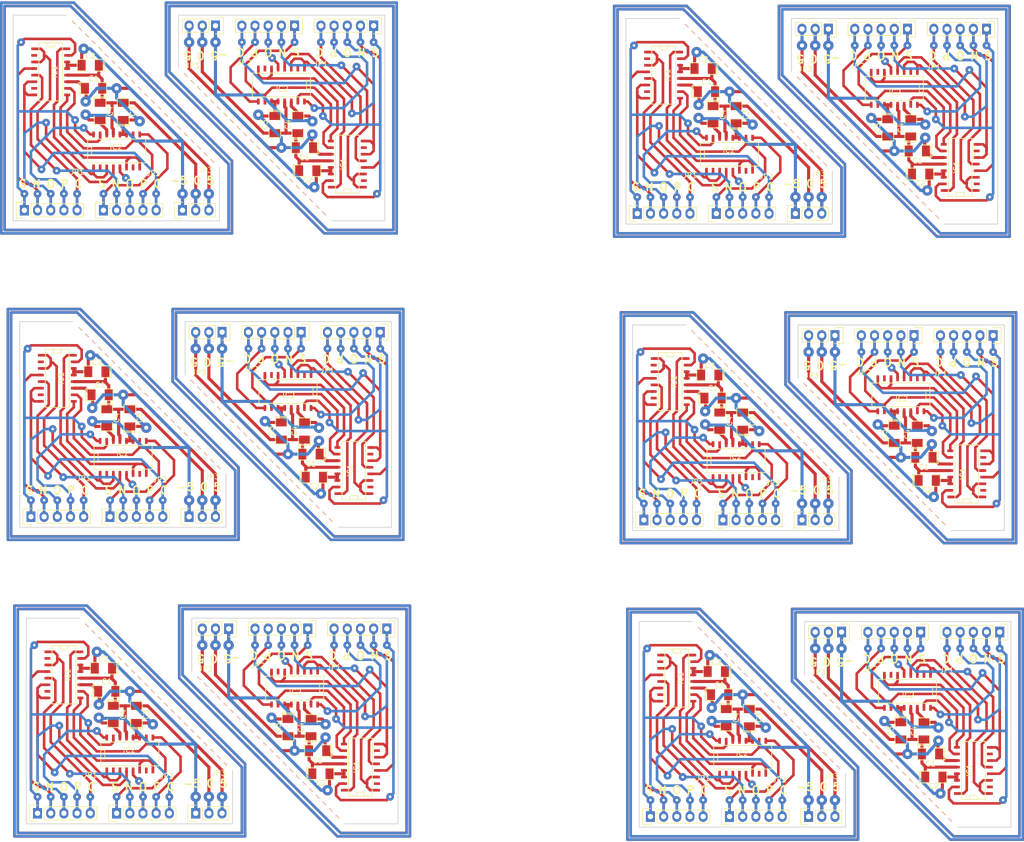
<source format=kicad_pcb>
(kicad_pcb (version 4) (host pcbnew 4.0.5+dfsg1-4)
  (layers (0 F.Cu signal) (31 B.Cu signal) (34 B.Paste user) (35 F.Paste user) (36 B.SilkS user) (37 F.SilkS user) (38 B.Mask user) (39 F.Mask user) (44 Edge.Cuts user))
  (net 0 "")
  (net 1 "Net-(IC1-Pad16)")
  (net 2 "Net-(IC1-Pad9)")
  (net 3 /V-POS)
  (net 4 /GND)
  (net 5 /V-NEG)
  (net 6 /S2)
  (net 7 /C2)
  (net 8 /N2)
  (net 9 /N1)
  (net 10 /C1)
  (net 11 /S1)
  (net 12 /P1)
  (net 13 /P2)
  (net 14 /O2)
  (net 15 /O1)
  (module trimux:SolderWirePad_single_0-8mmDrill (layer F.Cu) (at 184.15 27.305)
    (fp_text reference "" (at 0 -2) (layer F.SilkS))
    (fp_text value "")
    (pad "" np_thru_hole circle (at 0 0) (size 0.8 0.8) (drill 0.8) (layers *.Cu *.Mask))
  )
  (module trimux:SolderWirePad_single_0-8mmDrill (layer F.Cu) (at 185.42 28.575)
    (fp_text reference "" (at 0 -2) (layer F.SilkS))
    (fp_text value "")
    (pad "" np_thru_hole circle (at 0 0) (size 0.8 0.8) (drill 0.8) (layers *.Cu *.Mask))
  )
  (module trimux:SolderWirePad_single_0-8mmDrill (layer F.Cu) (at 186.69 29.845)
    (fp_text reference "" (at 0 -2) (layer F.SilkS))
    (fp_text value "")
    (pad "" np_thru_hole circle (at 0 0) (size 0.8 0.8) (drill 0.8) (layers *.Cu *.Mask))
  )
  (module trimux:SolderWirePad_single_0-8mmDrill (layer F.Cu) (at 187.96 31.115)
    (fp_text reference "" (at 0 -2) (layer F.SilkS))
    (fp_text value "")
    (pad "" np_thru_hole circle (at 0 0) (size 0.8 0.8) (drill 0.8) (layers *.Cu *.Mask))
  )
  (module trimux:SolderWirePad_single_0-8mmDrill (layer F.Cu) (at 189.23 32.385)
    (fp_text reference "" (at 0 -2) (layer F.SilkS))
    (fp_text value "")
    (pad "" np_thru_hole circle (at 0 0) (size 0.8 0.8) (drill 0.8) (layers *.Cu *.Mask))
  )
  (module trimux:SolderWirePad_single_0-8mmDrill (layer F.Cu) (at 190.5 33.655)
    (fp_text reference "" (at 0 -2) (layer F.SilkS))
    (fp_text value "")
    (pad "" np_thru_hole circle (at 0 0) (size 0.8 0.8) (drill 0.8) (layers *.Cu *.Mask))
  )
  (module trimux:SolderWirePad_single_0-8mmDrill (layer F.Cu) (at 191.77 34.925)
    (fp_text reference "" (at 0 -2) (layer F.SilkS))
    (fp_text value "")
    (pad "" np_thru_hole circle (at 0 0) (size 0.8 0.8) (drill 0.8) (layers *.Cu *.Mask))
  )
  (module trimux:SolderWirePad_single_0-8mmDrill (layer F.Cu) (at 193.04 36.195)
    (fp_text reference "" (at 0 -2) (layer F.SilkS))
    (fp_text value "")
    (pad "" np_thru_hole circle (at 0 0) (size 0.8 0.8) (drill 0.8) (layers *.Cu *.Mask))
  )
  (module trimux:SolderWirePad_single_0-8mmDrill (layer F.Cu) (at 194.31 37.465)
    (fp_text reference "" (at 0 -2) (layer F.SilkS))
    (fp_text value "")
    (pad "" np_thru_hole circle (at 0 0) (size 0.8 0.8) (drill 0.8) (layers *.Cu *.Mask))
  )
  (module trimux:SolderWirePad_single_0-8mmDrill (layer F.Cu) (at 195.58 38.735)
    (fp_text reference "" (at 0 -2) (layer F.SilkS))
    (fp_text value "")
    (pad "" np_thru_hole circle (at 0 0) (size 0.8 0.8) (drill 0.8) (layers *.Cu *.Mask))
  )
  (module trimux:SolderWirePad_single_0-8mmDrill (layer F.Cu) (at 196.85 40.005)
    (fp_text reference "" (at 0 -2) (layer F.SilkS))
    (fp_text value "")
    (pad "" np_thru_hole circle (at 0 0) (size 0.8 0.8) (drill 0.8) (layers *.Cu *.Mask))
  )
  (module trimux:SolderWirePad_single_0-8mmDrill (layer F.Cu) (at 198.12 41.275)
    (fp_text reference "" (at 0 -2) (layer F.SilkS))
    (fp_text value "")
    (pad "" np_thru_hole circle (at 0 0) (size 0.8 0.8) (drill 0.8) (layers *.Cu *.Mask))
  )
  (module trimux:SolderWirePad_single_0-8mmDrill (layer F.Cu) (at 199.39 42.545)
    (fp_text reference "" (at 0 -2) (layer F.SilkS))
    (fp_text value "")
    (pad "" np_thru_hole circle (at 0 0) (size 0.8 0.8) (drill 0.8) (layers *.Cu *.Mask))
  )
  (module trimux:SolderWirePad_single_0-8mmDrill (layer F.Cu) (at 200.66 43.815)
    (fp_text reference "" (at 0 -2) (layer F.SilkS))
    (fp_text value "")
    (pad "" np_thru_hole circle (at 0 0) (size 0.8 0.8) (drill 0.8) (layers *.Cu *.Mask))
  )
  (module trimux:SolderWirePad_single_0-8mmDrill (layer F.Cu) (at 201.93 45.085)
    (fp_text reference "" (at 0 -2) (layer F.SilkS))
    (fp_text value "")
    (pad "" np_thru_hole circle (at 0 0) (size 0.8 0.8) (drill 0.8) (layers *.Cu *.Mask))
  )
  (module trimux:SolderWirePad_single_0-8mmDrill (layer F.Cu) (at 203.2 46.355)
    (fp_text reference "" (at 0 -2) (layer F.SilkS))
    (fp_text value "")
    (pad "" np_thru_hole circle (at 0 0) (size 0.8 0.8) (drill 0.8) (layers *.Cu *.Mask))
  )
  (module trimux:SolderWirePad_single_0-8mmDrill (layer F.Cu) (at 204.47 47.625)
    (fp_text reference "" (at 0 -2) (layer F.SilkS))
    (fp_text value "")
    (pad "" np_thru_hole circle (at 0 0) (size 0.8 0.8) (drill 0.8) (layers *.Cu *.Mask))
  )
  (module trimux:SolderWirePad_single_0-8mmDrill (layer F.Cu) (at 205.74 48.895)
    (fp_text reference "" (at 0 -2) (layer F.SilkS))
    (fp_text value "")
    (pad "" np_thru_hole circle (at 0 0) (size 0.8 0.8) (drill 0.8) (layers *.Cu *.Mask))
  )
  (module trimux:SolderWirePad_single_0-8mmDrill (layer F.Cu) (at 207.01 50.165)
    (fp_text reference "" (at 0 -2) (layer F.SilkS))
    (fp_text value "")
    (pad "" np_thru_hole circle (at 0 0) (size 0.8 0.8) (drill 0.8) (layers *.Cu *.Mask))
  )
  (module trimux:SolderWirePad_single_0-8mmDrill (layer F.Cu) (at 208.28 51.435)
    (fp_text reference "" (at 0 -2) (layer F.SilkS))
    (fp_text value "")
    (pad "" np_thru_hole circle (at 0 0) (size 0.8 0.8) (drill 0.8) (layers *.Cu *.Mask))
  )
  (module trimux:SolderWirePad_single_0-8mmDrill (layer F.Cu) (at 209.55 52.705)
    (fp_text reference "" (at 0 -2) (layer F.SilkS))
    (fp_text value "")
    (pad "" np_thru_hole circle (at 0 0) (size 0.8 0.8) (drill 0.8) (layers *.Cu *.Mask))
  )
  (module trimux:SolderWirePad_single_0-8mmDrill (layer F.Cu) (at 210.82 53.975)
    (fp_text reference "" (at 0 -2) (layer F.SilkS))
    (fp_text value "")
    (pad "" np_thru_hole circle (at 0 0) (size 0.8 0.8) (drill 0.8) (layers *.Cu *.Mask))
  )
  (module Pin_Headers:Pin_Header_Straight_1x03 (layer F.Cu) (at 205.74 64.135 90)
    (fp_text reference JP3 (at 7.747 4.445 180) (layer F.SilkS))
    (fp_text value CONN_01X03)
    (pad 1 thru_hole rect (at 0 0 90) (size 2.032 1.7272) (drill 1.016) (layers *.Cu *.Mask) (net 5 /V-NEG))
    (pad 2 thru_hole oval (at 0 2.54 90) (size 2.032 1.7272) (drill 1.016) (layers *.Cu *.Mask) (net 4 /GND))
    (pad 3 thru_hole oval (at 0 5.08 90) (size 2.032 1.7272) (drill 1.016) (layers *.Cu *.Mask) (net 3 /V-POS))
  )
  (module Pin_Headers:Pin_Header_Straight_1x05 (layer F.Cu) (at 190.5 64.135 90)
    (fp_text reference JP2 (at 7.112 9.652 180) (layer F.SilkS))
    (fp_text value CONN_01X05)
    (pad 1 thru_hole rect (at 0 0 90) (size 2.032 1.7272) (drill 1.016) (layers *.Cu *.Mask) (net 6 /S2))
    (pad 2 thru_hole oval (at 0 2.54 90) (size 2.032 1.7272) (drill 1.016) (layers *.Cu *.Mask) (net 8 /N2))
    (pad 3 thru_hole oval (at 0 5.08 90) (size 2.032 1.7272) (drill 1.016) (layers *.Cu *.Mask) (net 14 /O2))
    (pad 4 thru_hole oval (at 0 7.62 90) (size 2.032 1.7272) (drill 1.016) (layers *.Cu *.Mask) (net 13 /P2))
    (pad 5 thru_hole oval (at 0 10.16 90) (size 2.032 1.7272) (drill 1.016) (layers *.Cu *.Mask) (net 7 /C2))
  )
  (module Pin_Headers:Pin_Header_Straight_1x05 (layer F.Cu) (at 175.26 64.135 90)
    (fp_text reference JP1 (at 7.366 10.16 180) (layer F.SilkS))
    (fp_text value CONN_01X05)
    (pad 1 thru_hole rect (at 0 0 90) (size 2.032 1.7272) (drill 1.016) (layers *.Cu *.Mask) (net 11 /S1))
    (pad 2 thru_hole oval (at 0 2.54 90) (size 2.032 1.7272) (drill 1.016) (layers *.Cu *.Mask) (net 9 /N1))
    (pad 3 thru_hole oval (at 0 5.08 90) (size 2.032 1.7272) (drill 1.016) (layers *.Cu *.Mask) (net 15 /O1))
    (pad 4 thru_hole oval (at 0 7.62 90) (size 2.032 1.7272) (drill 1.016) (layers *.Cu *.Mask) (net 12 /P1))
    (pad 5 thru_hole oval (at 0 10.16 90) (size 2.032 1.7272) (drill 1.016) (layers *.Cu *.Mask) (net 10 /C1))
  )
  (module SMD_Packages:SO-16-N (layer F.Cu) (at 193.04 52.705)
    (fp_text reference IC2 (at -0.127 -0.762) (layer F.SilkS))
    (fp_text value DG403)
    (pad 16 smd rect (at -4.445 -3.175) (size 0.508 1.143) (layers F.Cu F.Paste F.Mask) (net 12 /P1))
    (pad 14 smd rect (at -1.905 -3.175) (size 0.508 1.143) (layers F.Cu F.Paste F.Mask) (net 5 /V-NEG))
    (pad 13 smd rect (at -0.635 -3.175) (size 0.508 1.143) (layers F.Cu F.Paste F.Mask) (net 4 /GND))
    (pad 12 smd rect (at 0.635 -3.175) (size 0.508 1.143) (layers F.Cu F.Paste F.Mask) (net 3 /V-POS))
    (pad 11 smd rect (at 1.905 -3.175) (size 0.508 1.143) (layers F.Cu F.Paste F.Mask) (net 3 /V-POS))
    (pad 10 smd rect (at 3.175 -3.175) (size 0.508 1.143) (layers F.Cu F.Paste F.Mask) (net 6 /S2))
    (pad 9 smd rect (at 4.445 -3.175) (size 0.508 1.143) (layers F.Cu F.Paste F.Mask) (net 13 /P2))
    (pad 8 smd rect (at 4.445 3.175) (size 0.508 1.143) (layers F.Cu F.Paste F.Mask) (net 2 "Net-(IC1-Pad9)"))
    (pad 7 smd rect (at 3.175 3.175) (size 0.508 1.143) (layers F.Cu F.Paste F.Mask))
    (pad 6 smd rect (at 1.905 3.175) (size 0.508 1.143) (layers F.Cu F.Paste F.Mask) (net 2 "Net-(IC1-Pad9)"))
    (pad 5 smd rect (at 0.635 3.175) (size 0.508 1.143) (layers F.Cu F.Paste F.Mask) (net 14 /O2))
    (pad 4 smd rect (at -0.635 3.175) (size 0.508 1.143) (layers F.Cu F.Paste F.Mask) (net 15 /O1))
    (pad 3 smd rect (at -1.905 3.175) (size 0.508 1.143) (layers F.Cu F.Paste F.Mask) (net 1 "Net-(IC1-Pad16)"))
    (pad 2 smd rect (at -3.175 3.175) (size 0.508 1.143) (layers F.Cu F.Paste F.Mask))
    (pad 1 smd rect (at -4.445 3.175) (size 0.508 1.143) (layers F.Cu F.Paste F.Mask) (net 1 "Net-(IC1-Pad16)"))
    (pad 15 smd rect (at -3.175 -3.175) (size 0.508 1.143) (layers F.Cu F.Paste F.Mask) (net 11 /S1))
  )
  (module SMD_Packages:SO-16-N (layer F.Cu) (at 180.34 37.465 270)
    (fp_text reference IC1 (at 0 -0.762 270) (layer F.SilkS))
    (fp_text value DG403)
    (pad 16 smd rect (at -4.445 -3.175 270) (size 0.508 1.143) (layers F.Cu F.Paste F.Mask) (net 1 "Net-(IC1-Pad16)"))
    (pad 14 smd rect (at -1.905 -3.175 270) (size 0.508 1.143) (layers F.Cu F.Paste F.Mask) (net 5 /V-NEG))
    (pad 13 smd rect (at -0.635 -3.175 270) (size 0.508 1.143) (layers F.Cu F.Paste F.Mask) (net 5 /V-NEG))
    (pad 12 smd rect (at 0.635 -3.175 270) (size 0.508 1.143) (layers F.Cu F.Paste F.Mask) (net 4 /GND))
    (pad 11 smd rect (at 1.905 -3.175 270) (size 0.508 1.143) (layers F.Cu F.Paste F.Mask) (net 3 /V-POS))
    (pad 10 smd rect (at 3.175 -3.175 270) (size 0.508 1.143) (layers F.Cu F.Paste F.Mask) (net 6 /S2))
    (pad 9 smd rect (at 4.445 -3.175 270) (size 0.508 1.143) (layers F.Cu F.Paste F.Mask) (net 2 "Net-(IC1-Pad9)"))
    (pad 8 smd rect (at 4.445 3.175 270) (size 0.508 1.143) (layers F.Cu F.Paste F.Mask) (net 7 /C2))
    (pad 7 smd rect (at 3.175 3.175 270) (size 0.508 1.143) (layers F.Cu F.Paste F.Mask))
    (pad 6 smd rect (at 1.905 3.175 270) (size 0.508 1.143) (layers F.Cu F.Paste F.Mask) (net 7 /C2))
    (pad 5 smd rect (at 0.635 3.175 270) (size 0.508 1.143) (layers F.Cu F.Paste F.Mask) (net 8 /N2))
    (pad 4 smd rect (at -0.635 3.175 270) (size 0.508 1.143) (layers F.Cu F.Paste F.Mask) (net 9 /N1))
    (pad 3 smd rect (at -1.905 3.175 270) (size 0.508 1.143) (layers F.Cu F.Paste F.Mask) (net 10 /C1))
    (pad 2 smd rect (at -3.175 3.175 270) (size 0.508 1.143) (layers F.Cu F.Paste F.Mask))
    (pad 1 smd rect (at -4.445 3.175 270) (size 0.508 1.143) (layers F.Cu F.Paste F.Mask) (net 10 /C1))
    (pad 15 smd rect (at -3.175 -3.175 270) (size 0.508 1.143) (layers F.Cu F.Paste F.Mask) (net 11 /S1))
  )
  (module SMD_Packages:SMD-1206_Pol (layer F.Cu) (at 189.865 45.085 270)
    (fp_text reference C4 (at 0 -1.905 270) (layer F.SilkS))
    (fp_text value CP1)
    (pad 1 smd rect (at -1.651 0 270) (size 1.524 2.032) (layers F.Cu F.Paste F.Mask) (net 4 /GND))
    (pad 2 smd rect (at 1.651 0 270) (size 1.524 2.032) (layers F.Cu F.Paste F.Mask) (net 5 /V-NEG))
  )
  (module SMD_Packages:SMD-1206_Pol (layer F.Cu) (at 194.31 45.085 90)
    (fp_text reference C3 (at 0 1.905 90) (layer F.SilkS))
    (fp_text value CP1)
    (pad 1 smd rect (at -1.651 0 90) (size 1.524 2.032) (layers F.Cu F.Paste F.Mask) (net 3 /V-POS))
    (pad 2 smd rect (at 1.651 0 90) (size 1.524 2.032) (layers F.Cu F.Paste F.Mask) (net 4 /GND))
  )
  (module SMD_Packages:SMD-1206_Pol (layer F.Cu) (at 187.96 36.195 180)
    (fp_text reference C2 (at 0 1.778 180) (layer F.SilkS))
    (fp_text value CP1)
    (pad 1 smd rect (at -1.651 0 180) (size 1.524 2.032) (layers F.Cu F.Paste F.Mask) (net 4 /GND))
    (pad 2 smd rect (at 1.651 0 180) (size 1.524 2.032) (layers F.Cu F.Paste F.Mask) (net 5 /V-NEG))
  )
  (module SMD_Packages:SMD-1206_Pol (layer F.Cu) (at 188.595 40.64)
    (fp_text reference C1 (at 0 -1.905) (layer F.SilkS))
    (fp_text value CP1)
    (pad 1 smd rect (at -1.651 0) (size 1.524 2.032) (layers F.Cu F.Paste F.Mask) (net 3 /V-POS))
    (pad 2 smd rect (at 1.651 0) (size 1.524 2.032) (layers F.Cu F.Paste F.Mask) (net 4 /GND))
  )
  (module trimux:SolderWirePad_single_0-8mmDrill (layer F.Cu) (at 212.09 55.245)
    (fp_text reference "" (at 0 -2) (layer F.SilkS))
    (fp_text value "")
    (pad "" np_thru_hole circle (at 0 0) (size 0.8 0.8) (drill 0.8) (layers *.Cu *.Mask))
  )
  (module trimux:SolderWirePad_single_0-8mmDrill (layer F.Cu) (at 205.74 37.465 180)
    (fp_text reference "" (at 0 -2 180) (layer F.SilkS))
    (fp_text value "")
    (pad "" np_thru_hole circle (at 0 0 180) (size 0.8 0.8) (drill 0.8) (layers *.Cu *.Mask))
  )
  (module SMD_Packages:SMD-1206_Pol (layer F.Cu) (at 229.235 52.07 180)
    (fp_text reference C1 (at 0 -1.905 180) (layer F.SilkS))
    (fp_text value CP1)
    (pad 1 smd rect (at -1.651 0 180) (size 1.524 2.032) (layers F.Cu F.Paste F.Mask) (net 3 /V-POS))
    (pad 2 smd rect (at 1.651 0 180) (size 1.524 2.032) (layers F.Cu F.Paste F.Mask) (net 4 /GND))
  )
  (module SMD_Packages:SMD-1206_Pol (layer F.Cu) (at 229.87 56.515)
    (fp_text reference C2 (at 0 1.778) (layer F.SilkS))
    (fp_text value CP1)
    (pad 1 smd rect (at -1.651 0) (size 1.524 2.032) (layers F.Cu F.Paste F.Mask) (net 4 /GND))
    (pad 2 smd rect (at 1.651 0) (size 1.524 2.032) (layers F.Cu F.Paste F.Mask) (net 5 /V-NEG))
  )
  (module SMD_Packages:SMD-1206_Pol (layer F.Cu) (at 223.52 47.625 270)
    (fp_text reference C3 (at 0 1.905 270) (layer F.SilkS))
    (fp_text value CP1)
    (pad 1 smd rect (at -1.651 0 270) (size 1.524 2.032) (layers F.Cu F.Paste F.Mask) (net 3 /V-POS))
    (pad 2 smd rect (at 1.651 0 270) (size 1.524 2.032) (layers F.Cu F.Paste F.Mask) (net 4 /GND))
  )
  (module SMD_Packages:SMD-1206_Pol (layer F.Cu) (at 227.965 47.625 90)
    (fp_text reference C4 (at 0 -1.905 90) (layer F.SilkS))
    (fp_text value CP1)
    (pad 1 smd rect (at -1.651 0 90) (size 1.524 2.032) (layers F.Cu F.Paste F.Mask) (net 4 /GND))
    (pad 2 smd rect (at 1.651 0 90) (size 1.524 2.032) (layers F.Cu F.Paste F.Mask) (net 5 /V-NEG))
  )
  (module SMD_Packages:SO-16-N (layer F.Cu) (at 237.49 55.245 90)
    (fp_text reference IC1 (at 0 -0.762 90) (layer F.SilkS))
    (fp_text value DG403)
    (pad 16 smd rect (at -4.445 -3.175 90) (size 0.508 1.143) (layers F.Cu F.Paste F.Mask) (net 1 "Net-(IC1-Pad16)"))
    (pad 14 smd rect (at -1.905 -3.175 90) (size 0.508 1.143) (layers F.Cu F.Paste F.Mask) (net 5 /V-NEG))
    (pad 13 smd rect (at -0.635 -3.175 90) (size 0.508 1.143) (layers F.Cu F.Paste F.Mask) (net 5 /V-NEG))
    (pad 12 smd rect (at 0.635 -3.175 90) (size 0.508 1.143) (layers F.Cu F.Paste F.Mask) (net 4 /GND))
    (pad 11 smd rect (at 1.905 -3.175 90) (size 0.508 1.143) (layers F.Cu F.Paste F.Mask) (net 3 /V-POS))
    (pad 10 smd rect (at 3.175 -3.175 90) (size 0.508 1.143) (layers F.Cu F.Paste F.Mask) (net 6 /S2))
    (pad 9 smd rect (at 4.445 -3.175 90) (size 0.508 1.143) (layers F.Cu F.Paste F.Mask) (net 2 "Net-(IC1-Pad9)"))
    (pad 8 smd rect (at 4.445 3.175 90) (size 0.508 1.143) (layers F.Cu F.Paste F.Mask) (net 7 /C2))
    (pad 7 smd rect (at 3.175 3.175 90) (size 0.508 1.143) (layers F.Cu F.Paste F.Mask))
    (pad 6 smd rect (at 1.905 3.175 90) (size 0.508 1.143) (layers F.Cu F.Paste F.Mask) (net 7 /C2))
    (pad 5 smd rect (at 0.635 3.175 90) (size 0.508 1.143) (layers F.Cu F.Paste F.Mask) (net 8 /N2))
    (pad 4 smd rect (at -0.635 3.175 90) (size 0.508 1.143) (layers F.Cu F.Paste F.Mask) (net 9 /N1))
    (pad 3 smd rect (at -1.905 3.175 90) (size 0.508 1.143) (layers F.Cu F.Paste F.Mask) (net 10 /C1))
    (pad 2 smd rect (at -3.175 3.175 90) (size 0.508 1.143) (layers F.Cu F.Paste F.Mask))
    (pad 1 smd rect (at -4.445 3.175 90) (size 0.508 1.143) (layers F.Cu F.Paste F.Mask) (net 10 /C1))
    (pad 15 smd rect (at -3.175 -3.175 90) (size 0.508 1.143) (layers F.Cu F.Paste F.Mask) (net 11 /S1))
  )
  (module SMD_Packages:SO-16-N (layer F.Cu) (at 224.79 40.005 180)
    (fp_text reference IC2 (at -0.127 -0.762 180) (layer F.SilkS))
    (fp_text value DG403)
    (pad 16 smd rect (at -4.445 -3.175 180) (size 0.508 1.143) (layers F.Cu F.Paste F.Mask) (net 12 /P1))
    (pad 14 smd rect (at -1.905 -3.175 180) (size 0.508 1.143) (layers F.Cu F.Paste F.Mask) (net 5 /V-NEG))
    (pad 13 smd rect (at -0.635 -3.175 180) (size 0.508 1.143) (layers F.Cu F.Paste F.Mask) (net 4 /GND))
    (pad 12 smd rect (at 0.635 -3.175 180) (size 0.508 1.143) (layers F.Cu F.Paste F.Mask) (net 3 /V-POS))
    (pad 11 smd rect (at 1.905 -3.175 180) (size 0.508 1.143) (layers F.Cu F.Paste F.Mask) (net 3 /V-POS))
    (pad 10 smd rect (at 3.175 -3.175 180) (size 0.508 1.143) (layers F.Cu F.Paste F.Mask) (net 6 /S2))
    (pad 9 smd rect (at 4.445 -3.175 180) (size 0.508 1.143) (layers F.Cu F.Paste F.Mask) (net 13 /P2))
    (pad 8 smd rect (at 4.445 3.175 180) (size 0.508 1.143) (layers F.Cu F.Paste F.Mask) (net 2 "Net-(IC1-Pad9)"))
    (pad 7 smd rect (at 3.175 3.175 180) (size 0.508 1.143) (layers F.Cu F.Paste F.Mask))
    (pad 6 smd rect (at 1.905 3.175 180) (size 0.508 1.143) (layers F.Cu F.Paste F.Mask) (net 2 "Net-(IC1-Pad9)"))
    (pad 5 smd rect (at 0.635 3.175 180) (size 0.508 1.143) (layers F.Cu F.Paste F.Mask) (net 14 /O2))
    (pad 4 smd rect (at -0.635 3.175 180) (size 0.508 1.143) (layers F.Cu F.Paste F.Mask) (net 15 /O1))
    (pad 3 smd rect (at -1.905 3.175 180) (size 0.508 1.143) (layers F.Cu F.Paste F.Mask) (net 1 "Net-(IC1-Pad16)"))
    (pad 2 smd rect (at -3.175 3.175 180) (size 0.508 1.143) (layers F.Cu F.Paste F.Mask))
    (pad 1 smd rect (at -4.445 3.175 180) (size 0.508 1.143) (layers F.Cu F.Paste F.Mask) (net 1 "Net-(IC1-Pad16)"))
    (pad 15 smd rect (at -3.175 -3.175 180) (size 0.508 1.143) (layers F.Cu F.Paste F.Mask) (net 11 /S1))
  )
  (module Pin_Headers:Pin_Header_Straight_1x05 (layer F.Cu) (at 242.57 28.575 270)
    (fp_text reference JP1 (at 7.366 10.16 360) (layer F.SilkS))
    (fp_text value CONN_01X05)
    (pad 1 thru_hole rect (at 0 0 270) (size 2.032 1.7272) (drill 1.016) (layers *.Cu *.Mask) (net 11 /S1))
    (pad 2 thru_hole oval (at 0 2.54 270) (size 2.032 1.7272) (drill 1.016) (layers *.Cu *.Mask) (net 9 /N1))
    (pad 3 thru_hole oval (at 0 5.08 270) (size 2.032 1.7272) (drill 1.016) (layers *.Cu *.Mask) (net 15 /O1))
    (pad 4 thru_hole oval (at 0 7.62 270) (size 2.032 1.7272) (drill 1.016) (layers *.Cu *.Mask) (net 12 /P1))
    (pad 5 thru_hole oval (at 0 10.16 270) (size 2.032 1.7272) (drill 1.016) (layers *.Cu *.Mask) (net 10 /C1))
  )
  (module Pin_Headers:Pin_Header_Straight_1x05 (layer F.Cu) (at 227.33 28.575 270)
    (fp_text reference JP2 (at 7.112 9.652 360) (layer F.SilkS))
    (fp_text value CONN_01X05)
    (pad 1 thru_hole rect (at 0 0 270) (size 2.032 1.7272) (drill 1.016) (layers *.Cu *.Mask) (net 6 /S2))
    (pad 2 thru_hole oval (at 0 2.54 270) (size 2.032 1.7272) (drill 1.016) (layers *.Cu *.Mask) (net 8 /N2))
    (pad 3 thru_hole oval (at 0 5.08 270) (size 2.032 1.7272) (drill 1.016) (layers *.Cu *.Mask) (net 14 /O2))
    (pad 4 thru_hole oval (at 0 7.62 270) (size 2.032 1.7272) (drill 1.016) (layers *.Cu *.Mask) (net 13 /P2))
    (pad 5 thru_hole oval (at 0 10.16 270) (size 2.032 1.7272) (drill 1.016) (layers *.Cu *.Mask) (net 7 /C2))
  )
  (module Pin_Headers:Pin_Header_Straight_1x03 (layer F.Cu) (at 212.09 28.575 270)
    (fp_text reference JP3 (at 7.747 4.445 360) (layer F.SilkS))
    (fp_text value CONN_01X03)
    (pad 1 thru_hole rect (at 0 0 270) (size 2.032 1.7272) (drill 1.016) (layers *.Cu *.Mask) (net 5 /V-NEG))
    (pad 2 thru_hole oval (at 0 2.54 270) (size 2.032 1.7272) (drill 1.016) (layers *.Cu *.Mask) (net 4 /GND))
    (pad 3 thru_hole oval (at 0 5.08 270) (size 2.032 1.7272) (drill 1.016) (layers *.Cu *.Mask) (net 3 /V-POS))
  )
  (module trimux:SolderWirePad_single_0-8mmDrill (layer F.Cu) (at 207.01 38.735 180)
    (fp_text reference "" (at 0 -2 180) (layer F.SilkS))
    (fp_text value "")
    (pad "" np_thru_hole circle (at 0 0 180) (size 0.8 0.8) (drill 0.8) (layers *.Cu *.Mask))
  )
  (module trimux:SolderWirePad_single_0-8mmDrill (layer F.Cu) (at 208.28 40.005 180)
    (fp_text reference "" (at 0 -2 180) (layer F.SilkS))
    (fp_text value "")
    (pad "" np_thru_hole circle (at 0 0 180) (size 0.8 0.8) (drill 0.8) (layers *.Cu *.Mask))
  )
  (module trimux:SolderWirePad_single_0-8mmDrill (layer F.Cu) (at 209.55 41.275 180)
    (fp_text reference "" (at 0 -2 180) (layer F.SilkS))
    (fp_text value "")
    (pad "" np_thru_hole circle (at 0 0 180) (size 0.8 0.8) (drill 0.8) (layers *.Cu *.Mask))
  )
  (module trimux:SolderWirePad_single_0-8mmDrill (layer F.Cu) (at 210.82 42.545 180)
    (fp_text reference "" (at 0 -2 180) (layer F.SilkS))
    (fp_text value "")
    (pad "" np_thru_hole circle (at 0 0 180) (size 0.8 0.8) (drill 0.8) (layers *.Cu *.Mask))
  )
  (module trimux:SolderWirePad_single_0-8mmDrill (layer F.Cu) (at 212.09 43.815 180)
    (fp_text reference "" (at 0 -2 180) (layer F.SilkS))
    (fp_text value "")
    (pad "" np_thru_hole circle (at 0 0 180) (size 0.8 0.8) (drill 0.8) (layers *.Cu *.Mask))
  )
  (module trimux:SolderWirePad_single_0-8mmDrill (layer F.Cu) (at 213.36 45.085 180)
    (fp_text reference "" (at 0 -2 180) (layer F.SilkS))
    (fp_text value "")
    (pad "" np_thru_hole circle (at 0 0 180) (size 0.8 0.8) (drill 0.8) (layers *.Cu *.Mask))
  )
  (module trimux:SolderWirePad_single_0-8mmDrill (layer F.Cu) (at 214.63 46.355 180)
    (fp_text reference "" (at 0 -2 180) (layer F.SilkS))
    (fp_text value "")
    (pad "" np_thru_hole circle (at 0 0 180) (size 0.8 0.8) (drill 0.8) (layers *.Cu *.Mask))
  )
  (module trimux:SolderWirePad_single_0-8mmDrill (layer F.Cu) (at 215.9 47.625 180)
    (fp_text reference "" (at 0 -2 180) (layer F.SilkS))
    (fp_text value "")
    (pad "" np_thru_hole circle (at 0 0 180) (size 0.8 0.8) (drill 0.8) (layers *.Cu *.Mask))
  )
  (module trimux:SolderWirePad_single_0-8mmDrill (layer F.Cu) (at 217.17 48.895 180)
    (fp_text reference "" (at 0 -2 180) (layer F.SilkS))
    (fp_text value "")
    (pad "" np_thru_hole circle (at 0 0 180) (size 0.8 0.8) (drill 0.8) (layers *.Cu *.Mask))
  )
  (module trimux:SolderWirePad_single_0-8mmDrill (layer F.Cu) (at 218.44 50.165 180)
    (fp_text reference "" (at 0 -2 180) (layer F.SilkS))
    (fp_text value "")
    (pad "" np_thru_hole circle (at 0 0 180) (size 0.8 0.8) (drill 0.8) (layers *.Cu *.Mask))
  )
  (module trimux:SolderWirePad_single_0-8mmDrill (layer F.Cu) (at 219.71 51.435 180)
    (fp_text reference "" (at 0 -2 180) (layer F.SilkS))
    (fp_text value "")
    (pad "" np_thru_hole circle (at 0 0 180) (size 0.8 0.8) (drill 0.8) (layers *.Cu *.Mask))
  )
  (module trimux:SolderWirePad_single_0-8mmDrill (layer F.Cu) (at 220.98 52.705 180)
    (fp_text reference "" (at 0 -2 180) (layer F.SilkS))
    (fp_text value "")
    (pad "" np_thru_hole circle (at 0 0 180) (size 0.8 0.8) (drill 0.8) (layers *.Cu *.Mask))
  )
  (module trimux:SolderWirePad_single_0-8mmDrill (layer F.Cu) (at 222.25 53.975 180)
    (fp_text reference "" (at 0 -2 180) (layer F.SilkS))
    (fp_text value "")
    (pad "" np_thru_hole circle (at 0 0 180) (size 0.8 0.8) (drill 0.8) (layers *.Cu *.Mask))
  )
  (module trimux:SolderWirePad_single_0-8mmDrill (layer F.Cu) (at 223.52 55.245 180)
    (fp_text reference "" (at 0 -2 180) (layer F.SilkS))
    (fp_text value "")
    (pad "" np_thru_hole circle (at 0 0 180) (size 0.8 0.8) (drill 0.8) (layers *.Cu *.Mask))
  )
  (module trimux:SolderWirePad_single_0-8mmDrill (layer F.Cu) (at 224.79 56.515 180)
    (fp_text reference "" (at 0 -2 180) (layer F.SilkS))
    (fp_text value "")
    (pad "" np_thru_hole circle (at 0 0 180) (size 0.8 0.8) (drill 0.8) (layers *.Cu *.Mask))
  )
  (module trimux:SolderWirePad_single_0-8mmDrill (layer F.Cu) (at 226.06 57.785 180)
    (fp_text reference "" (at 0 -2 180) (layer F.SilkS))
    (fp_text value "")
    (pad "" np_thru_hole circle (at 0 0 180) (size 0.8 0.8) (drill 0.8) (layers *.Cu *.Mask))
  )
  (module trimux:SolderWirePad_single_0-8mmDrill (layer F.Cu) (at 227.33 59.055 180)
    (fp_text reference "" (at 0 -2 180) (layer F.SilkS))
    (fp_text value "")
    (pad "" np_thru_hole circle (at 0 0 180) (size 0.8 0.8) (drill 0.8) (layers *.Cu *.Mask))
  )
  (module trimux:SolderWirePad_single_0-8mmDrill (layer F.Cu) (at 228.6 60.325 180)
    (fp_text reference "" (at 0 -2 180) (layer F.SilkS))
    (fp_text value "")
    (pad "" np_thru_hole circle (at 0 0 180) (size 0.8 0.8) (drill 0.8) (layers *.Cu *.Mask))
  )
  (module trimux:SolderWirePad_single_0-8mmDrill (layer F.Cu) (at 229.87 61.595 180)
    (fp_text reference "" (at 0 -2 180) (layer F.SilkS))
    (fp_text value "")
    (pad "" np_thru_hole circle (at 0 0 180) (size 0.8 0.8) (drill 0.8) (layers *.Cu *.Mask))
  )
  (module trimux:SolderWirePad_single_0-8mmDrill (layer F.Cu) (at 231.14 62.865 180)
    (fp_text reference "" (at 0 -2 180) (layer F.SilkS))
    (fp_text value "")
    (pad "" np_thru_hole circle (at 0 0 180) (size 0.8 0.8) (drill 0.8) (layers *.Cu *.Mask))
  )
  (module trimux:SolderWirePad_single_0-8mmDrill (layer F.Cu) (at 232.41 64.135 180)
    (fp_text reference "" (at 0 -2 180) (layer F.SilkS))
    (fp_text value "")
    (pad "" np_thru_hole circle (at 0 0 180) (size 0.8 0.8) (drill 0.8) (layers *.Cu *.Mask))
  )
  (module trimux:SolderWirePad_single_0-8mmDrill (layer F.Cu) (at 233.68 65.405 180)
    (fp_text reference "" (at 0 -2 180) (layer F.SilkS))
    (fp_text value "")
    (pad "" np_thru_hole circle (at 0 0 180) (size 0.8 0.8) (drill 0.8) (layers *.Cu *.Mask))
  )
  (module trimux:SolderWirePad_single_0-8mmDrill (layer F.Cu) (at 234.95 124.46 180)
    (fp_text reference "" (at 0 -2 180) (layer F.SilkS))
    (fp_text value "")
    (pad "" np_thru_hole circle (at 0 0 180) (size 0.8 0.8) (drill 0.8) (layers *.Cu *.Mask))
  )
  (module trimux:SolderWirePad_single_0-8mmDrill (layer F.Cu) (at 233.68 123.19 180)
    (fp_text reference "" (at 0 -2 180) (layer F.SilkS))
    (fp_text value "")
    (pad "" np_thru_hole circle (at 0 0 180) (size 0.8 0.8) (drill 0.8) (layers *.Cu *.Mask))
  )
  (module trimux:SolderWirePad_single_0-8mmDrill (layer F.Cu) (at 232.41 121.92 180)
    (fp_text reference "" (at 0 -2 180) (layer F.SilkS))
    (fp_text value "")
    (pad "" np_thru_hole circle (at 0 0 180) (size 0.8 0.8) (drill 0.8) (layers *.Cu *.Mask))
  )
  (module trimux:SolderWirePad_single_0-8mmDrill (layer F.Cu) (at 231.14 120.65 180)
    (fp_text reference "" (at 0 -2 180) (layer F.SilkS))
    (fp_text value "")
    (pad "" np_thru_hole circle (at 0 0 180) (size 0.8 0.8) (drill 0.8) (layers *.Cu *.Mask))
  )
  (module trimux:SolderWirePad_single_0-8mmDrill (layer F.Cu) (at 229.87 119.38 180)
    (fp_text reference "" (at 0 -2 180) (layer F.SilkS))
    (fp_text value "")
    (pad "" np_thru_hole circle (at 0 0 180) (size 0.8 0.8) (drill 0.8) (layers *.Cu *.Mask))
  )
  (module trimux:SolderWirePad_single_0-8mmDrill (layer F.Cu) (at 228.6 118.11 180)
    (fp_text reference "" (at 0 -2 180) (layer F.SilkS))
    (fp_text value "")
    (pad "" np_thru_hole circle (at 0 0 180) (size 0.8 0.8) (drill 0.8) (layers *.Cu *.Mask))
  )
  (module trimux:SolderWirePad_single_0-8mmDrill (layer F.Cu) (at 227.33 116.84 180)
    (fp_text reference "" (at 0 -2 180) (layer F.SilkS))
    (fp_text value "")
    (pad "" np_thru_hole circle (at 0 0 180) (size 0.8 0.8) (drill 0.8) (layers *.Cu *.Mask))
  )
  (module trimux:SolderWirePad_single_0-8mmDrill (layer F.Cu) (at 226.06 115.57 180)
    (fp_text reference "" (at 0 -2 180) (layer F.SilkS))
    (fp_text value "")
    (pad "" np_thru_hole circle (at 0 0 180) (size 0.8 0.8) (drill 0.8) (layers *.Cu *.Mask))
  )
  (module trimux:SolderWirePad_single_0-8mmDrill (layer F.Cu) (at 224.79 114.3 180)
    (fp_text reference "" (at 0 -2 180) (layer F.SilkS))
    (fp_text value "")
    (pad "" np_thru_hole circle (at 0 0 180) (size 0.8 0.8) (drill 0.8) (layers *.Cu *.Mask))
  )
  (module trimux:SolderWirePad_single_0-8mmDrill (layer F.Cu) (at 223.52 113.03 180)
    (fp_text reference "" (at 0 -2 180) (layer F.SilkS))
    (fp_text value "")
    (pad "" np_thru_hole circle (at 0 0 180) (size 0.8 0.8) (drill 0.8) (layers *.Cu *.Mask))
  )
  (module trimux:SolderWirePad_single_0-8mmDrill (layer F.Cu) (at 222.25 111.76 180)
    (fp_text reference "" (at 0 -2 180) (layer F.SilkS))
    (fp_text value "")
    (pad "" np_thru_hole circle (at 0 0 180) (size 0.8 0.8) (drill 0.8) (layers *.Cu *.Mask))
  )
  (module trimux:SolderWirePad_single_0-8mmDrill (layer F.Cu) (at 220.98 110.49 180)
    (fp_text reference "" (at 0 -2 180) (layer F.SilkS))
    (fp_text value "")
    (pad "" np_thru_hole circle (at 0 0 180) (size 0.8 0.8) (drill 0.8) (layers *.Cu *.Mask))
  )
  (module trimux:SolderWirePad_single_0-8mmDrill (layer F.Cu) (at 219.71 109.22 180)
    (fp_text reference "" (at 0 -2 180) (layer F.SilkS))
    (fp_text value "")
    (pad "" np_thru_hole circle (at 0 0 180) (size 0.8 0.8) (drill 0.8) (layers *.Cu *.Mask))
  )
  (module trimux:SolderWirePad_single_0-8mmDrill (layer F.Cu) (at 218.44 107.95 180)
    (fp_text reference "" (at 0 -2 180) (layer F.SilkS))
    (fp_text value "")
    (pad "" np_thru_hole circle (at 0 0 180) (size 0.8 0.8) (drill 0.8) (layers *.Cu *.Mask))
  )
  (module trimux:SolderWirePad_single_0-8mmDrill (layer F.Cu) (at 217.17 106.68 180)
    (fp_text reference "" (at 0 -2 180) (layer F.SilkS))
    (fp_text value "")
    (pad "" np_thru_hole circle (at 0 0 180) (size 0.8 0.8) (drill 0.8) (layers *.Cu *.Mask))
  )
  (module trimux:SolderWirePad_single_0-8mmDrill (layer F.Cu) (at 215.9 105.41 180)
    (fp_text reference "" (at 0 -2 180) (layer F.SilkS))
    (fp_text value "")
    (pad "" np_thru_hole circle (at 0 0 180) (size 0.8 0.8) (drill 0.8) (layers *.Cu *.Mask))
  )
  (module trimux:SolderWirePad_single_0-8mmDrill (layer F.Cu) (at 214.63 104.14 180)
    (fp_text reference "" (at 0 -2 180) (layer F.SilkS))
    (fp_text value "")
    (pad "" np_thru_hole circle (at 0 0 180) (size 0.8 0.8) (drill 0.8) (layers *.Cu *.Mask))
  )
  (module trimux:SolderWirePad_single_0-8mmDrill (layer F.Cu) (at 213.36 102.87 180)
    (fp_text reference "" (at 0 -2 180) (layer F.SilkS))
    (fp_text value "")
    (pad "" np_thru_hole circle (at 0 0 180) (size 0.8 0.8) (drill 0.8) (layers *.Cu *.Mask))
  )
  (module trimux:SolderWirePad_single_0-8mmDrill (layer F.Cu) (at 212.09 101.6 180)
    (fp_text reference "" (at 0 -2 180) (layer F.SilkS))
    (fp_text value "")
    (pad "" np_thru_hole circle (at 0 0 180) (size 0.8 0.8) (drill 0.8) (layers *.Cu *.Mask))
  )
  (module trimux:SolderWirePad_single_0-8mmDrill (layer F.Cu) (at 210.82 100.33 180)
    (fp_text reference "" (at 0 -2 180) (layer F.SilkS))
    (fp_text value "")
    (pad "" np_thru_hole circle (at 0 0 180) (size 0.8 0.8) (drill 0.8) (layers *.Cu *.Mask))
  )
  (module trimux:SolderWirePad_single_0-8mmDrill (layer F.Cu) (at 209.55 99.06 180)
    (fp_text reference "" (at 0 -2 180) (layer F.SilkS))
    (fp_text value "")
    (pad "" np_thru_hole circle (at 0 0 180) (size 0.8 0.8) (drill 0.8) (layers *.Cu *.Mask))
  )
  (module trimux:SolderWirePad_single_0-8mmDrill (layer F.Cu) (at 208.28 97.79 180)
    (fp_text reference "" (at 0 -2 180) (layer F.SilkS))
    (fp_text value "")
    (pad "" np_thru_hole circle (at 0 0 180) (size 0.8 0.8) (drill 0.8) (layers *.Cu *.Mask))
  )
  (module Pin_Headers:Pin_Header_Straight_1x03 (layer F.Cu) (at 213.36 87.63 270)
    (fp_text reference JP3 (at 7.747 4.445 360) (layer F.SilkS))
    (fp_text value CONN_01X03)
    (pad 1 thru_hole rect (at 0 0 270) (size 2.032 1.7272) (drill 1.016) (layers *.Cu *.Mask) (net 5 /V-NEG))
    (pad 2 thru_hole oval (at 0 2.54 270) (size 2.032 1.7272) (drill 1.016) (layers *.Cu *.Mask) (net 4 /GND))
    (pad 3 thru_hole oval (at 0 5.08 270) (size 2.032 1.7272) (drill 1.016) (layers *.Cu *.Mask) (net 3 /V-POS))
  )
  (module Pin_Headers:Pin_Header_Straight_1x05 (layer F.Cu) (at 228.6 87.63 270)
    (fp_text reference JP2 (at 7.112 9.652 360) (layer F.SilkS))
    (fp_text value CONN_01X05)
    (pad 1 thru_hole rect (at 0 0 270) (size 2.032 1.7272) (drill 1.016) (layers *.Cu *.Mask) (net 6 /S2))
    (pad 2 thru_hole oval (at 0 2.54 270) (size 2.032 1.7272) (drill 1.016) (layers *.Cu *.Mask) (net 8 /N2))
    (pad 3 thru_hole oval (at 0 5.08 270) (size 2.032 1.7272) (drill 1.016) (layers *.Cu *.Mask) (net 14 /O2))
    (pad 4 thru_hole oval (at 0 7.62 270) (size 2.032 1.7272) (drill 1.016) (layers *.Cu *.Mask) (net 13 /P2))
    (pad 5 thru_hole oval (at 0 10.16 270) (size 2.032 1.7272) (drill 1.016) (layers *.Cu *.Mask) (net 7 /C2))
  )
  (module Pin_Headers:Pin_Header_Straight_1x05 (layer F.Cu) (at 243.84 87.63 270)
    (fp_text reference JP1 (at 7.366 10.16 360) (layer F.SilkS))
    (fp_text value CONN_01X05)
    (pad 1 thru_hole rect (at 0 0 270) (size 2.032 1.7272) (drill 1.016) (layers *.Cu *.Mask) (net 11 /S1))
    (pad 2 thru_hole oval (at 0 2.54 270) (size 2.032 1.7272) (drill 1.016) (layers *.Cu *.Mask) (net 9 /N1))
    (pad 3 thru_hole oval (at 0 5.08 270) (size 2.032 1.7272) (drill 1.016) (layers *.Cu *.Mask) (net 15 /O1))
    (pad 4 thru_hole oval (at 0 7.62 270) (size 2.032 1.7272) (drill 1.016) (layers *.Cu *.Mask) (net 12 /P1))
    (pad 5 thru_hole oval (at 0 10.16 270) (size 2.032 1.7272) (drill 1.016) (layers *.Cu *.Mask) (net 10 /C1))
  )
  (module SMD_Packages:SO-16-N (layer F.Cu) (at 226.06 99.06 180)
    (fp_text reference IC2 (at -0.127 -0.762 180) (layer F.SilkS))
    (fp_text value DG403)
    (pad 16 smd rect (at -4.445 -3.175 180) (size 0.508 1.143) (layers F.Cu F.Paste F.Mask) (net 12 /P1))
    (pad 14 smd rect (at -1.905 -3.175 180) (size 0.508 1.143) (layers F.Cu F.Paste F.Mask) (net 5 /V-NEG))
    (pad 13 smd rect (at -0.635 -3.175 180) (size 0.508 1.143) (layers F.Cu F.Paste F.Mask) (net 4 /GND))
    (pad 12 smd rect (at 0.635 -3.175 180) (size 0.508 1.143) (layers F.Cu F.Paste F.Mask) (net 3 /V-POS))
    (pad 11 smd rect (at 1.905 -3.175 180) (size 0.508 1.143) (layers F.Cu F.Paste F.Mask) (net 3 /V-POS))
    (pad 10 smd rect (at 3.175 -3.175 180) (size 0.508 1.143) (layers F.Cu F.Paste F.Mask) (net 6 /S2))
    (pad 9 smd rect (at 4.445 -3.175 180) (size 0.508 1.143) (layers F.Cu F.Paste F.Mask) (net 13 /P2))
    (pad 8 smd rect (at 4.445 3.175 180) (size 0.508 1.143) (layers F.Cu F.Paste F.Mask) (net 2 "Net-(IC1-Pad9)"))
    (pad 7 smd rect (at 3.175 3.175 180) (size 0.508 1.143) (layers F.Cu F.Paste F.Mask))
    (pad 6 smd rect (at 1.905 3.175 180) (size 0.508 1.143) (layers F.Cu F.Paste F.Mask) (net 2 "Net-(IC1-Pad9)"))
    (pad 5 smd rect (at 0.635 3.175 180) (size 0.508 1.143) (layers F.Cu F.Paste F.Mask) (net 14 /O2))
    (pad 4 smd rect (at -0.635 3.175 180) (size 0.508 1.143) (layers F.Cu F.Paste F.Mask) (net 15 /O1))
    (pad 3 smd rect (at -1.905 3.175 180) (size 0.508 1.143) (layers F.Cu F.Paste F.Mask) (net 1 "Net-(IC1-Pad16)"))
    (pad 2 smd rect (at -3.175 3.175 180) (size 0.508 1.143) (layers F.Cu F.Paste F.Mask))
    (pad 1 smd rect (at -4.445 3.175 180) (size 0.508 1.143) (layers F.Cu F.Paste F.Mask) (net 1 "Net-(IC1-Pad16)"))
    (pad 15 smd rect (at -3.175 -3.175 180) (size 0.508 1.143) (layers F.Cu F.Paste F.Mask) (net 11 /S1))
  )
  (module SMD_Packages:SO-16-N (layer F.Cu) (at 238.76 114.3 90)
    (fp_text reference IC1 (at 0 -0.762 90) (layer F.SilkS))
    (fp_text value DG403)
    (pad 16 smd rect (at -4.445 -3.175 90) (size 0.508 1.143) (layers F.Cu F.Paste F.Mask) (net 1 "Net-(IC1-Pad16)"))
    (pad 14 smd rect (at -1.905 -3.175 90) (size 0.508 1.143) (layers F.Cu F.Paste F.Mask) (net 5 /V-NEG))
    (pad 13 smd rect (at -0.635 -3.175 90) (size 0.508 1.143) (layers F.Cu F.Paste F.Mask) (net 5 /V-NEG))
    (pad 12 smd rect (at 0.635 -3.175 90) (size 0.508 1.143) (layers F.Cu F.Paste F.Mask) (net 4 /GND))
    (pad 11 smd rect (at 1.905 -3.175 90) (size 0.508 1.143) (layers F.Cu F.Paste F.Mask) (net 3 /V-POS))
    (pad 10 smd rect (at 3.175 -3.175 90) (size 0.508 1.143) (layers F.Cu F.Paste F.Mask) (net 6 /S2))
    (pad 9 smd rect (at 4.445 -3.175 90) (size 0.508 1.143) (layers F.Cu F.Paste F.Mask) (net 2 "Net-(IC1-Pad9)"))
    (pad 8 smd rect (at 4.445 3.175 90) (size 0.508 1.143) (layers F.Cu F.Paste F.Mask) (net 7 /C2))
    (pad 7 smd rect (at 3.175 3.175 90) (size 0.508 1.143) (layers F.Cu F.Paste F.Mask))
    (pad 6 smd rect (at 1.905 3.175 90) (size 0.508 1.143) (layers F.Cu F.Paste F.Mask) (net 7 /C2))
    (pad 5 smd rect (at 0.635 3.175 90) (size 0.508 1.143) (layers F.Cu F.Paste F.Mask) (net 8 /N2))
    (pad 4 smd rect (at -0.635 3.175 90) (size 0.508 1.143) (layers F.Cu F.Paste F.Mask) (net 9 /N1))
    (pad 3 smd rect (at -1.905 3.175 90) (size 0.508 1.143) (layers F.Cu F.Paste F.Mask) (net 10 /C1))
    (pad 2 smd rect (at -3.175 3.175 90) (size 0.508 1.143) (layers F.Cu F.Paste F.Mask))
    (pad 1 smd rect (at -4.445 3.175 90) (size 0.508 1.143) (layers F.Cu F.Paste F.Mask) (net 10 /C1))
    (pad 15 smd rect (at -3.175 -3.175 90) (size 0.508 1.143) (layers F.Cu F.Paste F.Mask) (net 11 /S1))
  )
  (module SMD_Packages:SMD-1206_Pol (layer F.Cu) (at 229.235 106.68 90)
    (fp_text reference C4 (at 0 -1.905 90) (layer F.SilkS))
    (fp_text value CP1)
    (pad 1 smd rect (at -1.651 0 90) (size 1.524 2.032) (layers F.Cu F.Paste F.Mask) (net 4 /GND))
    (pad 2 smd rect (at 1.651 0 90) (size 1.524 2.032) (layers F.Cu F.Paste F.Mask) (net 5 /V-NEG))
  )
  (module SMD_Packages:SMD-1206_Pol (layer F.Cu) (at 224.79 106.68 270)
    (fp_text reference C3 (at 0 1.905 270) (layer F.SilkS))
    (fp_text value CP1)
    (pad 1 smd rect (at -1.651 0 270) (size 1.524 2.032) (layers F.Cu F.Paste F.Mask) (net 3 /V-POS))
    (pad 2 smd rect (at 1.651 0 270) (size 1.524 2.032) (layers F.Cu F.Paste F.Mask) (net 4 /GND))
  )
  (module SMD_Packages:SMD-1206_Pol (layer F.Cu) (at 231.14 115.57)
    (fp_text reference C2 (at 0 1.778) (layer F.SilkS))
    (fp_text value CP1)
    (pad 1 smd rect (at -1.651 0) (size 1.524 2.032) (layers F.Cu F.Paste F.Mask) (net 4 /GND))
    (pad 2 smd rect (at 1.651 0) (size 1.524 2.032) (layers F.Cu F.Paste F.Mask) (net 5 /V-NEG))
  )
  (module SMD_Packages:SMD-1206_Pol (layer F.Cu) (at 230.505 111.125 180)
    (fp_text reference C1 (at 0 -1.905 180) (layer F.SilkS))
    (fp_text value CP1)
    (pad 1 smd rect (at -1.651 0 180) (size 1.524 2.032) (layers F.Cu F.Paste F.Mask) (net 3 /V-POS))
    (pad 2 smd rect (at 1.651 0 180) (size 1.524 2.032) (layers F.Cu F.Paste F.Mask) (net 4 /GND))
  )
  (module trimux:SolderWirePad_single_0-8mmDrill (layer F.Cu) (at 207.01 96.52 180)
    (fp_text reference "" (at 0 -2 180) (layer F.SilkS))
    (fp_text value "")
    (pad "" np_thru_hole circle (at 0 0 180) (size 0.8 0.8) (drill 0.8) (layers *.Cu *.Mask))
  )
  (module trimux:SolderWirePad_single_0-8mmDrill (layer F.Cu) (at 213.36 114.3)
    (fp_text reference "" (at 0 -2) (layer F.SilkS))
    (fp_text value "")
    (pad "" np_thru_hole circle (at 0 0) (size 0.8 0.8) (drill 0.8) (layers *.Cu *.Mask))
  )
  (module SMD_Packages:SMD-1206_Pol (layer F.Cu) (at 189.865 99.695)
    (fp_text reference C1 (at 0 -1.905) (layer F.SilkS))
    (fp_text value CP1)
    (pad 1 smd rect (at -1.651 0) (size 1.524 2.032) (layers F.Cu F.Paste F.Mask) (net 3 /V-POS))
    (pad 2 smd rect (at 1.651 0) (size 1.524 2.032) (layers F.Cu F.Paste F.Mask) (net 4 /GND))
  )
  (module SMD_Packages:SMD-1206_Pol (layer F.Cu) (at 189.23 95.25 180)
    (fp_text reference C2 (at 0 1.778 180) (layer F.SilkS))
    (fp_text value CP1)
    (pad 1 smd rect (at -1.651 0 180) (size 1.524 2.032) (layers F.Cu F.Paste F.Mask) (net 4 /GND))
    (pad 2 smd rect (at 1.651 0 180) (size 1.524 2.032) (layers F.Cu F.Paste F.Mask) (net 5 /V-NEG))
  )
  (module SMD_Packages:SMD-1206_Pol (layer F.Cu) (at 195.58 104.14 90)
    (fp_text reference C3 (at 0 1.905 90) (layer F.SilkS))
    (fp_text value CP1)
    (pad 1 smd rect (at -1.651 0 90) (size 1.524 2.032) (layers F.Cu F.Paste F.Mask) (net 3 /V-POS))
    (pad 2 smd rect (at 1.651 0 90) (size 1.524 2.032) (layers F.Cu F.Paste F.Mask) (net 4 /GND))
  )
  (module SMD_Packages:SMD-1206_Pol (layer F.Cu) (at 191.135 104.14 270)
    (fp_text reference C4 (at 0 -1.905 270) (layer F.SilkS))
    (fp_text value CP1)
    (pad 1 smd rect (at -1.651 0 270) (size 1.524 2.032) (layers F.Cu F.Paste F.Mask) (net 4 /GND))
    (pad 2 smd rect (at 1.651 0 270) (size 1.524 2.032) (layers F.Cu F.Paste F.Mask) (net 5 /V-NEG))
  )
  (module SMD_Packages:SO-16-N (layer F.Cu) (at 181.61 96.52 270)
    (fp_text reference IC1 (at 0 -0.762 270) (layer F.SilkS))
    (fp_text value DG403)
    (pad 16 smd rect (at -4.445 -3.175 270) (size 0.508 1.143) (layers F.Cu F.Paste F.Mask) (net 1 "Net-(IC1-Pad16)"))
    (pad 14 smd rect (at -1.905 -3.175 270) (size 0.508 1.143) (layers F.Cu F.Paste F.Mask) (net 5 /V-NEG))
    (pad 13 smd rect (at -0.635 -3.175 270) (size 0.508 1.143) (layers F.Cu F.Paste F.Mask) (net 5 /V-NEG))
    (pad 12 smd rect (at 0.635 -3.175 270) (size 0.508 1.143) (layers F.Cu F.Paste F.Mask) (net 4 /GND))
    (pad 11 smd rect (at 1.905 -3.175 270) (size 0.508 1.143) (layers F.Cu F.Paste F.Mask) (net 3 /V-POS))
    (pad 10 smd rect (at 3.175 -3.175 270) (size 0.508 1.143) (layers F.Cu F.Paste F.Mask) (net 6 /S2))
    (pad 9 smd rect (at 4.445 -3.175 270) (size 0.508 1.143) (layers F.Cu F.Paste F.Mask) (net 2 "Net-(IC1-Pad9)"))
    (pad 8 smd rect (at 4.445 3.175 270) (size 0.508 1.143) (layers F.Cu F.Paste F.Mask) (net 7 /C2))
    (pad 7 smd rect (at 3.175 3.175 270) (size 0.508 1.143) (layers F.Cu F.Paste F.Mask))
    (pad 6 smd rect (at 1.905 3.175 270) (size 0.508 1.143) (layers F.Cu F.Paste F.Mask) (net 7 /C2))
    (pad 5 smd rect (at 0.635 3.175 270) (size 0.508 1.143) (layers F.Cu F.Paste F.Mask) (net 8 /N2))
    (pad 4 smd rect (at -0.635 3.175 270) (size 0.508 1.143) (layers F.Cu F.Paste F.Mask) (net 9 /N1))
    (pad 3 smd rect (at -1.905 3.175 270) (size 0.508 1.143) (layers F.Cu F.Paste F.Mask) (net 10 /C1))
    (pad 2 smd rect (at -3.175 3.175 270) (size 0.508 1.143) (layers F.Cu F.Paste F.Mask))
    (pad 1 smd rect (at -4.445 3.175 270) (size 0.508 1.143) (layers F.Cu F.Paste F.Mask) (net 10 /C1))
    (pad 15 smd rect (at -3.175 -3.175 270) (size 0.508 1.143) (layers F.Cu F.Paste F.Mask) (net 11 /S1))
  )
  (module SMD_Packages:SO-16-N (layer F.Cu) (at 194.31 111.76)
    (fp_text reference IC2 (at -0.127 -0.762) (layer F.SilkS))
    (fp_text value DG403)
    (pad 16 smd rect (at -4.445 -3.175) (size 0.508 1.143) (layers F.Cu F.Paste F.Mask) (net 12 /P1))
    (pad 14 smd rect (at -1.905 -3.175) (size 0.508 1.143) (layers F.Cu F.Paste F.Mask) (net 5 /V-NEG))
    (pad 13 smd rect (at -0.635 -3.175) (size 0.508 1.143) (layers F.Cu F.Paste F.Mask) (net 4 /GND))
    (pad 12 smd rect (at 0.635 -3.175) (size 0.508 1.143) (layers F.Cu F.Paste F.Mask) (net 3 /V-POS))
    (pad 11 smd rect (at 1.905 -3.175) (size 0.508 1.143) (layers F.Cu F.Paste F.Mask) (net 3 /V-POS))
    (pad 10 smd rect (at 3.175 -3.175) (size 0.508 1.143) (layers F.Cu F.Paste F.Mask) (net 6 /S2))
    (pad 9 smd rect (at 4.445 -3.175) (size 0.508 1.143) (layers F.Cu F.Paste F.Mask) (net 13 /P2))
    (pad 8 smd rect (at 4.445 3.175) (size 0.508 1.143) (layers F.Cu F.Paste F.Mask) (net 2 "Net-(IC1-Pad9)"))
    (pad 7 smd rect (at 3.175 3.175) (size 0.508 1.143) (layers F.Cu F.Paste F.Mask))
    (pad 6 smd rect (at 1.905 3.175) (size 0.508 1.143) (layers F.Cu F.Paste F.Mask) (net 2 "Net-(IC1-Pad9)"))
    (pad 5 smd rect (at 0.635 3.175) (size 0.508 1.143) (layers F.Cu F.Paste F.Mask) (net 14 /O2))
    (pad 4 smd rect (at -0.635 3.175) (size 0.508 1.143) (layers F.Cu F.Paste F.Mask) (net 15 /O1))
    (pad 3 smd rect (at -1.905 3.175) (size 0.508 1.143) (layers F.Cu F.Paste F.Mask) (net 1 "Net-(IC1-Pad16)"))
    (pad 2 smd rect (at -3.175 3.175) (size 0.508 1.143) (layers F.Cu F.Paste F.Mask))
    (pad 1 smd rect (at -4.445 3.175) (size 0.508 1.143) (layers F.Cu F.Paste F.Mask) (net 1 "Net-(IC1-Pad16)"))
    (pad 15 smd rect (at -3.175 -3.175) (size 0.508 1.143) (layers F.Cu F.Paste F.Mask) (net 11 /S1))
  )
  (module Pin_Headers:Pin_Header_Straight_1x05 (layer F.Cu) (at 176.53 123.19 90)
    (fp_text reference JP1 (at 7.366 10.16 180) (layer F.SilkS))
    (fp_text value CONN_01X05)
    (pad 1 thru_hole rect (at 0 0 90) (size 2.032 1.7272) (drill 1.016) (layers *.Cu *.Mask) (net 11 /S1))
    (pad 2 thru_hole oval (at 0 2.54 90) (size 2.032 1.7272) (drill 1.016) (layers *.Cu *.Mask) (net 9 /N1))
    (pad 3 thru_hole oval (at 0 5.08 90) (size 2.032 1.7272) (drill 1.016) (layers *.Cu *.Mask) (net 15 /O1))
    (pad 4 thru_hole oval (at 0 7.62 90) (size 2.032 1.7272) (drill 1.016) (layers *.Cu *.Mask) (net 12 /P1))
    (pad 5 thru_hole oval (at 0 10.16 90) (size 2.032 1.7272) (drill 1.016) (layers *.Cu *.Mask) (net 10 /C1))
  )
  (module Pin_Headers:Pin_Header_Straight_1x05 (layer F.Cu) (at 191.77 123.19 90)
    (fp_text reference JP2 (at 7.112 9.652 180) (layer F.SilkS))
    (fp_text value CONN_01X05)
    (pad 1 thru_hole rect (at 0 0 90) (size 2.032 1.7272) (drill 1.016) (layers *.Cu *.Mask) (net 6 /S2))
    (pad 2 thru_hole oval (at 0 2.54 90) (size 2.032 1.7272) (drill 1.016) (layers *.Cu *.Mask) (net 8 /N2))
    (pad 3 thru_hole oval (at 0 5.08 90) (size 2.032 1.7272) (drill 1.016) (layers *.Cu *.Mask) (net 14 /O2))
    (pad 4 thru_hole oval (at 0 7.62 90) (size 2.032 1.7272) (drill 1.016) (layers *.Cu *.Mask) (net 13 /P2))
    (pad 5 thru_hole oval (at 0 10.16 90) (size 2.032 1.7272) (drill 1.016) (layers *.Cu *.Mask) (net 7 /C2))
  )
  (module Pin_Headers:Pin_Header_Straight_1x03 (layer F.Cu) (at 207.01 123.19 90)
    (fp_text reference JP3 (at 7.747 4.445 180) (layer F.SilkS))
    (fp_text value CONN_01X03)
    (pad 1 thru_hole rect (at 0 0 90) (size 2.032 1.7272) (drill 1.016) (layers *.Cu *.Mask) (net 5 /V-NEG))
    (pad 2 thru_hole oval (at 0 2.54 90) (size 2.032 1.7272) (drill 1.016) (layers *.Cu *.Mask) (net 4 /GND))
    (pad 3 thru_hole oval (at 0 5.08 90) (size 2.032 1.7272) (drill 1.016) (layers *.Cu *.Mask) (net 3 /V-POS))
  )
  (module trimux:SolderWirePad_single_0-8mmDrill (layer F.Cu) (at 212.09 113.03)
    (fp_text reference "" (at 0 -2) (layer F.SilkS))
    (fp_text value "")
    (pad "" np_thru_hole circle (at 0 0) (size 0.8 0.8) (drill 0.8) (layers *.Cu *.Mask))
  )
  (module trimux:SolderWirePad_single_0-8mmDrill (layer F.Cu) (at 210.82 111.76)
    (fp_text reference "" (at 0 -2) (layer F.SilkS))
    (fp_text value "")
    (pad "" np_thru_hole circle (at 0 0) (size 0.8 0.8) (drill 0.8) (layers *.Cu *.Mask))
  )
  (module trimux:SolderWirePad_single_0-8mmDrill (layer F.Cu) (at 209.55 110.49)
    (fp_text reference "" (at 0 -2) (layer F.SilkS))
    (fp_text value "")
    (pad "" np_thru_hole circle (at 0 0) (size 0.8 0.8) (drill 0.8) (layers *.Cu *.Mask))
  )
  (module trimux:SolderWirePad_single_0-8mmDrill (layer F.Cu) (at 208.28 109.22)
    (fp_text reference "" (at 0 -2) (layer F.SilkS))
    (fp_text value "")
    (pad "" np_thru_hole circle (at 0 0) (size 0.8 0.8) (drill 0.8) (layers *.Cu *.Mask))
  )
  (module trimux:SolderWirePad_single_0-8mmDrill (layer F.Cu) (at 207.01 107.95)
    (fp_text reference "" (at 0 -2) (layer F.SilkS))
    (fp_text value "")
    (pad "" np_thru_hole circle (at 0 0) (size 0.8 0.8) (drill 0.8) (layers *.Cu *.Mask))
  )
  (module trimux:SolderWirePad_single_0-8mmDrill (layer F.Cu) (at 205.74 106.68)
    (fp_text reference "" (at 0 -2) (layer F.SilkS))
    (fp_text value "")
    (pad "" np_thru_hole circle (at 0 0) (size 0.8 0.8) (drill 0.8) (layers *.Cu *.Mask))
  )
  (module trimux:SolderWirePad_single_0-8mmDrill (layer F.Cu) (at 204.47 105.41)
    (fp_text reference "" (at 0 -2) (layer F.SilkS))
    (fp_text value "")
    (pad "" np_thru_hole circle (at 0 0) (size 0.8 0.8) (drill 0.8) (layers *.Cu *.Mask))
  )
  (module trimux:SolderWirePad_single_0-8mmDrill (layer F.Cu) (at 203.2 104.14)
    (fp_text reference "" (at 0 -2) (layer F.SilkS))
    (fp_text value "")
    (pad "" np_thru_hole circle (at 0 0) (size 0.8 0.8) (drill 0.8) (layers *.Cu *.Mask))
  )
  (module trimux:SolderWirePad_single_0-8mmDrill (layer F.Cu) (at 201.93 102.87)
    (fp_text reference "" (at 0 -2) (layer F.SilkS))
    (fp_text value "")
    (pad "" np_thru_hole circle (at 0 0) (size 0.8 0.8) (drill 0.8) (layers *.Cu *.Mask))
  )
  (module trimux:SolderWirePad_single_0-8mmDrill (layer F.Cu) (at 200.66 101.6)
    (fp_text reference "" (at 0 -2) (layer F.SilkS))
    (fp_text value "")
    (pad "" np_thru_hole circle (at 0 0) (size 0.8 0.8) (drill 0.8) (layers *.Cu *.Mask))
  )
  (module trimux:SolderWirePad_single_0-8mmDrill (layer F.Cu) (at 199.39 100.33)
    (fp_text reference "" (at 0 -2) (layer F.SilkS))
    (fp_text value "")
    (pad "" np_thru_hole circle (at 0 0) (size 0.8 0.8) (drill 0.8) (layers *.Cu *.Mask))
  )
  (module trimux:SolderWirePad_single_0-8mmDrill (layer F.Cu) (at 198.12 99.06)
    (fp_text reference "" (at 0 -2) (layer F.SilkS))
    (fp_text value "")
    (pad "" np_thru_hole circle (at 0 0) (size 0.8 0.8) (drill 0.8) (layers *.Cu *.Mask))
  )
  (module trimux:SolderWirePad_single_0-8mmDrill (layer F.Cu) (at 196.85 97.79)
    (fp_text reference "" (at 0 -2) (layer F.SilkS))
    (fp_text value "")
    (pad "" np_thru_hole circle (at 0 0) (size 0.8 0.8) (drill 0.8) (layers *.Cu *.Mask))
  )
  (module trimux:SolderWirePad_single_0-8mmDrill (layer F.Cu) (at 195.58 96.52)
    (fp_text reference "" (at 0 -2) (layer F.SilkS))
    (fp_text value "")
    (pad "" np_thru_hole circle (at 0 0) (size 0.8 0.8) (drill 0.8) (layers *.Cu *.Mask))
  )
  (module trimux:SolderWirePad_single_0-8mmDrill (layer F.Cu) (at 194.31 95.25)
    (fp_text reference "" (at 0 -2) (layer F.SilkS))
    (fp_text value "")
    (pad "" np_thru_hole circle (at 0 0) (size 0.8 0.8) (drill 0.8) (layers *.Cu *.Mask))
  )
  (module trimux:SolderWirePad_single_0-8mmDrill (layer F.Cu) (at 193.04 93.98)
    (fp_text reference "" (at 0 -2) (layer F.SilkS))
    (fp_text value "")
    (pad "" np_thru_hole circle (at 0 0) (size 0.8 0.8) (drill 0.8) (layers *.Cu *.Mask))
  )
  (module trimux:SolderWirePad_single_0-8mmDrill (layer F.Cu) (at 191.77 92.71)
    (fp_text reference "" (at 0 -2) (layer F.SilkS))
    (fp_text value "")
    (pad "" np_thru_hole circle (at 0 0) (size 0.8 0.8) (drill 0.8) (layers *.Cu *.Mask))
  )
  (module trimux:SolderWirePad_single_0-8mmDrill (layer F.Cu) (at 190.5 91.44)
    (fp_text reference "" (at 0 -2) (layer F.SilkS))
    (fp_text value "")
    (pad "" np_thru_hole circle (at 0 0) (size 0.8 0.8) (drill 0.8) (layers *.Cu *.Mask))
  )
  (module trimux:SolderWirePad_single_0-8mmDrill (layer F.Cu) (at 189.23 90.17)
    (fp_text reference "" (at 0 -2) (layer F.SilkS))
    (fp_text value "")
    (pad "" np_thru_hole circle (at 0 0) (size 0.8 0.8) (drill 0.8) (layers *.Cu *.Mask))
  )
  (module trimux:SolderWirePad_single_0-8mmDrill (layer F.Cu) (at 187.96 88.9)
    (fp_text reference "" (at 0 -2) (layer F.SilkS))
    (fp_text value "")
    (pad "" np_thru_hole circle (at 0 0) (size 0.8 0.8) (drill 0.8) (layers *.Cu *.Mask))
  )
  (module trimux:SolderWirePad_single_0-8mmDrill (layer F.Cu) (at 186.69 87.63)
    (fp_text reference "" (at 0 -2) (layer F.SilkS))
    (fp_text value "")
    (pad "" np_thru_hole circle (at 0 0) (size 0.8 0.8) (drill 0.8) (layers *.Cu *.Mask))
  )
  (module trimux:SolderWirePad_single_0-8mmDrill (layer F.Cu) (at 185.42 86.36)
    (fp_text reference "" (at 0 -2) (layer F.SilkS))
    (fp_text value "")
    (pad "" np_thru_hole circle (at 0 0) (size 0.8 0.8) (drill 0.8) (layers *.Cu *.Mask))
  )
  (module trimux:SolderWirePad_single_0-8mmDrill (layer F.Cu) (at 186.69 143.51)
    (fp_text reference "" (at 0 -2) (layer F.SilkS))
    (fp_text value "")
    (pad "" np_thru_hole circle (at 0 0) (size 0.8 0.8) (drill 0.8) (layers *.Cu *.Mask))
  )
  (module trimux:SolderWirePad_single_0-8mmDrill (layer F.Cu) (at 187.96 144.78)
    (fp_text reference "" (at 0 -2) (layer F.SilkS))
    (fp_text value "")
    (pad "" np_thru_hole circle (at 0 0) (size 0.8 0.8) (drill 0.8) (layers *.Cu *.Mask))
  )
  (module trimux:SolderWirePad_single_0-8mmDrill (layer F.Cu) (at 189.23 146.05)
    (fp_text reference "" (at 0 -2) (layer F.SilkS))
    (fp_text value "")
    (pad "" np_thru_hole circle (at 0 0) (size 0.8 0.8) (drill 0.8) (layers *.Cu *.Mask))
  )
  (module trimux:SolderWirePad_single_0-8mmDrill (layer F.Cu) (at 190.5 147.32)
    (fp_text reference "" (at 0 -2) (layer F.SilkS))
    (fp_text value "")
    (pad "" np_thru_hole circle (at 0 0) (size 0.8 0.8) (drill 0.8) (layers *.Cu *.Mask))
  )
  (module trimux:SolderWirePad_single_0-8mmDrill (layer F.Cu) (at 191.77 148.59)
    (fp_text reference "" (at 0 -2) (layer F.SilkS))
    (fp_text value "")
    (pad "" np_thru_hole circle (at 0 0) (size 0.8 0.8) (drill 0.8) (layers *.Cu *.Mask))
  )
  (module trimux:SolderWirePad_single_0-8mmDrill (layer F.Cu) (at 193.04 149.86)
    (fp_text reference "" (at 0 -2) (layer F.SilkS))
    (fp_text value "")
    (pad "" np_thru_hole circle (at 0 0) (size 0.8 0.8) (drill 0.8) (layers *.Cu *.Mask))
  )
  (module trimux:SolderWirePad_single_0-8mmDrill (layer F.Cu) (at 194.31 151.13)
    (fp_text reference "" (at 0 -2) (layer F.SilkS))
    (fp_text value "")
    (pad "" np_thru_hole circle (at 0 0) (size 0.8 0.8) (drill 0.8) (layers *.Cu *.Mask))
  )
  (module trimux:SolderWirePad_single_0-8mmDrill (layer F.Cu) (at 195.58 152.4)
    (fp_text reference "" (at 0 -2) (layer F.SilkS))
    (fp_text value "")
    (pad "" np_thru_hole circle (at 0 0) (size 0.8 0.8) (drill 0.8) (layers *.Cu *.Mask))
  )
  (module trimux:SolderWirePad_single_0-8mmDrill (layer F.Cu) (at 196.85 153.67)
    (fp_text reference "" (at 0 -2) (layer F.SilkS))
    (fp_text value "")
    (pad "" np_thru_hole circle (at 0 0) (size 0.8 0.8) (drill 0.8) (layers *.Cu *.Mask))
  )
  (module trimux:SolderWirePad_single_0-8mmDrill (layer F.Cu) (at 198.12 154.94)
    (fp_text reference "" (at 0 -2) (layer F.SilkS))
    (fp_text value "")
    (pad "" np_thru_hole circle (at 0 0) (size 0.8 0.8) (drill 0.8) (layers *.Cu *.Mask))
  )
  (module trimux:SolderWirePad_single_0-8mmDrill (layer F.Cu) (at 199.39 156.21)
    (fp_text reference "" (at 0 -2) (layer F.SilkS))
    (fp_text value "")
    (pad "" np_thru_hole circle (at 0 0) (size 0.8 0.8) (drill 0.8) (layers *.Cu *.Mask))
  )
  (module trimux:SolderWirePad_single_0-8mmDrill (layer F.Cu) (at 200.66 157.48)
    (fp_text reference "" (at 0 -2) (layer F.SilkS))
    (fp_text value "")
    (pad "" np_thru_hole circle (at 0 0) (size 0.8 0.8) (drill 0.8) (layers *.Cu *.Mask))
  )
  (module trimux:SolderWirePad_single_0-8mmDrill (layer F.Cu) (at 201.93 158.75)
    (fp_text reference "" (at 0 -2) (layer F.SilkS))
    (fp_text value "")
    (pad "" np_thru_hole circle (at 0 0) (size 0.8 0.8) (drill 0.8) (layers *.Cu *.Mask))
  )
  (module trimux:SolderWirePad_single_0-8mmDrill (layer F.Cu) (at 203.2 160.02)
    (fp_text reference "" (at 0 -2) (layer F.SilkS))
    (fp_text value "")
    (pad "" np_thru_hole circle (at 0 0) (size 0.8 0.8) (drill 0.8) (layers *.Cu *.Mask))
  )
  (module trimux:SolderWirePad_single_0-8mmDrill (layer F.Cu) (at 204.47 161.29)
    (fp_text reference "" (at 0 -2) (layer F.SilkS))
    (fp_text value "")
    (pad "" np_thru_hole circle (at 0 0) (size 0.8 0.8) (drill 0.8) (layers *.Cu *.Mask))
  )
  (module trimux:SolderWirePad_single_0-8mmDrill (layer F.Cu) (at 205.74 162.56)
    (fp_text reference "" (at 0 -2) (layer F.SilkS))
    (fp_text value "")
    (pad "" np_thru_hole circle (at 0 0) (size 0.8 0.8) (drill 0.8) (layers *.Cu *.Mask))
  )
  (module trimux:SolderWirePad_single_0-8mmDrill (layer F.Cu) (at 207.01 163.83)
    (fp_text reference "" (at 0 -2) (layer F.SilkS))
    (fp_text value "")
    (pad "" np_thru_hole circle (at 0 0) (size 0.8 0.8) (drill 0.8) (layers *.Cu *.Mask))
  )
  (module trimux:SolderWirePad_single_0-8mmDrill (layer F.Cu) (at 208.28 165.1)
    (fp_text reference "" (at 0 -2) (layer F.SilkS))
    (fp_text value "")
    (pad "" np_thru_hole circle (at 0 0) (size 0.8 0.8) (drill 0.8) (layers *.Cu *.Mask))
  )
  (module trimux:SolderWirePad_single_0-8mmDrill (layer F.Cu) (at 209.55 166.37)
    (fp_text reference "" (at 0 -2) (layer F.SilkS))
    (fp_text value "")
    (pad "" np_thru_hole circle (at 0 0) (size 0.8 0.8) (drill 0.8) (layers *.Cu *.Mask))
  )
  (module trimux:SolderWirePad_single_0-8mmDrill (layer F.Cu) (at 210.82 167.64)
    (fp_text reference "" (at 0 -2) (layer F.SilkS))
    (fp_text value "")
    (pad "" np_thru_hole circle (at 0 0) (size 0.8 0.8) (drill 0.8) (layers *.Cu *.Mask))
  )
  (module trimux:SolderWirePad_single_0-8mmDrill (layer F.Cu) (at 212.09 168.91)
    (fp_text reference "" (at 0 -2) (layer F.SilkS))
    (fp_text value "")
    (pad "" np_thru_hole circle (at 0 0) (size 0.8 0.8) (drill 0.8) (layers *.Cu *.Mask))
  )
  (module trimux:SolderWirePad_single_0-8mmDrill (layer F.Cu) (at 213.36 170.18)
    (fp_text reference "" (at 0 -2) (layer F.SilkS))
    (fp_text value "")
    (pad "" np_thru_hole circle (at 0 0) (size 0.8 0.8) (drill 0.8) (layers *.Cu *.Mask))
  )
  (module Pin_Headers:Pin_Header_Straight_1x03 (layer F.Cu) (at 208.28 180.34 90)
    (fp_text reference JP3 (at 7.747 4.445 180) (layer F.SilkS))
    (fp_text value CONN_01X03)
    (pad 1 thru_hole rect (at 0 0 90) (size 2.032 1.7272) (drill 1.016) (layers *.Cu *.Mask) (net 5 /V-NEG))
    (pad 2 thru_hole oval (at 0 2.54 90) (size 2.032 1.7272) (drill 1.016) (layers *.Cu *.Mask) (net 4 /GND))
    (pad 3 thru_hole oval (at 0 5.08 90) (size 2.032 1.7272) (drill 1.016) (layers *.Cu *.Mask) (net 3 /V-POS))
  )
  (module Pin_Headers:Pin_Header_Straight_1x05 (layer F.Cu) (at 193.04 180.34 90)
    (fp_text reference JP2 (at 7.112 9.652 180) (layer F.SilkS))
    (fp_text value CONN_01X05)
    (pad 1 thru_hole rect (at 0 0 90) (size 2.032 1.7272) (drill 1.016) (layers *.Cu *.Mask) (net 6 /S2))
    (pad 2 thru_hole oval (at 0 2.54 90) (size 2.032 1.7272) (drill 1.016) (layers *.Cu *.Mask) (net 8 /N2))
    (pad 3 thru_hole oval (at 0 5.08 90) (size 2.032 1.7272) (drill 1.016) (layers *.Cu *.Mask) (net 14 /O2))
    (pad 4 thru_hole oval (at 0 7.62 90) (size 2.032 1.7272) (drill 1.016) (layers *.Cu *.Mask) (net 13 /P2))
    (pad 5 thru_hole oval (at 0 10.16 90) (size 2.032 1.7272) (drill 1.016) (layers *.Cu *.Mask) (net 7 /C2))
  )
  (module Pin_Headers:Pin_Header_Straight_1x05 (layer F.Cu) (at 177.8 180.34 90)
    (fp_text reference JP1 (at 7.366 10.16 180) (layer F.SilkS))
    (fp_text value CONN_01X05)
    (pad 1 thru_hole rect (at 0 0 90) (size 2.032 1.7272) (drill 1.016) (layers *.Cu *.Mask) (net 11 /S1))
    (pad 2 thru_hole oval (at 0 2.54 90) (size 2.032 1.7272) (drill 1.016) (layers *.Cu *.Mask) (net 9 /N1))
    (pad 3 thru_hole oval (at 0 5.08 90) (size 2.032 1.7272) (drill 1.016) (layers *.Cu *.Mask) (net 15 /O1))
    (pad 4 thru_hole oval (at 0 7.62 90) (size 2.032 1.7272) (drill 1.016) (layers *.Cu *.Mask) (net 12 /P1))
    (pad 5 thru_hole oval (at 0 10.16 90) (size 2.032 1.7272) (drill 1.016) (layers *.Cu *.Mask) (net 10 /C1))
  )
  (module SMD_Packages:SO-16-N (layer F.Cu) (at 195.58 168.91)
    (fp_text reference IC2 (at -0.127 -0.762) (layer F.SilkS))
    (fp_text value DG403)
    (pad 16 smd rect (at -4.445 -3.175) (size 0.508 1.143) (layers F.Cu F.Paste F.Mask) (net 12 /P1))
    (pad 14 smd rect (at -1.905 -3.175) (size 0.508 1.143) (layers F.Cu F.Paste F.Mask) (net 5 /V-NEG))
    (pad 13 smd rect (at -0.635 -3.175) (size 0.508 1.143) (layers F.Cu F.Paste F.Mask) (net 4 /GND))
    (pad 12 smd rect (at 0.635 -3.175) (size 0.508 1.143) (layers F.Cu F.Paste F.Mask) (net 3 /V-POS))
    (pad 11 smd rect (at 1.905 -3.175) (size 0.508 1.143) (layers F.Cu F.Paste F.Mask) (net 3 /V-POS))
    (pad 10 smd rect (at 3.175 -3.175) (size 0.508 1.143) (layers F.Cu F.Paste F.Mask) (net 6 /S2))
    (pad 9 smd rect (at 4.445 -3.175) (size 0.508 1.143) (layers F.Cu F.Paste F.Mask) (net 13 /P2))
    (pad 8 smd rect (at 4.445 3.175) (size 0.508 1.143) (layers F.Cu F.Paste F.Mask) (net 2 "Net-(IC1-Pad9)"))
    (pad 7 smd rect (at 3.175 3.175) (size 0.508 1.143) (layers F.Cu F.Paste F.Mask))
    (pad 6 smd rect (at 1.905 3.175) (size 0.508 1.143) (layers F.Cu F.Paste F.Mask) (net 2 "Net-(IC1-Pad9)"))
    (pad 5 smd rect (at 0.635 3.175) (size 0.508 1.143) (layers F.Cu F.Paste F.Mask) (net 14 /O2))
    (pad 4 smd rect (at -0.635 3.175) (size 0.508 1.143) (layers F.Cu F.Paste F.Mask) (net 15 /O1))
    (pad 3 smd rect (at -1.905 3.175) (size 0.508 1.143) (layers F.Cu F.Paste F.Mask) (net 1 "Net-(IC1-Pad16)"))
    (pad 2 smd rect (at -3.175 3.175) (size 0.508 1.143) (layers F.Cu F.Paste F.Mask))
    (pad 1 smd rect (at -4.445 3.175) (size 0.508 1.143) (layers F.Cu F.Paste F.Mask) (net 1 "Net-(IC1-Pad16)"))
    (pad 15 smd rect (at -3.175 -3.175) (size 0.508 1.143) (layers F.Cu F.Paste F.Mask) (net 11 /S1))
  )
  (module SMD_Packages:SO-16-N (layer F.Cu) (at 182.88 153.67 270)
    (fp_text reference IC1 (at 0 -0.762 270) (layer F.SilkS))
    (fp_text value DG403)
    (pad 16 smd rect (at -4.445 -3.175 270) (size 0.508 1.143) (layers F.Cu F.Paste F.Mask) (net 1 "Net-(IC1-Pad16)"))
    (pad 14 smd rect (at -1.905 -3.175 270) (size 0.508 1.143) (layers F.Cu F.Paste F.Mask) (net 5 /V-NEG))
    (pad 13 smd rect (at -0.635 -3.175 270) (size 0.508 1.143) (layers F.Cu F.Paste F.Mask) (net 5 /V-NEG))
    (pad 12 smd rect (at 0.635 -3.175 270) (size 0.508 1.143) (layers F.Cu F.Paste F.Mask) (net 4 /GND))
    (pad 11 smd rect (at 1.905 -3.175 270) (size 0.508 1.143) (layers F.Cu F.Paste F.Mask) (net 3 /V-POS))
    (pad 10 smd rect (at 3.175 -3.175 270) (size 0.508 1.143) (layers F.Cu F.Paste F.Mask) (net 6 /S2))
    (pad 9 smd rect (at 4.445 -3.175 270) (size 0.508 1.143) (layers F.Cu F.Paste F.Mask) (net 2 "Net-(IC1-Pad9)"))
    (pad 8 smd rect (at 4.445 3.175 270) (size 0.508 1.143) (layers F.Cu F.Paste F.Mask) (net 7 /C2))
    (pad 7 smd rect (at 3.175 3.175 270) (size 0.508 1.143) (layers F.Cu F.Paste F.Mask))
    (pad 6 smd rect (at 1.905 3.175 270) (size 0.508 1.143) (layers F.Cu F.Paste F.Mask) (net 7 /C2))
    (pad 5 smd rect (at 0.635 3.175 270) (size 0.508 1.143) (layers F.Cu F.Paste F.Mask) (net 8 /N2))
    (pad 4 smd rect (at -0.635 3.175 270) (size 0.508 1.143) (layers F.Cu F.Paste F.Mask) (net 9 /N1))
    (pad 3 smd rect (at -1.905 3.175 270) (size 0.508 1.143) (layers F.Cu F.Paste F.Mask) (net 10 /C1))
    (pad 2 smd rect (at -3.175 3.175 270) (size 0.508 1.143) (layers F.Cu F.Paste F.Mask))
    (pad 1 smd rect (at -4.445 3.175 270) (size 0.508 1.143) (layers F.Cu F.Paste F.Mask) (net 10 /C1))
    (pad 15 smd rect (at -3.175 -3.175 270) (size 0.508 1.143) (layers F.Cu F.Paste F.Mask) (net 11 /S1))
  )
  (module SMD_Packages:SMD-1206_Pol (layer F.Cu) (at 192.405 161.29 270)
    (fp_text reference C4 (at 0 -1.905 270) (layer F.SilkS))
    (fp_text value CP1)
    (pad 1 smd rect (at -1.651 0 270) (size 1.524 2.032) (layers F.Cu F.Paste F.Mask) (net 4 /GND))
    (pad 2 smd rect (at 1.651 0 270) (size 1.524 2.032) (layers F.Cu F.Paste F.Mask) (net 5 /V-NEG))
  )
  (module SMD_Packages:SMD-1206_Pol (layer F.Cu) (at 196.85 161.29 90)
    (fp_text reference C3 (at 0 1.905 90) (layer F.SilkS))
    (fp_text value CP1)
    (pad 1 smd rect (at -1.651 0 90) (size 1.524 2.032) (layers F.Cu F.Paste F.Mask) (net 3 /V-POS))
    (pad 2 smd rect (at 1.651 0 90) (size 1.524 2.032) (layers F.Cu F.Paste F.Mask) (net 4 /GND))
  )
  (module SMD_Packages:SMD-1206_Pol (layer F.Cu) (at 190.5 152.4 180)
    (fp_text reference C2 (at 0 1.778 180) (layer F.SilkS))
    (fp_text value CP1)
    (pad 1 smd rect (at -1.651 0 180) (size 1.524 2.032) (layers F.Cu F.Paste F.Mask) (net 4 /GND))
    (pad 2 smd rect (at 1.651 0 180) (size 1.524 2.032) (layers F.Cu F.Paste F.Mask) (net 5 /V-NEG))
  )
  (module SMD_Packages:SMD-1206_Pol (layer F.Cu) (at 191.135 156.845)
    (fp_text reference C1 (at 0 -1.905) (layer F.SilkS))
    (fp_text value CP1)
    (pad 1 smd rect (at -1.651 0) (size 1.524 2.032) (layers F.Cu F.Paste F.Mask) (net 3 /V-POS))
    (pad 2 smd rect (at 1.651 0) (size 1.524 2.032) (layers F.Cu F.Paste F.Mask) (net 4 /GND))
  )
  (module trimux:SolderWirePad_single_0-8mmDrill (layer F.Cu) (at 214.63 171.45)
    (fp_text reference "" (at 0 -2) (layer F.SilkS))
    (fp_text value "")
    (pad "" np_thru_hole circle (at 0 0) (size 0.8 0.8) (drill 0.8) (layers *.Cu *.Mask))
  )
  (module trimux:SolderWirePad_single_0-8mmDrill (layer F.Cu) (at 208.28 153.67 180)
    (fp_text reference "" (at 0 -2 180) (layer F.SilkS))
    (fp_text value "")
    (pad "" np_thru_hole circle (at 0 0 180) (size 0.8 0.8) (drill 0.8) (layers *.Cu *.Mask))
  )
  (module SMD_Packages:SMD-1206_Pol (layer F.Cu) (at 231.775 168.275 180)
    (fp_text reference C1 (at 0 -1.905 180) (layer F.SilkS))
    (fp_text value CP1)
    (pad 1 smd rect (at -1.651 0 180) (size 1.524 2.032) (layers F.Cu F.Paste F.Mask) (net 3 /V-POS))
    (pad 2 smd rect (at 1.651 0 180) (size 1.524 2.032) (layers F.Cu F.Paste F.Mask) (net 4 /GND))
  )
  (module SMD_Packages:SMD-1206_Pol (layer F.Cu) (at 232.41 172.72)
    (fp_text reference C2 (at 0 1.778) (layer F.SilkS))
    (fp_text value CP1)
    (pad 1 smd rect (at -1.651 0) (size 1.524 2.032) (layers F.Cu F.Paste F.Mask) (net 4 /GND))
    (pad 2 smd rect (at 1.651 0) (size 1.524 2.032) (layers F.Cu F.Paste F.Mask) (net 5 /V-NEG))
  )
  (module SMD_Packages:SMD-1206_Pol (layer F.Cu) (at 226.06 163.83 270)
    (fp_text reference C3 (at 0 1.905 270) (layer F.SilkS))
    (fp_text value CP1)
    (pad 1 smd rect (at -1.651 0 270) (size 1.524 2.032) (layers F.Cu F.Paste F.Mask) (net 3 /V-POS))
    (pad 2 smd rect (at 1.651 0 270) (size 1.524 2.032) (layers F.Cu F.Paste F.Mask) (net 4 /GND))
  )
  (module SMD_Packages:SMD-1206_Pol (layer F.Cu) (at 230.505 163.83 90)
    (fp_text reference C4 (at 0 -1.905 90) (layer F.SilkS))
    (fp_text value CP1)
    (pad 1 smd rect (at -1.651 0 90) (size 1.524 2.032) (layers F.Cu F.Paste F.Mask) (net 4 /GND))
    (pad 2 smd rect (at 1.651 0 90) (size 1.524 2.032) (layers F.Cu F.Paste F.Mask) (net 5 /V-NEG))
  )
  (module SMD_Packages:SO-16-N (layer F.Cu) (at 240.03 171.45 90)
    (fp_text reference IC1 (at 0 -0.762 90) (layer F.SilkS))
    (fp_text value DG403)
    (pad 16 smd rect (at -4.445 -3.175 90) (size 0.508 1.143) (layers F.Cu F.Paste F.Mask) (net 1 "Net-(IC1-Pad16)"))
    (pad 14 smd rect (at -1.905 -3.175 90) (size 0.508 1.143) (layers F.Cu F.Paste F.Mask) (net 5 /V-NEG))
    (pad 13 smd rect (at -0.635 -3.175 90) (size 0.508 1.143) (layers F.Cu F.Paste F.Mask) (net 5 /V-NEG))
    (pad 12 smd rect (at 0.635 -3.175 90) (size 0.508 1.143) (layers F.Cu F.Paste F.Mask) (net 4 /GND))
    (pad 11 smd rect (at 1.905 -3.175 90) (size 0.508 1.143) (layers F.Cu F.Paste F.Mask) (net 3 /V-POS))
    (pad 10 smd rect (at 3.175 -3.175 90) (size 0.508 1.143) (layers F.Cu F.Paste F.Mask) (net 6 /S2))
    (pad 9 smd rect (at 4.445 -3.175 90) (size 0.508 1.143) (layers F.Cu F.Paste F.Mask) (net 2 "Net-(IC1-Pad9)"))
    (pad 8 smd rect (at 4.445 3.175 90) (size 0.508 1.143) (layers F.Cu F.Paste F.Mask) (net 7 /C2))
    (pad 7 smd rect (at 3.175 3.175 90) (size 0.508 1.143) (layers F.Cu F.Paste F.Mask))
    (pad 6 smd rect (at 1.905 3.175 90) (size 0.508 1.143) (layers F.Cu F.Paste F.Mask) (net 7 /C2))
    (pad 5 smd rect (at 0.635 3.175 90) (size 0.508 1.143) (layers F.Cu F.Paste F.Mask) (net 8 /N2))
    (pad 4 smd rect (at -0.635 3.175 90) (size 0.508 1.143) (layers F.Cu F.Paste F.Mask) (net 9 /N1))
    (pad 3 smd rect (at -1.905 3.175 90) (size 0.508 1.143) (layers F.Cu F.Paste F.Mask) (net 10 /C1))
    (pad 2 smd rect (at -3.175 3.175 90) (size 0.508 1.143) (layers F.Cu F.Paste F.Mask))
    (pad 1 smd rect (at -4.445 3.175 90) (size 0.508 1.143) (layers F.Cu F.Paste F.Mask) (net 10 /C1))
    (pad 15 smd rect (at -3.175 -3.175 90) (size 0.508 1.143) (layers F.Cu F.Paste F.Mask) (net 11 /S1))
  )
  (module SMD_Packages:SO-16-N (layer F.Cu) (at 227.33 156.21 180)
    (fp_text reference IC2 (at -0.127 -0.762 180) (layer F.SilkS))
    (fp_text value DG403)
    (pad 16 smd rect (at -4.445 -3.175 180) (size 0.508 1.143) (layers F.Cu F.Paste F.Mask) (net 12 /P1))
    (pad 14 smd rect (at -1.905 -3.175 180) (size 0.508 1.143) (layers F.Cu F.Paste F.Mask) (net 5 /V-NEG))
    (pad 13 smd rect (at -0.635 -3.175 180) (size 0.508 1.143) (layers F.Cu F.Paste F.Mask) (net 4 /GND))
    (pad 12 smd rect (at 0.635 -3.175 180) (size 0.508 1.143) (layers F.Cu F.Paste F.Mask) (net 3 /V-POS))
    (pad 11 smd rect (at 1.905 -3.175 180) (size 0.508 1.143) (layers F.Cu F.Paste F.Mask) (net 3 /V-POS))
    (pad 10 smd rect (at 3.175 -3.175 180) (size 0.508 1.143) (layers F.Cu F.Paste F.Mask) (net 6 /S2))
    (pad 9 smd rect (at 4.445 -3.175 180) (size 0.508 1.143) (layers F.Cu F.Paste F.Mask) (net 13 /P2))
    (pad 8 smd rect (at 4.445 3.175 180) (size 0.508 1.143) (layers F.Cu F.Paste F.Mask) (net 2 "Net-(IC1-Pad9)"))
    (pad 7 smd rect (at 3.175 3.175 180) (size 0.508 1.143) (layers F.Cu F.Paste F.Mask))
    (pad 6 smd rect (at 1.905 3.175 180) (size 0.508 1.143) (layers F.Cu F.Paste F.Mask) (net 2 "Net-(IC1-Pad9)"))
    (pad 5 smd rect (at 0.635 3.175 180) (size 0.508 1.143) (layers F.Cu F.Paste F.Mask) (net 14 /O2))
    (pad 4 smd rect (at -0.635 3.175 180) (size 0.508 1.143) (layers F.Cu F.Paste F.Mask) (net 15 /O1))
    (pad 3 smd rect (at -1.905 3.175 180) (size 0.508 1.143) (layers F.Cu F.Paste F.Mask) (net 1 "Net-(IC1-Pad16)"))
    (pad 2 smd rect (at -3.175 3.175 180) (size 0.508 1.143) (layers F.Cu F.Paste F.Mask))
    (pad 1 smd rect (at -4.445 3.175 180) (size 0.508 1.143) (layers F.Cu F.Paste F.Mask) (net 1 "Net-(IC1-Pad16)"))
    (pad 15 smd rect (at -3.175 -3.175 180) (size 0.508 1.143) (layers F.Cu F.Paste F.Mask) (net 11 /S1))
  )
  (module Pin_Headers:Pin_Header_Straight_1x05 (layer F.Cu) (at 245.11 144.78 270)
    (fp_text reference JP1 (at 7.366 10.16 360) (layer F.SilkS))
    (fp_text value CONN_01X05)
    (pad 1 thru_hole rect (at 0 0 270) (size 2.032 1.7272) (drill 1.016) (layers *.Cu *.Mask) (net 11 /S1))
    (pad 2 thru_hole oval (at 0 2.54 270) (size 2.032 1.7272) (drill 1.016) (layers *.Cu *.Mask) (net 9 /N1))
    (pad 3 thru_hole oval (at 0 5.08 270) (size 2.032 1.7272) (drill 1.016) (layers *.Cu *.Mask) (net 15 /O1))
    (pad 4 thru_hole oval (at 0 7.62 270) (size 2.032 1.7272) (drill 1.016) (layers *.Cu *.Mask) (net 12 /P1))
    (pad 5 thru_hole oval (at 0 10.16 270) (size 2.032 1.7272) (drill 1.016) (layers *.Cu *.Mask) (net 10 /C1))
  )
  (module Pin_Headers:Pin_Header_Straight_1x05 (layer F.Cu) (at 229.87 144.78 270)
    (fp_text reference JP2 (at 7.112 9.652 360) (layer F.SilkS))
    (fp_text value CONN_01X05)
    (pad 1 thru_hole rect (at 0 0 270) (size 2.032 1.7272) (drill 1.016) (layers *.Cu *.Mask) (net 6 /S2))
    (pad 2 thru_hole oval (at 0 2.54 270) (size 2.032 1.7272) (drill 1.016) (layers *.Cu *.Mask) (net 8 /N2))
    (pad 3 thru_hole oval (at 0 5.08 270) (size 2.032 1.7272) (drill 1.016) (layers *.Cu *.Mask) (net 14 /O2))
    (pad 4 thru_hole oval (at 0 7.62 270) (size 2.032 1.7272) (drill 1.016) (layers *.Cu *.Mask) (net 13 /P2))
    (pad 5 thru_hole oval (at 0 10.16 270) (size 2.032 1.7272) (drill 1.016) (layers *.Cu *.Mask) (net 7 /C2))
  )
  (module Pin_Headers:Pin_Header_Straight_1x03 (layer F.Cu) (at 214.63 144.78 270)
    (fp_text reference JP3 (at 7.747 4.445 360) (layer F.SilkS))
    (fp_text value CONN_01X03)
    (pad 1 thru_hole rect (at 0 0 270) (size 2.032 1.7272) (drill 1.016) (layers *.Cu *.Mask) (net 5 /V-NEG))
    (pad 2 thru_hole oval (at 0 2.54 270) (size 2.032 1.7272) (drill 1.016) (layers *.Cu *.Mask) (net 4 /GND))
    (pad 3 thru_hole oval (at 0 5.08 270) (size 2.032 1.7272) (drill 1.016) (layers *.Cu *.Mask) (net 3 /V-POS))
  )
  (module trimux:SolderWirePad_single_0-8mmDrill (layer F.Cu) (at 209.55 154.94 180)
    (fp_text reference "" (at 0 -2 180) (layer F.SilkS))
    (fp_text value "")
    (pad "" np_thru_hole circle (at 0 0 180) (size 0.8 0.8) (drill 0.8) (layers *.Cu *.Mask))
  )
  (module trimux:SolderWirePad_single_0-8mmDrill (layer F.Cu) (at 210.82 156.21 180)
    (fp_text reference "" (at 0 -2 180) (layer F.SilkS))
    (fp_text value "")
    (pad "" np_thru_hole circle (at 0 0 180) (size 0.8 0.8) (drill 0.8) (layers *.Cu *.Mask))
  )
  (module trimux:SolderWirePad_single_0-8mmDrill (layer F.Cu) (at 212.09 157.48 180)
    (fp_text reference "" (at 0 -2 180) (layer F.SilkS))
    (fp_text value "")
    (pad "" np_thru_hole circle (at 0 0 180) (size 0.8 0.8) (drill 0.8) (layers *.Cu *.Mask))
  )
  (module trimux:SolderWirePad_single_0-8mmDrill (layer F.Cu) (at 213.36 158.75 180)
    (fp_text reference "" (at 0 -2 180) (layer F.SilkS))
    (fp_text value "")
    (pad "" np_thru_hole circle (at 0 0 180) (size 0.8 0.8) (drill 0.8) (layers *.Cu *.Mask))
  )
  (module trimux:SolderWirePad_single_0-8mmDrill (layer F.Cu) (at 214.63 160.02 180)
    (fp_text reference "" (at 0 -2 180) (layer F.SilkS))
    (fp_text value "")
    (pad "" np_thru_hole circle (at 0 0 180) (size 0.8 0.8) (drill 0.8) (layers *.Cu *.Mask))
  )
  (module trimux:SolderWirePad_single_0-8mmDrill (layer F.Cu) (at 215.9 161.29 180)
    (fp_text reference "" (at 0 -2 180) (layer F.SilkS))
    (fp_text value "")
    (pad "" np_thru_hole circle (at 0 0 180) (size 0.8 0.8) (drill 0.8) (layers *.Cu *.Mask))
  )
  (module trimux:SolderWirePad_single_0-8mmDrill (layer F.Cu) (at 217.17 162.56 180)
    (fp_text reference "" (at 0 -2 180) (layer F.SilkS))
    (fp_text value "")
    (pad "" np_thru_hole circle (at 0 0 180) (size 0.8 0.8) (drill 0.8) (layers *.Cu *.Mask))
  )
  (module trimux:SolderWirePad_single_0-8mmDrill (layer F.Cu) (at 218.44 163.83 180)
    (fp_text reference "" (at 0 -2 180) (layer F.SilkS))
    (fp_text value "")
    (pad "" np_thru_hole circle (at 0 0 180) (size 0.8 0.8) (drill 0.8) (layers *.Cu *.Mask))
  )
  (module trimux:SolderWirePad_single_0-8mmDrill (layer F.Cu) (at 219.71 165.1 180)
    (fp_text reference "" (at 0 -2 180) (layer F.SilkS))
    (fp_text value "")
    (pad "" np_thru_hole circle (at 0 0 180) (size 0.8 0.8) (drill 0.8) (layers *.Cu *.Mask))
  )
  (module trimux:SolderWirePad_single_0-8mmDrill (layer F.Cu) (at 220.98 166.37 180)
    (fp_text reference "" (at 0 -2 180) (layer F.SilkS))
    (fp_text value "")
    (pad "" np_thru_hole circle (at 0 0 180) (size 0.8 0.8) (drill 0.8) (layers *.Cu *.Mask))
  )
  (module trimux:SolderWirePad_single_0-8mmDrill (layer F.Cu) (at 222.25 167.64 180)
    (fp_text reference "" (at 0 -2 180) (layer F.SilkS))
    (fp_text value "")
    (pad "" np_thru_hole circle (at 0 0 180) (size 0.8 0.8) (drill 0.8) (layers *.Cu *.Mask))
  )
  (module trimux:SolderWirePad_single_0-8mmDrill (layer F.Cu) (at 223.52 168.91 180)
    (fp_text reference "" (at 0 -2 180) (layer F.SilkS))
    (fp_text value "")
    (pad "" np_thru_hole circle (at 0 0 180) (size 0.8 0.8) (drill 0.8) (layers *.Cu *.Mask))
  )
  (module trimux:SolderWirePad_single_0-8mmDrill (layer F.Cu) (at 224.79 170.18 180)
    (fp_text reference "" (at 0 -2 180) (layer F.SilkS))
    (fp_text value "")
    (pad "" np_thru_hole circle (at 0 0 180) (size 0.8 0.8) (drill 0.8) (layers *.Cu *.Mask))
  )
  (module trimux:SolderWirePad_single_0-8mmDrill (layer F.Cu) (at 226.06 171.45 180)
    (fp_text reference "" (at 0 -2 180) (layer F.SilkS))
    (fp_text value "")
    (pad "" np_thru_hole circle (at 0 0 180) (size 0.8 0.8) (drill 0.8) (layers *.Cu *.Mask))
  )
  (module trimux:SolderWirePad_single_0-8mmDrill (layer F.Cu) (at 227.33 172.72 180)
    (fp_text reference "" (at 0 -2 180) (layer F.SilkS))
    (fp_text value "")
    (pad "" np_thru_hole circle (at 0 0 180) (size 0.8 0.8) (drill 0.8) (layers *.Cu *.Mask))
  )
  (module trimux:SolderWirePad_single_0-8mmDrill (layer F.Cu) (at 228.6 173.99 180)
    (fp_text reference "" (at 0 -2 180) (layer F.SilkS))
    (fp_text value "")
    (pad "" np_thru_hole circle (at 0 0 180) (size 0.8 0.8) (drill 0.8) (layers *.Cu *.Mask))
  )
  (module trimux:SolderWirePad_single_0-8mmDrill (layer F.Cu) (at 229.87 175.26 180)
    (fp_text reference "" (at 0 -2 180) (layer F.SilkS))
    (fp_text value "")
    (pad "" np_thru_hole circle (at 0 0 180) (size 0.8 0.8) (drill 0.8) (layers *.Cu *.Mask))
  )
  (module trimux:SolderWirePad_single_0-8mmDrill (layer F.Cu) (at 231.14 176.53 180)
    (fp_text reference "" (at 0 -2 180) (layer F.SilkS))
    (fp_text value "")
    (pad "" np_thru_hole circle (at 0 0 180) (size 0.8 0.8) (drill 0.8) (layers *.Cu *.Mask))
  )
  (module trimux:SolderWirePad_single_0-8mmDrill (layer F.Cu) (at 232.41 177.8 180)
    (fp_text reference "" (at 0 -2 180) (layer F.SilkS))
    (fp_text value "")
    (pad "" np_thru_hole circle (at 0 0 180) (size 0.8 0.8) (drill 0.8) (layers *.Cu *.Mask))
  )
  (module trimux:SolderWirePad_single_0-8mmDrill (layer F.Cu) (at 233.68 179.07 180)
    (fp_text reference "" (at 0 -2 180) (layer F.SilkS))
    (fp_text value "")
    (pad "" np_thru_hole circle (at 0 0 180) (size 0.8 0.8) (drill 0.8) (layers *.Cu *.Mask))
  )
  (module trimux:SolderWirePad_single_0-8mmDrill (layer F.Cu) (at 234.95 180.34 180)
    (fp_text reference "" (at 0 -2 180) (layer F.SilkS))
    (fp_text value "")
    (pad "" np_thru_hole circle (at 0 0 180) (size 0.8 0.8) (drill 0.8) (layers *.Cu *.Mask))
  )
  (module trimux:SolderWirePad_single_0-8mmDrill (layer F.Cu) (at 236.22 181.61 180)
    (fp_text reference "" (at 0 -2 180) (layer F.SilkS))
    (fp_text value "")
    (pad "" np_thru_hole circle (at 0 0 180) (size 0.8 0.8) (drill 0.8) (layers *.Cu *.Mask))
  )
  (module trimux:SolderWirePad_single_0-8mmDrill (layer F.Cu) (at 118.11 180.975 180)
    (fp_text reference "" (at 0 -2 180) (layer F.SilkS))
    (fp_text value "")
    (pad "" np_thru_hole circle (at 0 0 180) (size 0.8 0.8) (drill 0.8) (layers *.Cu *.Mask))
  )
  (module trimux:SolderWirePad_single_0-8mmDrill (layer F.Cu) (at 116.84 179.705 180)
    (fp_text reference "" (at 0 -2 180) (layer F.SilkS))
    (fp_text value "")
    (pad "" np_thru_hole circle (at 0 0 180) (size 0.8 0.8) (drill 0.8) (layers *.Cu *.Mask))
  )
  (module trimux:SolderWirePad_single_0-8mmDrill (layer F.Cu) (at 115.57 178.435 180)
    (fp_text reference "" (at 0 -2 180) (layer F.SilkS))
    (fp_text value "")
    (pad "" np_thru_hole circle (at 0 0 180) (size 0.8 0.8) (drill 0.8) (layers *.Cu *.Mask))
  )
  (module trimux:SolderWirePad_single_0-8mmDrill (layer F.Cu) (at 114.3 177.165 180)
    (fp_text reference "" (at 0 -2 180) (layer F.SilkS))
    (fp_text value "")
    (pad "" np_thru_hole circle (at 0 0 180) (size 0.8 0.8) (drill 0.8) (layers *.Cu *.Mask))
  )
  (module trimux:SolderWirePad_single_0-8mmDrill (layer F.Cu) (at 113.03 175.895 180)
    (fp_text reference "" (at 0 -2 180) (layer F.SilkS))
    (fp_text value "")
    (pad "" np_thru_hole circle (at 0 0 180) (size 0.8 0.8) (drill 0.8) (layers *.Cu *.Mask))
  )
  (module trimux:SolderWirePad_single_0-8mmDrill (layer F.Cu) (at 111.76 174.625 180)
    (fp_text reference "" (at 0 -2 180) (layer F.SilkS))
    (fp_text value "")
    (pad "" np_thru_hole circle (at 0 0 180) (size 0.8 0.8) (drill 0.8) (layers *.Cu *.Mask))
  )
  (module trimux:SolderWirePad_single_0-8mmDrill (layer F.Cu) (at 110.49 173.355 180)
    (fp_text reference "" (at 0 -2 180) (layer F.SilkS))
    (fp_text value "")
    (pad "" np_thru_hole circle (at 0 0 180) (size 0.8 0.8) (drill 0.8) (layers *.Cu *.Mask))
  )
  (module trimux:SolderWirePad_single_0-8mmDrill (layer F.Cu) (at 109.22 172.085 180)
    (fp_text reference "" (at 0 -2 180) (layer F.SilkS))
    (fp_text value "")
    (pad "" np_thru_hole circle (at 0 0 180) (size 0.8 0.8) (drill 0.8) (layers *.Cu *.Mask))
  )
  (module trimux:SolderWirePad_single_0-8mmDrill (layer F.Cu) (at 107.95 170.815 180)
    (fp_text reference "" (at 0 -2 180) (layer F.SilkS))
    (fp_text value "")
    (pad "" np_thru_hole circle (at 0 0 180) (size 0.8 0.8) (drill 0.8) (layers *.Cu *.Mask))
  )
  (module trimux:SolderWirePad_single_0-8mmDrill (layer F.Cu) (at 106.68 169.545 180)
    (fp_text reference "" (at 0 -2 180) (layer F.SilkS))
    (fp_text value "")
    (pad "" np_thru_hole circle (at 0 0 180) (size 0.8 0.8) (drill 0.8) (layers *.Cu *.Mask))
  )
  (module trimux:SolderWirePad_single_0-8mmDrill (layer F.Cu) (at 105.41 168.275 180)
    (fp_text reference "" (at 0 -2 180) (layer F.SilkS))
    (fp_text value "")
    (pad "" np_thru_hole circle (at 0 0 180) (size 0.8 0.8) (drill 0.8) (layers *.Cu *.Mask))
  )
  (module trimux:SolderWirePad_single_0-8mmDrill (layer F.Cu) (at 104.14 167.005 180)
    (fp_text reference "" (at 0 -2 180) (layer F.SilkS))
    (fp_text value "")
    (pad "" np_thru_hole circle (at 0 0 180) (size 0.8 0.8) (drill 0.8) (layers *.Cu *.Mask))
  )
  (module trimux:SolderWirePad_single_0-8mmDrill (layer F.Cu) (at 102.87 165.735 180)
    (fp_text reference "" (at 0 -2 180) (layer F.SilkS))
    (fp_text value "")
    (pad "" np_thru_hole circle (at 0 0 180) (size 0.8 0.8) (drill 0.8) (layers *.Cu *.Mask))
  )
  (module trimux:SolderWirePad_single_0-8mmDrill (layer F.Cu) (at 101.6 164.465 180)
    (fp_text reference "" (at 0 -2 180) (layer F.SilkS))
    (fp_text value "")
    (pad "" np_thru_hole circle (at 0 0 180) (size 0.8 0.8) (drill 0.8) (layers *.Cu *.Mask))
  )
  (module trimux:SolderWirePad_single_0-8mmDrill (layer F.Cu) (at 100.33 163.195 180)
    (fp_text reference "" (at 0 -2 180) (layer F.SilkS))
    (fp_text value "")
    (pad "" np_thru_hole circle (at 0 0 180) (size 0.8 0.8) (drill 0.8) (layers *.Cu *.Mask))
  )
  (module trimux:SolderWirePad_single_0-8mmDrill (layer F.Cu) (at 99.06 161.925 180)
    (fp_text reference "" (at 0 -2 180) (layer F.SilkS))
    (fp_text value "")
    (pad "" np_thru_hole circle (at 0 0 180) (size 0.8 0.8) (drill 0.8) (layers *.Cu *.Mask))
  )
  (module trimux:SolderWirePad_single_0-8mmDrill (layer F.Cu) (at 97.79 160.655 180)
    (fp_text reference "" (at 0 -2 180) (layer F.SilkS))
    (fp_text value "")
    (pad "" np_thru_hole circle (at 0 0 180) (size 0.8 0.8) (drill 0.8) (layers *.Cu *.Mask))
  )
  (module trimux:SolderWirePad_single_0-8mmDrill (layer F.Cu) (at 96.52 159.385 180)
    (fp_text reference "" (at 0 -2 180) (layer F.SilkS))
    (fp_text value "")
    (pad "" np_thru_hole circle (at 0 0 180) (size 0.8 0.8) (drill 0.8) (layers *.Cu *.Mask))
  )
  (module trimux:SolderWirePad_single_0-8mmDrill (layer F.Cu) (at 95.25 158.115 180)
    (fp_text reference "" (at 0 -2 180) (layer F.SilkS))
    (fp_text value "")
    (pad "" np_thru_hole circle (at 0 0 180) (size 0.8 0.8) (drill 0.8) (layers *.Cu *.Mask))
  )
  (module trimux:SolderWirePad_single_0-8mmDrill (layer F.Cu) (at 93.98 156.845 180)
    (fp_text reference "" (at 0 -2 180) (layer F.SilkS))
    (fp_text value "")
    (pad "" np_thru_hole circle (at 0 0 180) (size 0.8 0.8) (drill 0.8) (layers *.Cu *.Mask))
  )
  (module trimux:SolderWirePad_single_0-8mmDrill (layer F.Cu) (at 92.71 155.575 180)
    (fp_text reference "" (at 0 -2 180) (layer F.SilkS))
    (fp_text value "")
    (pad "" np_thru_hole circle (at 0 0 180) (size 0.8 0.8) (drill 0.8) (layers *.Cu *.Mask))
  )
  (module trimux:SolderWirePad_single_0-8mmDrill (layer F.Cu) (at 91.44 154.305 180)
    (fp_text reference "" (at 0 -2 180) (layer F.SilkS))
    (fp_text value "")
    (pad "" np_thru_hole circle (at 0 0 180) (size 0.8 0.8) (drill 0.8) (layers *.Cu *.Mask))
  )
  (module Pin_Headers:Pin_Header_Straight_1x03 (layer F.Cu) (at 96.52 144.145 270)
    (fp_text reference JP3 (at 7.747 4.445 360) (layer F.SilkS))
    (fp_text value CONN_01X03)
    (pad 1 thru_hole rect (at 0 0 270) (size 2.032 1.7272) (drill 1.016) (layers *.Cu *.Mask) (net 5 /V-NEG))
    (pad 2 thru_hole oval (at 0 2.54 270) (size 2.032 1.7272) (drill 1.016) (layers *.Cu *.Mask) (net 4 /GND))
    (pad 3 thru_hole oval (at 0 5.08 270) (size 2.032 1.7272) (drill 1.016) (layers *.Cu *.Mask) (net 3 /V-POS))
  )
  (module Pin_Headers:Pin_Header_Straight_1x05 (layer F.Cu) (at 111.76 144.145 270)
    (fp_text reference JP2 (at 7.112 9.652 360) (layer F.SilkS))
    (fp_text value CONN_01X05)
    (pad 1 thru_hole rect (at 0 0 270) (size 2.032 1.7272) (drill 1.016) (layers *.Cu *.Mask) (net 6 /S2))
    (pad 2 thru_hole oval (at 0 2.54 270) (size 2.032 1.7272) (drill 1.016) (layers *.Cu *.Mask) (net 8 /N2))
    (pad 3 thru_hole oval (at 0 5.08 270) (size 2.032 1.7272) (drill 1.016) (layers *.Cu *.Mask) (net 14 /O2))
    (pad 4 thru_hole oval (at 0 7.62 270) (size 2.032 1.7272) (drill 1.016) (layers *.Cu *.Mask) (net 13 /P2))
    (pad 5 thru_hole oval (at 0 10.16 270) (size 2.032 1.7272) (drill 1.016) (layers *.Cu *.Mask) (net 7 /C2))
  )
  (module Pin_Headers:Pin_Header_Straight_1x05 (layer F.Cu) (at 127 144.145 270)
    (fp_text reference JP1 (at 7.366 10.16 360) (layer F.SilkS))
    (fp_text value CONN_01X05)
    (pad 1 thru_hole rect (at 0 0 270) (size 2.032 1.7272) (drill 1.016) (layers *.Cu *.Mask) (net 11 /S1))
    (pad 2 thru_hole oval (at 0 2.54 270) (size 2.032 1.7272) (drill 1.016) (layers *.Cu *.Mask) (net 9 /N1))
    (pad 3 thru_hole oval (at 0 5.08 270) (size 2.032 1.7272) (drill 1.016) (layers *.Cu *.Mask) (net 15 /O1))
    (pad 4 thru_hole oval (at 0 7.62 270) (size 2.032 1.7272) (drill 1.016) (layers *.Cu *.Mask) (net 12 /P1))
    (pad 5 thru_hole oval (at 0 10.16 270) (size 2.032 1.7272) (drill 1.016) (layers *.Cu *.Mask) (net 10 /C1))
  )
  (module SMD_Packages:SO-16-N (layer F.Cu) (at 109.22 155.575 180)
    (fp_text reference IC2 (at -0.127 -0.762 180) (layer F.SilkS))
    (fp_text value DG403)
    (pad 16 smd rect (at -4.445 -3.175 180) (size 0.508 1.143) (layers F.Cu F.Paste F.Mask) (net 12 /P1))
    (pad 14 smd rect (at -1.905 -3.175 180) (size 0.508 1.143) (layers F.Cu F.Paste F.Mask) (net 5 /V-NEG))
    (pad 13 smd rect (at -0.635 -3.175 180) (size 0.508 1.143) (layers F.Cu F.Paste F.Mask) (net 4 /GND))
    (pad 12 smd rect (at 0.635 -3.175 180) (size 0.508 1.143) (layers F.Cu F.Paste F.Mask) (net 3 /V-POS))
    (pad 11 smd rect (at 1.905 -3.175 180) (size 0.508 1.143) (layers F.Cu F.Paste F.Mask) (net 3 /V-POS))
    (pad 10 smd rect (at 3.175 -3.175 180) (size 0.508 1.143) (layers F.Cu F.Paste F.Mask) (net 6 /S2))
    (pad 9 smd rect (at 4.445 -3.175 180) (size 0.508 1.143) (layers F.Cu F.Paste F.Mask) (net 13 /P2))
    (pad 8 smd rect (at 4.445 3.175 180) (size 0.508 1.143) (layers F.Cu F.Paste F.Mask) (net 2 "Net-(IC1-Pad9)"))
    (pad 7 smd rect (at 3.175 3.175 180) (size 0.508 1.143) (layers F.Cu F.Paste F.Mask))
    (pad 6 smd rect (at 1.905 3.175 180) (size 0.508 1.143) (layers F.Cu F.Paste F.Mask) (net 2 "Net-(IC1-Pad9)"))
    (pad 5 smd rect (at 0.635 3.175 180) (size 0.508 1.143) (layers F.Cu F.Paste F.Mask) (net 14 /O2))
    (pad 4 smd rect (at -0.635 3.175 180) (size 0.508 1.143) (layers F.Cu F.Paste F.Mask) (net 15 /O1))
    (pad 3 smd rect (at -1.905 3.175 180) (size 0.508 1.143) (layers F.Cu F.Paste F.Mask) (net 1 "Net-(IC1-Pad16)"))
    (pad 2 smd rect (at -3.175 3.175 180) (size 0.508 1.143) (layers F.Cu F.Paste F.Mask))
    (pad 1 smd rect (at -4.445 3.175 180) (size 0.508 1.143) (layers F.Cu F.Paste F.Mask) (net 1 "Net-(IC1-Pad16)"))
    (pad 15 smd rect (at -3.175 -3.175 180) (size 0.508 1.143) (layers F.Cu F.Paste F.Mask) (net 11 /S1))
  )
  (module SMD_Packages:SO-16-N (layer F.Cu) (at 121.92 170.815 90)
    (fp_text reference IC1 (at 0 -0.762 90) (layer F.SilkS))
    (fp_text value DG403)
    (pad 16 smd rect (at -4.445 -3.175 90) (size 0.508 1.143) (layers F.Cu F.Paste F.Mask) (net 1 "Net-(IC1-Pad16)"))
    (pad 14 smd rect (at -1.905 -3.175 90) (size 0.508 1.143) (layers F.Cu F.Paste F.Mask) (net 5 /V-NEG))
    (pad 13 smd rect (at -0.635 -3.175 90) (size 0.508 1.143) (layers F.Cu F.Paste F.Mask) (net 5 /V-NEG))
    (pad 12 smd rect (at 0.635 -3.175 90) (size 0.508 1.143) (layers F.Cu F.Paste F.Mask) (net 4 /GND))
    (pad 11 smd rect (at 1.905 -3.175 90) (size 0.508 1.143) (layers F.Cu F.Paste F.Mask) (net 3 /V-POS))
    (pad 10 smd rect (at 3.175 -3.175 90) (size 0.508 1.143) (layers F.Cu F.Paste F.Mask) (net 6 /S2))
    (pad 9 smd rect (at 4.445 -3.175 90) (size 0.508 1.143) (layers F.Cu F.Paste F.Mask) (net 2 "Net-(IC1-Pad9)"))
    (pad 8 smd rect (at 4.445 3.175 90) (size 0.508 1.143) (layers F.Cu F.Paste F.Mask) (net 7 /C2))
    (pad 7 smd rect (at 3.175 3.175 90) (size 0.508 1.143) (layers F.Cu F.Paste F.Mask))
    (pad 6 smd rect (at 1.905 3.175 90) (size 0.508 1.143) (layers F.Cu F.Paste F.Mask) (net 7 /C2))
    (pad 5 smd rect (at 0.635 3.175 90) (size 0.508 1.143) (layers F.Cu F.Paste F.Mask) (net 8 /N2))
    (pad 4 smd rect (at -0.635 3.175 90) (size 0.508 1.143) (layers F.Cu F.Paste F.Mask) (net 9 /N1))
    (pad 3 smd rect (at -1.905 3.175 90) (size 0.508 1.143) (layers F.Cu F.Paste F.Mask) (net 10 /C1))
    (pad 2 smd rect (at -3.175 3.175 90) (size 0.508 1.143) (layers F.Cu F.Paste F.Mask))
    (pad 1 smd rect (at -4.445 3.175 90) (size 0.508 1.143) (layers F.Cu F.Paste F.Mask) (net 10 /C1))
    (pad 15 smd rect (at -3.175 -3.175 90) (size 0.508 1.143) (layers F.Cu F.Paste F.Mask) (net 11 /S1))
  )
  (module SMD_Packages:SMD-1206_Pol (layer F.Cu) (at 112.395 163.195 90)
    (fp_text reference C4 (at 0 -1.905 90) (layer F.SilkS))
    (fp_text value CP1)
    (pad 1 smd rect (at -1.651 0 90) (size 1.524 2.032) (layers F.Cu F.Paste F.Mask) (net 4 /GND))
    (pad 2 smd rect (at 1.651 0 90) (size 1.524 2.032) (layers F.Cu F.Paste F.Mask) (net 5 /V-NEG))
  )
  (module SMD_Packages:SMD-1206_Pol (layer F.Cu) (at 107.95 163.195 270)
    (fp_text reference C3 (at 0 1.905 270) (layer F.SilkS))
    (fp_text value CP1)
    (pad 1 smd rect (at -1.651 0 270) (size 1.524 2.032) (layers F.Cu F.Paste F.Mask) (net 3 /V-POS))
    (pad 2 smd rect (at 1.651 0 270) (size 1.524 2.032) (layers F.Cu F.Paste F.Mask) (net 4 /GND))
  )
  (module SMD_Packages:SMD-1206_Pol (layer F.Cu) (at 114.3 172.085)
    (fp_text reference C2 (at 0 1.778) (layer F.SilkS))
    (fp_text value CP1)
    (pad 1 smd rect (at -1.651 0) (size 1.524 2.032) (layers F.Cu F.Paste F.Mask) (net 4 /GND))
    (pad 2 smd rect (at 1.651 0) (size 1.524 2.032) (layers F.Cu F.Paste F.Mask) (net 5 /V-NEG))
  )
  (module SMD_Packages:SMD-1206_Pol (layer F.Cu) (at 113.665 167.64 180)
    (fp_text reference C1 (at 0 -1.905 180) (layer F.SilkS))
    (fp_text value CP1)
    (pad 1 smd rect (at -1.651 0 180) (size 1.524 2.032) (layers F.Cu F.Paste F.Mask) (net 3 /V-POS))
    (pad 2 smd rect (at 1.651 0 180) (size 1.524 2.032) (layers F.Cu F.Paste F.Mask) (net 4 /GND))
  )
  (module trimux:SolderWirePad_single_0-8mmDrill (layer F.Cu) (at 90.17 153.035 180)
    (fp_text reference "" (at 0 -2 180) (layer F.SilkS))
    (fp_text value "")
    (pad "" np_thru_hole circle (at 0 0 180) (size 0.8 0.8) (drill 0.8) (layers *.Cu *.Mask))
  )
  (module trimux:SolderWirePad_single_0-8mmDrill (layer F.Cu) (at 96.52 170.815)
    (fp_text reference "" (at 0 -2) (layer F.SilkS))
    (fp_text value "")
    (pad "" np_thru_hole circle (at 0 0) (size 0.8 0.8) (drill 0.8) (layers *.Cu *.Mask))
  )
  (module SMD_Packages:SMD-1206_Pol (layer F.Cu) (at 73.025 156.21)
    (fp_text reference C1 (at 0 -1.905) (layer F.SilkS))
    (fp_text value CP1)
    (pad 1 smd rect (at -1.651 0) (size 1.524 2.032) (layers F.Cu F.Paste F.Mask) (net 3 /V-POS))
    (pad 2 smd rect (at 1.651 0) (size 1.524 2.032) (layers F.Cu F.Paste F.Mask) (net 4 /GND))
  )
  (module SMD_Packages:SMD-1206_Pol (layer F.Cu) (at 72.39 151.765 180)
    (fp_text reference C2 (at 0 1.778 180) (layer F.SilkS))
    (fp_text value CP1)
    (pad 1 smd rect (at -1.651 0 180) (size 1.524 2.032) (layers F.Cu F.Paste F.Mask) (net 4 /GND))
    (pad 2 smd rect (at 1.651 0 180) (size 1.524 2.032) (layers F.Cu F.Paste F.Mask) (net 5 /V-NEG))
  )
  (module SMD_Packages:SMD-1206_Pol (layer F.Cu) (at 78.74 160.655 90)
    (fp_text reference C3 (at 0 1.905 90) (layer F.SilkS))
    (fp_text value CP1)
    (pad 1 smd rect (at -1.651 0 90) (size 1.524 2.032) (layers F.Cu F.Paste F.Mask) (net 3 /V-POS))
    (pad 2 smd rect (at 1.651 0 90) (size 1.524 2.032) (layers F.Cu F.Paste F.Mask) (net 4 /GND))
  )
  (module SMD_Packages:SMD-1206_Pol (layer F.Cu) (at 74.295 160.655 270)
    (fp_text reference C4 (at 0 -1.905 270) (layer F.SilkS))
    (fp_text value CP1)
    (pad 1 smd rect (at -1.651 0 270) (size 1.524 2.032) (layers F.Cu F.Paste F.Mask) (net 4 /GND))
    (pad 2 smd rect (at 1.651 0 270) (size 1.524 2.032) (layers F.Cu F.Paste F.Mask) (net 5 /V-NEG))
  )
  (module SMD_Packages:SO-16-N (layer F.Cu) (at 64.77 153.035 270)
    (fp_text reference IC1 (at 0 -0.762 270) (layer F.SilkS))
    (fp_text value DG403)
    (pad 16 smd rect (at -4.445 -3.175 270) (size 0.508 1.143) (layers F.Cu F.Paste F.Mask) (net 1 "Net-(IC1-Pad16)"))
    (pad 14 smd rect (at -1.905 -3.175 270) (size 0.508 1.143) (layers F.Cu F.Paste F.Mask) (net 5 /V-NEG))
    (pad 13 smd rect (at -0.635 -3.175 270) (size 0.508 1.143) (layers F.Cu F.Paste F.Mask) (net 5 /V-NEG))
    (pad 12 smd rect (at 0.635 -3.175 270) (size 0.508 1.143) (layers F.Cu F.Paste F.Mask) (net 4 /GND))
    (pad 11 smd rect (at 1.905 -3.175 270) (size 0.508 1.143) (layers F.Cu F.Paste F.Mask) (net 3 /V-POS))
    (pad 10 smd rect (at 3.175 -3.175 270) (size 0.508 1.143) (layers F.Cu F.Paste F.Mask) (net 6 /S2))
    (pad 9 smd rect (at 4.445 -3.175 270) (size 0.508 1.143) (layers F.Cu F.Paste F.Mask) (net 2 "Net-(IC1-Pad9)"))
    (pad 8 smd rect (at 4.445 3.175 270) (size 0.508 1.143) (layers F.Cu F.Paste F.Mask) (net 7 /C2))
    (pad 7 smd rect (at 3.175 3.175 270) (size 0.508 1.143) (layers F.Cu F.Paste F.Mask))
    (pad 6 smd rect (at 1.905 3.175 270) (size 0.508 1.143) (layers F.Cu F.Paste F.Mask) (net 7 /C2))
    (pad 5 smd rect (at 0.635 3.175 270) (size 0.508 1.143) (layers F.Cu F.Paste F.Mask) (net 8 /N2))
    (pad 4 smd rect (at -0.635 3.175 270) (size 0.508 1.143) (layers F.Cu F.Paste F.Mask) (net 9 /N1))
    (pad 3 smd rect (at -1.905 3.175 270) (size 0.508 1.143) (layers F.Cu F.Paste F.Mask) (net 10 /C1))
    (pad 2 smd rect (at -3.175 3.175 270) (size 0.508 1.143) (layers F.Cu F.Paste F.Mask))
    (pad 1 smd rect (at -4.445 3.175 270) (size 0.508 1.143) (layers F.Cu F.Paste F.Mask) (net 10 /C1))
    (pad 15 smd rect (at -3.175 -3.175 270) (size 0.508 1.143) (layers F.Cu F.Paste F.Mask) (net 11 /S1))
  )
  (module SMD_Packages:SO-16-N (layer F.Cu) (at 77.47 168.275)
    (fp_text reference IC2 (at -0.127 -0.762) (layer F.SilkS))
    (fp_text value DG403)
    (pad 16 smd rect (at -4.445 -3.175) (size 0.508 1.143) (layers F.Cu F.Paste F.Mask) (net 12 /P1))
    (pad 14 smd rect (at -1.905 -3.175) (size 0.508 1.143) (layers F.Cu F.Paste F.Mask) (net 5 /V-NEG))
    (pad 13 smd rect (at -0.635 -3.175) (size 0.508 1.143) (layers F.Cu F.Paste F.Mask) (net 4 /GND))
    (pad 12 smd rect (at 0.635 -3.175) (size 0.508 1.143) (layers F.Cu F.Paste F.Mask) (net 3 /V-POS))
    (pad 11 smd rect (at 1.905 -3.175) (size 0.508 1.143) (layers F.Cu F.Paste F.Mask) (net 3 /V-POS))
    (pad 10 smd rect (at 3.175 -3.175) (size 0.508 1.143) (layers F.Cu F.Paste F.Mask) (net 6 /S2))
    (pad 9 smd rect (at 4.445 -3.175) (size 0.508 1.143) (layers F.Cu F.Paste F.Mask) (net 13 /P2))
    (pad 8 smd rect (at 4.445 3.175) (size 0.508 1.143) (layers F.Cu F.Paste F.Mask) (net 2 "Net-(IC1-Pad9)"))
    (pad 7 smd rect (at 3.175 3.175) (size 0.508 1.143) (layers F.Cu F.Paste F.Mask))
    (pad 6 smd rect (at 1.905 3.175) (size 0.508 1.143) (layers F.Cu F.Paste F.Mask) (net 2 "Net-(IC1-Pad9)"))
    (pad 5 smd rect (at 0.635 3.175) (size 0.508 1.143) (layers F.Cu F.Paste F.Mask) (net 14 /O2))
    (pad 4 smd rect (at -0.635 3.175) (size 0.508 1.143) (layers F.Cu F.Paste F.Mask) (net 15 /O1))
    (pad 3 smd rect (at -1.905 3.175) (size 0.508 1.143) (layers F.Cu F.Paste F.Mask) (net 1 "Net-(IC1-Pad16)"))
    (pad 2 smd rect (at -3.175 3.175) (size 0.508 1.143) (layers F.Cu F.Paste F.Mask))
    (pad 1 smd rect (at -4.445 3.175) (size 0.508 1.143) (layers F.Cu F.Paste F.Mask) (net 1 "Net-(IC1-Pad16)"))
    (pad 15 smd rect (at -3.175 -3.175) (size 0.508 1.143) (layers F.Cu F.Paste F.Mask) (net 11 /S1))
  )
  (module Pin_Headers:Pin_Header_Straight_1x05 (layer F.Cu) (at 59.69 179.705 90)
    (fp_text reference JP1 (at 7.366 10.16 180) (layer F.SilkS))
    (fp_text value CONN_01X05)
    (pad 1 thru_hole rect (at 0 0 90) (size 2.032 1.7272) (drill 1.016) (layers *.Cu *.Mask) (net 11 /S1))
    (pad 2 thru_hole oval (at 0 2.54 90) (size 2.032 1.7272) (drill 1.016) (layers *.Cu *.Mask) (net 9 /N1))
    (pad 3 thru_hole oval (at 0 5.08 90) (size 2.032 1.7272) (drill 1.016) (layers *.Cu *.Mask) (net 15 /O1))
    (pad 4 thru_hole oval (at 0 7.62 90) (size 2.032 1.7272) (drill 1.016) (layers *.Cu *.Mask) (net 12 /P1))
    (pad 5 thru_hole oval (at 0 10.16 90) (size 2.032 1.7272) (drill 1.016) (layers *.Cu *.Mask) (net 10 /C1))
  )
  (module Pin_Headers:Pin_Header_Straight_1x05 (layer F.Cu) (at 74.93 179.705 90)
    (fp_text reference JP2 (at 7.112 9.652 180) (layer F.SilkS))
    (fp_text value CONN_01X05)
    (pad 1 thru_hole rect (at 0 0 90) (size 2.032 1.7272) (drill 1.016) (layers *.Cu *.Mask) (net 6 /S2))
    (pad 2 thru_hole oval (at 0 2.54 90) (size 2.032 1.7272) (drill 1.016) (layers *.Cu *.Mask) (net 8 /N2))
    (pad 3 thru_hole oval (at 0 5.08 90) (size 2.032 1.7272) (drill 1.016) (layers *.Cu *.Mask) (net 14 /O2))
    (pad 4 thru_hole oval (at 0 7.62 90) (size 2.032 1.7272) (drill 1.016) (layers *.Cu *.Mask) (net 13 /P2))
    (pad 5 thru_hole oval (at 0 10.16 90) (size 2.032 1.7272) (drill 1.016) (layers *.Cu *.Mask) (net 7 /C2))
  )
  (module Pin_Headers:Pin_Header_Straight_1x03 (layer F.Cu) (at 90.17 179.705 90)
    (fp_text reference JP3 (at 7.747 4.445 180) (layer F.SilkS))
    (fp_text value CONN_01X03)
    (pad 1 thru_hole rect (at 0 0 90) (size 2.032 1.7272) (drill 1.016) (layers *.Cu *.Mask) (net 5 /V-NEG))
    (pad 2 thru_hole oval (at 0 2.54 90) (size 2.032 1.7272) (drill 1.016) (layers *.Cu *.Mask) (net 4 /GND))
    (pad 3 thru_hole oval (at 0 5.08 90) (size 2.032 1.7272) (drill 1.016) (layers *.Cu *.Mask) (net 3 /V-POS))
  )
  (module trimux:SolderWirePad_single_0-8mmDrill (layer F.Cu) (at 95.25 169.545)
    (fp_text reference "" (at 0 -2) (layer F.SilkS))
    (fp_text value "")
    (pad "" np_thru_hole circle (at 0 0) (size 0.8 0.8) (drill 0.8) (layers *.Cu *.Mask))
  )
  (module trimux:SolderWirePad_single_0-8mmDrill (layer F.Cu) (at 93.98 168.275)
    (fp_text reference "" (at 0 -2) (layer F.SilkS))
    (fp_text value "")
    (pad "" np_thru_hole circle (at 0 0) (size 0.8 0.8) (drill 0.8) (layers *.Cu *.Mask))
  )
  (module trimux:SolderWirePad_single_0-8mmDrill (layer F.Cu) (at 92.71 167.005)
    (fp_text reference "" (at 0 -2) (layer F.SilkS))
    (fp_text value "")
    (pad "" np_thru_hole circle (at 0 0) (size 0.8 0.8) (drill 0.8) (layers *.Cu *.Mask))
  )
  (module trimux:SolderWirePad_single_0-8mmDrill (layer F.Cu) (at 91.44 165.735)
    (fp_text reference "" (at 0 -2) (layer F.SilkS))
    (fp_text value "")
    (pad "" np_thru_hole circle (at 0 0) (size 0.8 0.8) (drill 0.8) (layers *.Cu *.Mask))
  )
  (module trimux:SolderWirePad_single_0-8mmDrill (layer F.Cu) (at 90.17 164.465)
    (fp_text reference "" (at 0 -2) (layer F.SilkS))
    (fp_text value "")
    (pad "" np_thru_hole circle (at 0 0) (size 0.8 0.8) (drill 0.8) (layers *.Cu *.Mask))
  )
  (module trimux:SolderWirePad_single_0-8mmDrill (layer F.Cu) (at 88.9 163.195)
    (fp_text reference "" (at 0 -2) (layer F.SilkS))
    (fp_text value "")
    (pad "" np_thru_hole circle (at 0 0) (size 0.8 0.8) (drill 0.8) (layers *.Cu *.Mask))
  )
  (module trimux:SolderWirePad_single_0-8mmDrill (layer F.Cu) (at 87.63 161.925)
    (fp_text reference "" (at 0 -2) (layer F.SilkS))
    (fp_text value "")
    (pad "" np_thru_hole circle (at 0 0) (size 0.8 0.8) (drill 0.8) (layers *.Cu *.Mask))
  )
  (module trimux:SolderWirePad_single_0-8mmDrill (layer F.Cu) (at 86.36 160.655)
    (fp_text reference "" (at 0 -2) (layer F.SilkS))
    (fp_text value "")
    (pad "" np_thru_hole circle (at 0 0) (size 0.8 0.8) (drill 0.8) (layers *.Cu *.Mask))
  )
  (module trimux:SolderWirePad_single_0-8mmDrill (layer F.Cu) (at 85.09 159.385)
    (fp_text reference "" (at 0 -2) (layer F.SilkS))
    (fp_text value "")
    (pad "" np_thru_hole circle (at 0 0) (size 0.8 0.8) (drill 0.8) (layers *.Cu *.Mask))
  )
  (module trimux:SolderWirePad_single_0-8mmDrill (layer F.Cu) (at 83.82 158.115)
    (fp_text reference "" (at 0 -2) (layer F.SilkS))
    (fp_text value "")
    (pad "" np_thru_hole circle (at 0 0) (size 0.8 0.8) (drill 0.8) (layers *.Cu *.Mask))
  )
  (module trimux:SolderWirePad_single_0-8mmDrill (layer F.Cu) (at 82.55 156.845)
    (fp_text reference "" (at 0 -2) (layer F.SilkS))
    (fp_text value "")
    (pad "" np_thru_hole circle (at 0 0) (size 0.8 0.8) (drill 0.8) (layers *.Cu *.Mask))
  )
  (module trimux:SolderWirePad_single_0-8mmDrill (layer F.Cu) (at 81.28 155.575)
    (fp_text reference "" (at 0 -2) (layer F.SilkS))
    (fp_text value "")
    (pad "" np_thru_hole circle (at 0 0) (size 0.8 0.8) (drill 0.8) (layers *.Cu *.Mask))
  )
  (module trimux:SolderWirePad_single_0-8mmDrill (layer F.Cu) (at 80.01 154.305)
    (fp_text reference "" (at 0 -2) (layer F.SilkS))
    (fp_text value "")
    (pad "" np_thru_hole circle (at 0 0) (size 0.8 0.8) (drill 0.8) (layers *.Cu *.Mask))
  )
  (module trimux:SolderWirePad_single_0-8mmDrill (layer F.Cu) (at 78.74 153.035)
    (fp_text reference "" (at 0 -2) (layer F.SilkS))
    (fp_text value "")
    (pad "" np_thru_hole circle (at 0 0) (size 0.8 0.8) (drill 0.8) (layers *.Cu *.Mask))
  )
  (module trimux:SolderWirePad_single_0-8mmDrill (layer F.Cu) (at 77.47 151.765)
    (fp_text reference "" (at 0 -2) (layer F.SilkS))
    (fp_text value "")
    (pad "" np_thru_hole circle (at 0 0) (size 0.8 0.8) (drill 0.8) (layers *.Cu *.Mask))
  )
  (module trimux:SolderWirePad_single_0-8mmDrill (layer F.Cu) (at 76.2 150.495)
    (fp_text reference "" (at 0 -2) (layer F.SilkS))
    (fp_text value "")
    (pad "" np_thru_hole circle (at 0 0) (size 0.8 0.8) (drill 0.8) (layers *.Cu *.Mask))
  )
  (module trimux:SolderWirePad_single_0-8mmDrill (layer F.Cu) (at 74.93 149.225)
    (fp_text reference "" (at 0 -2) (layer F.SilkS))
    (fp_text value "")
    (pad "" np_thru_hole circle (at 0 0) (size 0.8 0.8) (drill 0.8) (layers *.Cu *.Mask))
  )
  (module trimux:SolderWirePad_single_0-8mmDrill (layer F.Cu) (at 73.66 147.955)
    (fp_text reference "" (at 0 -2) (layer F.SilkS))
    (fp_text value "")
    (pad "" np_thru_hole circle (at 0 0) (size 0.8 0.8) (drill 0.8) (layers *.Cu *.Mask))
  )
  (module trimux:SolderWirePad_single_0-8mmDrill (layer F.Cu) (at 72.39 146.685)
    (fp_text reference "" (at 0 -2) (layer F.SilkS))
    (fp_text value "")
    (pad "" np_thru_hole circle (at 0 0) (size 0.8 0.8) (drill 0.8) (layers *.Cu *.Mask))
  )
  (module trimux:SolderWirePad_single_0-8mmDrill (layer F.Cu) (at 71.12 145.415)
    (fp_text reference "" (at 0 -2) (layer F.SilkS))
    (fp_text value "")
    (pad "" np_thru_hole circle (at 0 0) (size 0.8 0.8) (drill 0.8) (layers *.Cu *.Mask))
  )
  (module trimux:SolderWirePad_single_0-8mmDrill (layer F.Cu) (at 69.85 144.145)
    (fp_text reference "" (at 0 -2) (layer F.SilkS))
    (fp_text value "")
    (pad "" np_thru_hole circle (at 0 0) (size 0.8 0.8) (drill 0.8) (layers *.Cu *.Mask))
  )
  (module trimux:SolderWirePad_single_0-8mmDrill (layer F.Cu) (at 68.58 142.875)
    (fp_text reference "" (at 0 -2) (layer F.SilkS))
    (fp_text value "")
    (pad "" np_thru_hole circle (at 0 0) (size 0.8 0.8) (drill 0.8) (layers *.Cu *.Mask))
  )
  (module trimux:SolderWirePad_single_0-8mmDrill (layer F.Cu) (at 67.31 85.725)
    (fp_text reference "" (at 0 -2) (layer F.SilkS))
    (fp_text value "")
    (pad "" np_thru_hole circle (at 0 0) (size 0.8 0.8) (drill 0.8) (layers *.Cu *.Mask))
  )
  (module trimux:SolderWirePad_single_0-8mmDrill (layer F.Cu) (at 68.58 86.995)
    (fp_text reference "" (at 0 -2) (layer F.SilkS))
    (fp_text value "")
    (pad "" np_thru_hole circle (at 0 0) (size 0.8 0.8) (drill 0.8) (layers *.Cu *.Mask))
  )
  (module trimux:SolderWirePad_single_0-8mmDrill (layer F.Cu) (at 69.85 88.265)
    (fp_text reference "" (at 0 -2) (layer F.SilkS))
    (fp_text value "")
    (pad "" np_thru_hole circle (at 0 0) (size 0.8 0.8) (drill 0.8) (layers *.Cu *.Mask))
  )
  (module trimux:SolderWirePad_single_0-8mmDrill (layer F.Cu) (at 71.12 89.535)
    (fp_text reference "" (at 0 -2) (layer F.SilkS))
    (fp_text value "")
    (pad "" np_thru_hole circle (at 0 0) (size 0.8 0.8) (drill 0.8) (layers *.Cu *.Mask))
  )
  (module trimux:SolderWirePad_single_0-8mmDrill (layer F.Cu) (at 72.39 90.805)
    (fp_text reference "" (at 0 -2) (layer F.SilkS))
    (fp_text value "")
    (pad "" np_thru_hole circle (at 0 0) (size 0.8 0.8) (drill 0.8) (layers *.Cu *.Mask))
  )
  (module trimux:SolderWirePad_single_0-8mmDrill (layer F.Cu) (at 73.66 92.075)
    (fp_text reference "" (at 0 -2) (layer F.SilkS))
    (fp_text value "")
    (pad "" np_thru_hole circle (at 0 0) (size 0.8 0.8) (drill 0.8) (layers *.Cu *.Mask))
  )
  (module trimux:SolderWirePad_single_0-8mmDrill (layer F.Cu) (at 74.93 93.345)
    (fp_text reference "" (at 0 -2) (layer F.SilkS))
    (fp_text value "")
    (pad "" np_thru_hole circle (at 0 0) (size 0.8 0.8) (drill 0.8) (layers *.Cu *.Mask))
  )
  (module trimux:SolderWirePad_single_0-8mmDrill (layer F.Cu) (at 76.2 94.615)
    (fp_text reference "" (at 0 -2) (layer F.SilkS))
    (fp_text value "")
    (pad "" np_thru_hole circle (at 0 0) (size 0.8 0.8) (drill 0.8) (layers *.Cu *.Mask))
  )
  (module trimux:SolderWirePad_single_0-8mmDrill (layer F.Cu) (at 77.47 95.885)
    (fp_text reference "" (at 0 -2) (layer F.SilkS))
    (fp_text value "")
    (pad "" np_thru_hole circle (at 0 0) (size 0.8 0.8) (drill 0.8) (layers *.Cu *.Mask))
  )
  (module trimux:SolderWirePad_single_0-8mmDrill (layer F.Cu) (at 78.74 97.155)
    (fp_text reference "" (at 0 -2) (layer F.SilkS))
    (fp_text value "")
    (pad "" np_thru_hole circle (at 0 0) (size 0.8 0.8) (drill 0.8) (layers *.Cu *.Mask))
  )
  (module trimux:SolderWirePad_single_0-8mmDrill (layer F.Cu) (at 80.01 98.425)
    (fp_text reference "" (at 0 -2) (layer F.SilkS))
    (fp_text value "")
    (pad "" np_thru_hole circle (at 0 0) (size 0.8 0.8) (drill 0.8) (layers *.Cu *.Mask))
  )
  (module trimux:SolderWirePad_single_0-8mmDrill (layer F.Cu) (at 81.28 99.695)
    (fp_text reference "" (at 0 -2) (layer F.SilkS))
    (fp_text value "")
    (pad "" np_thru_hole circle (at 0 0) (size 0.8 0.8) (drill 0.8) (layers *.Cu *.Mask))
  )
  (module trimux:SolderWirePad_single_0-8mmDrill (layer F.Cu) (at 82.55 100.965)
    (fp_text reference "" (at 0 -2) (layer F.SilkS))
    (fp_text value "")
    (pad "" np_thru_hole circle (at 0 0) (size 0.8 0.8) (drill 0.8) (layers *.Cu *.Mask))
  )
  (module trimux:SolderWirePad_single_0-8mmDrill (layer F.Cu) (at 83.82 102.235)
    (fp_text reference "" (at 0 -2) (layer F.SilkS))
    (fp_text value "")
    (pad "" np_thru_hole circle (at 0 0) (size 0.8 0.8) (drill 0.8) (layers *.Cu *.Mask))
  )
  (module trimux:SolderWirePad_single_0-8mmDrill (layer F.Cu) (at 85.09 103.505)
    (fp_text reference "" (at 0 -2) (layer F.SilkS))
    (fp_text value "")
    (pad "" np_thru_hole circle (at 0 0) (size 0.8 0.8) (drill 0.8) (layers *.Cu *.Mask))
  )
  (module trimux:SolderWirePad_single_0-8mmDrill (layer F.Cu) (at 86.36 104.775)
    (fp_text reference "" (at 0 -2) (layer F.SilkS))
    (fp_text value "")
    (pad "" np_thru_hole circle (at 0 0) (size 0.8 0.8) (drill 0.8) (layers *.Cu *.Mask))
  )
  (module trimux:SolderWirePad_single_0-8mmDrill (layer F.Cu) (at 87.63 106.045)
    (fp_text reference "" (at 0 -2) (layer F.SilkS))
    (fp_text value "")
    (pad "" np_thru_hole circle (at 0 0) (size 0.8 0.8) (drill 0.8) (layers *.Cu *.Mask))
  )
  (module trimux:SolderWirePad_single_0-8mmDrill (layer F.Cu) (at 88.9 107.315)
    (fp_text reference "" (at 0 -2) (layer F.SilkS))
    (fp_text value "")
    (pad "" np_thru_hole circle (at 0 0) (size 0.8 0.8) (drill 0.8) (layers *.Cu *.Mask))
  )
  (module trimux:SolderWirePad_single_0-8mmDrill (layer F.Cu) (at 90.17 108.585)
    (fp_text reference "" (at 0 -2) (layer F.SilkS))
    (fp_text value "")
    (pad "" np_thru_hole circle (at 0 0) (size 0.8 0.8) (drill 0.8) (layers *.Cu *.Mask))
  )
  (module trimux:SolderWirePad_single_0-8mmDrill (layer F.Cu) (at 91.44 109.855)
    (fp_text reference "" (at 0 -2) (layer F.SilkS))
    (fp_text value "")
    (pad "" np_thru_hole circle (at 0 0) (size 0.8 0.8) (drill 0.8) (layers *.Cu *.Mask))
  )
  (module trimux:SolderWirePad_single_0-8mmDrill (layer F.Cu) (at 92.71 111.125)
    (fp_text reference "" (at 0 -2) (layer F.SilkS))
    (fp_text value "")
    (pad "" np_thru_hole circle (at 0 0) (size 0.8 0.8) (drill 0.8) (layers *.Cu *.Mask))
  )
  (module trimux:SolderWirePad_single_0-8mmDrill (layer F.Cu) (at 93.98 112.395)
    (fp_text reference "" (at 0 -2) (layer F.SilkS))
    (fp_text value "")
    (pad "" np_thru_hole circle (at 0 0) (size 0.8 0.8) (drill 0.8) (layers *.Cu *.Mask))
  )
  (module Pin_Headers:Pin_Header_Straight_1x03 (layer F.Cu) (at 88.9 122.555 90)
    (fp_text reference JP3 (at 7.747 4.445 180) (layer F.SilkS))
    (fp_text value CONN_01X03)
    (pad 1 thru_hole rect (at 0 0 90) (size 2.032 1.7272) (drill 1.016) (layers *.Cu *.Mask) (net 5 /V-NEG))
    (pad 2 thru_hole oval (at 0 2.54 90) (size 2.032 1.7272) (drill 1.016) (layers *.Cu *.Mask) (net 4 /GND))
    (pad 3 thru_hole oval (at 0 5.08 90) (size 2.032 1.7272) (drill 1.016) (layers *.Cu *.Mask) (net 3 /V-POS))
  )
  (module Pin_Headers:Pin_Header_Straight_1x05 (layer F.Cu) (at 73.66 122.555 90)
    (fp_text reference JP2 (at 7.112 9.652 180) (layer F.SilkS))
    (fp_text value CONN_01X05)
    (pad 1 thru_hole rect (at 0 0 90) (size 2.032 1.7272) (drill 1.016) (layers *.Cu *.Mask) (net 6 /S2))
    (pad 2 thru_hole oval (at 0 2.54 90) (size 2.032 1.7272) (drill 1.016) (layers *.Cu *.Mask) (net 8 /N2))
    (pad 3 thru_hole oval (at 0 5.08 90) (size 2.032 1.7272) (drill 1.016) (layers *.Cu *.Mask) (net 14 /O2))
    (pad 4 thru_hole oval (at 0 7.62 90) (size 2.032 1.7272) (drill 1.016) (layers *.Cu *.Mask) (net 13 /P2))
    (pad 5 thru_hole oval (at 0 10.16 90) (size 2.032 1.7272) (drill 1.016) (layers *.Cu *.Mask) (net 7 /C2))
  )
  (module Pin_Headers:Pin_Header_Straight_1x05 (layer F.Cu) (at 58.42 122.555 90)
    (fp_text reference JP1 (at 7.366 10.16 180) (layer F.SilkS))
    (fp_text value CONN_01X05)
    (pad 1 thru_hole rect (at 0 0 90) (size 2.032 1.7272) (drill 1.016) (layers *.Cu *.Mask) (net 11 /S1))
    (pad 2 thru_hole oval (at 0 2.54 90) (size 2.032 1.7272) (drill 1.016) (layers *.Cu *.Mask) (net 9 /N1))
    (pad 3 thru_hole oval (at 0 5.08 90) (size 2.032 1.7272) (drill 1.016) (layers *.Cu *.Mask) (net 15 /O1))
    (pad 4 thru_hole oval (at 0 7.62 90) (size 2.032 1.7272) (drill 1.016) (layers *.Cu *.Mask) (net 12 /P1))
    (pad 5 thru_hole oval (at 0 10.16 90) (size 2.032 1.7272) (drill 1.016) (layers *.Cu *.Mask) (net 10 /C1))
  )
  (module SMD_Packages:SO-16-N (layer F.Cu) (at 76.2 111.125)
    (fp_text reference IC2 (at -0.127 -0.762) (layer F.SilkS))
    (fp_text value DG403)
    (pad 16 smd rect (at -4.445 -3.175) (size 0.508 1.143) (layers F.Cu F.Paste F.Mask) (net 12 /P1))
    (pad 14 smd rect (at -1.905 -3.175) (size 0.508 1.143) (layers F.Cu F.Paste F.Mask) (net 5 /V-NEG))
    (pad 13 smd rect (at -0.635 -3.175) (size 0.508 1.143) (layers F.Cu F.Paste F.Mask) (net 4 /GND))
    (pad 12 smd rect (at 0.635 -3.175) (size 0.508 1.143) (layers F.Cu F.Paste F.Mask) (net 3 /V-POS))
    (pad 11 smd rect (at 1.905 -3.175) (size 0.508 1.143) (layers F.Cu F.Paste F.Mask) (net 3 /V-POS))
    (pad 10 smd rect (at 3.175 -3.175) (size 0.508 1.143) (layers F.Cu F.Paste F.Mask) (net 6 /S2))
    (pad 9 smd rect (at 4.445 -3.175) (size 0.508 1.143) (layers F.Cu F.Paste F.Mask) (net 13 /P2))
    (pad 8 smd rect (at 4.445 3.175) (size 0.508 1.143) (layers F.Cu F.Paste F.Mask) (net 2 "Net-(IC1-Pad9)"))
    (pad 7 smd rect (at 3.175 3.175) (size 0.508 1.143) (layers F.Cu F.Paste F.Mask))
    (pad 6 smd rect (at 1.905 3.175) (size 0.508 1.143) (layers F.Cu F.Paste F.Mask) (net 2 "Net-(IC1-Pad9)"))
    (pad 5 smd rect (at 0.635 3.175) (size 0.508 1.143) (layers F.Cu F.Paste F.Mask) (net 14 /O2))
    (pad 4 smd rect (at -0.635 3.175) (size 0.508 1.143) (layers F.Cu F.Paste F.Mask) (net 15 /O1))
    (pad 3 smd rect (at -1.905 3.175) (size 0.508 1.143) (layers F.Cu F.Paste F.Mask) (net 1 "Net-(IC1-Pad16)"))
    (pad 2 smd rect (at -3.175 3.175) (size 0.508 1.143) (layers F.Cu F.Paste F.Mask))
    (pad 1 smd rect (at -4.445 3.175) (size 0.508 1.143) (layers F.Cu F.Paste F.Mask) (net 1 "Net-(IC1-Pad16)"))
    (pad 15 smd rect (at -3.175 -3.175) (size 0.508 1.143) (layers F.Cu F.Paste F.Mask) (net 11 /S1))
  )
  (module SMD_Packages:SO-16-N (layer F.Cu) (at 63.5 95.885 270)
    (fp_text reference IC1 (at 0 -0.762 270) (layer F.SilkS))
    (fp_text value DG403)
    (pad 16 smd rect (at -4.445 -3.175 270) (size 0.508 1.143) (layers F.Cu F.Paste F.Mask) (net 1 "Net-(IC1-Pad16)"))
    (pad 14 smd rect (at -1.905 -3.175 270) (size 0.508 1.143) (layers F.Cu F.Paste F.Mask) (net 5 /V-NEG))
    (pad 13 smd rect (at -0.635 -3.175 270) (size 0.508 1.143) (layers F.Cu F.Paste F.Mask) (net 5 /V-NEG))
    (pad 12 smd rect (at 0.635 -3.175 270) (size 0.508 1.143) (layers F.Cu F.Paste F.Mask) (net 4 /GND))
    (pad 11 smd rect (at 1.905 -3.175 270) (size 0.508 1.143) (layers F.Cu F.Paste F.Mask) (net 3 /V-POS))
    (pad 10 smd rect (at 3.175 -3.175 270) (size 0.508 1.143) (layers F.Cu F.Paste F.Mask) (net 6 /S2))
    (pad 9 smd rect (at 4.445 -3.175 270) (size 0.508 1.143) (layers F.Cu F.Paste F.Mask) (net 2 "Net-(IC1-Pad9)"))
    (pad 8 smd rect (at 4.445 3.175 270) (size 0.508 1.143) (layers F.Cu F.Paste F.Mask) (net 7 /C2))
    (pad 7 smd rect (at 3.175 3.175 270) (size 0.508 1.143) (layers F.Cu F.Paste F.Mask))
    (pad 6 smd rect (at 1.905 3.175 270) (size 0.508 1.143) (layers F.Cu F.Paste F.Mask) (net 7 /C2))
    (pad 5 smd rect (at 0.635 3.175 270) (size 0.508 1.143) (layers F.Cu F.Paste F.Mask) (net 8 /N2))
    (pad 4 smd rect (at -0.635 3.175 270) (size 0.508 1.143) (layers F.Cu F.Paste F.Mask) (net 9 /N1))
    (pad 3 smd rect (at -1.905 3.175 270) (size 0.508 1.143) (layers F.Cu F.Paste F.Mask) (net 10 /C1))
    (pad 2 smd rect (at -3.175 3.175 270) (size 0.508 1.143) (layers F.Cu F.Paste F.Mask))
    (pad 1 smd rect (at -4.445 3.175 270) (size 0.508 1.143) (layers F.Cu F.Paste F.Mask) (net 10 /C1))
    (pad 15 smd rect (at -3.175 -3.175 270) (size 0.508 1.143) (layers F.Cu F.Paste F.Mask) (net 11 /S1))
  )
  (module SMD_Packages:SMD-1206_Pol (layer F.Cu) (at 73.025 103.505 270)
    (fp_text reference C4 (at 0 -1.905 270) (layer F.SilkS))
    (fp_text value CP1)
    (pad 1 smd rect (at -1.651 0 270) (size 1.524 2.032) (layers F.Cu F.Paste F.Mask) (net 4 /GND))
    (pad 2 smd rect (at 1.651 0 270) (size 1.524 2.032) (layers F.Cu F.Paste F.Mask) (net 5 /V-NEG))
  )
  (module SMD_Packages:SMD-1206_Pol (layer F.Cu) (at 77.47 103.505 90)
    (fp_text reference C3 (at 0 1.905 90) (layer F.SilkS))
    (fp_text value CP1)
    (pad 1 smd rect (at -1.651 0 90) (size 1.524 2.032) (layers F.Cu F.Paste F.Mask) (net 3 /V-POS))
    (pad 2 smd rect (at 1.651 0 90) (size 1.524 2.032) (layers F.Cu F.Paste F.Mask) (net 4 /GND))
  )
  (module SMD_Packages:SMD-1206_Pol (layer F.Cu) (at 71.12 94.615 180)
    (fp_text reference C2 (at 0 1.778 180) (layer F.SilkS))
    (fp_text value CP1)
    (pad 1 smd rect (at -1.651 0 180) (size 1.524 2.032) (layers F.Cu F.Paste F.Mask) (net 4 /GND))
    (pad 2 smd rect (at 1.651 0 180) (size 1.524 2.032) (layers F.Cu F.Paste F.Mask) (net 5 /V-NEG))
  )
  (module SMD_Packages:SMD-1206_Pol (layer F.Cu) (at 71.755 99.06)
    (fp_text reference C1 (at 0 -1.905) (layer F.SilkS))
    (fp_text value CP1)
    (pad 1 smd rect (at -1.651 0) (size 1.524 2.032) (layers F.Cu F.Paste F.Mask) (net 3 /V-POS))
    (pad 2 smd rect (at 1.651 0) (size 1.524 2.032) (layers F.Cu F.Paste F.Mask) (net 4 /GND))
  )
  (module trimux:SolderWirePad_single_0-8mmDrill (layer F.Cu) (at 95.25 113.665)
    (fp_text reference "" (at 0 -2) (layer F.SilkS))
    (fp_text value "")
    (pad "" np_thru_hole circle (at 0 0) (size 0.8 0.8) (drill 0.8) (layers *.Cu *.Mask))
  )
  (module trimux:SolderWirePad_single_0-8mmDrill (layer F.Cu) (at 88.9 95.885 180)
    (fp_text reference "" (at 0 -2 180) (layer F.SilkS))
    (fp_text value "")
    (pad "" np_thru_hole circle (at 0 0 180) (size 0.8 0.8) (drill 0.8) (layers *.Cu *.Mask))
  )
  (module SMD_Packages:SMD-1206_Pol (layer F.Cu) (at 112.395 110.49 180)
    (fp_text reference C1 (at 0 -1.905 180) (layer F.SilkS))
    (fp_text value CP1)
    (pad 1 smd rect (at -1.651 0 180) (size 1.524 2.032) (layers F.Cu F.Paste F.Mask) (net 3 /V-POS))
    (pad 2 smd rect (at 1.651 0 180) (size 1.524 2.032) (layers F.Cu F.Paste F.Mask) (net 4 /GND))
  )
  (module SMD_Packages:SMD-1206_Pol (layer F.Cu) (at 113.03 114.935)
    (fp_text reference C2 (at 0 1.778) (layer F.SilkS))
    (fp_text value CP1)
    (pad 1 smd rect (at -1.651 0) (size 1.524 2.032) (layers F.Cu F.Paste F.Mask) (net 4 /GND))
    (pad 2 smd rect (at 1.651 0) (size 1.524 2.032) (layers F.Cu F.Paste F.Mask) (net 5 /V-NEG))
  )
  (module SMD_Packages:SMD-1206_Pol (layer F.Cu) (at 106.68 106.045 270)
    (fp_text reference C3 (at 0 1.905 270) (layer F.SilkS))
    (fp_text value CP1)
    (pad 1 smd rect (at -1.651 0 270) (size 1.524 2.032) (layers F.Cu F.Paste F.Mask) (net 3 /V-POS))
    (pad 2 smd rect (at 1.651 0 270) (size 1.524 2.032) (layers F.Cu F.Paste F.Mask) (net 4 /GND))
  )
  (module SMD_Packages:SMD-1206_Pol (layer F.Cu) (at 111.125 106.045 90)
    (fp_text reference C4 (at 0 -1.905 90) (layer F.SilkS))
    (fp_text value CP1)
    (pad 1 smd rect (at -1.651 0 90) (size 1.524 2.032) (layers F.Cu F.Paste F.Mask) (net 4 /GND))
    (pad 2 smd rect (at 1.651 0 90) (size 1.524 2.032) (layers F.Cu F.Paste F.Mask) (net 5 /V-NEG))
  )
  (module SMD_Packages:SO-16-N (layer F.Cu) (at 120.65 113.665 90)
    (fp_text reference IC1 (at 0 -0.762 90) (layer F.SilkS))
    (fp_text value DG403)
    (pad 16 smd rect (at -4.445 -3.175 90) (size 0.508 1.143) (layers F.Cu F.Paste F.Mask) (net 1 "Net-(IC1-Pad16)"))
    (pad 14 smd rect (at -1.905 -3.175 90) (size 0.508 1.143) (layers F.Cu F.Paste F.Mask) (net 5 /V-NEG))
    (pad 13 smd rect (at -0.635 -3.175 90) (size 0.508 1.143) (layers F.Cu F.Paste F.Mask) (net 5 /V-NEG))
    (pad 12 smd rect (at 0.635 -3.175 90) (size 0.508 1.143) (layers F.Cu F.Paste F.Mask) (net 4 /GND))
    (pad 11 smd rect (at 1.905 -3.175 90) (size 0.508 1.143) (layers F.Cu F.Paste F.Mask) (net 3 /V-POS))
    (pad 10 smd rect (at 3.175 -3.175 90) (size 0.508 1.143) (layers F.Cu F.Paste F.Mask) (net 6 /S2))
    (pad 9 smd rect (at 4.445 -3.175 90) (size 0.508 1.143) (layers F.Cu F.Paste F.Mask) (net 2 "Net-(IC1-Pad9)"))
    (pad 8 smd rect (at 4.445 3.175 90) (size 0.508 1.143) (layers F.Cu F.Paste F.Mask) (net 7 /C2))
    (pad 7 smd rect (at 3.175 3.175 90) (size 0.508 1.143) (layers F.Cu F.Paste F.Mask))
    (pad 6 smd rect (at 1.905 3.175 90) (size 0.508 1.143) (layers F.Cu F.Paste F.Mask) (net 7 /C2))
    (pad 5 smd rect (at 0.635 3.175 90) (size 0.508 1.143) (layers F.Cu F.Paste F.Mask) (net 8 /N2))
    (pad 4 smd rect (at -0.635 3.175 90) (size 0.508 1.143) (layers F.Cu F.Paste F.Mask) (net 9 /N1))
    (pad 3 smd rect (at -1.905 3.175 90) (size 0.508 1.143) (layers F.Cu F.Paste F.Mask) (net 10 /C1))
    (pad 2 smd rect (at -3.175 3.175 90) (size 0.508 1.143) (layers F.Cu F.Paste F.Mask))
    (pad 1 smd rect (at -4.445 3.175 90) (size 0.508 1.143) (layers F.Cu F.Paste F.Mask) (net 10 /C1))
    (pad 15 smd rect (at -3.175 -3.175 90) (size 0.508 1.143) (layers F.Cu F.Paste F.Mask) (net 11 /S1))
  )
  (module SMD_Packages:SO-16-N (layer F.Cu) (at 107.95 98.425 180)
    (fp_text reference IC2 (at -0.127 -0.762 180) (layer F.SilkS))
    (fp_text value DG403)
    (pad 16 smd rect (at -4.445 -3.175 180) (size 0.508 1.143) (layers F.Cu F.Paste F.Mask) (net 12 /P1))
    (pad 14 smd rect (at -1.905 -3.175 180) (size 0.508 1.143) (layers F.Cu F.Paste F.Mask) (net 5 /V-NEG))
    (pad 13 smd rect (at -0.635 -3.175 180) (size 0.508 1.143) (layers F.Cu F.Paste F.Mask) (net 4 /GND))
    (pad 12 smd rect (at 0.635 -3.175 180) (size 0.508 1.143) (layers F.Cu F.Paste F.Mask) (net 3 /V-POS))
    (pad 11 smd rect (at 1.905 -3.175 180) (size 0.508 1.143) (layers F.Cu F.Paste F.Mask) (net 3 /V-POS))
    (pad 10 smd rect (at 3.175 -3.175 180) (size 0.508 1.143) (layers F.Cu F.Paste F.Mask) (net 6 /S2))
    (pad 9 smd rect (at 4.445 -3.175 180) (size 0.508 1.143) (layers F.Cu F.Paste F.Mask) (net 13 /P2))
    (pad 8 smd rect (at 4.445 3.175 180) (size 0.508 1.143) (layers F.Cu F.Paste F.Mask) (net 2 "Net-(IC1-Pad9)"))
    (pad 7 smd rect (at 3.175 3.175 180) (size 0.508 1.143) (layers F.Cu F.Paste F.Mask))
    (pad 6 smd rect (at 1.905 3.175 180) (size 0.508 1.143) (layers F.Cu F.Paste F.Mask) (net 2 "Net-(IC1-Pad9)"))
    (pad 5 smd rect (at 0.635 3.175 180) (size 0.508 1.143) (layers F.Cu F.Paste F.Mask) (net 14 /O2))
    (pad 4 smd rect (at -0.635 3.175 180) (size 0.508 1.143) (layers F.Cu F.Paste F.Mask) (net 15 /O1))
    (pad 3 smd rect (at -1.905 3.175 180) (size 0.508 1.143) (layers F.Cu F.Paste F.Mask) (net 1 "Net-(IC1-Pad16)"))
    (pad 2 smd rect (at -3.175 3.175 180) (size 0.508 1.143) (layers F.Cu F.Paste F.Mask))
    (pad 1 smd rect (at -4.445 3.175 180) (size 0.508 1.143) (layers F.Cu F.Paste F.Mask) (net 1 "Net-(IC1-Pad16)"))
    (pad 15 smd rect (at -3.175 -3.175 180) (size 0.508 1.143) (layers F.Cu F.Paste F.Mask) (net 11 /S1))
  )
  (module Pin_Headers:Pin_Header_Straight_1x05 (layer F.Cu) (at 125.73 86.995 270)
    (fp_text reference JP1 (at 7.366 10.16 360) (layer F.SilkS))
    (fp_text value CONN_01X05)
    (pad 1 thru_hole rect (at 0 0 270) (size 2.032 1.7272) (drill 1.016) (layers *.Cu *.Mask) (net 11 /S1))
    (pad 2 thru_hole oval (at 0 2.54 270) (size 2.032 1.7272) (drill 1.016) (layers *.Cu *.Mask) (net 9 /N1))
    (pad 3 thru_hole oval (at 0 5.08 270) (size 2.032 1.7272) (drill 1.016) (layers *.Cu *.Mask) (net 15 /O1))
    (pad 4 thru_hole oval (at 0 7.62 270) (size 2.032 1.7272) (drill 1.016) (layers *.Cu *.Mask) (net 12 /P1))
    (pad 5 thru_hole oval (at 0 10.16 270) (size 2.032 1.7272) (drill 1.016) (layers *.Cu *.Mask) (net 10 /C1))
  )
  (module Pin_Headers:Pin_Header_Straight_1x05 (layer F.Cu) (at 110.49 86.995 270)
    (fp_text reference JP2 (at 7.112 9.652 360) (layer F.SilkS))
    (fp_text value CONN_01X05)
    (pad 1 thru_hole rect (at 0 0 270) (size 2.032 1.7272) (drill 1.016) (layers *.Cu *.Mask) (net 6 /S2))
    (pad 2 thru_hole oval (at 0 2.54 270) (size 2.032 1.7272) (drill 1.016) (layers *.Cu *.Mask) (net 8 /N2))
    (pad 3 thru_hole oval (at 0 5.08 270) (size 2.032 1.7272) (drill 1.016) (layers *.Cu *.Mask) (net 14 /O2))
    (pad 4 thru_hole oval (at 0 7.62 270) (size 2.032 1.7272) (drill 1.016) (layers *.Cu *.Mask) (net 13 /P2))
    (pad 5 thru_hole oval (at 0 10.16 270) (size 2.032 1.7272) (drill 1.016) (layers *.Cu *.Mask) (net 7 /C2))
  )
  (module Pin_Headers:Pin_Header_Straight_1x03 (layer F.Cu) (at 95.25 86.995 270)
    (fp_text reference JP3 (at 7.747 4.445 360) (layer F.SilkS))
    (fp_text value CONN_01X03)
    (pad 1 thru_hole rect (at 0 0 270) (size 2.032 1.7272) (drill 1.016) (layers *.Cu *.Mask) (net 5 /V-NEG))
    (pad 2 thru_hole oval (at 0 2.54 270) (size 2.032 1.7272) (drill 1.016) (layers *.Cu *.Mask) (net 4 /GND))
    (pad 3 thru_hole oval (at 0 5.08 270) (size 2.032 1.7272) (drill 1.016) (layers *.Cu *.Mask) (net 3 /V-POS))
  )
  (module trimux:SolderWirePad_single_0-8mmDrill (layer F.Cu) (at 90.17 97.155 180)
    (fp_text reference "" (at 0 -2 180) (layer F.SilkS))
    (fp_text value "")
    (pad "" np_thru_hole circle (at 0 0 180) (size 0.8 0.8) (drill 0.8) (layers *.Cu *.Mask))
  )
  (module trimux:SolderWirePad_single_0-8mmDrill (layer F.Cu) (at 91.44 98.425 180)
    (fp_text reference "" (at 0 -2 180) (layer F.SilkS))
    (fp_text value "")
    (pad "" np_thru_hole circle (at 0 0 180) (size 0.8 0.8) (drill 0.8) (layers *.Cu *.Mask))
  )
  (module trimux:SolderWirePad_single_0-8mmDrill (layer F.Cu) (at 92.71 99.695 180)
    (fp_text reference "" (at 0 -2 180) (layer F.SilkS))
    (fp_text value "")
    (pad "" np_thru_hole circle (at 0 0 180) (size 0.8 0.8) (drill 0.8) (layers *.Cu *.Mask))
  )
  (module trimux:SolderWirePad_single_0-8mmDrill (layer F.Cu) (at 93.98 100.965 180)
    (fp_text reference "" (at 0 -2 180) (layer F.SilkS))
    (fp_text value "")
    (pad "" np_thru_hole circle (at 0 0 180) (size 0.8 0.8) (drill 0.8) (layers *.Cu *.Mask))
  )
  (module trimux:SolderWirePad_single_0-8mmDrill (layer F.Cu) (at 95.25 102.235 180)
    (fp_text reference "" (at 0 -2 180) (layer F.SilkS))
    (fp_text value "")
    (pad "" np_thru_hole circle (at 0 0 180) (size 0.8 0.8) (drill 0.8) (layers *.Cu *.Mask))
  )
  (module trimux:SolderWirePad_single_0-8mmDrill (layer F.Cu) (at 96.52 103.505 180)
    (fp_text reference "" (at 0 -2 180) (layer F.SilkS))
    (fp_text value "")
    (pad "" np_thru_hole circle (at 0 0 180) (size 0.8 0.8) (drill 0.8) (layers *.Cu *.Mask))
  )
  (module trimux:SolderWirePad_single_0-8mmDrill (layer F.Cu) (at 97.79 104.775 180)
    (fp_text reference "" (at 0 -2 180) (layer F.SilkS))
    (fp_text value "")
    (pad "" np_thru_hole circle (at 0 0 180) (size 0.8 0.8) (drill 0.8) (layers *.Cu *.Mask))
  )
  (module trimux:SolderWirePad_single_0-8mmDrill (layer F.Cu) (at 99.06 106.045 180)
    (fp_text reference "" (at 0 -2 180) (layer F.SilkS))
    (fp_text value "")
    (pad "" np_thru_hole circle (at 0 0 180) (size 0.8 0.8) (drill 0.8) (layers *.Cu *.Mask))
  )
  (module trimux:SolderWirePad_single_0-8mmDrill (layer F.Cu) (at 100.33 107.315 180)
    (fp_text reference "" (at 0 -2 180) (layer F.SilkS))
    (fp_text value "")
    (pad "" np_thru_hole circle (at 0 0 180) (size 0.8 0.8) (drill 0.8) (layers *.Cu *.Mask))
  )
  (module trimux:SolderWirePad_single_0-8mmDrill (layer F.Cu) (at 101.6 108.585 180)
    (fp_text reference "" (at 0 -2 180) (layer F.SilkS))
    (fp_text value "")
    (pad "" np_thru_hole circle (at 0 0 180) (size 0.8 0.8) (drill 0.8) (layers *.Cu *.Mask))
  )
  (module trimux:SolderWirePad_single_0-8mmDrill (layer F.Cu) (at 102.87 109.855 180)
    (fp_text reference "" (at 0 -2 180) (layer F.SilkS))
    (fp_text value "")
    (pad "" np_thru_hole circle (at 0 0 180) (size 0.8 0.8) (drill 0.8) (layers *.Cu *.Mask))
  )
  (module trimux:SolderWirePad_single_0-8mmDrill (layer F.Cu) (at 104.14 111.125 180)
    (fp_text reference "" (at 0 -2 180) (layer F.SilkS))
    (fp_text value "")
    (pad "" np_thru_hole circle (at 0 0 180) (size 0.8 0.8) (drill 0.8) (layers *.Cu *.Mask))
  )
  (module trimux:SolderWirePad_single_0-8mmDrill (layer F.Cu) (at 105.41 112.395 180)
    (fp_text reference "" (at 0 -2 180) (layer F.SilkS))
    (fp_text value "")
    (pad "" np_thru_hole circle (at 0 0 180) (size 0.8 0.8) (drill 0.8) (layers *.Cu *.Mask))
  )
  (module trimux:SolderWirePad_single_0-8mmDrill (layer F.Cu) (at 106.68 113.665 180)
    (fp_text reference "" (at 0 -2 180) (layer F.SilkS))
    (fp_text value "")
    (pad "" np_thru_hole circle (at 0 0 180) (size 0.8 0.8) (drill 0.8) (layers *.Cu *.Mask))
  )
  (module trimux:SolderWirePad_single_0-8mmDrill (layer F.Cu) (at 107.95 114.935 180)
    (fp_text reference "" (at 0 -2 180) (layer F.SilkS))
    (fp_text value "")
    (pad "" np_thru_hole circle (at 0 0 180) (size 0.8 0.8) (drill 0.8) (layers *.Cu *.Mask))
  )
  (module trimux:SolderWirePad_single_0-8mmDrill (layer F.Cu) (at 109.22 116.205 180)
    (fp_text reference "" (at 0 -2 180) (layer F.SilkS))
    (fp_text value "")
    (pad "" np_thru_hole circle (at 0 0 180) (size 0.8 0.8) (drill 0.8) (layers *.Cu *.Mask))
  )
  (module trimux:SolderWirePad_single_0-8mmDrill (layer F.Cu) (at 110.49 117.475 180)
    (fp_text reference "" (at 0 -2 180) (layer F.SilkS))
    (fp_text value "")
    (pad "" np_thru_hole circle (at 0 0 180) (size 0.8 0.8) (drill 0.8) (layers *.Cu *.Mask))
  )
  (module trimux:SolderWirePad_single_0-8mmDrill (layer F.Cu) (at 111.76 118.745 180)
    (fp_text reference "" (at 0 -2 180) (layer F.SilkS))
    (fp_text value "")
    (pad "" np_thru_hole circle (at 0 0 180) (size 0.8 0.8) (drill 0.8) (layers *.Cu *.Mask))
  )
  (module trimux:SolderWirePad_single_0-8mmDrill (layer F.Cu) (at 113.03 120.015 180)
    (fp_text reference "" (at 0 -2 180) (layer F.SilkS))
    (fp_text value "")
    (pad "" np_thru_hole circle (at 0 0 180) (size 0.8 0.8) (drill 0.8) (layers *.Cu *.Mask))
  )
  (module trimux:SolderWirePad_single_0-8mmDrill (layer F.Cu) (at 114.3 121.285 180)
    (fp_text reference "" (at 0 -2 180) (layer F.SilkS))
    (fp_text value "")
    (pad "" np_thru_hole circle (at 0 0 180) (size 0.8 0.8) (drill 0.8) (layers *.Cu *.Mask))
  )
  (module trimux:SolderWirePad_single_0-8mmDrill (layer F.Cu) (at 115.57 122.555 180)
    (fp_text reference "" (at 0 -2 180) (layer F.SilkS))
    (fp_text value "")
    (pad "" np_thru_hole circle (at 0 0 180) (size 0.8 0.8) (drill 0.8) (layers *.Cu *.Mask))
  )
  (module trimux:SolderWirePad_single_0-8mmDrill (layer F.Cu) (at 116.84 123.825 180)
    (fp_text reference "" (at 0 -2 180) (layer F.SilkS))
    (fp_text value "")
    (pad "" np_thru_hole circle (at 0 0 180) (size 0.8 0.8) (drill 0.8) (layers *.Cu *.Mask))
  )
  (module trimux:SolderWirePad_single_0-8mmDrill (layer F.Cu) (at 115.57 64.77 180)
    (fp_text reference "" (at 0 -2 180) (layer F.SilkS))
    (fp_text value "")
    (pad "" np_thru_hole circle (at 0 0 180) (size 0.8 0.8) (drill 0.8) (layers *.Cu *.Mask))
  )
  (module trimux:SolderWirePad_single_0-8mmDrill (layer F.Cu) (at 114.3 63.5 180)
    (fp_text reference "" (at 0 -2 180) (layer F.SilkS))
    (fp_text value "")
    (pad "" np_thru_hole circle (at 0 0 180) (size 0.8 0.8) (drill 0.8) (layers *.Cu *.Mask))
  )
  (module trimux:SolderWirePad_single_0-8mmDrill (layer F.Cu) (at 113.03 62.23 180)
    (fp_text reference "" (at 0 -2 180) (layer F.SilkS))
    (fp_text value "")
    (pad "" np_thru_hole circle (at 0 0 180) (size 0.8 0.8) (drill 0.8) (layers *.Cu *.Mask))
  )
  (module trimux:SolderWirePad_single_0-8mmDrill (layer F.Cu) (at 111.76 60.96 180)
    (fp_text reference "" (at 0 -2 180) (layer F.SilkS))
    (fp_text value "")
    (pad "" np_thru_hole circle (at 0 0 180) (size 0.8 0.8) (drill 0.8) (layers *.Cu *.Mask))
  )
  (module trimux:SolderWirePad_single_0-8mmDrill (layer F.Cu) (at 110.49 59.69 180)
    (fp_text reference "" (at 0 -2 180) (layer F.SilkS))
    (fp_text value "")
    (pad "" np_thru_hole circle (at 0 0 180) (size 0.8 0.8) (drill 0.8) (layers *.Cu *.Mask))
  )
  (module trimux:SolderWirePad_single_0-8mmDrill (layer F.Cu) (at 109.22 58.42 180)
    (fp_text reference "" (at 0 -2 180) (layer F.SilkS))
    (fp_text value "")
    (pad "" np_thru_hole circle (at 0 0 180) (size 0.8 0.8) (drill 0.8) (layers *.Cu *.Mask))
  )
  (module trimux:SolderWirePad_single_0-8mmDrill (layer F.Cu) (at 107.95 57.15 180)
    (fp_text reference "" (at 0 -2 180) (layer F.SilkS))
    (fp_text value "")
    (pad "" np_thru_hole circle (at 0 0 180) (size 0.8 0.8) (drill 0.8) (layers *.Cu *.Mask))
  )
  (module trimux:SolderWirePad_single_0-8mmDrill (layer F.Cu) (at 106.68 55.88 180)
    (fp_text reference "" (at 0 -2 180) (layer F.SilkS))
    (fp_text value "")
    (pad "" np_thru_hole circle (at 0 0 180) (size 0.8 0.8) (drill 0.8) (layers *.Cu *.Mask))
  )
  (module trimux:SolderWirePad_single_0-8mmDrill (layer F.Cu) (at 105.41 54.61 180)
    (fp_text reference "" (at 0 -2 180) (layer F.SilkS))
    (fp_text value "")
    (pad "" np_thru_hole circle (at 0 0 180) (size 0.8 0.8) (drill 0.8) (layers *.Cu *.Mask))
  )
  (module trimux:SolderWirePad_single_0-8mmDrill (layer F.Cu) (at 104.14 53.34 180)
    (fp_text reference "" (at 0 -2 180) (layer F.SilkS))
    (fp_text value "")
    (pad "" np_thru_hole circle (at 0 0 180) (size 0.8 0.8) (drill 0.8) (layers *.Cu *.Mask))
  )
  (module trimux:SolderWirePad_single_0-8mmDrill (layer F.Cu) (at 102.87 52.07 180)
    (fp_text reference "" (at 0 -2 180) (layer F.SilkS))
    (fp_text value "")
    (pad "" np_thru_hole circle (at 0 0 180) (size 0.8 0.8) (drill 0.8) (layers *.Cu *.Mask))
  )
  (module trimux:SolderWirePad_single_0-8mmDrill (layer F.Cu) (at 101.6 50.8 180)
    (fp_text reference "" (at 0 -2 180) (layer F.SilkS))
    (fp_text value "")
    (pad "" np_thru_hole circle (at 0 0 180) (size 0.8 0.8) (drill 0.8) (layers *.Cu *.Mask))
  )
  (module trimux:SolderWirePad_single_0-8mmDrill (layer F.Cu) (at 100.33 49.53 180)
    (fp_text reference "" (at 0 -2 180) (layer F.SilkS))
    (fp_text value "")
    (pad "" np_thru_hole circle (at 0 0 180) (size 0.8 0.8) (drill 0.8) (layers *.Cu *.Mask))
  )
  (module trimux:SolderWirePad_single_0-8mmDrill (layer F.Cu) (at 99.06 48.26 180)
    (fp_text reference "" (at 0 -2 180) (layer F.SilkS))
    (fp_text value "")
    (pad "" np_thru_hole circle (at 0 0 180) (size 0.8 0.8) (drill 0.8) (layers *.Cu *.Mask))
  )
  (module trimux:SolderWirePad_single_0-8mmDrill (layer F.Cu) (at 97.79 46.99 180)
    (fp_text reference "" (at 0 -2 180) (layer F.SilkS))
    (fp_text value "")
    (pad "" np_thru_hole circle (at 0 0 180) (size 0.8 0.8) (drill 0.8) (layers *.Cu *.Mask))
  )
  (module trimux:SolderWirePad_single_0-8mmDrill (layer F.Cu) (at 96.52 45.72 180)
    (fp_text reference "" (at 0 -2 180) (layer F.SilkS))
    (fp_text value "")
    (pad "" np_thru_hole circle (at 0 0 180) (size 0.8 0.8) (drill 0.8) (layers *.Cu *.Mask))
  )
  (module trimux:SolderWirePad_single_0-8mmDrill (layer F.Cu) (at 95.25 44.45 180)
    (fp_text reference "" (at 0 -2 180) (layer F.SilkS))
    (fp_text value "")
    (pad "" np_thru_hole circle (at 0 0 180) (size 0.8 0.8) (drill 0.8) (layers *.Cu *.Mask))
  )
  (module trimux:SolderWirePad_single_0-8mmDrill (layer F.Cu) (at 93.98 43.18 180)
    (fp_text reference "" (at 0 -2 180) (layer F.SilkS))
    (fp_text value "")
    (pad "" np_thru_hole circle (at 0 0 180) (size 0.8 0.8) (drill 0.8) (layers *.Cu *.Mask))
  )
  (module trimux:SolderWirePad_single_0-8mmDrill (layer F.Cu) (at 92.71 41.91 180)
    (fp_text reference "" (at 0 -2 180) (layer F.SilkS))
    (fp_text value "")
    (pad "" np_thru_hole circle (at 0 0 180) (size 0.8 0.8) (drill 0.8) (layers *.Cu *.Mask))
  )
  (module trimux:SolderWirePad_single_0-8mmDrill (layer F.Cu) (at 91.44 40.64 180)
    (fp_text reference "" (at 0 -2 180) (layer F.SilkS))
    (fp_text value "")
    (pad "" np_thru_hole circle (at 0 0 180) (size 0.8 0.8) (drill 0.8) (layers *.Cu *.Mask))
  )
  (module trimux:SolderWirePad_single_0-8mmDrill (layer F.Cu) (at 90.17 39.37 180)
    (fp_text reference "" (at 0 -2 180) (layer F.SilkS))
    (fp_text value "")
    (pad "" np_thru_hole circle (at 0 0 180) (size 0.8 0.8) (drill 0.8) (layers *.Cu *.Mask))
  )
  (module trimux:SolderWirePad_single_0-8mmDrill (layer F.Cu) (at 88.9 38.1 180)
    (fp_text reference "" (at 0 -2 180) (layer F.SilkS))
    (fp_text value "")
    (pad "" np_thru_hole circle (at 0 0 180) (size 0.8 0.8) (drill 0.8) (layers *.Cu *.Mask))
  )
  (module Pin_Headers:Pin_Header_Straight_1x03 (layer F.Cu) (at 93.98 27.94 270)
    (fp_text reference JP3 (at 7.747 4.445 360) (layer F.SilkS))
    (fp_text value CONN_01X03)
    (pad 1 thru_hole rect (at 0 0 270) (size 2.032 1.7272) (drill 1.016) (layers *.Cu *.Mask) (net 5 /V-NEG))
    (pad 2 thru_hole oval (at 0 2.54 270) (size 2.032 1.7272) (drill 1.016) (layers *.Cu *.Mask) (net 4 /GND))
    (pad 3 thru_hole oval (at 0 5.08 270) (size 2.032 1.7272) (drill 1.016) (layers *.Cu *.Mask) (net 3 /V-POS))
  )
  (module Pin_Headers:Pin_Header_Straight_1x05 (layer F.Cu) (at 109.22 27.94 270)
    (fp_text reference JP2 (at 7.112 9.652 360) (layer F.SilkS))
    (fp_text value CONN_01X05)
    (pad 1 thru_hole rect (at 0 0 270) (size 2.032 1.7272) (drill 1.016) (layers *.Cu *.Mask) (net 6 /S2))
    (pad 2 thru_hole oval (at 0 2.54 270) (size 2.032 1.7272) (drill 1.016) (layers *.Cu *.Mask) (net 8 /N2))
    (pad 3 thru_hole oval (at 0 5.08 270) (size 2.032 1.7272) (drill 1.016) (layers *.Cu *.Mask) (net 14 /O2))
    (pad 4 thru_hole oval (at 0 7.62 270) (size 2.032 1.7272) (drill 1.016) (layers *.Cu *.Mask) (net 13 /P2))
    (pad 5 thru_hole oval (at 0 10.16 270) (size 2.032 1.7272) (drill 1.016) (layers *.Cu *.Mask) (net 7 /C2))
  )
  (module Pin_Headers:Pin_Header_Straight_1x05 (layer F.Cu) (at 124.46 27.94 270)
    (fp_text reference JP1 (at 7.366 10.16 360) (layer F.SilkS))
    (fp_text value CONN_01X05)
    (pad 1 thru_hole rect (at 0 0 270) (size 2.032 1.7272) (drill 1.016) (layers *.Cu *.Mask) (net 11 /S1))
    (pad 2 thru_hole oval (at 0 2.54 270) (size 2.032 1.7272) (drill 1.016) (layers *.Cu *.Mask) (net 9 /N1))
    (pad 3 thru_hole oval (at 0 5.08 270) (size 2.032 1.7272) (drill 1.016) (layers *.Cu *.Mask) (net 15 /O1))
    (pad 4 thru_hole oval (at 0 7.62 270) (size 2.032 1.7272) (drill 1.016) (layers *.Cu *.Mask) (net 12 /P1))
    (pad 5 thru_hole oval (at 0 10.16 270) (size 2.032 1.7272) (drill 1.016) (layers *.Cu *.Mask) (net 10 /C1))
  )
  (module SMD_Packages:SO-16-N (layer F.Cu) (at 106.68 39.37 180)
    (fp_text reference IC2 (at -0.127 -0.762 180) (layer F.SilkS))
    (fp_text value DG403)
    (pad 16 smd rect (at -4.445 -3.175 180) (size 0.508 1.143) (layers F.Cu F.Paste F.Mask) (net 12 /P1))
    (pad 14 smd rect (at -1.905 -3.175 180) (size 0.508 1.143) (layers F.Cu F.Paste F.Mask) (net 5 /V-NEG))
    (pad 13 smd rect (at -0.635 -3.175 180) (size 0.508 1.143) (layers F.Cu F.Paste F.Mask) (net 4 /GND))
    (pad 12 smd rect (at 0.635 -3.175 180) (size 0.508 1.143) (layers F.Cu F.Paste F.Mask) (net 3 /V-POS))
    (pad 11 smd rect (at 1.905 -3.175 180) (size 0.508 1.143) (layers F.Cu F.Paste F.Mask) (net 3 /V-POS))
    (pad 10 smd rect (at 3.175 -3.175 180) (size 0.508 1.143) (layers F.Cu F.Paste F.Mask) (net 6 /S2))
    (pad 9 smd rect (at 4.445 -3.175 180) (size 0.508 1.143) (layers F.Cu F.Paste F.Mask) (net 13 /P2))
    (pad 8 smd rect (at 4.445 3.175 180) (size 0.508 1.143) (layers F.Cu F.Paste F.Mask) (net 2 "Net-(IC1-Pad9)"))
    (pad 7 smd rect (at 3.175 3.175 180) (size 0.508 1.143) (layers F.Cu F.Paste F.Mask))
    (pad 6 smd rect (at 1.905 3.175 180) (size 0.508 1.143) (layers F.Cu F.Paste F.Mask) (net 2 "Net-(IC1-Pad9)"))
    (pad 5 smd rect (at 0.635 3.175 180) (size 0.508 1.143) (layers F.Cu F.Paste F.Mask) (net 14 /O2))
    (pad 4 smd rect (at -0.635 3.175 180) (size 0.508 1.143) (layers F.Cu F.Paste F.Mask) (net 15 /O1))
    (pad 3 smd rect (at -1.905 3.175 180) (size 0.508 1.143) (layers F.Cu F.Paste F.Mask) (net 1 "Net-(IC1-Pad16)"))
    (pad 2 smd rect (at -3.175 3.175 180) (size 0.508 1.143) (layers F.Cu F.Paste F.Mask))
    (pad 1 smd rect (at -4.445 3.175 180) (size 0.508 1.143) (layers F.Cu F.Paste F.Mask) (net 1 "Net-(IC1-Pad16)"))
    (pad 15 smd rect (at -3.175 -3.175 180) (size 0.508 1.143) (layers F.Cu F.Paste F.Mask) (net 11 /S1))
  )
  (module SMD_Packages:SO-16-N (layer F.Cu) (at 119.38 54.61 90)
    (fp_text reference IC1 (at 0 -0.762 90) (layer F.SilkS))
    (fp_text value DG403)
    (pad 16 smd rect (at -4.445 -3.175 90) (size 0.508 1.143) (layers F.Cu F.Paste F.Mask) (net 1 "Net-(IC1-Pad16)"))
    (pad 14 smd rect (at -1.905 -3.175 90) (size 0.508 1.143) (layers F.Cu F.Paste F.Mask) (net 5 /V-NEG))
    (pad 13 smd rect (at -0.635 -3.175 90) (size 0.508 1.143) (layers F.Cu F.Paste F.Mask) (net 5 /V-NEG))
    (pad 12 smd rect (at 0.635 -3.175 90) (size 0.508 1.143) (layers F.Cu F.Paste F.Mask) (net 4 /GND))
    (pad 11 smd rect (at 1.905 -3.175 90) (size 0.508 1.143) (layers F.Cu F.Paste F.Mask) (net 3 /V-POS))
    (pad 10 smd rect (at 3.175 -3.175 90) (size 0.508 1.143) (layers F.Cu F.Paste F.Mask) (net 6 /S2))
    (pad 9 smd rect (at 4.445 -3.175 90) (size 0.508 1.143) (layers F.Cu F.Paste F.Mask) (net 2 "Net-(IC1-Pad9)"))
    (pad 8 smd rect (at 4.445 3.175 90) (size 0.508 1.143) (layers F.Cu F.Paste F.Mask) (net 7 /C2))
    (pad 7 smd rect (at 3.175 3.175 90) (size 0.508 1.143) (layers F.Cu F.Paste F.Mask))
    (pad 6 smd rect (at 1.905 3.175 90) (size 0.508 1.143) (layers F.Cu F.Paste F.Mask) (net 7 /C2))
    (pad 5 smd rect (at 0.635 3.175 90) (size 0.508 1.143) (layers F.Cu F.Paste F.Mask) (net 8 /N2))
    (pad 4 smd rect (at -0.635 3.175 90) (size 0.508 1.143) (layers F.Cu F.Paste F.Mask) (net 9 /N1))
    (pad 3 smd rect (at -1.905 3.175 90) (size 0.508 1.143) (layers F.Cu F.Paste F.Mask) (net 10 /C1))
    (pad 2 smd rect (at -3.175 3.175 90) (size 0.508 1.143) (layers F.Cu F.Paste F.Mask))
    (pad 1 smd rect (at -4.445 3.175 90) (size 0.508 1.143) (layers F.Cu F.Paste F.Mask) (net 10 /C1))
    (pad 15 smd rect (at -3.175 -3.175 90) (size 0.508 1.143) (layers F.Cu F.Paste F.Mask) (net 11 /S1))
  )
  (module SMD_Packages:SMD-1206_Pol (layer F.Cu) (at 109.855 46.99 90)
    (fp_text reference C4 (at 0 -1.905 90) (layer F.SilkS))
    (fp_text value CP1)
    (pad 1 smd rect (at -1.651 0 90) (size 1.524 2.032) (layers F.Cu F.Paste F.Mask) (net 4 /GND))
    (pad 2 smd rect (at 1.651 0 90) (size 1.524 2.032) (layers F.Cu F.Paste F.Mask) (net 5 /V-NEG))
  )
  (module SMD_Packages:SMD-1206_Pol (layer F.Cu) (at 105.41 46.99 270)
    (fp_text reference C3 (at 0 1.905 270) (layer F.SilkS))
    (fp_text value CP1)
    (pad 1 smd rect (at -1.651 0 270) (size 1.524 2.032) (layers F.Cu F.Paste F.Mask) (net 3 /V-POS))
    (pad 2 smd rect (at 1.651 0 270) (size 1.524 2.032) (layers F.Cu F.Paste F.Mask) (net 4 /GND))
  )
  (module SMD_Packages:SMD-1206_Pol (layer F.Cu) (at 111.76 55.88)
    (fp_text reference C2 (at 0 1.778) (layer F.SilkS))
    (fp_text value CP1)
    (pad 1 smd rect (at -1.651 0) (size 1.524 2.032) (layers F.Cu F.Paste F.Mask) (net 4 /GND))
    (pad 2 smd rect (at 1.651 0) (size 1.524 2.032) (layers F.Cu F.Paste F.Mask) (net 5 /V-NEG))
  )
  (module SMD_Packages:SMD-1206_Pol (layer F.Cu) (at 111.125 51.435 180)
    (fp_text reference C1 (at 0 -1.905 180) (layer F.SilkS))
    (fp_text value CP1)
    (pad 1 smd rect (at -1.651 0 180) (size 1.524 2.032) (layers F.Cu F.Paste F.Mask) (net 3 /V-POS))
    (pad 2 smd rect (at 1.651 0 180) (size 1.524 2.032) (layers F.Cu F.Paste F.Mask) (net 4 /GND))
  )
  (module trimux:SolderWirePad_single_0-8mmDrill (layer F.Cu) (at 87.63 36.83 180)
    (fp_text reference "" (at 0 -2 180) (layer F.SilkS))
    (fp_text value "")
    (pad "" np_thru_hole circle (at 0 0 180) (size 0.8 0.8) (drill 0.8) (layers *.Cu *.Mask))
  )
  (module trimux:SolderWirePad_single_0-8mmDrill (layer F.Cu) (at 93.98 54.61)
    (fp_text reference "" (at 0 -2) (layer F.SilkS))
    (fp_text value "")
    (pad "" np_thru_hole circle (at 0 0) (size 0.8 0.8) (drill 0.8) (layers *.Cu *.Mask))
  )
  (module SMD_Packages:SMD-1206_Pol (layer F.Cu) (at 70.485 40.005)
    (fp_text reference C1 (at 0 -1.905) (layer F.SilkS))
    (fp_text value CP1)
    (pad 1 smd rect (at -1.651 0) (size 1.524 2.032) (layers F.Cu F.Paste F.Mask) (net 3 /V-POS))
    (pad 2 smd rect (at 1.651 0) (size 1.524 2.032) (layers F.Cu F.Paste F.Mask) (net 4 /GND))
  )
  (module SMD_Packages:SMD-1206_Pol (layer F.Cu) (at 69.85 35.56 180)
    (fp_text reference C2 (at 0 1.778 180) (layer F.SilkS))
    (fp_text value CP1)
    (pad 1 smd rect (at -1.651 0 180) (size 1.524 2.032) (layers F.Cu F.Paste F.Mask) (net 4 /GND))
    (pad 2 smd rect (at 1.651 0 180) (size 1.524 2.032) (layers F.Cu F.Paste F.Mask) (net 5 /V-NEG))
  )
  (module SMD_Packages:SMD-1206_Pol (layer F.Cu) (at 76.2 44.45 90)
    (fp_text reference C3 (at 0 1.905 90) (layer F.SilkS))
    (fp_text value CP1)
    (pad 1 smd rect (at -1.651 0 90) (size 1.524 2.032) (layers F.Cu F.Paste F.Mask) (net 3 /V-POS))
    (pad 2 smd rect (at 1.651 0 90) (size 1.524 2.032) (layers F.Cu F.Paste F.Mask) (net 4 /GND))
  )
  (module SMD_Packages:SMD-1206_Pol (layer F.Cu) (at 71.755 44.45 270)
    (fp_text reference C4 (at 0 -1.905 270) (layer F.SilkS))
    (fp_text value CP1)
    (pad 1 smd rect (at -1.651 0 270) (size 1.524 2.032) (layers F.Cu F.Paste F.Mask) (net 4 /GND))
    (pad 2 smd rect (at 1.651 0 270) (size 1.524 2.032) (layers F.Cu F.Paste F.Mask) (net 5 /V-NEG))
  )
  (module SMD_Packages:SO-16-N (layer F.Cu) (at 62.23 36.83 270)
    (fp_text reference IC1 (at 0 -0.762 270) (layer F.SilkS))
    (fp_text value DG403)
    (pad 16 smd rect (at -4.445 -3.175 270) (size 0.508 1.143) (layers F.Cu F.Paste F.Mask) (net 1 "Net-(IC1-Pad16)"))
    (pad 14 smd rect (at -1.905 -3.175 270) (size 0.508 1.143) (layers F.Cu F.Paste F.Mask) (net 5 /V-NEG))
    (pad 13 smd rect (at -0.635 -3.175 270) (size 0.508 1.143) (layers F.Cu F.Paste F.Mask) (net 5 /V-NEG))
    (pad 12 smd rect (at 0.635 -3.175 270) (size 0.508 1.143) (layers F.Cu F.Paste F.Mask) (net 4 /GND))
    (pad 11 smd rect (at 1.905 -3.175 270) (size 0.508 1.143) (layers F.Cu F.Paste F.Mask) (net 3 /V-POS))
    (pad 10 smd rect (at 3.175 -3.175 270) (size 0.508 1.143) (layers F.Cu F.Paste F.Mask) (net 6 /S2))
    (pad 9 smd rect (at 4.445 -3.175 270) (size 0.508 1.143) (layers F.Cu F.Paste F.Mask) (net 2 "Net-(IC1-Pad9)"))
    (pad 8 smd rect (at 4.445 3.175 270) (size 0.508 1.143) (layers F.Cu F.Paste F.Mask) (net 7 /C2))
    (pad 7 smd rect (at 3.175 3.175 270) (size 0.508 1.143) (layers F.Cu F.Paste F.Mask))
    (pad 6 smd rect (at 1.905 3.175 270) (size 0.508 1.143) (layers F.Cu F.Paste F.Mask) (net 7 /C2))
    (pad 5 smd rect (at 0.635 3.175 270) (size 0.508 1.143) (layers F.Cu F.Paste F.Mask) (net 8 /N2))
    (pad 4 smd rect (at -0.635 3.175 270) (size 0.508 1.143) (layers F.Cu F.Paste F.Mask) (net 9 /N1))
    (pad 3 smd rect (at -1.905 3.175 270) (size 0.508 1.143) (layers F.Cu F.Paste F.Mask) (net 10 /C1))
    (pad 2 smd rect (at -3.175 3.175 270) (size 0.508 1.143) (layers F.Cu F.Paste F.Mask))
    (pad 1 smd rect (at -4.445 3.175 270) (size 0.508 1.143) (layers F.Cu F.Paste F.Mask) (net 10 /C1))
    (pad 15 smd rect (at -3.175 -3.175 270) (size 0.508 1.143) (layers F.Cu F.Paste F.Mask) (net 11 /S1))
  )
  (module SMD_Packages:SO-16-N (layer F.Cu) (at 74.93 52.07)
    (fp_text reference IC2 (at -0.127 -0.762) (layer F.SilkS))
    (fp_text value DG403)
    (pad 16 smd rect (at -4.445 -3.175) (size 0.508 1.143) (layers F.Cu F.Paste F.Mask) (net 12 /P1))
    (pad 14 smd rect (at -1.905 -3.175) (size 0.508 1.143) (layers F.Cu F.Paste F.Mask) (net 5 /V-NEG))
    (pad 13 smd rect (at -0.635 -3.175) (size 0.508 1.143) (layers F.Cu F.Paste F.Mask) (net 4 /GND))
    (pad 12 smd rect (at 0.635 -3.175) (size 0.508 1.143) (layers F.Cu F.Paste F.Mask) (net 3 /V-POS))
    (pad 11 smd rect (at 1.905 -3.175) (size 0.508 1.143) (layers F.Cu F.Paste F.Mask) (net 3 /V-POS))
    (pad 10 smd rect (at 3.175 -3.175) (size 0.508 1.143) (layers F.Cu F.Paste F.Mask) (net 6 /S2))
    (pad 9 smd rect (at 4.445 -3.175) (size 0.508 1.143) (layers F.Cu F.Paste F.Mask) (net 13 /P2))
    (pad 8 smd rect (at 4.445 3.175) (size 0.508 1.143) (layers F.Cu F.Paste F.Mask) (net 2 "Net-(IC1-Pad9)"))
    (pad 7 smd rect (at 3.175 3.175) (size 0.508 1.143) (layers F.Cu F.Paste F.Mask))
    (pad 6 smd rect (at 1.905 3.175) (size 0.508 1.143) (layers F.Cu F.Paste F.Mask) (net 2 "Net-(IC1-Pad9)"))
    (pad 5 smd rect (at 0.635 3.175) (size 0.508 1.143) (layers F.Cu F.Paste F.Mask) (net 14 /O2))
    (pad 4 smd rect (at -0.635 3.175) (size 0.508 1.143) (layers F.Cu F.Paste F.Mask) (net 15 /O1))
    (pad 3 smd rect (at -1.905 3.175) (size 0.508 1.143) (layers F.Cu F.Paste F.Mask) (net 1 "Net-(IC1-Pad16)"))
    (pad 2 smd rect (at -3.175 3.175) (size 0.508 1.143) (layers F.Cu F.Paste F.Mask))
    (pad 1 smd rect (at -4.445 3.175) (size 0.508 1.143) (layers F.Cu F.Paste F.Mask) (net 1 "Net-(IC1-Pad16)"))
    (pad 15 smd rect (at -3.175 -3.175) (size 0.508 1.143) (layers F.Cu F.Paste F.Mask) (net 11 /S1))
  )
  (module Pin_Headers:Pin_Header_Straight_1x05 (layer F.Cu) (at 57.15 63.5 90)
    (fp_text reference JP1 (at 7.366 10.16 180) (layer F.SilkS))
    (fp_text value CONN_01X05)
    (pad 1 thru_hole rect (at 0 0 90) (size 2.032 1.7272) (drill 1.016) (layers *.Cu *.Mask) (net 11 /S1))
    (pad 2 thru_hole oval (at 0 2.54 90) (size 2.032 1.7272) (drill 1.016) (layers *.Cu *.Mask) (net 9 /N1))
    (pad 3 thru_hole oval (at 0 5.08 90) (size 2.032 1.7272) (drill 1.016) (layers *.Cu *.Mask) (net 15 /O1))
    (pad 4 thru_hole oval (at 0 7.62 90) (size 2.032 1.7272) (drill 1.016) (layers *.Cu *.Mask) (net 12 /P1))
    (pad 5 thru_hole oval (at 0 10.16 90) (size 2.032 1.7272) (drill 1.016) (layers *.Cu *.Mask) (net 10 /C1))
  )
  (module Pin_Headers:Pin_Header_Straight_1x05 (layer F.Cu) (at 72.39 63.5 90)
    (fp_text reference JP2 (at 7.112 9.652 180) (layer F.SilkS))
    (fp_text value CONN_01X05)
    (pad 1 thru_hole rect (at 0 0 90) (size 2.032 1.7272) (drill 1.016) (layers *.Cu *.Mask) (net 6 /S2))
    (pad 2 thru_hole oval (at 0 2.54 90) (size 2.032 1.7272) (drill 1.016) (layers *.Cu *.Mask) (net 8 /N2))
    (pad 3 thru_hole oval (at 0 5.08 90) (size 2.032 1.7272) (drill 1.016) (layers *.Cu *.Mask) (net 14 /O2))
    (pad 4 thru_hole oval (at 0 7.62 90) (size 2.032 1.7272) (drill 1.016) (layers *.Cu *.Mask) (net 13 /P2))
    (pad 5 thru_hole oval (at 0 10.16 90) (size 2.032 1.7272) (drill 1.016) (layers *.Cu *.Mask) (net 7 /C2))
  )
  (module Pin_Headers:Pin_Header_Straight_1x03 (layer F.Cu) (at 87.63 63.5 90)
    (fp_text reference JP3 (at 7.747 4.445 180) (layer F.SilkS))
    (fp_text value CONN_01X03)
    (pad 1 thru_hole rect (at 0 0 90) (size 2.032 1.7272) (drill 1.016) (layers *.Cu *.Mask) (net 5 /V-NEG))
    (pad 2 thru_hole oval (at 0 2.54 90) (size 2.032 1.7272) (drill 1.016) (layers *.Cu *.Mask) (net 4 /GND))
    (pad 3 thru_hole oval (at 0 5.08 90) (size 2.032 1.7272) (drill 1.016) (layers *.Cu *.Mask) (net 3 /V-POS))
  )
  (module trimux:SolderWirePad_single_0-8mmDrill (layer F.Cu) (at 92.71 53.34)
    (fp_text reference "" (at 0 -2) (layer F.SilkS))
    (fp_text value "")
    (pad "" np_thru_hole circle (at 0 0) (size 0.8 0.8) (drill 0.8) (layers *.Cu *.Mask))
  )
  (module trimux:SolderWirePad_single_0-8mmDrill (layer F.Cu) (at 91.44 52.07)
    (fp_text reference "" (at 0 -2) (layer F.SilkS))
    (fp_text value "")
    (pad "" np_thru_hole circle (at 0 0) (size 0.8 0.8) (drill 0.8) (layers *.Cu *.Mask))
  )
  (module trimux:SolderWirePad_single_0-8mmDrill (layer F.Cu) (at 90.17 50.8)
    (fp_text reference "" (at 0 -2) (layer F.SilkS))
    (fp_text value "")
    (pad "" np_thru_hole circle (at 0 0) (size 0.8 0.8) (drill 0.8) (layers *.Cu *.Mask))
  )
  (module trimux:SolderWirePad_single_0-8mmDrill (layer F.Cu) (at 88.9 49.53)
    (fp_text reference "" (at 0 -2) (layer F.SilkS))
    (fp_text value "")
    (pad "" np_thru_hole circle (at 0 0) (size 0.8 0.8) (drill 0.8) (layers *.Cu *.Mask))
  )
  (module trimux:SolderWirePad_single_0-8mmDrill (layer F.Cu) (at 87.63 48.26)
    (fp_text reference "" (at 0 -2) (layer F.SilkS))
    (fp_text value "")
    (pad "" np_thru_hole circle (at 0 0) (size 0.8 0.8) (drill 0.8) (layers *.Cu *.Mask))
  )
  (module trimux:SolderWirePad_single_0-8mmDrill (layer F.Cu) (at 86.36 46.99)
    (fp_text reference "" (at 0 -2) (layer F.SilkS))
    (fp_text value "")
    (pad "" np_thru_hole circle (at 0 0) (size 0.8 0.8) (drill 0.8) (layers *.Cu *.Mask))
  )
  (module trimux:SolderWirePad_single_0-8mmDrill (layer F.Cu) (at 85.09 45.72)
    (fp_text reference "" (at 0 -2) (layer F.SilkS))
    (fp_text value "")
    (pad "" np_thru_hole circle (at 0 0) (size 0.8 0.8) (drill 0.8) (layers *.Cu *.Mask))
  )
  (module trimux:SolderWirePad_single_0-8mmDrill (layer F.Cu) (at 83.82 44.45)
    (fp_text reference "" (at 0 -2) (layer F.SilkS))
    (fp_text value "")
    (pad "" np_thru_hole circle (at 0 0) (size 0.8 0.8) (drill 0.8) (layers *.Cu *.Mask))
  )
  (module trimux:SolderWirePad_single_0-8mmDrill (layer F.Cu) (at 82.55 43.18)
    (fp_text reference "" (at 0 -2) (layer F.SilkS))
    (fp_text value "")
    (pad "" np_thru_hole circle (at 0 0) (size 0.8 0.8) (drill 0.8) (layers *.Cu *.Mask))
  )
  (module trimux:SolderWirePad_single_0-8mmDrill (layer F.Cu) (at 81.28 41.91)
    (fp_text reference "" (at 0 -2) (layer F.SilkS))
    (fp_text value "")
    (pad "" np_thru_hole circle (at 0 0) (size 0.8 0.8) (drill 0.8) (layers *.Cu *.Mask))
  )
  (module trimux:SolderWirePad_single_0-8mmDrill (layer F.Cu) (at 80.01 40.64)
    (fp_text reference "" (at 0 -2) (layer F.SilkS))
    (fp_text value "")
    (pad "" np_thru_hole circle (at 0 0) (size 0.8 0.8) (drill 0.8) (layers *.Cu *.Mask))
  )
  (module trimux:SolderWirePad_single_0-8mmDrill (layer F.Cu) (at 78.74 39.37)
    (fp_text reference "" (at 0 -2) (layer F.SilkS))
    (fp_text value "")
    (pad "" np_thru_hole circle (at 0 0) (size 0.8 0.8) (drill 0.8) (layers *.Cu *.Mask))
  )
  (module trimux:SolderWirePad_single_0-8mmDrill (layer F.Cu) (at 77.47 38.1)
    (fp_text reference "" (at 0 -2) (layer F.SilkS))
    (fp_text value "")
    (pad "" np_thru_hole circle (at 0 0) (size 0.8 0.8) (drill 0.8) (layers *.Cu *.Mask))
  )
  (module trimux:SolderWirePad_single_0-8mmDrill (layer F.Cu) (at 76.2 36.83)
    (fp_text reference "" (at 0 -2) (layer F.SilkS))
    (fp_text value "")
    (pad "" np_thru_hole circle (at 0 0) (size 0.8 0.8) (drill 0.8) (layers *.Cu *.Mask))
  )
  (module trimux:SolderWirePad_single_0-8mmDrill (layer F.Cu) (at 74.93 35.56)
    (fp_text reference "" (at 0 -2) (layer F.SilkS))
    (fp_text value "")
    (pad "" np_thru_hole circle (at 0 0) (size 0.8 0.8) (drill 0.8) (layers *.Cu *.Mask))
  )
  (module trimux:SolderWirePad_single_0-8mmDrill (layer F.Cu) (at 73.66 34.29)
    (fp_text reference "" (at 0 -2) (layer F.SilkS))
    (fp_text value "")
    (pad "" np_thru_hole circle (at 0 0) (size 0.8 0.8) (drill 0.8) (layers *.Cu *.Mask))
  )
  (module trimux:SolderWirePad_single_0-8mmDrill (layer F.Cu) (at 72.39 33.02)
    (fp_text reference "" (at 0 -2) (layer F.SilkS))
    (fp_text value "")
    (pad "" np_thru_hole circle (at 0 0) (size 0.8 0.8) (drill 0.8) (layers *.Cu *.Mask))
  )
  (module trimux:SolderWirePad_single_0-8mmDrill (layer F.Cu) (at 71.12 31.75)
    (fp_text reference "" (at 0 -2) (layer F.SilkS))
    (fp_text value "")
    (pad "" np_thru_hole circle (at 0 0) (size 0.8 0.8) (drill 0.8) (layers *.Cu *.Mask))
  )
  (module trimux:SolderWirePad_single_0-8mmDrill (layer F.Cu) (at 69.85 30.48)
    (fp_text reference "" (at 0 -2) (layer F.SilkS))
    (fp_text value "")
    (pad "" np_thru_hole circle (at 0 0) (size 0.8 0.8) (drill 0.8) (layers *.Cu *.Mask))
  )
  (module trimux:SolderWirePad_single_0-8mmDrill (layer F.Cu) (at 68.58 29.21)
    (fp_text reference "" (at 0 -2) (layer F.SilkS))
    (fp_text value "")
    (pad "" np_thru_hole circle (at 0 0) (size 0.8 0.8) (drill 0.8) (layers *.Cu *.Mask))
  )
  (module trimux:SolderWirePad_single_0-8mmDrill (layer F.Cu) (at 67.31 27.94)
    (fp_text reference "" (at 0 -2) (layer F.SilkS))
    (fp_text value "")
    (pad "" np_thru_hole circle (at 0 0) (size 0.8 0.8) (drill 0.8) (layers *.Cu *.Mask))
  )
  (module trimux:SolderWirePad_single_0-8mmDrill (layer F.Cu) (at 66.04 26.67)
    (fp_text reference "" (at 0 -2) (layer F.SilkS))
    (fp_text value "")
    (pad "" np_thru_hole circle (at 0 0) (size 0.8 0.8) (drill 0.8) (layers *.Cu *.Mask))
  )
  (gr_line (start 173.101 66.167) (end 173.101 29.591) (angle 90) (layer Edge.Cuts) (width 0.15))
  (gr_line (start 173.101 29.591) (end 173.101 26.543) (angle 90) (layer Edge.Cuts) (width 0.15))
  (gr_text "S N O P C" (at 180.34 59.055) (layer F.SilkS) (effects (font (size 1.5 1.5) (thickness 0.3))))
  (gr_text "S N O P C" (at 195.58 59.055) (layer F.SilkS) (effects (font (size 1.5 1.5) (thickness 0.3))))
  (gr_text "-5 0 5" (at 207.645 58.42) (layer F.SilkS) (effects (font (size 1.5 1.5) (thickness 0.3))))
  (gr_line (start 183.388 26.543) (end 173.101 26.543) (angle 90) (layer Edge.Cuts) (width 0.15))
  (gr_line (start 212.852 66.167) (end 173.101 66.167) (angle 90) (layer Edge.Cuts) (width 0.15))
  (gr_line (start 212.852 55.88) (end 212.852 66.167) (angle 90) (layer Edge.Cuts) (width 0.15))
  (gr_line (start 184.15 27.305) (end 212.09 55.245) (angle 90) (layer B.SilkS) (width 0.2))
  (gr_line (start 184.15 27.305) (end 212.09 55.245) (angle 90) (layer F.SilkS) (width 0.2))
  (gr_line (start 233.68 65.405) (end 205.74 37.465) (angle 90) (layer F.SilkS) (width 0.2))
  (gr_line (start 233.68 65.405) (end 205.74 37.465) (angle 90) (layer B.SilkS) (width 0.2))
  (gr_line (start 204.978 36.83) (end 204.978 26.543) (angle 90) (layer Edge.Cuts) (width 0.15))
  (gr_line (start 204.978 26.543) (end 244.729 26.543) (angle 90) (layer Edge.Cuts) (width 0.15))
  (gr_line (start 234.442 66.167) (end 244.729 66.167) (angle 90) (layer Edge.Cuts) (width 0.15))
  (gr_text "-5 0 5" (at 210.185 34.29 180) (layer F.SilkS) (effects (font (size 1.5 1.5) (thickness 0.3))))
  (gr_text "S N O P C" (at 222.25 33.655 180) (layer F.SilkS) (effects (font (size 1.5 1.5) (thickness 0.3))))
  (gr_text "S N O P C" (at 237.49 33.655 180) (layer F.SilkS) (effects (font (size 1.5 1.5) (thickness 0.3))))
  (gr_line (start 244.729 63.119) (end 244.729 66.167) (angle 90) (layer Edge.Cuts) (width 0.15))
  (gr_line (start 244.729 26.543) (end 244.729 63.119) (angle 90) (layer Edge.Cuts) (width 0.15))
  (gr_line (start 245.999 85.598) (end 245.999 122.174) (angle 90) (layer Edge.Cuts) (width 0.15))
  (gr_line (start 245.999 122.174) (end 245.999 125.222) (angle 90) (layer Edge.Cuts) (width 0.15))
  (gr_text "S N O P C" (at 238.76 92.71 180) (layer F.SilkS) (effects (font (size 1.5 1.5) (thickness 0.3))))
  (gr_text "S N O P C" (at 223.52 92.71 180) (layer F.SilkS) (effects (font (size 1.5 1.5) (thickness 0.3))))
  (gr_text "-5 0 5" (at 211.455 93.345 180) (layer F.SilkS) (effects (font (size 1.5 1.5) (thickness 0.3))))
  (gr_line (start 235.712 125.222) (end 245.999 125.222) (angle 90) (layer Edge.Cuts) (width 0.15))
  (gr_line (start 206.248 85.598) (end 245.999 85.598) (angle 90) (layer Edge.Cuts) (width 0.15))
  (gr_line (start 206.248 95.885) (end 206.248 85.598) (angle 90) (layer Edge.Cuts) (width 0.15))
  (gr_line (start 234.95 124.46) (end 207.01 96.52) (angle 90) (layer B.SilkS) (width 0.2))
  (gr_line (start 234.95 124.46) (end 207.01 96.52) (angle 90) (layer F.SilkS) (width 0.2))
  (gr_line (start 185.42 86.36) (end 213.36 114.3) (angle 90) (layer F.SilkS) (width 0.2))
  (gr_line (start 185.42 86.36) (end 213.36 114.3) (angle 90) (layer B.SilkS) (width 0.2))
  (gr_line (start 214.122 114.935) (end 214.122 125.222) (angle 90) (layer Edge.Cuts) (width 0.15))
  (gr_line (start 214.122 125.222) (end 174.371 125.222) (angle 90) (layer Edge.Cuts) (width 0.15))
  (gr_line (start 184.658 85.598) (end 174.371 85.598) (angle 90) (layer Edge.Cuts) (width 0.15))
  (gr_text "-5 0 5" (at 208.915 117.475) (layer F.SilkS) (effects (font (size 1.5 1.5) (thickness 0.3))))
  (gr_text "S N O P C" (at 196.85 118.11) (layer F.SilkS) (effects (font (size 1.5 1.5) (thickness 0.3))))
  (gr_text "S N O P C" (at 181.61 118.11) (layer F.SilkS) (effects (font (size 1.5 1.5) (thickness 0.3))))
  (gr_line (start 174.371 88.646) (end 174.371 85.598) (angle 90) (layer Edge.Cuts) (width 0.15))
  (gr_line (start 174.371 125.222) (end 174.371 88.646) (angle 90) (layer Edge.Cuts) (width 0.15))
  (gr_line (start 175.641 182.372) (end 175.641 145.796) (angle 90) (layer Edge.Cuts) (width 0.15))
  (gr_line (start 175.641 145.796) (end 175.641 142.748) (angle 90) (layer Edge.Cuts) (width 0.15))
  (gr_text "S N O P C" (at 182.88 175.26) (layer F.SilkS) (effects (font (size 1.5 1.5) (thickness 0.3))))
  (gr_text "S N O P C" (at 198.12 175.26) (layer F.SilkS) (effects (font (size 1.5 1.5) (thickness 0.3))))
  (gr_text "-5 0 5" (at 210.185 174.625) (layer F.SilkS) (effects (font (size 1.5 1.5) (thickness 0.3))))
  (gr_line (start 185.928 142.748) (end 175.641 142.748) (angle 90) (layer Edge.Cuts) (width 0.15))
  (gr_line (start 215.392 182.372) (end 175.641 182.372) (angle 90) (layer Edge.Cuts) (width 0.15))
  (gr_line (start 215.392 172.085) (end 215.392 182.372) (angle 90) (layer Edge.Cuts) (width 0.15))
  (gr_line (start 186.69 143.51) (end 214.63 171.45) (angle 90) (layer B.SilkS) (width 0.2))
  (gr_line (start 186.69 143.51) (end 214.63 171.45) (angle 90) (layer F.SilkS) (width 0.2))
  (gr_line (start 236.22 181.61) (end 208.28 153.67) (angle 90) (layer F.SilkS) (width 0.2))
  (gr_line (start 236.22 181.61) (end 208.28 153.67) (angle 90) (layer B.SilkS) (width 0.2))
  (gr_line (start 207.518 153.035) (end 207.518 142.748) (angle 90) (layer Edge.Cuts) (width 0.15))
  (gr_line (start 207.518 142.748) (end 247.269 142.748) (angle 90) (layer Edge.Cuts) (width 0.15))
  (gr_line (start 236.982 182.372) (end 247.269 182.372) (angle 90) (layer Edge.Cuts) (width 0.15))
  (gr_text "-5 0 5" (at 212.725 150.495 180) (layer F.SilkS) (effects (font (size 1.5 1.5) (thickness 0.3))))
  (gr_text "S N O P C" (at 224.79 149.86 180) (layer F.SilkS) (effects (font (size 1.5 1.5) (thickness 0.3))))
  (gr_text "S N O P C" (at 240.03 149.86 180) (layer F.SilkS) (effects (font (size 1.5 1.5) (thickness 0.3))))
  (gr_line (start 247.269 179.324) (end 247.269 182.372) (angle 90) (layer Edge.Cuts) (width 0.15))
  (gr_line (start 247.269 142.748) (end 247.269 179.324) (angle 90) (layer Edge.Cuts) (width 0.15))
  (gr_line (start 129.159 142.113) (end 129.159 178.689) (angle 90) (layer Edge.Cuts) (width 0.15))
  (gr_line (start 129.159 178.689) (end 129.159 181.737) (angle 90) (layer Edge.Cuts) (width 0.15))
  (gr_text "S N O P C" (at 121.92 149.225 180) (layer F.SilkS) (effects (font (size 1.5 1.5) (thickness 0.3))))
  (gr_text "S N O P C" (at 106.68 149.225 180) (layer F.SilkS) (effects (font (size 1.5 1.5) (thickness 0.3))))
  (gr_text "-5 0 5" (at 94.615 149.86 180) (layer F.SilkS) (effects (font (size 1.5 1.5) (thickness 0.3))))
  (gr_line (start 118.872 181.737) (end 129.159 181.737) (angle 90) (layer Edge.Cuts) (width 0.15))
  (gr_line (start 89.408 142.113) (end 129.159 142.113) (angle 90) (layer Edge.Cuts) (width 0.15))
  (gr_line (start 89.408 152.4) (end 89.408 142.113) (angle 90) (layer Edge.Cuts) (width 0.15))
  (gr_line (start 118.11 180.975) (end 90.17 153.035) (angle 90) (layer B.SilkS) (width 0.2))
  (gr_line (start 118.11 180.975) (end 90.17 153.035) (angle 90) (layer F.SilkS) (width 0.2))
  (gr_line (start 68.58 142.875) (end 96.52 170.815) (angle 90) (layer F.SilkS) (width 0.2))
  (gr_line (start 68.58 142.875) (end 96.52 170.815) (angle 90) (layer B.SilkS) (width 0.2))
  (gr_line (start 97.282 171.45) (end 97.282 181.737) (angle 90) (layer Edge.Cuts) (width 0.15))
  (gr_line (start 97.282 181.737) (end 57.531 181.737) (angle 90) (layer Edge.Cuts) (width 0.15))
  (gr_line (start 67.818 142.113) (end 57.531 142.113) (angle 90) (layer Edge.Cuts) (width 0.15))
  (gr_text "-5 0 5" (at 92.075 173.99) (layer F.SilkS) (effects (font (size 1.5 1.5) (thickness 0.3))))
  (gr_text "S N O P C" (at 80.01 174.625) (layer F.SilkS) (effects (font (size 1.5 1.5) (thickness 0.3))))
  (gr_text "S N O P C" (at 64.77 174.625) (layer F.SilkS) (effects (font (size 1.5 1.5) (thickness 0.3))))
  (gr_line (start 57.531 145.161) (end 57.531 142.113) (angle 90) (layer Edge.Cuts) (width 0.15))
  (gr_line (start 57.531 181.737) (end 57.531 145.161) (angle 90) (layer Edge.Cuts) (width 0.15))
  (gr_line (start 56.261 124.587) (end 56.261 88.011) (angle 90) (layer Edge.Cuts) (width 0.15))
  (gr_line (start 56.261 88.011) (end 56.261 84.963) (angle 90) (layer Edge.Cuts) (width 0.15))
  (gr_text "S N O P C" (at 63.5 117.475) (layer F.SilkS) (effects (font (size 1.5 1.5) (thickness 0.3))))
  (gr_text "S N O P C" (at 78.74 117.475) (layer F.SilkS) (effects (font (size 1.5 1.5) (thickness 0.3))))
  (gr_text "-5 0 5" (at 90.805 116.84) (layer F.SilkS) (effects (font (size 1.5 1.5) (thickness 0.3))))
  (gr_line (start 66.548 84.963) (end 56.261 84.963) (angle 90) (layer Edge.Cuts) (width 0.15))
  (gr_line (start 96.012 124.587) (end 56.261 124.587) (angle 90) (layer Edge.Cuts) (width 0.15))
  (gr_line (start 96.012 114.3) (end 96.012 124.587) (angle 90) (layer Edge.Cuts) (width 0.15))
  (gr_line (start 67.31 85.725) (end 95.25 113.665) (angle 90) (layer B.SilkS) (width 0.2))
  (gr_line (start 67.31 85.725) (end 95.25 113.665) (angle 90) (layer F.SilkS) (width 0.2))
  (gr_line (start 116.84 123.825) (end 88.9 95.885) (angle 90) (layer F.SilkS) (width 0.2))
  (gr_line (start 116.84 123.825) (end 88.9 95.885) (angle 90) (layer B.SilkS) (width 0.2))
  (gr_line (start 88.138 95.25) (end 88.138 84.963) (angle 90) (layer Edge.Cuts) (width 0.15))
  (gr_line (start 88.138 84.963) (end 127.889 84.963) (angle 90) (layer Edge.Cuts) (width 0.15))
  (gr_line (start 117.602 124.587) (end 127.889 124.587) (angle 90) (layer Edge.Cuts) (width 0.15))
  (gr_text "-5 0 5" (at 93.345 92.71 180) (layer F.SilkS) (effects (font (size 1.5 1.5) (thickness 0.3))))
  (gr_text "S N O P C" (at 105.41 92.075 180) (layer F.SilkS) (effects (font (size 1.5 1.5) (thickness 0.3))))
  (gr_text "S N O P C" (at 120.65 92.075 180) (layer F.SilkS) (effects (font (size 1.5 1.5) (thickness 0.3))))
  (gr_line (start 127.889 121.539) (end 127.889 124.587) (angle 90) (layer Edge.Cuts) (width 0.15))
  (gr_line (start 127.889 84.963) (end 127.889 121.539) (angle 90) (layer Edge.Cuts) (width 0.15))
  (gr_line (start 126.619 25.908) (end 126.619 62.484) (angle 90) (layer Edge.Cuts) (width 0.15))
  (gr_line (start 126.619 62.484) (end 126.619 65.532) (angle 90) (layer Edge.Cuts) (width 0.15))
  (gr_text "S N O P C" (at 119.38 33.02 180) (layer F.SilkS) (effects (font (size 1.5 1.5) (thickness 0.3))))
  (gr_text "S N O P C" (at 104.14 33.02 180) (layer F.SilkS) (effects (font (size 1.5 1.5) (thickness 0.3))))
  (gr_text "-5 0 5" (at 92.075 33.655 180) (layer F.SilkS) (effects (font (size 1.5 1.5) (thickness 0.3))))
  (gr_line (start 116.332 65.532) (end 126.619 65.532) (angle 90) (layer Edge.Cuts) (width 0.15))
  (gr_line (start 86.868 25.908) (end 126.619 25.908) (angle 90) (layer Edge.Cuts) (width 0.15))
  (gr_line (start 86.868 36.195) (end 86.868 25.908) (angle 90) (layer Edge.Cuts) (width 0.15))
  (gr_line (start 115.57 64.77) (end 87.63 36.83) (angle 90) (layer B.SilkS) (width 0.2))
  (gr_line (start 115.57 64.77) (end 87.63 36.83) (angle 90) (layer F.SilkS) (width 0.2))
  (gr_line (start 66.04 26.67) (end 93.98 54.61) (angle 90) (layer F.SilkS) (width 0.2))
  (gr_line (start 66.04 26.67) (end 93.98 54.61) (angle 90) (layer B.SilkS) (width 0.2))
  (gr_line (start 94.742 55.245) (end 94.742 65.532) (angle 90) (layer Edge.Cuts) (width 0.15))
  (gr_line (start 94.742 65.532) (end 54.991 65.532) (angle 90) (layer Edge.Cuts) (width 0.15))
  (gr_line (start 65.278 25.908) (end 54.991 25.908) (angle 90) (layer Edge.Cuts) (width 0.15))
  (gr_text "-5 0 5" (at 89.535 57.785) (layer F.SilkS) (effects (font (size 1.5 1.5) (thickness 0.3))))
  (gr_text "S N O P C" (at 77.47 58.42) (layer F.SilkS) (effects (font (size 1.5 1.5) (thickness 0.3))))
  (gr_text "S N O P C" (at 62.23 58.42) (layer F.SilkS) (effects (font (size 1.5 1.5) (thickness 0.3))))
  (gr_line (start 54.991 28.956) (end 54.991 25.908) (angle 90) (layer Edge.Cuts) (width 0.15))
  (gr_line (start 54.991 65.532) (end 54.991 28.956) (angle 90) (layer Edge.Cuts) (width 0.15))
  (segment (start 171.45 24.765) (end 184.15 24.765) (width 0.5) (layer F.Cu) (net 0))
  (segment (start 184.15 24.765) (end 214.63 55.245) (width 0.5) (layer F.Cu) (net 0))
  (segment (start 214.63 55.245) (end 214.63 67.945) (width 0.5) (layer F.Cu) (net 0))
  (segment (start 214.63 67.945) (end 171.45 67.945) (width 0.5) (layer F.Cu) (net 0))
  (segment (start 171.45 67.945) (end 171.45 24.765) (width 0.5) (layer F.Cu) (net 0))
  (segment (start 184.785 24.13) (end 215.265 54.61) (width 0.5) (layer F.Cu) (net 0))
  (segment (start 215.265 54.61) (end 215.265 68.58) (width 0.5) (layer F.Cu) (net 0))
  (segment (start 215.265 68.58) (end 170.815 68.58) (width 0.5) (layer F.Cu) (net 0))
  (segment (start 170.815 68.58) (end 170.815 24.13) (width 0.5) (layer F.Cu) (net 0))
  (segment (start 170.815 24.13) (end 184.785 24.13) (width 0.5) (layer F.Cu) (net 0))
  (segment (start 184.785 24.13) (end 215.265 54.61) (width 0.5) (layer B.Cu) (net 0))
  (segment (start 215.265 54.61) (end 215.265 68.58) (width 0.5) (layer B.Cu) (net 0))
  (segment (start 215.265 68.58) (end 170.815 68.58) (width 0.5) (layer B.Cu) (net 0))
  (segment (start 170.815 68.58) (end 170.815 24.13) (width 0.5) (layer B.Cu) (net 0))
  (segment (start 170.815 24.13) (end 184.785 24.13) (width 0.5) (layer B.Cu) (net 0))
  (segment (start 184.15 24.765) (end 214.63 55.245) (width 0.5) (layer B.Cu) (net 0))
  (segment (start 214.63 55.245) (end 214.63 67.945) (width 0.5) (layer B.Cu) (net 0))
  (segment (start 214.63 67.945) (end 171.45 67.945) (width 0.5) (layer B.Cu) (net 0))
  (segment (start 171.45 67.945) (end 171.45 24.765) (width 0.5) (layer B.Cu) (net 0))
  (segment (start 171.45 24.765) (end 184.15 24.765) (width 0.5) (layer B.Cu) (net 0))
  (segment (start 246.38 67.945) (end 233.68 67.945) (width 0.5) (layer B.Cu) (net 0))
  (segment (start 246.38 24.765) (end 246.38 67.945) (width 0.5) (layer B.Cu) (net 0))
  (segment (start 203.2 24.765) (end 246.38 24.765) (width 0.5) (layer B.Cu) (net 0))
  (segment (start 203.2 37.465) (end 203.2 24.765) (width 0.5) (layer B.Cu) (net 0))
  (segment (start 233.68 67.945) (end 203.2 37.465) (width 0.5) (layer B.Cu) (net 0))
  (segment (start 247.015 68.58) (end 233.045 68.58) (width 0.5) (layer B.Cu) (net 0))
  (segment (start 247.015 24.13) (end 247.015 68.58) (width 0.5) (layer B.Cu) (net 0))
  (segment (start 202.565 24.13) (end 247.015 24.13) (width 0.5) (layer B.Cu) (net 0))
  (segment (start 202.565 38.1) (end 202.565 24.13) (width 0.5) (layer B.Cu) (net 0))
  (segment (start 233.045 68.58) (end 202.565 38.1) (width 0.5) (layer B.Cu) (net 0))
  (segment (start 247.015 68.58) (end 233.045 68.58) (width 0.5) (layer F.Cu) (net 0))
  (segment (start 247.015 24.13) (end 247.015 68.58) (width 0.5) (layer F.Cu) (net 0))
  (segment (start 202.565 24.13) (end 247.015 24.13) (width 0.5) (layer F.Cu) (net 0))
  (segment (start 202.565 38.1) (end 202.565 24.13) (width 0.5) (layer F.Cu) (net 0))
  (segment (start 233.045 68.58) (end 202.565 38.1) (width 0.5) (layer F.Cu) (net 0))
  (segment (start 246.38 24.765) (end 246.38 67.945) (width 0.5) (layer F.Cu) (net 0))
  (segment (start 203.2 24.765) (end 246.38 24.765) (width 0.5) (layer F.Cu) (net 0))
  (segment (start 203.2 37.465) (end 203.2 24.765) (width 0.5) (layer F.Cu) (net 0))
  (segment (start 233.68 67.945) (end 203.2 37.465) (width 0.5) (layer F.Cu) (net 0))
  (segment (start 246.38 67.945) (end 233.68 67.945) (width 0.5) (layer F.Cu) (net 0))
  (segment (start 247.65 127) (end 234.95 127) (width 0.5) (layer F.Cu) (net 0))
  (segment (start 234.95 127) (end 204.47 96.52) (width 0.5) (layer F.Cu) (net 0))
  (segment (start 204.47 96.52) (end 204.47 83.82) (width 0.5) (layer F.Cu) (net 0))
  (segment (start 204.47 83.82) (end 247.65 83.82) (width 0.5) (layer F.Cu) (net 0))
  (segment (start 247.65 83.82) (end 247.65 127) (width 0.5) (layer F.Cu) (net 0))
  (segment (start 234.315 127.635) (end 203.835 97.155) (width 0.5) (layer F.Cu) (net 0))
  (segment (start 203.835 97.155) (end 203.835 83.185) (width 0.5) (layer F.Cu) (net 0))
  (segment (start 203.835 83.185) (end 248.285 83.185) (width 0.5) (layer F.Cu) (net 0))
  (segment (start 248.285 83.185) (end 248.285 127.635) (width 0.5) (layer F.Cu) (net 0))
  (segment (start 248.285 127.635) (end 234.315 127.635) (width 0.5) (layer F.Cu) (net 0))
  (segment (start 234.315 127.635) (end 203.835 97.155) (width 0.5) (layer B.Cu) (net 0))
  (segment (start 203.835 97.155) (end 203.835 83.185) (width 0.5) (layer B.Cu) (net 0))
  (segment (start 203.835 83.185) (end 248.285 83.185) (width 0.5) (layer B.Cu) (net 0))
  (segment (start 248.285 83.185) (end 248.285 127.635) (width 0.5) (layer B.Cu) (net 0))
  (segment (start 248.285 127.635) (end 234.315 127.635) (width 0.5) (layer B.Cu) (net 0))
  (segment (start 234.95 127) (end 204.47 96.52) (width 0.5) (layer B.Cu) (net 0))
  (segment (start 204.47 96.52) (end 204.47 83.82) (width 0.5) (layer B.Cu) (net 0))
  (segment (start 204.47 83.82) (end 247.65 83.82) (width 0.5) (layer B.Cu) (net 0))
  (segment (start 247.65 83.82) (end 247.65 127) (width 0.5) (layer B.Cu) (net 0))
  (segment (start 247.65 127) (end 234.95 127) (width 0.5) (layer B.Cu) (net 0))
  (segment (start 172.72 83.82) (end 185.42 83.82) (width 0.5) (layer B.Cu) (net 0))
  (segment (start 172.72 127) (end 172.72 83.82) (width 0.5) (layer B.Cu) (net 0))
  (segment (start 215.9 127) (end 172.72 127) (width 0.5) (layer B.Cu) (net 0))
  (segment (start 215.9 114.3) (end 215.9 127) (width 0.5) (layer B.Cu) (net 0))
  (segment (start 185.42 83.82) (end 215.9 114.3) (width 0.5) (layer B.Cu) (net 0))
  (segment (start 172.085 83.185) (end 186.055 83.185) (width 0.5) (layer B.Cu) (net 0))
  (segment (start 172.085 127.635) (end 172.085 83.185) (width 0.5) (layer B.Cu) (net 0))
  (segment (start 216.535 127.635) (end 172.085 127.635) (width 0.5) (layer B.Cu) (net 0))
  (segment (start 216.535 113.665) (end 216.535 127.635) (width 0.5) (layer B.Cu) (net 0))
  (segment (start 186.055 83.185) (end 216.535 113.665) (width 0.5) (layer B.Cu) (net 0))
  (segment (start 172.085 83.185) (end 186.055 83.185) (width 0.5) (layer F.Cu) (net 0))
  (segment (start 172.085 127.635) (end 172.085 83.185) (width 0.5) (layer F.Cu) (net 0))
  (segment (start 216.535 127.635) (end 172.085 127.635) (width 0.5) (layer F.Cu) (net 0))
  (segment (start 216.535 113.665) (end 216.535 127.635) (width 0.5) (layer F.Cu) (net 0))
  (segment (start 186.055 83.185) (end 216.535 113.665) (width 0.5) (layer F.Cu) (net 0))
  (segment (start 172.72 127) (end 172.72 83.82) (width 0.5) (layer F.Cu) (net 0))
  (segment (start 215.9 127) (end 172.72 127) (width 0.5) (layer F.Cu) (net 0))
  (segment (start 215.9 114.3) (end 215.9 127) (width 0.5) (layer F.Cu) (net 0))
  (segment (start 185.42 83.82) (end 215.9 114.3) (width 0.5) (layer F.Cu) (net 0))
  (segment (start 172.72 83.82) (end 185.42 83.82) (width 0.5) (layer F.Cu) (net 0))
  (segment (start 173.99 140.97) (end 186.69 140.97) (width 0.5) (layer F.Cu) (net 0))
  (segment (start 186.69 140.97) (end 217.17 171.45) (width 0.5) (layer F.Cu) (net 0))
  (segment (start 217.17 171.45) (end 217.17 184.15) (width 0.5) (layer F.Cu) (net 0))
  (segment (start 217.17 184.15) (end 173.99 184.15) (width 0.5) (layer F.Cu) (net 0))
  (segment (start 173.99 184.15) (end 173.99 140.97) (width 0.5) (layer F.Cu) (net 0))
  (segment (start 187.325 140.335) (end 217.805 170.815) (width 0.5) (layer F.Cu) (net 0))
  (segment (start 217.805 170.815) (end 217.805 184.785) (width 0.5) (layer F.Cu) (net 0))
  (segment (start 217.805 184.785) (end 173.355 184.785) (width 0.5) (layer F.Cu) (net 0))
  (segment (start 173.355 184.785) (end 173.355 140.335) (width 0.5) (layer F.Cu) (net 0))
  (segment (start 173.355 140.335) (end 187.325 140.335) (width 0.5) (layer F.Cu) (net 0))
  (segment (start 187.325 140.335) (end 217.805 170.815) (width 0.5) (layer B.Cu) (net 0))
  (segment (start 217.805 170.815) (end 217.805 184.785) (width 0.5) (layer B.Cu) (net 0))
  (segment (start 217.805 184.785) (end 173.355 184.785) (width 0.5) (layer B.Cu) (net 0))
  (segment (start 173.355 184.785) (end 173.355 140.335) (width 0.5) (layer B.Cu) (net 0))
  (segment (start 173.355 140.335) (end 187.325 140.335) (width 0.5) (layer B.Cu) (net 0))
  (segment (start 186.69 140.97) (end 217.17 171.45) (width 0.5) (layer B.Cu) (net 0))
  (segment (start 217.17 171.45) (end 217.17 184.15) (width 0.5) (layer B.Cu) (net 0))
  (segment (start 217.17 184.15) (end 173.99 184.15) (width 0.5) (layer B.Cu) (net 0))
  (segment (start 173.99 184.15) (end 173.99 140.97) (width 0.5) (layer B.Cu) (net 0))
  (segment (start 173.99 140.97) (end 186.69 140.97) (width 0.5) (layer B.Cu) (net 0))
  (segment (start 248.92 184.15) (end 236.22 184.15) (width 0.5) (layer B.Cu) (net 0))
  (segment (start 248.92 140.97) (end 248.92 184.15) (width 0.5) (layer B.Cu) (net 0))
  (segment (start 205.74 140.97) (end 248.92 140.97) (width 0.5) (layer B.Cu) (net 0))
  (segment (start 205.74 153.67) (end 205.74 140.97) (width 0.5) (layer B.Cu) (net 0))
  (segment (start 236.22 184.15) (end 205.74 153.67) (width 0.5) (layer B.Cu) (net 0))
  (segment (start 249.555 184.785) (end 235.585 184.785) (width 0.5) (layer B.Cu) (net 0))
  (segment (start 249.555 140.335) (end 249.555 184.785) (width 0.5) (layer B.Cu) (net 0))
  (segment (start 205.105 140.335) (end 249.555 140.335) (width 0.5) (layer B.Cu) (net 0))
  (segment (start 205.105 154.305) (end 205.105 140.335) (width 0.5) (layer B.Cu) (net 0))
  (segment (start 235.585 184.785) (end 205.105 154.305) (width 0.5) (layer B.Cu) (net 0))
  (segment (start 249.555 184.785) (end 235.585 184.785) (width 0.5) (layer F.Cu) (net 0))
  (segment (start 249.555 140.335) (end 249.555 184.785) (width 0.5) (layer F.Cu) (net 0))
  (segment (start 205.105 140.335) (end 249.555 140.335) (width 0.5) (layer F.Cu) (net 0))
  (segment (start 205.105 154.305) (end 205.105 140.335) (width 0.5) (layer F.Cu) (net 0))
  (segment (start 235.585 184.785) (end 205.105 154.305) (width 0.5) (layer F.Cu) (net 0))
  (segment (start 248.92 140.97) (end 248.92 184.15) (width 0.5) (layer F.Cu) (net 0))
  (segment (start 205.74 140.97) (end 248.92 140.97) (width 0.5) (layer F.Cu) (net 0))
  (segment (start 205.74 153.67) (end 205.74 140.97) (width 0.5) (layer F.Cu) (net 0))
  (segment (start 236.22 184.15) (end 205.74 153.67) (width 0.5) (layer F.Cu) (net 0))
  (segment (start 248.92 184.15) (end 236.22 184.15) (width 0.5) (layer F.Cu) (net 0))
  (segment (start 130.81 183.515) (end 118.11 183.515) (width 0.5) (layer F.Cu) (net 0))
  (segment (start 118.11 183.515) (end 87.63 153.035) (width 0.5) (layer F.Cu) (net 0))
  (segment (start 87.63 153.035) (end 87.63 140.335) (width 0.5) (layer F.Cu) (net 0))
  (segment (start 87.63 140.335) (end 130.81 140.335) (width 0.5) (layer F.Cu) (net 0))
  (segment (start 130.81 140.335) (end 130.81 183.515) (width 0.5) (layer F.Cu) (net 0))
  (segment (start 117.475 184.15) (end 86.995 153.67) (width 0.5) (layer F.Cu) (net 0))
  (segment (start 86.995 153.67) (end 86.995 139.7) (width 0.5) (layer F.Cu) (net 0))
  (segment (start 86.995 139.7) (end 131.445 139.7) (width 0.5) (layer F.Cu) (net 0))
  (segment (start 131.445 139.7) (end 131.445 184.15) (width 0.5) (layer F.Cu) (net 0))
  (segment (start 131.445 184.15) (end 117.475 184.15) (width 0.5) (layer F.Cu) (net 0))
  (segment (start 117.475 184.15) (end 86.995 153.67) (width 0.5) (layer B.Cu) (net 0))
  (segment (start 86.995 153.67) (end 86.995 139.7) (width 0.5) (layer B.Cu) (net 0))
  (segment (start 86.995 139.7) (end 131.445 139.7) (width 0.5) (layer B.Cu) (net 0))
  (segment (start 131.445 139.7) (end 131.445 184.15) (width 0.5) (layer B.Cu) (net 0))
  (segment (start 131.445 184.15) (end 117.475 184.15) (width 0.5) (layer B.Cu) (net 0))
  (segment (start 118.11 183.515) (end 87.63 153.035) (width 0.5) (layer B.Cu) (net 0))
  (segment (start 87.63 153.035) (end 87.63 140.335) (width 0.5) (layer B.Cu) (net 0))
  (segment (start 87.63 140.335) (end 130.81 140.335) (width 0.5) (layer B.Cu) (net 0))
  (segment (start 130.81 140.335) (end 130.81 183.515) (width 0.5) (layer B.Cu) (net 0))
  (segment (start 130.81 183.515) (end 118.11 183.515) (width 0.5) (layer B.Cu) (net 0))
  (segment (start 55.88 140.335) (end 68.58 140.335) (width 0.5) (layer B.Cu) (net 0))
  (segment (start 55.88 183.515) (end 55.88 140.335) (width 0.5) (layer B.Cu) (net 0))
  (segment (start 99.06 183.515) (end 55.88 183.515) (width 0.5) (layer B.Cu) (net 0))
  (segment (start 99.06 170.815) (end 99.06 183.515) (width 0.5) (layer B.Cu) (net 0))
  (segment (start 68.58 140.335) (end 99.06 170.815) (width 0.5) (layer B.Cu) (net 0))
  (segment (start 55.245 139.7) (end 69.215 139.7) (width 0.5) (layer B.Cu) (net 0))
  (segment (start 55.245 184.15) (end 55.245 139.7) (width 0.5) (layer B.Cu) (net 0))
  (segment (start 99.695 184.15) (end 55.245 184.15) (width 0.5) (layer B.Cu) (net 0))
  (segment (start 99.695 170.18) (end 99.695 184.15) (width 0.5) (layer B.Cu) (net 0))
  (segment (start 69.215 139.7) (end 99.695 170.18) (width 0.5) (layer B.Cu) (net 0))
  (segment (start 55.245 139.7) (end 69.215 139.7) (width 0.5) (layer F.Cu) (net 0))
  (segment (start 55.245 184.15) (end 55.245 139.7) (width 0.5) (layer F.Cu) (net 0))
  (segment (start 99.695 184.15) (end 55.245 184.15) (width 0.5) (layer F.Cu) (net 0))
  (segment (start 99.695 170.18) (end 99.695 184.15) (width 0.5) (layer F.Cu) (net 0))
  (segment (start 69.215 139.7) (end 99.695 170.18) (width 0.5) (layer F.Cu) (net 0))
  (segment (start 55.88 183.515) (end 55.88 140.335) (width 0.5) (layer F.Cu) (net 0))
  (segment (start 99.06 183.515) (end 55.88 183.515) (width 0.5) (layer F.Cu) (net 0))
  (segment (start 99.06 170.815) (end 99.06 183.515) (width 0.5) (layer F.Cu) (net 0))
  (segment (start 68.58 140.335) (end 99.06 170.815) (width 0.5) (layer F.Cu) (net 0))
  (segment (start 55.88 140.335) (end 68.58 140.335) (width 0.5) (layer F.Cu) (net 0))
  (segment (start 54.61 83.185) (end 67.31 83.185) (width 0.5) (layer F.Cu) (net 0))
  (segment (start 67.31 83.185) (end 97.79 113.665) (width 0.5) (layer F.Cu) (net 0))
  (segment (start 97.79 113.665) (end 97.79 126.365) (width 0.5) (layer F.Cu) (net 0))
  (segment (start 97.79 126.365) (end 54.61 126.365) (width 0.5) (layer F.Cu) (net 0))
  (segment (start 54.61 126.365) (end 54.61 83.185) (width 0.5) (layer F.Cu) (net 0))
  (segment (start 67.945 82.55) (end 98.425 113.03) (width 0.5) (layer F.Cu) (net 0))
  (segment (start 98.425 113.03) (end 98.425 127) (width 0.5) (layer F.Cu) (net 0))
  (segment (start 98.425 127) (end 53.975 127) (width 0.5) (layer F.Cu) (net 0))
  (segment (start 53.975 127) (end 53.975 82.55) (width 0.5) (layer F.Cu) (net 0))
  (segment (start 53.975 82.55) (end 67.945 82.55) (width 0.5) (layer F.Cu) (net 0))
  (segment (start 67.945 82.55) (end 98.425 113.03) (width 0.5) (layer B.Cu) (net 0))
  (segment (start 98.425 113.03) (end 98.425 127) (width 0.5) (layer B.Cu) (net 0))
  (segment (start 98.425 127) (end 53.975 127) (width 0.5) (layer B.Cu) (net 0))
  (segment (start 53.975 127) (end 53.975 82.55) (width 0.5) (layer B.Cu) (net 0))
  (segment (start 53.975 82.55) (end 67.945 82.55) (width 0.5) (layer B.Cu) (net 0))
  (segment (start 67.31 83.185) (end 97.79 113.665) (width 0.5) (layer B.Cu) (net 0))
  (segment (start 97.79 113.665) (end 97.79 126.365) (width 0.5) (layer B.Cu) (net 0))
  (segment (start 97.79 126.365) (end 54.61 126.365) (width 0.5) (layer B.Cu) (net 0))
  (segment (start 54.61 126.365) (end 54.61 83.185) (width 0.5) (layer B.Cu) (net 0))
  (segment (start 54.61 83.185) (end 67.31 83.185) (width 0.5) (layer B.Cu) (net 0))
  (segment (start 129.54 126.365) (end 116.84 126.365) (width 0.5) (layer B.Cu) (net 0))
  (segment (start 129.54 83.185) (end 129.54 126.365) (width 0.5) (layer B.Cu) (net 0))
  (segment (start 86.36 83.185) (end 129.54 83.185) (width 0.5) (layer B.Cu) (net 0))
  (segment (start 86.36 95.885) (end 86.36 83.185) (width 0.5) (layer B.Cu) (net 0))
  (segment (start 116.84 126.365) (end 86.36 95.885) (width 0.5) (layer B.Cu) (net 0))
  (segment (start 130.175 127) (end 116.205 127) (width 0.5) (layer B.Cu) (net 0))
  (segment (start 130.175 82.55) (end 130.175 127) (width 0.5) (layer B.Cu) (net 0))
  (segment (start 85.725 82.55) (end 130.175 82.55) (width 0.5) (layer B.Cu) (net 0))
  (segment (start 85.725 96.52) (end 85.725 82.55) (width 0.5) (layer B.Cu) (net 0))
  (segment (start 116.205 127) (end 85.725 96.52) (width 0.5) (layer B.Cu) (net 0))
  (segment (start 130.175 127) (end 116.205 127) (width 0.5) (layer F.Cu) (net 0))
  (segment (start 130.175 82.55) (end 130.175 127) (width 0.5) (layer F.Cu) (net 0))
  (segment (start 85.725 82.55) (end 130.175 82.55) (width 0.5) (layer F.Cu) (net 0))
  (segment (start 85.725 96.52) (end 85.725 82.55) (width 0.5) (layer F.Cu) (net 0))
  (segment (start 116.205 127) (end 85.725 96.52) (width 0.5) (layer F.Cu) (net 0))
  (segment (start 129.54 83.185) (end 129.54 126.365) (width 0.5) (layer F.Cu) (net 0))
  (segment (start 86.36 83.185) (end 129.54 83.185) (width 0.5) (layer F.Cu) (net 0))
  (segment (start 86.36 95.885) (end 86.36 83.185) (width 0.5) (layer F.Cu) (net 0))
  (segment (start 116.84 126.365) (end 86.36 95.885) (width 0.5) (layer F.Cu) (net 0))
  (segment (start 129.54 126.365) (end 116.84 126.365) (width 0.5) (layer F.Cu) (net 0))
  (segment (start 128.27 67.31) (end 115.57 67.31) (width 0.5) (layer F.Cu) (net 0))
  (segment (start 115.57 67.31) (end 85.09 36.83) (width 0.5) (layer F.Cu) (net 0))
  (segment (start 85.09 36.83) (end 85.09 24.13) (width 0.5) (layer F.Cu) (net 0))
  (segment (start 85.09 24.13) (end 128.27 24.13) (width 0.5) (layer F.Cu) (net 0))
  (segment (start 128.27 24.13) (end 128.27 67.31) (width 0.5) (layer F.Cu) (net 0))
  (segment (start 114.935 67.945) (end 84.455 37.465) (width 0.5) (layer F.Cu) (net 0))
  (segment (start 84.455 37.465) (end 84.455 23.495) (width 0.5) (layer F.Cu) (net 0))
  (segment (start 84.455 23.495) (end 128.905 23.495) (width 0.5) (layer F.Cu) (net 0))
  (segment (start 128.905 23.495) (end 128.905 67.945) (width 0.5) (layer F.Cu) (net 0))
  (segment (start 128.905 67.945) (end 114.935 67.945) (width 0.5) (layer F.Cu) (net 0))
  (segment (start 114.935 67.945) (end 84.455 37.465) (width 0.5) (layer B.Cu) (net 0))
  (segment (start 84.455 37.465) (end 84.455 23.495) (width 0.5) (layer B.Cu) (net 0))
  (segment (start 84.455 23.495) (end 128.905 23.495) (width 0.5) (layer B.Cu) (net 0))
  (segment (start 128.905 23.495) (end 128.905 67.945) (width 0.5) (layer B.Cu) (net 0))
  (segment (start 128.905 67.945) (end 114.935 67.945) (width 0.5) (layer B.Cu) (net 0))
  (segment (start 115.57 67.31) (end 85.09 36.83) (width 0.5) (layer B.Cu) (net 0))
  (segment (start 85.09 36.83) (end 85.09 24.13) (width 0.5) (layer B.Cu) (net 0))
  (segment (start 85.09 24.13) (end 128.27 24.13) (width 0.5) (layer B.Cu) (net 0))
  (segment (start 128.27 24.13) (end 128.27 67.31) (width 0.5) (layer B.Cu) (net 0))
  (segment (start 128.27 67.31) (end 115.57 67.31) (width 0.5) (layer B.Cu) (net 0))
  (segment (start 53.34 24.13) (end 66.04 24.13) (width 0.5) (layer B.Cu) (net 0))
  (segment (start 53.34 67.31) (end 53.34 24.13) (width 0.5) (layer B.Cu) (net 0))
  (segment (start 96.52 67.31) (end 53.34 67.31) (width 0.5) (layer B.Cu) (net 0))
  (segment (start 96.52 54.61) (end 96.52 67.31) (width 0.5) (layer B.Cu) (net 0))
  (segment (start 66.04 24.13) (end 96.52 54.61) (width 0.5) (layer B.Cu) (net 0))
  (segment (start 52.705 23.495) (end 66.675 23.495) (width 0.5) (layer B.Cu) (net 0))
  (segment (start 52.705 67.945) (end 52.705 23.495) (width 0.5) (layer B.Cu) (net 0))
  (segment (start 97.155 67.945) (end 52.705 67.945) (width 0.5) (layer B.Cu) (net 0))
  (segment (start 97.155 53.975) (end 97.155 67.945) (width 0.5) (layer B.Cu) (net 0))
  (segment (start 66.675 23.495) (end 97.155 53.975) (width 0.5) (layer B.Cu) (net 0))
  (segment (start 52.705 23.495) (end 66.675 23.495) (width 0.5) (layer F.Cu) (net 0))
  (segment (start 52.705 67.945) (end 52.705 23.495) (width 0.5) (layer F.Cu) (net 0))
  (segment (start 97.155 67.945) (end 52.705 67.945) (width 0.5) (layer F.Cu) (net 0))
  (segment (start 97.155 53.975) (end 97.155 67.945) (width 0.5) (layer F.Cu) (net 0))
  (segment (start 66.675 23.495) (end 97.155 53.975) (width 0.5) (layer F.Cu) (net 0))
  (segment (start 53.34 67.31) (end 53.34 24.13) (width 0.5) (layer F.Cu) (net 0))
  (segment (start 96.52 67.31) (end 53.34 67.31) (width 0.5) (layer F.Cu) (net 0))
  (segment (start 96.52 54.61) (end 96.52 67.31) (width 0.5) (layer F.Cu) (net 0))
  (segment (start 66.04 24.13) (end 96.52 54.61) (width 0.5) (layer F.Cu) (net 0))
  (segment (start 53.34 24.13) (end 66.04 24.13) (width 0.5) (layer F.Cu) (net 0))
  (segment (start 188.595 57.15) (end 189.23 57.785) (width 0.5) (layer F.Cu) (net 1))
  (segment (start 189.23 57.785) (end 190.5 57.785) (width 0.5) (layer F.Cu) (net 1))
  (segment (start 190.5 57.785) (end 191.135 57.15) (width 0.5) (layer F.Cu) (net 1))
  (segment (start 191.135 57.15) (end 191.135 55.88) (width 0.5) (layer F.Cu) (net 1))
  (segment (start 188.595 55.88) (end 188.595 57.15) (width 0.5) (layer F.Cu) (net 1))
  (segment (start 188.087 57.15) (end 180.975 50.038) (width 0.5) (layer F.Cu) (net 1))
  (segment (start 180.975 50.038) (end 180.975 43.815) (width 0.5) (layer F.Cu) (net 1))
  (segment (start 180.975 43.815) (end 181.61 43.18) (width 0.5) (layer F.Cu) (net 1))
  (segment (start 181.61 43.18) (end 181.61 33.655) (width 0.5) (layer F.Cu) (net 1))
  (segment (start 181.61 33.655) (end 182.245 33.02) (width 0.5) (layer F.Cu) (net 1))
  (segment (start 182.245 33.02) (end 183.515 33.02) (width 0.5) (layer F.Cu) (net 1))
  (segment (start 188.595 57.15) (end 188.087 57.15) (width 0.5) (layer F.Cu) (net 1))
  (segment (start 229.235 35.56) (end 229.743 35.56) (width 0.5) (layer F.Cu) (net 1))
  (segment (start 235.585 59.69) (end 234.315 59.69) (width 0.5) (layer F.Cu) (net 1))
  (segment (start 236.22 59.055) (end 235.585 59.69) (width 0.5) (layer F.Cu) (net 1))
  (segment (start 236.22 49.53) (end 236.22 59.055) (width 0.5) (layer F.Cu) (net 1))
  (segment (start 236.855 48.895) (end 236.22 49.53) (width 0.5) (layer F.Cu) (net 1))
  (segment (start 236.855 42.672) (end 236.855 48.895) (width 0.5) (layer F.Cu) (net 1))
  (segment (start 229.743 35.56) (end 236.855 42.672) (width 0.5) (layer F.Cu) (net 1))
  (segment (start 229.235 36.83) (end 229.235 35.56) (width 0.5) (layer F.Cu) (net 1))
  (segment (start 226.695 35.56) (end 226.695 36.83) (width 0.5) (layer F.Cu) (net 1))
  (segment (start 227.33 34.925) (end 226.695 35.56) (width 0.5) (layer F.Cu) (net 1))
  (segment (start 228.6 34.925) (end 227.33 34.925) (width 0.5) (layer F.Cu) (net 1))
  (segment (start 229.235 35.56) (end 228.6 34.925) (width 0.5) (layer F.Cu) (net 1))
  (segment (start 230.505 94.615) (end 229.87 93.98) (width 0.5) (layer F.Cu) (net 1))
  (segment (start 229.87 93.98) (end 228.6 93.98) (width 0.5) (layer F.Cu) (net 1))
  (segment (start 228.6 93.98) (end 227.965 94.615) (width 0.5) (layer F.Cu) (net 1))
  (segment (start 227.965 94.615) (end 227.965 95.885) (width 0.5) (layer F.Cu) (net 1))
  (segment (start 230.505 95.885) (end 230.505 94.615) (width 0.5) (layer F.Cu) (net 1))
  (segment (start 231.013 94.615) (end 238.125 101.727) (width 0.5) (layer F.Cu) (net 1))
  (segment (start 238.125 101.727) (end 238.125 107.95) (width 0.5) (layer F.Cu) (net 1))
  (segment (start 238.125 107.95) (end 237.49 108.585) (width 0.5) (layer F.Cu) (net 1))
  (segment (start 237.49 108.585) (end 237.49 118.11) (width 0.5) (layer F.Cu) (net 1))
  (segment (start 237.49 118.11) (end 236.855 118.745) (width 0.5) (layer F.Cu) (net 1))
  (segment (start 236.855 118.745) (end 235.585 118.745) (width 0.5) (layer F.Cu) (net 1))
  (segment (start 230.505 94.615) (end 231.013 94.615) (width 0.5) (layer F.Cu) (net 1))
  (segment (start 189.865 116.205) (end 189.357 116.205) (width 0.5) (layer F.Cu) (net 1))
  (segment (start 183.515 92.075) (end 184.785 92.075) (width 0.5) (layer F.Cu) (net 1))
  (segment (start 182.88 92.71) (end 183.515 92.075) (width 0.5) (layer F.Cu) (net 1))
  (segment (start 182.88 102.235) (end 182.88 92.71) (width 0.5) (layer F.Cu) (net 1))
  (segment (start 182.245 102.87) (end 182.88 102.235) (width 0.5) (layer F.Cu) (net 1))
  (segment (start 182.245 109.093) (end 182.245 102.87) (width 0.5) (layer F.Cu) (net 1))
  (segment (start 189.357 116.205) (end 182.245 109.093) (width 0.5) (layer F.Cu) (net 1))
  (segment (start 189.865 114.935) (end 189.865 116.205) (width 0.5) (layer F.Cu) (net 1))
  (segment (start 192.405 116.205) (end 192.405 114.935) (width 0.5) (layer F.Cu) (net 1))
  (segment (start 191.77 116.84) (end 192.405 116.205) (width 0.5) (layer F.Cu) (net 1))
  (segment (start 190.5 116.84) (end 191.77 116.84) (width 0.5) (layer F.Cu) (net 1))
  (segment (start 189.865 116.205) (end 190.5 116.84) (width 0.5) (layer F.Cu) (net 1))
  (segment (start 191.135 173.355) (end 191.77 173.99) (width 0.5) (layer F.Cu) (net 1))
  (segment (start 191.77 173.99) (end 193.04 173.99) (width 0.5) (layer F.Cu) (net 1))
  (segment (start 193.04 173.99) (end 193.675 173.355) (width 0.5) (layer F.Cu) (net 1))
  (segment (start 193.675 173.355) (end 193.675 172.085) (width 0.5) (layer F.Cu) (net 1))
  (segment (start 191.135 172.085) (end 191.135 173.355) (width 0.5) (layer F.Cu) (net 1))
  (segment (start 190.627 173.355) (end 183.515 166.243) (width 0.5) (layer F.Cu) (net 1))
  (segment (start 183.515 166.243) (end 183.515 160.02) (width 0.5) (layer F.Cu) (net 1))
  (segment (start 183.515 160.02) (end 184.15 159.385) (width 0.5) (layer F.Cu) (net 1))
  (segment (start 184.15 159.385) (end 184.15 149.86) (width 0.5) (layer F.Cu) (net 1))
  (segment (start 184.15 149.86) (end 184.785 149.225) (width 0.5) (layer F.Cu) (net 1))
  (segment (start 184.785 149.225) (end 186.055 149.225) (width 0.5) (layer F.Cu) (net 1))
  (segment (start 191.135 173.355) (end 190.627 173.355) (width 0.5) (layer F.Cu) (net 1))
  (segment (start 231.775 151.765) (end 232.283 151.765) (width 0.5) (layer F.Cu) (net 1))
  (segment (start 238.125 175.895) (end 236.855 175.895) (width 0.5) (layer F.Cu) (net 1))
  (segment (start 238.76 175.26) (end 238.125 175.895) (width 0.5) (layer F.Cu) (net 1))
  (segment (start 238.76 165.735) (end 238.76 175.26) (width 0.5) (layer F.Cu) (net 1))
  (segment (start 239.395 165.1) (end 238.76 165.735) (width 0.5) (layer F.Cu) (net 1))
  (segment (start 239.395 158.877) (end 239.395 165.1) (width 0.5) (layer F.Cu) (net 1))
  (segment (start 232.283 151.765) (end 239.395 158.877) (width 0.5) (layer F.Cu) (net 1))
  (segment (start 231.775 153.035) (end 231.775 151.765) (width 0.5) (layer F.Cu) (net 1))
  (segment (start 229.235 151.765) (end 229.235 153.035) (width 0.5) (layer F.Cu) (net 1))
  (segment (start 229.87 151.13) (end 229.235 151.765) (width 0.5) (layer F.Cu) (net 1))
  (segment (start 231.14 151.13) (end 229.87 151.13) (width 0.5) (layer F.Cu) (net 1))
  (segment (start 231.775 151.765) (end 231.14 151.13) (width 0.5) (layer F.Cu) (net 1))
  (segment (start 113.665 151.13) (end 113.03 150.495) (width 0.5) (layer F.Cu) (net 1))
  (segment (start 113.03 150.495) (end 111.76 150.495) (width 0.5) (layer F.Cu) (net 1))
  (segment (start 111.76 150.495) (end 111.125 151.13) (width 0.5) (layer F.Cu) (net 1))
  (segment (start 111.125 151.13) (end 111.125 152.4) (width 0.5) (layer F.Cu) (net 1))
  (segment (start 113.665 152.4) (end 113.665 151.13) (width 0.5) (layer F.Cu) (net 1))
  (segment (start 114.173 151.13) (end 121.285 158.242) (width 0.5) (layer F.Cu) (net 1))
  (segment (start 121.285 158.242) (end 121.285 164.465) (width 0.5) (layer F.Cu) (net 1))
  (segment (start 121.285 164.465) (end 120.65 165.1) (width 0.5) (layer F.Cu) (net 1))
  (segment (start 120.65 165.1) (end 120.65 174.625) (width 0.5) (layer F.Cu) (net 1))
  (segment (start 120.65 174.625) (end 120.015 175.26) (width 0.5) (layer F.Cu) (net 1))
  (segment (start 120.015 175.26) (end 118.745 175.26) (width 0.5) (layer F.Cu) (net 1))
  (segment (start 113.665 151.13) (end 114.173 151.13) (width 0.5) (layer F.Cu) (net 1))
  (segment (start 73.025 172.72) (end 72.517 172.72) (width 0.5) (layer F.Cu) (net 1))
  (segment (start 66.675 148.59) (end 67.945 148.59) (width 0.5) (layer F.Cu) (net 1))
  (segment (start 66.04 149.225) (end 66.675 148.59) (width 0.5) (layer F.Cu) (net 1))
  (segment (start 66.04 158.75) (end 66.04 149.225) (width 0.5) (layer F.Cu) (net 1))
  (segment (start 65.405 159.385) (end 66.04 158.75) (width 0.5) (layer F.Cu) (net 1))
  (segment (start 65.405 165.608) (end 65.405 159.385) (width 0.5) (layer F.Cu) (net 1))
  (segment (start 72.517 172.72) (end 65.405 165.608) (width 0.5) (layer F.Cu) (net 1))
  (segment (start 73.025 171.45) (end 73.025 172.72) (width 0.5) (layer F.Cu) (net 1))
  (segment (start 75.565 172.72) (end 75.565 171.45) (width 0.5) (layer F.Cu) (net 1))
  (segment (start 74.93 173.355) (end 75.565 172.72) (width 0.5) (layer F.Cu) (net 1))
  (segment (start 73.66 173.355) (end 74.93 173.355) (width 0.5) (layer F.Cu) (net 1))
  (segment (start 73.025 172.72) (end 73.66 173.355) (width 0.5) (layer F.Cu) (net 1))
  (segment (start 71.755 115.57) (end 72.39 116.205) (width 0.5) (layer F.Cu) (net 1))
  (segment (start 72.39 116.205) (end 73.66 116.205) (width 0.5) (layer F.Cu) (net 1))
  (segment (start 73.66 116.205) (end 74.295 115.57) (width 0.5) (layer F.Cu) (net 1))
  (segment (start 74.295 115.57) (end 74.295 114.3) (width 0.5) (layer F.Cu) (net 1))
  (segment (start 71.755 114.3) (end 71.755 115.57) (width 0.5) (layer F.Cu) (net 1))
  (segment (start 71.247 115.57) (end 64.135 108.458) (width 0.5) (layer F.Cu) (net 1))
  (segment (start 64.135 108.458) (end 64.135 102.235) (width 0.5) (layer F.Cu) (net 1))
  (segment (start 64.135 102.235) (end 64.77 101.6) (width 0.5) (layer F.Cu) (net 1))
  (segment (start 64.77 101.6) (end 64.77 92.075) (width 0.5) (layer F.Cu) (net 1))
  (segment (start 64.77 92.075) (end 65.405 91.44) (width 0.5) (layer F.Cu) (net 1))
  (segment (start 65.405 91.44) (end 66.675 91.44) (width 0.5) (layer F.Cu) (net 1))
  (segment (start 71.755 115.57) (end 71.247 115.57) (width 0.5) (layer F.Cu) (net 1))
  (segment (start 112.395 93.98) (end 112.903 93.98) (width 0.5) (layer F.Cu) (net 1))
  (segment (start 118.745 118.11) (end 117.475 118.11) (width 0.5) (layer F.Cu) (net 1))
  (segment (start 119.38 117.475) (end 118.745 118.11) (width 0.5) (layer F.Cu) (net 1))
  (segment (start 119.38 107.95) (end 119.38 117.475) (width 0.5) (layer F.Cu) (net 1))
  (segment (start 120.015 107.315) (end 119.38 107.95) (width 0.5) (layer F.Cu) (net 1))
  (segment (start 120.015 101.092) (end 120.015 107.315) (width 0.5) (layer F.Cu) (net 1))
  (segment (start 112.903 93.98) (end 120.015 101.092) (width 0.5) (layer F.Cu) (net 1))
  (segment (start 112.395 95.25) (end 112.395 93.98) (width 0.5) (layer F.Cu) (net 1))
  (segment (start 109.855 93.98) (end 109.855 95.25) (width 0.5) (layer F.Cu) (net 1))
  (segment (start 110.49 93.345) (end 109.855 93.98) (width 0.5) (layer F.Cu) (net 1))
  (segment (start 111.76 93.345) (end 110.49 93.345) (width 0.5) (layer F.Cu) (net 1))
  (segment (start 112.395 93.98) (end 111.76 93.345) (width 0.5) (layer F.Cu) (net 1))
  (segment (start 111.125 34.925) (end 110.49 34.29) (width 0.5) (layer F.Cu) (net 1))
  (segment (start 110.49 34.29) (end 109.22 34.29) (width 0.5) (layer F.Cu) (net 1))
  (segment (start 109.22 34.29) (end 108.585 34.925) (width 0.5) (layer F.Cu) (net 1))
  (segment (start 108.585 34.925) (end 108.585 36.195) (width 0.5) (layer F.Cu) (net 1))
  (segment (start 111.125 36.195) (end 111.125 34.925) (width 0.5) (layer F.Cu) (net 1))
  (segment (start 111.633 34.925) (end 118.745 42.037) (width 0.5) (layer F.Cu) (net 1))
  (segment (start 118.745 42.037) (end 118.745 48.26) (width 0.5) (layer F.Cu) (net 1))
  (segment (start 118.745 48.26) (end 118.11 48.895) (width 0.5) (layer F.Cu) (net 1))
  (segment (start 118.11 48.895) (end 118.11 58.42) (width 0.5) (layer F.Cu) (net 1))
  (segment (start 118.11 58.42) (end 117.475 59.055) (width 0.5) (layer F.Cu) (net 1))
  (segment (start 117.475 59.055) (end 116.205 59.055) (width 0.5) (layer F.Cu) (net 1))
  (segment (start 111.125 34.925) (end 111.633 34.925) (width 0.5) (layer F.Cu) (net 1))
  (segment (start 70.485 56.515) (end 69.977 56.515) (width 0.5) (layer F.Cu) (net 1))
  (segment (start 64.135 32.385) (end 65.405 32.385) (width 0.5) (layer F.Cu) (net 1))
  (segment (start 63.5 33.02) (end 64.135 32.385) (width 0.5) (layer F.Cu) (net 1))
  (segment (start 63.5 42.545) (end 63.5 33.02) (width 0.5) (layer F.Cu) (net 1))
  (segment (start 62.865 43.18) (end 63.5 42.545) (width 0.5) (layer F.Cu) (net 1))
  (segment (start 62.865 49.403) (end 62.865 43.18) (width 0.5) (layer F.Cu) (net 1))
  (segment (start 69.977 56.515) (end 62.865 49.403) (width 0.5) (layer F.Cu) (net 1))
  (segment (start 70.485 55.245) (end 70.485 56.515) (width 0.5) (layer F.Cu) (net 1))
  (segment (start 73.025 56.515) (end 73.025 55.245) (width 0.5) (layer F.Cu) (net 1))
  (segment (start 72.39 57.15) (end 73.025 56.515) (width 0.5) (layer F.Cu) (net 1))
  (segment (start 71.12 57.15) (end 72.39 57.15) (width 0.5) (layer F.Cu) (net 1))
  (segment (start 70.485 56.515) (end 71.12 57.15) (width 0.5) (layer F.Cu) (net 1))
  (segment (start 194.945 54.61) (end 195.58 53.975) (width 0.5) (layer F.Cu) (net 2))
  (segment (start 195.707 53.975) (end 196.85 53.975) (width 0.5) (layer F.Cu) (net 2))
  (segment (start 195.58 53.975) (end 195.707 53.975) (width 0.5) (layer F.Cu) (net 2))
  (segment (start 196.85 53.975) (end 197.485 54.61) (width 0.5) (layer F.Cu) (net 2))
  (segment (start 197.485 54.61) (end 197.485 55.88) (width 0.5) (layer F.Cu) (net 2))
  (segment (start 194.945 55.88) (end 194.945 54.61) (width 0.5) (layer F.Cu) (net 2))
  (segment (start 186.69 53.975) (end 195.707 53.975) (width 0.5) (layer F.Cu) (net 2))
  (segment (start 182.245 44.323) (end 183.515 43.053) (width 0.5) (layer F.Cu) (net 2))
  (segment (start 182.245 49.53) (end 182.245 44.323) (width 0.5) (layer F.Cu) (net 2))
  (segment (start 186.69 53.975) (end 182.245 49.53) (width 0.5) (layer F.Cu) (net 2))
  (segment (start 183.515 41.91) (end 183.515 43.053) (width 0.5) (layer F.Cu) (net 2))
  (segment (start 234.315 50.8) (end 234.315 49.657) (width 0.5) (layer F.Cu) (net 2))
  (segment (start 231.14 38.735) (end 235.585 43.18) (width 0.5) (layer F.Cu) (net 2))
  (segment (start 235.585 43.18) (end 235.585 48.387) (width 0.5) (layer F.Cu) (net 2))
  (segment (start 235.585 48.387) (end 234.315 49.657) (width 0.5) (layer F.Cu) (net 2))
  (segment (start 231.14 38.735) (end 222.123 38.735) (width 0.5) (layer F.Cu) (net 2))
  (segment (start 222.885 36.83) (end 222.885 38.1) (width 0.5) (layer F.Cu) (net 2))
  (segment (start 220.345 38.1) (end 220.345 36.83) (width 0.5) (layer F.Cu) (net 2))
  (segment (start 220.98 38.735) (end 220.345 38.1) (width 0.5) (layer F.Cu) (net 2))
  (segment (start 222.25 38.735) (end 222.123 38.735) (width 0.5) (layer F.Cu) (net 2))
  (segment (start 222.123 38.735) (end 220.98 38.735) (width 0.5) (layer F.Cu) (net 2))
  (segment (start 222.885 38.1) (end 222.25 38.735) (width 0.5) (layer F.Cu) (net 2))
  (segment (start 224.155 97.155) (end 223.52 97.79) (width 0.5) (layer F.Cu) (net 2))
  (segment (start 223.393 97.79) (end 222.25 97.79) (width 0.5) (layer F.Cu) (net 2))
  (segment (start 223.52 97.79) (end 223.393 97.79) (width 0.5) (layer F.Cu) (net 2))
  (segment (start 222.25 97.79) (end 221.615 97.155) (width 0.5) (layer F.Cu) (net 2))
  (segment (start 221.615 97.155) (end 221.615 95.885) (width 0.5) (layer F.Cu) (net 2))
  (segment (start 224.155 95.885) (end 224.155 97.155) (width 0.5) (layer F.Cu) (net 2))
  (segment (start 232.41 97.79) (end 223.393 97.79) (width 0.5) (layer F.Cu) (net 2))
  (segment (start 236.855 107.442) (end 235.585 108.712) (width 0.5) (layer F.Cu) (net 2))
  (segment (start 236.855 102.235) (end 236.855 107.442) (width 0.5) (layer F.Cu) (net 2))
  (segment (start 232.41 97.79) (end 236.855 102.235) (width 0.5) (layer F.Cu) (net 2))
  (segment (start 235.585 109.855) (end 235.585 108.712) (width 0.5) (layer F.Cu) (net 2))
  (segment (start 184.785 100.965) (end 184.785 102.108) (width 0.5) (layer F.Cu) (net 2))
  (segment (start 187.96 113.03) (end 183.515 108.585) (width 0.5) (layer F.Cu) (net 2))
  (segment (start 183.515 108.585) (end 183.515 103.378) (width 0.5) (layer F.Cu) (net 2))
  (segment (start 183.515 103.378) (end 184.785 102.108) (width 0.5) (layer F.Cu) (net 2))
  (segment (start 187.96 113.03) (end 196.977 113.03) (width 0.5) (layer F.Cu) (net 2))
  (segment (start 196.215 114.935) (end 196.215 113.665) (width 0.5) (layer F.Cu) (net 2))
  (segment (start 198.755 113.665) (end 198.755 114.935) (width 0.5) (layer F.Cu) (net 2))
  (segment (start 198.12 113.03) (end 198.755 113.665) (width 0.5) (layer F.Cu) (net 2))
  (segment (start 196.85 113.03) (end 196.977 113.03) (width 0.5) (layer F.Cu) (net 2))
  (segment (start 196.977 113.03) (end 198.12 113.03) (width 0.5) (layer F.Cu) (net 2))
  (segment (start 196.215 113.665) (end 196.85 113.03) (width 0.5) (layer F.Cu) (net 2))
  (segment (start 197.485 170.815) (end 198.12 170.18) (width 0.5) (layer F.Cu) (net 2))
  (segment (start 198.247 170.18) (end 199.39 170.18) (width 0.5) (layer F.Cu) (net 2))
  (segment (start 198.12 170.18) (end 198.247 170.18) (width 0.5) (layer F.Cu) (net 2))
  (segment (start 199.39 170.18) (end 200.025 170.815) (width 0.5) (layer F.Cu) (net 2))
  (segment (start 200.025 170.815) (end 200.025 172.085) (width 0.5) (layer F.Cu) (net 2))
  (segment (start 197.485 172.085) (end 197.485 170.815) (width 0.5) (layer F.Cu) (net 2))
  (segment (start 189.23 170.18) (end 198.247 170.18) (width 0.5) (layer F.Cu) (net 2))
  (segment (start 184.785 160.528) (end 186.055 159.258) (width 0.5) (layer F.Cu) (net 2))
  (segment (start 184.785 165.735) (end 184.785 160.528) (width 0.5) (layer F.Cu) (net 2))
  (segment (start 189.23 170.18) (end 184.785 165.735) (width 0.5) (layer F.Cu) (net 2))
  (segment (start 186.055 158.115) (end 186.055 159.258) (width 0.5) (layer F.Cu) (net 2))
  (segment (start 236.855 167.005) (end 236.855 165.862) (width 0.5) (layer F.Cu) (net 2))
  (segment (start 233.68 154.94) (end 238.125 159.385) (width 0.5) (layer F.Cu) (net 2))
  (segment (start 238.125 159.385) (end 238.125 164.592) (width 0.5) (layer F.Cu) (net 2))
  (segment (start 238.125 164.592) (end 236.855 165.862) (width 0.5) (layer F.Cu) (net 2))
  (segment (start 233.68 154.94) (end 224.663 154.94) (width 0.5) (layer F.Cu) (net 2))
  (segment (start 225.425 153.035) (end 225.425 154.305) (width 0.5) (layer F.Cu) (net 2))
  (segment (start 222.885 154.305) (end 222.885 153.035) (width 0.5) (layer F.Cu) (net 2))
  (segment (start 223.52 154.94) (end 222.885 154.305) (width 0.5) (layer F.Cu) (net 2))
  (segment (start 224.79 154.94) (end 224.663 154.94) (width 0.5) (layer F.Cu) (net 2))
  (segment (start 224.663 154.94) (end 223.52 154.94) (width 0.5) (layer F.Cu) (net 2))
  (segment (start 225.425 154.305) (end 224.79 154.94) (width 0.5) (layer F.Cu) (net 2))
  (segment (start 107.315 153.67) (end 106.68 154.305) (width 0.5) (layer F.Cu) (net 2))
  (segment (start 106.553 154.305) (end 105.41 154.305) (width 0.5) (layer F.Cu) (net 2))
  (segment (start 106.68 154.305) (end 106.553 154.305) (width 0.5) (layer F.Cu) (net 2))
  (segment (start 105.41 154.305) (end 104.775 153.67) (width 0.5) (layer F.Cu) (net 2))
  (segment (start 104.775 153.67) (end 104.775 152.4) (width 0.5) (layer F.Cu) (net 2))
  (segment (start 107.315 152.4) (end 107.315 153.67) (width 0.5) (layer F.Cu) (net 2))
  (segment (start 115.57 154.305) (end 106.553 154.305) (width 0.5) (layer F.Cu) (net 2))
  (segment (start 120.015 163.957) (end 118.745 165.227) (width 0.5) (layer F.Cu) (net 2))
  (segment (start 120.015 158.75) (end 120.015 163.957) (width 0.5) (layer F.Cu) (net 2))
  (segment (start 115.57 154.305) (end 120.015 158.75) (width 0.5) (layer F.Cu) (net 2))
  (segment (start 118.745 166.37) (end 118.745 165.227) (width 0.5) (layer F.Cu) (net 2))
  (segment (start 67.945 157.48) (end 67.945 158.623) (width 0.5) (layer F.Cu) (net 2))
  (segment (start 71.12 169.545) (end 66.675 165.1) (width 0.5) (layer F.Cu) (net 2))
  (segment (start 66.675 165.1) (end 66.675 159.893) (width 0.5) (layer F.Cu) (net 2))
  (segment (start 66.675 159.893) (end 67.945 158.623) (width 0.5) (layer F.Cu) (net 2))
  (segment (start 71.12 169.545) (end 80.137 169.545) (width 0.5) (layer F.Cu) (net 2))
  (segment (start 79.375 171.45) (end 79.375 170.18) (width 0.5) (layer F.Cu) (net 2))
  (segment (start 81.915 170.18) (end 81.915 171.45) (width 0.5) (layer F.Cu) (net 2))
  (segment (start 81.28 169.545) (end 81.915 170.18) (width 0.5) (layer F.Cu) (net 2))
  (segment (start 80.01 169.545) (end 80.137 169.545) (width 0.5) (layer F.Cu) (net 2))
  (segment (start 80.137 169.545) (end 81.28 169.545) (width 0.5) (layer F.Cu) (net 2))
  (segment (start 79.375 170.18) (end 80.01 169.545) (width 0.5) (layer F.Cu) (net 2))
  (segment (start 78.105 113.03) (end 78.74 112.395) (width 0.5) (layer F.Cu) (net 2))
  (segment (start 78.867 112.395) (end 80.01 112.395) (width 0.5) (layer F.Cu) (net 2))
  (segment (start 78.74 112.395) (end 78.867 112.395) (width 0.5) (layer F.Cu) (net 2))
  (segment (start 80.01 112.395) (end 80.645 113.03) (width 0.5) (layer F.Cu) (net 2))
  (segment (start 80.645 113.03) (end 80.645 114.3) (width 0.5) (layer F.Cu) (net 2))
  (segment (start 78.105 114.3) (end 78.105 113.03) (width 0.5) (layer F.Cu) (net 2))
  (segment (start 69.85 112.395) (end 78.867 112.395) (width 0.5) (layer F.Cu) (net 2))
  (segment (start 65.405 102.743) (end 66.675 101.473) (width 0.5) (layer F.Cu) (net 2))
  (segment (start 65.405 107.95) (end 65.405 102.743) (width 0.5) (layer F.Cu) (net 2))
  (segment (start 69.85 112.395) (end 65.405 107.95) (width 0.5) (layer F.Cu) (net 2))
  (segment (start 66.675 100.33) (end 66.675 101.473) (width 0.5) (layer F.Cu) (net 2))
  (segment (start 117.475 109.22) (end 117.475 108.077) (width 0.5) (layer F.Cu) (net 2))
  (segment (start 114.3 97.155) (end 118.745 101.6) (width 0.5) (layer F.Cu) (net 2))
  (segment (start 118.745 101.6) (end 118.745 106.807) (width 0.5) (layer F.Cu) (net 2))
  (segment (start 118.745 106.807) (end 117.475 108.077) (width 0.5) (layer F.Cu) (net 2))
  (segment (start 114.3 97.155) (end 105.283 97.155) (width 0.5) (layer F.Cu) (net 2))
  (segment (start 106.045 95.25) (end 106.045 96.52) (width 0.5) (layer F.Cu) (net 2))
  (segment (start 103.505 96.52) (end 103.505 95.25) (width 0.5) (layer F.Cu) (net 2))
  (segment (start 104.14 97.155) (end 103.505 96.52) (width 0.5) (layer F.Cu) (net 2))
  (segment (start 105.41 97.155) (end 105.283 97.155) (width 0.5) (layer F.Cu) (net 2))
  (segment (start 105.283 97.155) (end 104.14 97.155) (width 0.5) (layer F.Cu) (net 2))
  (segment (start 106.045 96.52) (end 105.41 97.155) (width 0.5) (layer F.Cu) (net 2))
  (segment (start 104.775 37.465) (end 104.14 38.1) (width 0.5) (layer F.Cu) (net 2))
  (segment (start 104.013 38.1) (end 102.87 38.1) (width 0.5) (layer F.Cu) (net 2))
  (segment (start 104.14 38.1) (end 104.013 38.1) (width 0.5) (layer F.Cu) (net 2))
  (segment (start 102.87 38.1) (end 102.235 37.465) (width 0.5) (layer F.Cu) (net 2))
  (segment (start 102.235 37.465) (end 102.235 36.195) (width 0.5) (layer F.Cu) (net 2))
  (segment (start 104.775 36.195) (end 104.775 37.465) (width 0.5) (layer F.Cu) (net 2))
  (segment (start 113.03 38.1) (end 104.013 38.1) (width 0.5) (layer F.Cu) (net 2))
  (segment (start 117.475 47.752) (end 116.205 49.022) (width 0.5) (layer F.Cu) (net 2))
  (segment (start 117.475 42.545) (end 117.475 47.752) (width 0.5) (layer F.Cu) (net 2))
  (segment (start 113.03 38.1) (end 117.475 42.545) (width 0.5) (layer F.Cu) (net 2))
  (segment (start 116.205 50.165) (end 116.205 49.022) (width 0.5) (layer F.Cu) (net 2))
  (segment (start 65.405 41.275) (end 65.405 42.418) (width 0.5) (layer F.Cu) (net 2))
  (segment (start 68.58 53.34) (end 64.135 48.895) (width 0.5) (layer F.Cu) (net 2))
  (segment (start 64.135 48.895) (end 64.135 43.688) (width 0.5) (layer F.Cu) (net 2))
  (segment (start 64.135 43.688) (end 65.405 42.418) (width 0.5) (layer F.Cu) (net 2))
  (segment (start 68.58 53.34) (end 77.597 53.34) (width 0.5) (layer F.Cu) (net 2))
  (segment (start 76.835 55.245) (end 76.835 53.975) (width 0.5) (layer F.Cu) (net 2))
  (segment (start 79.375 53.975) (end 79.375 55.245) (width 0.5) (layer F.Cu) (net 2))
  (segment (start 78.74 53.34) (end 79.375 53.975) (width 0.5) (layer F.Cu) (net 2))
  (segment (start 77.47 53.34) (end 77.597 53.34) (width 0.5) (layer F.Cu) (net 2))
  (segment (start 77.597 53.34) (end 78.74 53.34) (width 0.5) (layer F.Cu) (net 2))
  (segment (start 76.835 53.975) (end 77.47 53.34) (width 0.5) (layer F.Cu) (net 2))
  (via (at 187.071 43.18) (size 2) (drill 0.8) (layers F.Cu B.Cu) (net 3))
  (segment (start 187.071 43.18) (end 189.23 40.64) (width 0.6) (layer B.Cu) (net 3))
  (segment (start 189.23 40.64) (end 193.04 40.64) (width 0.6) (layer B.Cu) (net 3))
  (via (at 193.04 40.64) (size 2) (drill 0.8) (layers F.Cu B.Cu) (net 3))
  (segment (start 195.58 40.64) (end 193.04 40.64) (width 0.6) (layer F.Cu) (net 3))
  (segment (start 193.04 40.64) (end 193.04 42.545) (width 0.6) (layer B.Cu) (net 3))
  (segment (start 210.82 60.96) (end 210.82 64.135) (width 0.6) (layer F.Cu) (net 3))
  (via (at 210.82 60.96) (size 2) (drill 0.8) (layers F.Cu B.Cu) (net 3))
  (segment (start 210.82 64.135) (end 210.82 60.96) (width 0.6) (layer B.Cu) (net 3))
  (segment (start 185.674 39.37) (end 186.944 40.64) (width 0.6) (layer F.Cu) (net 3))
  (segment (start 183.515 39.37) (end 185.674 39.37) (width 0.6) (layer F.Cu) (net 3))
  (segment (start 187.325 42.926) (end 187.071 43.18) (width 0.6) (layer F.Cu) (net 3))
  (segment (start 210.82 55.88) (end 210.82 60.96) (width 0.6) (layer F.Cu) (net 3))
  (segment (start 210.82 55.88) (end 195.58 40.64) (width 0.6) (layer F.Cu) (net 3))
  (segment (start 186.944 40.64) (end 187.325 42.926) (width 0.6) (layer F.Cu) (net 3))
  (segment (start 197.231 46.736) (end 194.31 46.736) (width 0.6) (layer F.Cu) (net 3))
  (segment (start 197.485 46.99) (end 197.231 46.736) (width 0.6) (layer F.Cu) (net 3))
  (via (at 197.485 46.99) (size 2) (drill 0.8) (layers F.Cu B.Cu) (net 3))
  (segment (start 193.04 42.545) (end 197.485 46.99) (width 0.6) (layer B.Cu) (net 3))
  (segment (start 194.31 49.53) (end 194.945 49.53) (width 0.6) (layer F.Cu) (net 3))
  (segment (start 193.675 49.53) (end 194.31 49.53) (width 0.6) (layer F.Cu) (net 3))
  (segment (start 194.31 49.53) (end 194.31 46.736) (width 0.6) (layer F.Cu) (net 3))
  (segment (start 223.52 43.18) (end 223.52 45.974) (width 0.6) (layer F.Cu) (net 3))
  (segment (start 224.155 43.18) (end 223.52 43.18) (width 0.6) (layer F.Cu) (net 3))
  (segment (start 223.52 43.18) (end 222.885 43.18) (width 0.6) (layer F.Cu) (net 3))
  (segment (start 224.79 50.165) (end 220.345 45.72) (width 0.6) (layer B.Cu) (net 3))
  (via (at 220.345 45.72) (size 2) (drill 0.8) (layers F.Cu B.Cu) (net 3))
  (segment (start 220.345 45.72) (end 220.599 45.974) (width 0.6) (layer F.Cu) (net 3))
  (segment (start 220.599 45.974) (end 223.52 45.974) (width 0.6) (layer F.Cu) (net 3))
  (segment (start 230.886 52.07) (end 230.505 49.784) (width 0.6) (layer F.Cu) (net 3))
  (segment (start 207.01 36.83) (end 222.25 52.07) (width 0.6) (layer F.Cu) (net 3))
  (segment (start 207.01 36.83) (end 207.01 31.75) (width 0.6) (layer F.Cu) (net 3))
  (segment (start 230.505 49.784) (end 230.759 49.53) (width 0.6) (layer F.Cu) (net 3))
  (segment (start 234.315 53.34) (end 232.156 53.34) (width 0.6) (layer F.Cu) (net 3))
  (segment (start 232.156 53.34) (end 230.886 52.07) (width 0.6) (layer F.Cu) (net 3))
  (segment (start 207.01 28.575) (end 207.01 31.75) (width 0.6) (layer B.Cu) (net 3))
  (via (at 207.01 31.75) (size 2) (drill 0.8) (layers F.Cu B.Cu) (net 3))
  (segment (start 207.01 31.75) (end 207.01 28.575) (width 0.6) (layer F.Cu) (net 3))
  (segment (start 224.79 52.07) (end 224.79 50.165) (width 0.6) (layer B.Cu) (net 3))
  (segment (start 222.25 52.07) (end 224.79 52.07) (width 0.6) (layer F.Cu) (net 3))
  (via (at 224.79 52.07) (size 2) (drill 0.8) (layers F.Cu B.Cu) (net 3))
  (segment (start 228.6 52.07) (end 224.79 52.07) (width 0.6) (layer B.Cu) (net 3))
  (segment (start 230.759 49.53) (end 228.6 52.07) (width 0.6) (layer B.Cu) (net 3))
  (via (at 230.759 49.53) (size 2) (drill 0.8) (layers F.Cu B.Cu) (net 3))
  (via (at 232.029 108.585) (size 2) (drill 0.8) (layers F.Cu B.Cu) (net 3))
  (segment (start 232.029 108.585) (end 229.87 111.125) (width 0.6) (layer B.Cu) (net 3))
  (segment (start 229.87 111.125) (end 226.06 111.125) (width 0.6) (layer B.Cu) (net 3))
  (via (at 226.06 111.125) (size 2) (drill 0.8) (layers F.Cu B.Cu) (net 3))
  (segment (start 223.52 111.125) (end 226.06 111.125) (width 0.6) (layer F.Cu) (net 3))
  (segment (start 226.06 111.125) (end 226.06 109.22) (width 0.6) (layer B.Cu) (net 3))
  (segment (start 208.28 90.805) (end 208.28 87.63) (width 0.6) (layer F.Cu) (net 3))
  (via (at 208.28 90.805) (size 2) (drill 0.8) (layers F.Cu B.Cu) (net 3))
  (segment (start 208.28 87.63) (end 208.28 90.805) (width 0.6) (layer B.Cu) (net 3))
  (segment (start 233.426 112.395) (end 232.156 111.125) (width 0.6) (layer F.Cu) (net 3))
  (segment (start 235.585 112.395) (end 233.426 112.395) (width 0.6) (layer F.Cu) (net 3))
  (segment (start 231.775 108.839) (end 232.029 108.585) (width 0.6) (layer F.Cu) (net 3))
  (segment (start 208.28 95.885) (end 208.28 90.805) (width 0.6) (layer F.Cu) (net 3))
  (segment (start 208.28 95.885) (end 223.52 111.125) (width 0.6) (layer F.Cu) (net 3))
  (segment (start 232.156 111.125) (end 231.775 108.839) (width 0.6) (layer F.Cu) (net 3))
  (segment (start 221.869 105.029) (end 224.79 105.029) (width 0.6) (layer F.Cu) (net 3))
  (segment (start 221.615 104.775) (end 221.869 105.029) (width 0.6) (layer F.Cu) (net 3))
  (via (at 221.615 104.775) (size 2) (drill 0.8) (layers F.Cu B.Cu) (net 3))
  (segment (start 226.06 109.22) (end 221.615 104.775) (width 0.6) (layer B.Cu) (net 3))
  (segment (start 224.79 102.235) (end 224.155 102.235) (width 0.6) (layer F.Cu) (net 3))
  (segment (start 225.425 102.235) (end 224.79 102.235) (width 0.6) (layer F.Cu) (net 3))
  (segment (start 224.79 102.235) (end 224.79 105.029) (width 0.6) (layer F.Cu) (net 3))
  (segment (start 195.58 108.585) (end 195.58 105.791) (width 0.6) (layer F.Cu) (net 3))
  (segment (start 194.945 108.585) (end 195.58 108.585) (width 0.6) (layer F.Cu) (net 3))
  (segment (start 195.58 108.585) (end 196.215 108.585) (width 0.6) (layer F.Cu) (net 3))
  (segment (start 194.31 101.6) (end 198.755 106.045) (width 0.6) (layer B.Cu) (net 3))
  (via (at 198.755 106.045) (size 2) (drill 0.8) (layers F.Cu B.Cu) (net 3))
  (segment (start 198.755 106.045) (end 198.501 105.791) (width 0.6) (layer F.Cu) (net 3))
  (segment (start 198.501 105.791) (end 195.58 105.791) (width 0.6) (layer F.Cu) (net 3))
  (segment (start 188.214 99.695) (end 188.595 101.981) (width 0.6) (layer F.Cu) (net 3))
  (segment (start 212.09 114.935) (end 196.85 99.695) (width 0.6) (layer F.Cu) (net 3))
  (segment (start 212.09 114.935) (end 212.09 120.015) (width 0.6) (layer F.Cu) (net 3))
  (segment (start 188.595 101.981) (end 188.341 102.235) (width 0.6) (layer F.Cu) (net 3))
  (segment (start 184.785 98.425) (end 186.944 98.425) (width 0.6) (layer F.Cu) (net 3))
  (segment (start 186.944 98.425) (end 188.214 99.695) (width 0.6) (layer F.Cu) (net 3))
  (segment (start 212.09 123.19) (end 212.09 120.015) (width 0.6) (layer B.Cu) (net 3))
  (via (at 212.09 120.015) (size 2) (drill 0.8) (layers F.Cu B.Cu) (net 3))
  (segment (start 212.09 120.015) (end 212.09 123.19) (width 0.6) (layer F.Cu) (net 3))
  (segment (start 194.31 99.695) (end 194.31 101.6) (width 0.6) (layer B.Cu) (net 3))
  (segment (start 196.85 99.695) (end 194.31 99.695) (width 0.6) (layer F.Cu) (net 3))
  (via (at 194.31 99.695) (size 2) (drill 0.8) (layers F.Cu B.Cu) (net 3))
  (segment (start 190.5 99.695) (end 194.31 99.695) (width 0.6) (layer B.Cu) (net 3))
  (segment (start 188.341 102.235) (end 190.5 99.695) (width 0.6) (layer B.Cu) (net 3))
  (via (at 188.341 102.235) (size 2) (drill 0.8) (layers F.Cu B.Cu) (net 3))
  (via (at 189.611 159.385) (size 2) (drill 0.8) (layers F.Cu B.Cu) (net 3))
  (segment (start 189.611 159.385) (end 191.77 156.845) (width 0.6) (layer B.Cu) (net 3))
  (segment (start 191.77 156.845) (end 195.58 156.845) (width 0.6) (layer B.Cu) (net 3))
  (via (at 195.58 156.845) (size 2) (drill 0.8) (layers F.Cu B.Cu) (net 3))
  (segment (start 198.12 156.845) (end 195.58 156.845) (width 0.6) (layer F.Cu) (net 3))
  (segment (start 195.58 156.845) (end 195.58 158.75) (width 0.6) (layer B.Cu) (net 3))
  (segment (start 213.36 177.165) (end 213.36 180.34) (width 0.6) (layer F.Cu) (net 3))
  (via (at 213.36 177.165) (size 2) (drill 0.8) (layers F.Cu B.Cu) (net 3))
  (segment (start 213.36 180.34) (end 213.36 177.165) (width 0.6) (layer B.Cu) (net 3))
  (segment (start 188.214 155.575) (end 189.484 156.845) (width 0.6) (layer F.Cu) (net 3))
  (segment (start 186.055 155.575) (end 188.214 155.575) (width 0.6) (layer F.Cu) (net 3))
  (segment (start 189.865 159.131) (end 189.611 159.385) (width 0.6) (layer F.Cu) (net 3))
  (segment (start 213.36 172.085) (end 213.36 177.165) (width 0.6) (layer F.Cu) (net 3))
  (segment (start 213.36 172.085) (end 198.12 156.845) (width 0.6) (layer F.Cu) (net 3))
  (segment (start 189.484 156.845) (end 189.865 159.131) (width 0.6) (layer F.Cu) (net 3))
  (segment (start 199.771 162.941) (end 196.85 162.941) (width 0.6) (layer F.Cu) (net 3))
  (segment (start 200.025 163.195) (end 199.771 162.941) (width 0.6) (layer F.Cu) (net 3))
  (via (at 200.025 163.195) (size 2) (drill 0.8) (layers F.Cu B.Cu) (net 3))
  (segment (start 195.58 158.75) (end 200.025 163.195) (width 0.6) (layer B.Cu) (net 3))
  (segment (start 196.85 165.735) (end 197.485 165.735) (width 0.6) (layer F.Cu) (net 3))
  (segment (start 196.215 165.735) (end 196.85 165.735) (width 0.6) (layer F.Cu) (net 3))
  (segment (start 196.85 165.735) (end 196.85 162.941) (width 0.6) (layer F.Cu) (net 3))
  (segment (start 226.06 159.385) (end 226.06 162.179) (width 0.6) (layer F.Cu) (net 3))
  (segment (start 226.695 159.385) (end 226.06 159.385) (width 0.6) (layer F.Cu) (net 3))
  (segment (start 226.06 159.385) (end 225.425 159.385) (width 0.6) (layer F.Cu) (net 3))
  (segment (start 227.33 166.37) (end 222.885 161.925) (width 0.6) (layer B.Cu) (net 3))
  (via (at 222.885 161.925) (size 2) (drill 0.8) (layers F.Cu B.Cu) (net 3))
  (segment (start 222.885 161.925) (end 223.139 162.179) (width 0.6) (layer F.Cu) (net 3))
  (segment (start 223.139 162.179) (end 226.06 162.179) (width 0.6) (layer F.Cu) (net 3))
  (segment (start 233.426 168.275) (end 233.045 165.989) (width 0.6) (layer F.Cu) (net 3))
  (segment (start 209.55 153.035) (end 224.79 168.275) (width 0.6) (layer F.Cu) (net 3))
  (segment (start 209.55 153.035) (end 209.55 147.955) (width 0.6) (layer F.Cu) (net 3))
  (segment (start 233.045 165.989) (end 233.299 165.735) (width 0.6) (layer F.Cu) (net 3))
  (segment (start 236.855 169.545) (end 234.696 169.545) (width 0.6) (layer F.Cu) (net 3))
  (segment (start 234.696 169.545) (end 233.426 168.275) (width 0.6) (layer F.Cu) (net 3))
  (segment (start 209.55 144.78) (end 209.55 147.955) (width 0.6) (layer B.Cu) (net 3))
  (via (at 209.55 147.955) (size 2) (drill 0.8) (layers F.Cu B.Cu) (net 3))
  (segment (start 209.55 147.955) (end 209.55 144.78) (width 0.6) (layer F.Cu) (net 3))
  (segment (start 227.33 168.275) (end 227.33 166.37) (width 0.6) (layer B.Cu) (net 3))
  (segment (start 224.79 168.275) (end 227.33 168.275) (width 0.6) (layer F.Cu) (net 3))
  (via (at 227.33 168.275) (size 2) (drill 0.8) (layers F.Cu B.Cu) (net 3))
  (segment (start 231.14 168.275) (end 227.33 168.275) (width 0.6) (layer B.Cu) (net 3))
  (segment (start 233.299 165.735) (end 231.14 168.275) (width 0.6) (layer B.Cu) (net 3))
  (via (at 233.299 165.735) (size 2) (drill 0.8) (layers F.Cu B.Cu) (net 3))
  (via (at 115.189 165.1) (size 2) (drill 0.8) (layers F.Cu B.Cu) (net 3))
  (segment (start 115.189 165.1) (end 113.03 167.64) (width 0.6) (layer B.Cu) (net 3))
  (segment (start 113.03 167.64) (end 109.22 167.64) (width 0.6) (layer B.Cu) (net 3))
  (via (at 109.22 167.64) (size 2) (drill 0.8) (layers F.Cu B.Cu) (net 3))
  (segment (start 106.68 167.64) (end 109.22 167.64) (width 0.6) (layer F.Cu) (net 3))
  (segment (start 109.22 167.64) (end 109.22 165.735) (width 0.6) (layer B.Cu) (net 3))
  (segment (start 91.44 147.32) (end 91.44 144.145) (width 0.6) (layer F.Cu) (net 3))
  (via (at 91.44 147.32) (size 2) (drill 0.8) (layers F.Cu B.Cu) (net 3))
  (segment (start 91.44 144.145) (end 91.44 147.32) (width 0.6) (layer B.Cu) (net 3))
  (segment (start 116.586 168.91) (end 115.316 167.64) (width 0.6) (layer F.Cu) (net 3))
  (segment (start 118.745 168.91) (end 116.586 168.91) (width 0.6) (layer F.Cu) (net 3))
  (segment (start 114.935 165.354) (end 115.189 165.1) (width 0.6) (layer F.Cu) (net 3))
  (segment (start 91.44 152.4) (end 91.44 147.32) (width 0.6) (layer F.Cu) (net 3))
  (segment (start 91.44 152.4) (end 106.68 167.64) (width 0.6) (layer F.Cu) (net 3))
  (segment (start 115.316 167.64) (end 114.935 165.354) (width 0.6) (layer F.Cu) (net 3))
  (segment (start 105.029 161.544) (end 107.95 161.544) (width 0.6) (layer F.Cu) (net 3))
  (segment (start 104.775 161.29) (end 105.029 161.544) (width 0.6) (layer F.Cu) (net 3))
  (via (at 104.775 161.29) (size 2) (drill 0.8) (layers F.Cu B.Cu) (net 3))
  (segment (start 109.22 165.735) (end 104.775 161.29) (width 0.6) (layer B.Cu) (net 3))
  (segment (start 107.95 158.75) (end 107.315 158.75) (width 0.6) (layer F.Cu) (net 3))
  (segment (start 108.585 158.75) (end 107.95 158.75) (width 0.6) (layer F.Cu) (net 3))
  (segment (start 107.95 158.75) (end 107.95 161.544) (width 0.6) (layer F.Cu) (net 3))
  (segment (start 78.74 165.1) (end 78.74 162.306) (width 0.6) (layer F.Cu) (net 3))
  (segment (start 78.105 165.1) (end 78.74 165.1) (width 0.6) (layer F.Cu) (net 3))
  (segment (start 78.74 165.1) (end 79.375 165.1) (width 0.6) (layer F.Cu) (net 3))
  (segment (start 77.47 158.115) (end 81.915 162.56) (width 0.6) (layer B.Cu) (net 3))
  (via (at 81.915 162.56) (size 2) (drill 0.8) (layers F.Cu B.Cu) (net 3))
  (segment (start 81.915 162.56) (end 81.661 162.306) (width 0.6) (layer F.Cu) (net 3))
  (segment (start 81.661 162.306) (end 78.74 162.306) (width 0.6) (layer F.Cu) (net 3))
  (segment (start 71.374 156.21) (end 71.755 158.496) (width 0.6) (layer F.Cu) (net 3))
  (segment (start 95.25 171.45) (end 80.01 156.21) (width 0.6) (layer F.Cu) (net 3))
  (segment (start 95.25 171.45) (end 95.25 176.53) (width 0.6) (layer F.Cu) (net 3))
  (segment (start 71.755 158.496) (end 71.501 158.75) (width 0.6) (layer F.Cu) (net 3))
  (segment (start 67.945 154.94) (end 70.104 154.94) (width 0.6) (layer F.Cu) (net 3))
  (segment (start 70.104 154.94) (end 71.374 156.21) (width 0.6) (layer F.Cu) (net 3))
  (segment (start 95.25 179.705) (end 95.25 176.53) (width 0.6) (layer B.Cu) (net 3))
  (via (at 95.25 176.53) (size 2) (drill 0.8) (layers F.Cu B.Cu) (net 3))
  (segment (start 95.25 176.53) (end 95.25 179.705) (width 0.6) (layer F.Cu) (net 3))
  (segment (start 77.47 156.21) (end 77.47 158.115) (width 0.6) (layer B.Cu) (net 3))
  (segment (start 80.01 156.21) (end 77.47 156.21) (width 0.6) (layer F.Cu) (net 3))
  (via (at 77.47 156.21) (size 2) (drill 0.8) (layers F.Cu B.Cu) (net 3))
  (segment (start 73.66 156.21) (end 77.47 156.21) (width 0.6) (layer B.Cu) (net 3))
  (segment (start 71.501 158.75) (end 73.66 156.21) (width 0.6) (layer B.Cu) (net 3))
  (via (at 71.501 158.75) (size 2) (drill 0.8) (layers F.Cu B.Cu) (net 3))
  (via (at 70.231 101.6) (size 2) (drill 0.8) (layers F.Cu B.Cu) (net 3))
  (segment (start 70.231 101.6) (end 72.39 99.06) (width 0.6) (layer B.Cu) (net 3))
  (segment (start 72.39 99.06) (end 76.2 99.06) (width 0.6) (layer B.Cu) (net 3))
  (via (at 76.2 99.06) (size 2) (drill 0.8) (layers F.Cu B.Cu) (net 3))
  (segment (start 78.74 99.06) (end 76.2 99.06) (width 0.6) (layer F.Cu) (net 3))
  (segment (start 76.2 99.06) (end 76.2 100.965) (width 0.6) (layer B.Cu) (net 3))
  (segment (start 93.98 119.38) (end 93.98 122.555) (width 0.6) (layer F.Cu) (net 3))
  (via (at 93.98 119.38) (size 2) (drill 0.8) (layers F.Cu B.Cu) (net 3))
  (segment (start 93.98 122.555) (end 93.98 119.38) (width 0.6) (layer B.Cu) (net 3))
  (segment (start 68.834 97.79) (end 70.104 99.06) (width 0.6) (layer F.Cu) (net 3))
  (segment (start 66.675 97.79) (end 68.834 97.79) (width 0.6) (layer F.Cu) (net 3))
  (segment (start 70.485 101.346) (end 70.231 101.6) (width 0.6) (layer F.Cu) (net 3))
  (segment (start 93.98 114.3) (end 93.98 119.38) (width 0.6) (layer F.Cu) (net 3))
  (segment (start 93.98 114.3) (end 78.74 99.06) (width 0.6) (layer F.Cu) (net 3))
  (segment (start 70.104 99.06) (end 70.485 101.346) (width 0.6) (layer F.Cu) (net 3))
  (segment (start 80.391 105.156) (end 77.47 105.156) (width 0.6) (layer F.Cu) (net 3))
  (segment (start 80.645 105.41) (end 80.391 105.156) (width 0.6) (layer F.Cu) (net 3))
  (via (at 80.645 105.41) (size 2) (drill 0.8) (layers F.Cu B.Cu) (net 3))
  (segment (start 76.2 100.965) (end 80.645 105.41) (width 0.6) (layer B.Cu) (net 3))
  (segment (start 77.47 107.95) (end 78.105 107.95) (width 0.6) (layer F.Cu) (net 3))
  (segment (start 76.835 107.95) (end 77.47 107.95) (width 0.6) (layer F.Cu) (net 3))
  (segment (start 77.47 107.95) (end 77.47 105.156) (width 0.6) (layer F.Cu) (net 3))
  (segment (start 106.68 101.6) (end 106.68 104.394) (width 0.6) (layer F.Cu) (net 3))
  (segment (start 107.315 101.6) (end 106.68 101.6) (width 0.6) (layer F.Cu) (net 3))
  (segment (start 106.68 101.6) (end 106.045 101.6) (width 0.6) (layer F.Cu) (net 3))
  (segment (start 107.95 108.585) (end 103.505 104.14) (width 0.6) (layer B.Cu) (net 3))
  (via (at 103.505 104.14) (size 2) (drill 0.8) (layers F.Cu B.Cu) (net 3))
  (segment (start 103.505 104.14) (end 103.759 104.394) (width 0.6) (layer F.Cu) (net 3))
  (segment (start 103.759 104.394) (end 106.68 104.394) (width 0.6) (layer F.Cu) (net 3))
  (segment (start 114.046 110.49) (end 113.665 108.204) (width 0.6) (layer F.Cu) (net 3))
  (segment (start 90.17 95.25) (end 105.41 110.49) (width 0.6) (layer F.Cu) (net 3))
  (segment (start 90.17 95.25) (end 90.17 90.17) (width 0.6) (layer F.Cu) (net 3))
  (segment (start 113.665 108.204) (end 113.919 107.95) (width 0.6) (layer F.Cu) (net 3))
  (segment (start 117.475 111.76) (end 115.316 111.76) (width 0.6) (layer F.Cu) (net 3))
  (segment (start 115.316 111.76) (end 114.046 110.49) (width 0.6) (layer F.Cu) (net 3))
  (segment (start 90.17 86.995) (end 90.17 90.17) (width 0.6) (layer B.Cu) (net 3))
  (via (at 90.17 90.17) (size 2) (drill 0.8) (layers F.Cu B.Cu) (net 3))
  (segment (start 90.17 90.17) (end 90.17 86.995) (width 0.6) (layer F.Cu) (net 3))
  (segment (start 107.95 110.49) (end 107.95 108.585) (width 0.6) (layer B.Cu) (net 3))
  (segment (start 105.41 110.49) (end 107.95 110.49) (width 0.6) (layer F.Cu) (net 3))
  (via (at 107.95 110.49) (size 2) (drill 0.8) (layers F.Cu B.Cu) (net 3))
  (segment (start 111.76 110.49) (end 107.95 110.49) (width 0.6) (layer B.Cu) (net 3))
  (segment (start 113.919 107.95) (end 111.76 110.49) (width 0.6) (layer B.Cu) (net 3))
  (via (at 113.919 107.95) (size 2) (drill 0.8) (layers F.Cu B.Cu) (net 3))
  (via (at 112.649 48.895) (size 2) (drill 0.8) (layers F.Cu B.Cu) (net 3))
  (segment (start 112.649 48.895) (end 110.49 51.435) (width 0.6) (layer B.Cu) (net 3))
  (segment (start 110.49 51.435) (end 106.68 51.435) (width 0.6) (layer B.Cu) (net 3))
  (via (at 106.68 51.435) (size 2) (drill 0.8) (layers F.Cu B.Cu) (net 3))
  (segment (start 104.14 51.435) (end 106.68 51.435) (width 0.6) (layer F.Cu) (net 3))
  (segment (start 106.68 51.435) (end 106.68 49.53) (width 0.6) (layer B.Cu) (net 3))
  (segment (start 88.9 31.115) (end 88.9 27.94) (width 0.6) (layer F.Cu) (net 3))
  (via (at 88.9 31.115) (size 2) (drill 0.8) (layers F.Cu B.Cu) (net 3))
  (segment (start 88.9 27.94) (end 88.9 31.115) (width 0.6) (layer B.Cu) (net 3))
  (segment (start 114.046 52.705) (end 112.776 51.435) (width 0.6) (layer F.Cu) (net 3))
  (segment (start 116.205 52.705) (end 114.046 52.705) (width 0.6) (layer F.Cu) (net 3))
  (segment (start 112.395 49.149) (end 112.649 48.895) (width 0.6) (layer F.Cu) (net 3))
  (segment (start 88.9 36.195) (end 88.9 31.115) (width 0.6) (layer F.Cu) (net 3))
  (segment (start 88.9 36.195) (end 104.14 51.435) (width 0.6) (layer F.Cu) (net 3))
  (segment (start 112.776 51.435) (end 112.395 49.149) (width 0.6) (layer F.Cu) (net 3))
  (segment (start 102.489 45.339) (end 105.41 45.339) (width 0.6) (layer F.Cu) (net 3))
  (segment (start 102.235 45.085) (end 102.489 45.339) (width 0.6) (layer F.Cu) (net 3))
  (via (at 102.235 45.085) (size 2) (drill 0.8) (layers F.Cu B.Cu) (net 3))
  (segment (start 106.68 49.53) (end 102.235 45.085) (width 0.6) (layer B.Cu) (net 3))
  (segment (start 105.41 42.545) (end 104.775 42.545) (width 0.6) (layer F.Cu) (net 3))
  (segment (start 106.045 42.545) (end 105.41 42.545) (width 0.6) (layer F.Cu) (net 3))
  (segment (start 105.41 42.545) (end 105.41 45.339) (width 0.6) (layer F.Cu) (net 3))
  (segment (start 76.2 48.895) (end 76.2 46.101) (width 0.6) (layer F.Cu) (net 3))
  (segment (start 75.565 48.895) (end 76.2 48.895) (width 0.6) (layer F.Cu) (net 3))
  (segment (start 76.2 48.895) (end 76.835 48.895) (width 0.6) (layer F.Cu) (net 3))
  (segment (start 74.93 41.91) (end 79.375 46.355) (width 0.6) (layer B.Cu) (net 3))
  (via (at 79.375 46.355) (size 2) (drill 0.8) (layers F.Cu B.Cu) (net 3))
  (segment (start 79.375 46.355) (end 79.121 46.101) (width 0.6) (layer F.Cu) (net 3))
  (segment (start 79.121 46.101) (end 76.2 46.101) (width 0.6) (layer F.Cu) (net 3))
  (segment (start 68.834 40.005) (end 69.215 42.291) (width 0.6) (layer F.Cu) (net 3))
  (segment (start 92.71 55.245) (end 77.47 40.005) (width 0.6) (layer F.Cu) (net 3))
  (segment (start 92.71 55.245) (end 92.71 60.325) (width 0.6) (layer F.Cu) (net 3))
  (segment (start 69.215 42.291) (end 68.961 42.545) (width 0.6) (layer F.Cu) (net 3))
  (segment (start 65.405 38.735) (end 67.564 38.735) (width 0.6) (layer F.Cu) (net 3))
  (segment (start 67.564 38.735) (end 68.834 40.005) (width 0.6) (layer F.Cu) (net 3))
  (segment (start 92.71 63.5) (end 92.71 60.325) (width 0.6) (layer B.Cu) (net 3))
  (via (at 92.71 60.325) (size 2) (drill 0.8) (layers F.Cu B.Cu) (net 3))
  (segment (start 92.71 60.325) (end 92.71 63.5) (width 0.6) (layer F.Cu) (net 3))
  (segment (start 74.93 40.005) (end 74.93 41.91) (width 0.6) (layer B.Cu) (net 3))
  (segment (start 77.47 40.005) (end 74.93 40.005) (width 0.6) (layer F.Cu) (net 3))
  (via (at 74.93 40.005) (size 2) (drill 0.8) (layers F.Cu B.Cu) (net 3))
  (segment (start 71.12 40.005) (end 74.93 40.005) (width 0.6) (layer B.Cu) (net 3))
  (segment (start 68.961 42.545) (end 71.12 40.005) (width 0.6) (layer B.Cu) (net 3))
  (via (at 68.961 42.545) (size 2) (drill 0.8) (layers F.Cu B.Cu) (net 3))
  (via (at 208.28 60.96) (size 2) (drill 0.8) (layers F.Cu B.Cu) (net 4))
  (segment (start 208.28 60.96) (end 208.28 64.135) (width 0.6) (layer B.Cu) (net 4))
  (segment (start 208.28 64.135) (end 208.28 60.96) (width 0.6) (layer F.Cu) (net 4))
  (segment (start 189.865 43.434) (end 190.246 43.053) (width 0.6) (layer F.Cu) (net 4))
  (segment (start 192.151 43.434) (end 189.865 43.434) (width 0.6) (layer F.Cu) (net 4))
  (segment (start 194.31 43.434) (end 192.151 43.434) (width 0.6) (layer F.Cu) (net 4))
  (segment (start 208.28 55.245) (end 196.469 43.434) (width 0.6) (layer F.Cu) (net 4))
  (segment (start 196.469 43.434) (end 194.31 43.434) (width 0.6) (layer F.Cu) (net 4))
  (segment (start 208.28 60.96) (end 208.28 55.245) (width 0.6) (layer F.Cu) (net 4))
  (segment (start 192.405 48.514) (end 192.151 48.26) (width 0.6) (layer F.Cu) (net 4))
  (segment (start 192.151 48.26) (end 192.151 43.434) (width 0.6) (layer F.Cu) (net 4))
  (segment (start 192.405 49.53) (end 192.405 48.514) (width 0.6) (layer F.Cu) (net 4))
  (segment (start 189.611 38.227) (end 190.246 38.862) (width 0.6) (layer F.Cu) (net 4))
  (segment (start 190.246 38.862) (end 190.246 40.64) (width 0.6) (layer F.Cu) (net 4))
  (segment (start 189.611 36.195) (end 189.611 38.227) (width 0.6) (layer F.Cu) (net 4))
  (segment (start 189.484 38.1) (end 189.611 38.227) (width 0.6) (layer F.Cu) (net 4))
  (segment (start 183.515 38.1) (end 189.484 38.1) (width 0.6) (layer F.Cu) (net 4))
  (segment (start 190.246 43.053) (end 189.865 43.434) (width 0.6) (layer F.Cu) (net 4))
  (segment (start 190.246 40.64) (end 190.246 43.053) (width 0.6) (layer F.Cu) (net 4))
  (segment (start 227.584 52.07) (end 227.584 49.657) (width 0.6) (layer F.Cu) (net 4))
  (segment (start 227.584 49.657) (end 227.965 49.276) (width 0.6) (layer F.Cu) (net 4))
  (segment (start 234.315 54.61) (end 228.346 54.61) (width 0.6) (layer F.Cu) (net 4))
  (segment (start 228.346 54.61) (end 228.219 54.483) (width 0.6) (layer F.Cu) (net 4))
  (segment (start 228.219 56.515) (end 228.219 54.483) (width 0.6) (layer F.Cu) (net 4))
  (segment (start 227.584 53.848) (end 227.584 52.07) (width 0.6) (layer F.Cu) (net 4))
  (segment (start 228.219 54.483) (end 227.584 53.848) (width 0.6) (layer F.Cu) (net 4))
  (segment (start 225.425 43.18) (end 225.425 44.196) (width 0.6) (layer F.Cu) (net 4))
  (segment (start 225.679 44.45) (end 225.679 49.276) (width 0.6) (layer F.Cu) (net 4))
  (segment (start 225.425 44.196) (end 225.679 44.45) (width 0.6) (layer F.Cu) (net 4))
  (segment (start 209.55 31.75) (end 209.55 37.465) (width 0.6) (layer F.Cu) (net 4))
  (segment (start 221.361 49.276) (end 223.52 49.276) (width 0.6) (layer F.Cu) (net 4))
  (segment (start 209.55 37.465) (end 221.361 49.276) (width 0.6) (layer F.Cu) (net 4))
  (segment (start 223.52 49.276) (end 225.679 49.276) (width 0.6) (layer F.Cu) (net 4))
  (segment (start 225.679 49.276) (end 227.965 49.276) (width 0.6) (layer F.Cu) (net 4))
  (segment (start 227.965 49.276) (end 227.584 49.657) (width 0.6) (layer F.Cu) (net 4))
  (segment (start 209.55 28.575) (end 209.55 31.75) (width 0.6) (layer F.Cu) (net 4))
  (segment (start 209.55 31.75) (end 209.55 28.575) (width 0.6) (layer B.Cu) (net 4))
  (via (at 209.55 31.75) (size 2) (drill 0.8) (layers F.Cu B.Cu) (net 4))
  (via (at 210.82 90.805) (size 2) (drill 0.8) (layers F.Cu B.Cu) (net 4))
  (segment (start 210.82 90.805) (end 210.82 87.63) (width 0.6) (layer B.Cu) (net 4))
  (segment (start 210.82 87.63) (end 210.82 90.805) (width 0.6) (layer F.Cu) (net 4))
  (segment (start 229.235 108.331) (end 228.854 108.712) (width 0.6) (layer F.Cu) (net 4))
  (segment (start 226.949 108.331) (end 229.235 108.331) (width 0.6) (layer F.Cu) (net 4))
  (segment (start 224.79 108.331) (end 226.949 108.331) (width 0.6) (layer F.Cu) (net 4))
  (segment (start 210.82 96.52) (end 222.631 108.331) (width 0.6) (layer F.Cu) (net 4))
  (segment (start 222.631 108.331) (end 224.79 108.331) (width 0.6) (layer F.Cu) (net 4))
  (segment (start 210.82 90.805) (end 210.82 96.52) (width 0.6) (layer F.Cu) (net 4))
  (segment (start 226.695 103.251) (end 226.949 103.505) (width 0.6) (layer F.Cu) (net 4))
  (segment (start 226.949 103.505) (end 226.949 108.331) (width 0.6) (layer F.Cu) (net 4))
  (segment (start 226.695 102.235) (end 226.695 103.251) (width 0.6) (layer F.Cu) (net 4))
  (segment (start 229.489 113.538) (end 228.854 112.903) (width 0.6) (layer F.Cu) (net 4))
  (segment (start 228.854 112.903) (end 228.854 111.125) (width 0.6) (layer F.Cu) (net 4))
  (segment (start 229.489 115.57) (end 229.489 113.538) (width 0.6) (layer F.Cu) (net 4))
  (segment (start 229.616 113.665) (end 229.489 113.538) (width 0.6) (layer F.Cu) (net 4))
  (segment (start 235.585 113.665) (end 229.616 113.665) (width 0.6) (layer F.Cu) (net 4))
  (segment (start 228.854 108.712) (end 229.235 108.331) (width 0.6) (layer F.Cu) (net 4))
  (segment (start 228.854 111.125) (end 228.854 108.712) (width 0.6) (layer F.Cu) (net 4))
  (segment (start 191.516 99.695) (end 191.516 102.108) (width 0.6) (layer F.Cu) (net 4))
  (segment (start 191.516 102.108) (end 191.135 102.489) (width 0.6) (layer F.Cu) (net 4))
  (segment (start 184.785 97.155) (end 190.754 97.155) (width 0.6) (layer F.Cu) (net 4))
  (segment (start 190.754 97.155) (end 190.881 97.282) (width 0.6) (layer F.Cu) (net 4))
  (segment (start 190.881 95.25) (end 190.881 97.282) (width 0.6) (layer F.Cu) (net 4))
  (segment (start 191.516 97.917) (end 191.516 99.695) (width 0.6) (layer F.Cu) (net 4))
  (segment (start 190.881 97.282) (end 191.516 97.917) (width 0.6) (layer F.Cu) (net 4))
  (segment (start 193.675 108.585) (end 193.675 107.569) (width 0.6) (layer F.Cu) (net 4))
  (segment (start 193.421 107.315) (end 193.421 102.489) (width 0.6) (layer F.Cu) (net 4))
  (segment (start 193.675 107.569) (end 193.421 107.315) (width 0.6) (layer F.Cu) (net 4))
  (segment (start 209.55 120.015) (end 209.55 114.3) (width 0.6) (layer F.Cu) (net 4))
  (segment (start 197.739 102.489) (end 195.58 102.489) (width 0.6) (layer F.Cu) (net 4))
  (segment (start 209.55 114.3) (end 197.739 102.489) (width 0.6) (layer F.Cu) (net 4))
  (segment (start 195.58 102.489) (end 193.421 102.489) (width 0.6) (layer F.Cu) (net 4))
  (segment (start 193.421 102.489) (end 191.135 102.489) (width 0.6) (layer F.Cu) (net 4))
  (segment (start 191.135 102.489) (end 191.516 102.108) (width 0.6) (layer F.Cu) (net 4))
  (segment (start 209.55 123.19) (end 209.55 120.015) (width 0.6) (layer F.Cu) (net 4))
  (segment (start 209.55 120.015) (end 209.55 123.19) (width 0.6) (layer B.Cu) (net 4))
  (via (at 209.55 120.015) (size 2) (drill 0.8) (layers F.Cu B.Cu) (net 4))
  (via (at 210.82 177.165) (size 2) (drill 0.8) (layers F.Cu B.Cu) (net 4))
  (segment (start 210.82 177.165) (end 210.82 180.34) (width 0.6) (layer B.Cu) (net 4))
  (segment (start 210.82 180.34) (end 210.82 177.165) (width 0.6) (layer F.Cu) (net 4))
  (segment (start 192.405 159.639) (end 192.786 159.258) (width 0.6) (layer F.Cu) (net 4))
  (segment (start 194.691 159.639) (end 192.405 159.639) (width 0.6) (layer F.Cu) (net 4))
  (segment (start 196.85 159.639) (end 194.691 159.639) (width 0.6) (layer F.Cu) (net 4))
  (segment (start 210.82 171.45) (end 199.009 159.639) (width 0.6) (layer F.Cu) (net 4))
  (segment (start 199.009 159.639) (end 196.85 159.639) (width 0.6) (layer F.Cu) (net 4))
  (segment (start 210.82 177.165) (end 210.82 171.45) (width 0.6) (layer F.Cu) (net 4))
  (segment (start 194.945 164.719) (end 194.691 164.465) (width 0.6) (layer F.Cu) (net 4))
  (segment (start 194.691 164.465) (end 194.691 159.639) (width 0.6) (layer F.Cu) (net 4))
  (segment (start 194.945 165.735) (end 194.945 164.719) (width 0.6) (layer F.Cu) (net 4))
  (segment (start 192.151 154.432) (end 192.786 155.067) (width 0.6) (layer F.Cu) (net 4))
  (segment (start 192.786 155.067) (end 192.786 156.845) (width 0.6) (layer F.Cu) (net 4))
  (segment (start 192.151 152.4) (end 192.151 154.432) (width 0.6) (layer F.Cu) (net 4))
  (segment (start 192.024 154.305) (end 192.151 154.432) (width 0.6) (layer F.Cu) (net 4))
  (segment (start 186.055 154.305) (end 192.024 154.305) (width 0.6) (layer F.Cu) (net 4))
  (segment (start 192.786 159.258) (end 192.405 159.639) (width 0.6) (layer F.Cu) (net 4))
  (segment (start 192.786 156.845) (end 192.786 159.258) (width 0.6) (layer F.Cu) (net 4))
  (segment (start 230.124 168.275) (end 230.124 165.862) (width 0.6) (layer F.Cu) (net 4))
  (segment (start 230.124 165.862) (end 230.505 165.481) (width 0.6) (layer F.Cu) (net 4))
  (segment (start 236.855 170.815) (end 230.886 170.815) (width 0.6) (layer F.Cu) (net 4))
  (segment (start 230.886 170.815) (end 230.759 170.688) (width 0.6) (layer F.Cu) (net 4))
  (segment (start 230.759 172.72) (end 230.759 170.688) (width 0.6) (layer F.Cu) (net 4))
  (segment (start 230.124 170.053) (end 230.124 168.275) (width 0.6) (layer F.Cu) (net 4))
  (segment (start 230.759 170.688) (end 230.124 170.053) (width 0.6) (layer F.Cu) (net 4))
  (segment (start 227.965 159.385) (end 227.965 160.401) (width 0.6) (layer F.Cu) (net 4))
  (segment (start 228.219 160.655) (end 228.219 165.481) (width 0.6) (layer F.Cu) (net 4))
  (segment (start 227.965 160.401) (end 228.219 160.655) (width 0.6) (layer F.Cu) (net 4))
  (segment (start 212.09 147.955) (end 212.09 153.67) (width 0.6) (layer F.Cu) (net 4))
  (segment (start 223.901 165.481) (end 226.06 165.481) (width 0.6) (layer F.Cu) (net 4))
  (segment (start 212.09 153.67) (end 223.901 165.481) (width 0.6) (layer F.Cu) (net 4))
  (segment (start 226.06 165.481) (end 228.219 165.481) (width 0.6) (layer F.Cu) (net 4))
  (segment (start 228.219 165.481) (end 230.505 165.481) (width 0.6) (layer F.Cu) (net 4))
  (segment (start 230.505 165.481) (end 230.124 165.862) (width 0.6) (layer F.Cu) (net 4))
  (segment (start 212.09 144.78) (end 212.09 147.955) (width 0.6) (layer F.Cu) (net 4))
  (segment (start 212.09 147.955) (end 212.09 144.78) (width 0.6) (layer B.Cu) (net 4))
  (via (at 212.09 147.955) (size 2) (drill 0.8) (layers F.Cu B.Cu) (net 4))
  (via (at 93.98 147.32) (size 2) (drill 0.8) (layers F.Cu B.Cu) (net 4))
  (segment (start 93.98 147.32) (end 93.98 144.145) (width 0.6) (layer B.Cu) (net 4))
  (segment (start 93.98 144.145) (end 93.98 147.32) (width 0.6) (layer F.Cu) (net 4))
  (segment (start 112.395 164.846) (end 112.014 165.227) (width 0.6) (layer F.Cu) (net 4))
  (segment (start 110.109 164.846) (end 112.395 164.846) (width 0.6) (layer F.Cu) (net 4))
  (segment (start 107.95 164.846) (end 110.109 164.846) (width 0.6) (layer F.Cu) (net 4))
  (segment (start 93.98 153.035) (end 105.791 164.846) (width 0.6) (layer F.Cu) (net 4))
  (segment (start 105.791 164.846) (end 107.95 164.846) (width 0.6) (layer F.Cu) (net 4))
  (segment (start 93.98 147.32) (end 93.98 153.035) (width 0.6) (layer F.Cu) (net 4))
  (segment (start 109.855 159.766) (end 110.109 160.02) (width 0.6) (layer F.Cu) (net 4))
  (segment (start 110.109 160.02) (end 110.109 164.846) (width 0.6) (layer F.Cu) (net 4))
  (segment (start 109.855 158.75) (end 109.855 159.766) (width 0.6) (layer F.Cu) (net 4))
  (segment (start 112.649 170.053) (end 112.014 169.418) (width 0.6) (layer F.Cu) (net 4))
  (segment (start 112.014 169.418) (end 112.014 167.64) (width 0.6) (layer F.Cu) (net 4))
  (segment (start 112.649 172.085) (end 112.649 170.053) (width 0.6) (layer F.Cu) (net 4))
  (segment (start 112.776 170.18) (end 112.649 170.053) (width 0.6) (layer F.Cu) (net 4))
  (segment (start 118.745 170.18) (end 112.776 170.18) (width 0.6) (layer F.Cu) (net 4))
  (segment (start 112.014 165.227) (end 112.395 164.846) (width 0.6) (layer F.Cu) (net 4))
  (segment (start 112.014 167.64) (end 112.014 165.227) (width 0.6) (layer F.Cu) (net 4))
  (segment (start 74.676 156.21) (end 74.676 158.623) (width 0.6) (layer F.Cu) (net 4))
  (segment (start 74.676 158.623) (end 74.295 159.004) (width 0.6) (layer F.Cu) (net 4))
  (segment (start 67.945 153.67) (end 73.914 153.67) (width 0.6) (layer F.Cu) (net 4))
  (segment (start 73.914 153.67) (end 74.041 153.797) (width 0.6) (layer F.Cu) (net 4))
  (segment (start 74.041 151.765) (end 74.041 153.797) (width 0.6) (layer F.Cu) (net 4))
  (segment (start 74.676 154.432) (end 74.676 156.21) (width 0.6) (layer F.Cu) (net 4))
  (segment (start 74.041 153.797) (end 74.676 154.432) (width 0.6) (layer F.Cu) (net 4))
  (segment (start 76.835 165.1) (end 76.835 164.084) (width 0.6) (layer F.Cu) (net 4))
  (segment (start 76.581 163.83) (end 76.581 159.004) (width 0.6) (layer F.Cu) (net 4))
  (segment (start 76.835 164.084) (end 76.581 163.83) (width 0.6) (layer F.Cu) (net 4))
  (segment (start 92.71 176.53) (end 92.71 170.815) (width 0.6) (layer F.Cu) (net 4))
  (segment (start 80.899 159.004) (end 78.74 159.004) (width 0.6) (layer F.Cu) (net 4))
  (segment (start 92.71 170.815) (end 80.899 159.004) (width 0.6) (layer F.Cu) (net 4))
  (segment (start 78.74 159.004) (end 76.581 159.004) (width 0.6) (layer F.Cu) (net 4))
  (segment (start 76.581 159.004) (end 74.295 159.004) (width 0.6) (layer F.Cu) (net 4))
  (segment (start 74.295 159.004) (end 74.676 158.623) (width 0.6) (layer F.Cu) (net 4))
  (segment (start 92.71 179.705) (end 92.71 176.53) (width 0.6) (layer F.Cu) (net 4))
  (segment (start 92.71 176.53) (end 92.71 179.705) (width 0.6) (layer B.Cu) (net 4))
  (via (at 92.71 176.53) (size 2) (drill 0.8) (layers F.Cu B.Cu) (net 4))
  (via (at 91.44 119.38) (size 2) (drill 0.8) (layers F.Cu B.Cu) (net 4))
  (segment (start 91.44 119.38) (end 91.44 122.555) (width 0.6) (layer B.Cu) (net 4))
  (segment (start 91.44 122.555) (end 91.44 119.38) (width 0.6) (layer F.Cu) (net 4))
  (segment (start 73.025 101.854) (end 73.406 101.473) (width 0.6) (layer F.Cu) (net 4))
  (segment (start 75.311 101.854) (end 73.025 101.854) (width 0.6) (layer F.Cu) (net 4))
  (segment (start 77.47 101.854) (end 75.311 101.854) (width 0.6) (layer F.Cu) (net 4))
  (segment (start 91.44 113.665) (end 79.629 101.854) (width 0.6) (layer F.Cu) (net 4))
  (segment (start 79.629 101.854) (end 77.47 101.854) (width 0.6) (layer F.Cu) (net 4))
  (segment (start 91.44 119.38) (end 91.44 113.665) (width 0.6) (layer F.Cu) (net 4))
  (segment (start 75.565 106.934) (end 75.311 106.68) (width 0.6) (layer F.Cu) (net 4))
  (segment (start 75.311 106.68) (end 75.311 101.854) (width 0.6) (layer F.Cu) (net 4))
  (segment (start 75.565 107.95) (end 75.565 106.934) (width 0.6) (layer F.Cu) (net 4))
  (segment (start 72.771 96.647) (end 73.406 97.282) (width 0.6) (layer F.Cu) (net 4))
  (segment (start 73.406 97.282) (end 73.406 99.06) (width 0.6) (layer F.Cu) (net 4))
  (segment (start 72.771 94.615) (end 72.771 96.647) (width 0.6) (layer F.Cu) (net 4))
  (segment (start 72.644 96.52) (end 72.771 96.647) (width 0.6) (layer F.Cu) (net 4))
  (segment (start 66.675 96.52) (end 72.644 96.52) (width 0.6) (layer F.Cu) (net 4))
  (segment (start 73.406 101.473) (end 73.025 101.854) (width 0.6) (layer F.Cu) (net 4))
  (segment (start 73.406 99.06) (end 73.406 101.473) (width 0.6) (layer F.Cu) (net 4))
  (segment (start 110.744 110.49) (end 110.744 108.077) (width 0.6) (layer F.Cu) (net 4))
  (segment (start 110.744 108.077) (end 111.125 107.696) (width 0.6) (layer F.Cu) (net 4))
  (segment (start 117.475 113.03) (end 111.506 113.03) (width 0.6) (layer F.Cu) (net 4))
  (segment (start 111.506 113.03) (end 111.379 112.903) (width 0.6) (layer F.Cu) (net 4))
  (segment (start 111.379 114.935) (end 111.379 112.903) (width 0.6) (layer F.Cu) (net 4))
  (segment (start 110.744 112.268) (end 110.744 110.49) (width 0.6) (layer F.Cu) (net 4))
  (segment (start 111.379 112.903) (end 110.744 112.268) (width 0.6) (layer F.Cu) (net 4))
  (segment (start 108.585 101.6) (end 108.585 102.616) (width 0.6) (layer F.Cu) (net 4))
  (segment (start 108.839 102.87) (end 108.839 107.696) (width 0.6) (layer F.Cu) (net 4))
  (segment (start 108.585 102.616) (end 108.839 102.87) (width 0.6) (layer F.Cu) (net 4))
  (segment (start 92.71 90.17) (end 92.71 95.885) (width 0.6) (layer F.Cu) (net 4))
  (segment (start 104.521 107.696) (end 106.68 107.696) (width 0.6) (layer F.Cu) (net 4))
  (segment (start 92.71 95.885) (end 104.521 107.696) (width 0.6) (layer F.Cu) (net 4))
  (segment (start 106.68 107.696) (end 108.839 107.696) (width 0.6) (layer F.Cu) (net 4))
  (segment (start 108.839 107.696) (end 111.125 107.696) (width 0.6) (layer F.Cu) (net 4))
  (segment (start 111.125 107.696) (end 110.744 108.077) (width 0.6) (layer F.Cu) (net 4))
  (segment (start 92.71 86.995) (end 92.71 90.17) (width 0.6) (layer F.Cu) (net 4))
  (segment (start 92.71 90.17) (end 92.71 86.995) (width 0.6) (layer B.Cu) (net 4))
  (via (at 92.71 90.17) (size 2) (drill 0.8) (layers F.Cu B.Cu) (net 4))
  (via (at 91.44 31.115) (size 2) (drill 0.8) (layers F.Cu B.Cu) (net 4))
  (segment (start 91.44 31.115) (end 91.44 27.94) (width 0.6) (layer B.Cu) (net 4))
  (segment (start 91.44 27.94) (end 91.44 31.115) (width 0.6) (layer F.Cu) (net 4))
  (segment (start 109.855 48.641) (end 109.474 49.022) (width 0.6) (layer F.Cu) (net 4))
  (segment (start 107.569 48.641) (end 109.855 48.641) (width 0.6) (layer F.Cu) (net 4))
  (segment (start 105.41 48.641) (end 107.569 48.641) (width 0.6) (layer F.Cu) (net 4))
  (segment (start 91.44 36.83) (end 103.251 48.641) (width 0.6) (layer F.Cu) (net 4))
  (segment (start 103.251 48.641) (end 105.41 48.641) (width 0.6) (layer F.Cu) (net 4))
  (segment (start 91.44 31.115) (end 91.44 36.83) (width 0.6) (layer F.Cu) (net 4))
  (segment (start 107.315 43.561) (end 107.569 43.815) (width 0.6) (layer F.Cu) (net 4))
  (segment (start 107.569 43.815) (end 107.569 48.641) (width 0.6) (layer F.Cu) (net 4))
  (segment (start 107.315 42.545) (end 107.315 43.561) (width 0.6) (layer F.Cu) (net 4))
  (segment (start 110.109 53.848) (end 109.474 53.213) (width 0.6) (layer F.Cu) (net 4))
  (segment (start 109.474 53.213) (end 109.474 51.435) (width 0.6) (layer F.Cu) (net 4))
  (segment (start 110.109 55.88) (end 110.109 53.848) (width 0.6) (layer F.Cu) (net 4))
  (segment (start 110.236 53.975) (end 110.109 53.848) (width 0.6) (layer F.Cu) (net 4))
  (segment (start 116.205 53.975) (end 110.236 53.975) (width 0.6) (layer F.Cu) (net 4))
  (segment (start 109.474 49.022) (end 109.855 48.641) (width 0.6) (layer F.Cu) (net 4))
  (segment (start 109.474 51.435) (end 109.474 49.022) (width 0.6) (layer F.Cu) (net 4))
  (segment (start 72.136 40.005) (end 72.136 42.418) (width 0.6) (layer F.Cu) (net 4))
  (segment (start 72.136 42.418) (end 71.755 42.799) (width 0.6) (layer F.Cu) (net 4))
  (segment (start 65.405 37.465) (end 71.374 37.465) (width 0.6) (layer F.Cu) (net 4))
  (segment (start 71.374 37.465) (end 71.501 37.592) (width 0.6) (layer F.Cu) (net 4))
  (segment (start 71.501 35.56) (end 71.501 37.592) (width 0.6) (layer F.Cu) (net 4))
  (segment (start 72.136 38.227) (end 72.136 40.005) (width 0.6) (layer F.Cu) (net 4))
  (segment (start 71.501 37.592) (end 72.136 38.227) (width 0.6) (layer F.Cu) (net 4))
  (segment (start 74.295 48.895) (end 74.295 47.879) (width 0.6) (layer F.Cu) (net 4))
  (segment (start 74.041 47.625) (end 74.041 42.799) (width 0.6) (layer F.Cu) (net 4))
  (segment (start 74.295 47.879) (end 74.041 47.625) (width 0.6) (layer F.Cu) (net 4))
  (segment (start 90.17 60.325) (end 90.17 54.61) (width 0.6) (layer F.Cu) (net 4))
  (segment (start 78.359 42.799) (end 76.2 42.799) (width 0.6) (layer F.Cu) (net 4))
  (segment (start 90.17 54.61) (end 78.359 42.799) (width 0.6) (layer F.Cu) (net 4))
  (segment (start 76.2 42.799) (end 74.041 42.799) (width 0.6) (layer F.Cu) (net 4))
  (segment (start 74.041 42.799) (end 71.755 42.799) (width 0.6) (layer F.Cu) (net 4))
  (segment (start 71.755 42.799) (end 72.136 42.418) (width 0.6) (layer F.Cu) (net 4))
  (segment (start 90.17 63.5) (end 90.17 60.325) (width 0.6) (layer F.Cu) (net 4))
  (segment (start 90.17 60.325) (end 90.17 63.5) (width 0.6) (layer B.Cu) (net 4))
  (via (at 90.17 60.325) (size 2) (drill 0.8) (layers F.Cu B.Cu) (net 4))
  (segment (start 205.74 60.96) (end 205.74 64.135) (width 0.6) (layer F.Cu) (net 5))
  (segment (start 205.74 64.135) (end 205.74 60.96) (width 0.6) (layer B.Cu) (net 5))
  (segment (start 183.515 36.195) (end 183.515 35.56) (width 0.6) (layer F.Cu) (net 5))
  (segment (start 183.515 36.83) (end 183.515 36.195) (width 0.6) (layer F.Cu) (net 5))
  (segment (start 183.515 36.195) (end 186.309 36.195) (width 0.6) (layer F.Cu) (net 5))
  (segment (start 189.865 47.371) (end 189.865 46.736) (width 0.6) (layer F.Cu) (net 5))
  (segment (start 191.135 48.641) (end 189.865 47.371) (width 0.6) (layer F.Cu) (net 5))
  (segment (start 191.135 49.53) (end 191.135 48.641) (width 0.6) (layer F.Cu) (net 5))
  (segment (start 186.309 33.401) (end 186.69 33.02) (width 0.6) (layer F.Cu) (net 5))
  (segment (start 186.309 36.195) (end 186.309 33.401) (width 0.6) (layer F.Cu) (net 5))
  (via (at 205.74 60.96) (size 2) (drill 0.8) (layers F.Cu B.Cu) (net 5))
  (segment (start 205.74 50.8) (end 205.74 50.8) (width 0.6) (layer B.Cu) (net 5))
  (segment (start 205.74 50.8) (end 205.74 60.96) (width 0.6) (layer B.Cu) (net 5))
  (via (at 186.69 33.02) (size 2) (drill 0.8) (layers F.Cu B.Cu) (net 5))
  (segment (start 186.69 33.02) (end 187.96 33.02) (width 0.6) (layer B.Cu) (net 5))
  (segment (start 187.96 33.02) (end 205.74 50.8) (width 0.6) (layer B.Cu) (net 5))
  (segment (start 187.1599 45.847) (end 191.897 45.847) (width 0.6) (layer B.Cu) (net 5))
  (segment (start 187.071 45.72) (end 187.1599 45.847) (width 0.6) (layer B.Cu) (net 5))
  (via (at 187.071 45.72) (size 2) (drill 0.8) (layers F.Cu B.Cu) (net 5))
  (segment (start 187.706 46.736) (end 187.071 45.72) (width 0.6) (layer F.Cu) (net 5))
  (segment (start 189.865 46.736) (end 187.706 46.736) (width 0.6) (layer F.Cu) (net 5))
  (segment (start 196.85 50.8) (end 205.74 50.8) (width 0.6) (layer B.Cu) (net 5))
  (segment (start 191.897 45.847) (end 196.85 50.8) (width 0.6) (layer B.Cu) (net 5))
  (segment (start 225.933 46.863) (end 220.98 41.91) (width 0.6) (layer B.Cu) (net 5))
  (segment (start 220.98 41.91) (end 212.09 41.91) (width 0.6) (layer B.Cu) (net 5))
  (segment (start 227.965 45.974) (end 230.124 45.974) (width 0.6) (layer F.Cu) (net 5))
  (segment (start 230.124 45.974) (end 230.759 46.99) (width 0.6) (layer F.Cu) (net 5))
  (via (at 230.759 46.99) (size 2) (drill 0.8) (layers F.Cu B.Cu) (net 5))
  (segment (start 230.759 46.99) (end 230.6701 46.863) (width 0.6) (layer B.Cu) (net 5))
  (segment (start 230.6701 46.863) (end 225.933 46.863) (width 0.6) (layer B.Cu) (net 5))
  (segment (start 229.87 59.69) (end 212.09 41.91) (width 0.6) (layer B.Cu) (net 5))
  (segment (start 231.14 59.69) (end 229.87 59.69) (width 0.6) (layer B.Cu) (net 5))
  (via (at 231.14 59.69) (size 2) (drill 0.8) (layers F.Cu B.Cu) (net 5))
  (segment (start 212.09 41.91) (end 212.09 31.75) (width 0.6) (layer B.Cu) (net 5))
  (segment (start 212.09 41.91) (end 212.09 41.91) (width 0.6) (layer B.Cu) (net 5))
  (via (at 212.09 31.75) (size 2) (drill 0.8) (layers F.Cu B.Cu) (net 5))
  (segment (start 231.521 56.515) (end 231.521 59.309) (width 0.6) (layer F.Cu) (net 5))
  (segment (start 231.521 59.309) (end 231.14 59.69) (width 0.6) (layer F.Cu) (net 5))
  (segment (start 226.695 43.18) (end 226.695 44.069) (width 0.6) (layer F.Cu) (net 5))
  (segment (start 226.695 44.069) (end 227.965 45.339) (width 0.6) (layer F.Cu) (net 5))
  (segment (start 227.965 45.339) (end 227.965 45.974) (width 0.6) (layer F.Cu) (net 5))
  (segment (start 234.315 56.515) (end 231.521 56.515) (width 0.6) (layer F.Cu) (net 5))
  (segment (start 234.315 55.88) (end 234.315 56.515) (width 0.6) (layer F.Cu) (net 5))
  (segment (start 234.315 56.515) (end 234.315 57.15) (width 0.6) (layer F.Cu) (net 5))
  (segment (start 212.09 28.575) (end 212.09 31.75) (width 0.6) (layer B.Cu) (net 5))
  (segment (start 212.09 31.75) (end 212.09 28.575) (width 0.6) (layer F.Cu) (net 5))
  (segment (start 213.36 90.805) (end 213.36 87.63) (width 0.6) (layer F.Cu) (net 5))
  (segment (start 213.36 87.63) (end 213.36 90.805) (width 0.6) (layer B.Cu) (net 5))
  (segment (start 235.585 115.57) (end 235.585 116.205) (width 0.6) (layer F.Cu) (net 5))
  (segment (start 235.585 114.935) (end 235.585 115.57) (width 0.6) (layer F.Cu) (net 5))
  (segment (start 235.585 115.57) (end 232.791 115.57) (width 0.6) (layer F.Cu) (net 5))
  (segment (start 229.235 104.394) (end 229.235 105.029) (width 0.6) (layer F.Cu) (net 5))
  (segment (start 227.965 103.124) (end 229.235 104.394) (width 0.6) (layer F.Cu) (net 5))
  (segment (start 227.965 102.235) (end 227.965 103.124) (width 0.6) (layer F.Cu) (net 5))
  (segment (start 232.791 118.364) (end 232.41 118.745) (width 0.6) (layer F.Cu) (net 5))
  (segment (start 232.791 115.57) (end 232.791 118.364) (width 0.6) (layer F.Cu) (net 5))
  (via (at 213.36 90.805) (size 2) (drill 0.8) (layers F.Cu B.Cu) (net 5))
  (segment (start 213.36 100.965) (end 213.36 100.965) (width 0.6) (layer B.Cu) (net 5))
  (segment (start 213.36 100.965) (end 213.36 90.805) (width 0.6) (layer B.Cu) (net 5))
  (via (at 232.41 118.745) (size 2) (drill 0.8) (layers F.Cu B.Cu) (net 5))
  (segment (start 232.41 118.745) (end 231.14 118.745) (width 0.6) (layer B.Cu) (net 5))
  (segment (start 231.14 118.745) (end 213.36 100.965) (width 0.6) (layer B.Cu) (net 5))
  (segment (start 231.9401 105.918) (end 227.203 105.918) (width 0.6) (layer B.Cu) (net 5))
  (segment (start 232.029 106.045) (end 231.9401 105.918) (width 0.6) (layer B.Cu) (net 5))
  (via (at 232.029 106.045) (size 2) (drill 0.8) (layers F.Cu B.Cu) (net 5))
  (segment (start 231.394 105.029) (end 232.029 106.045) (width 0.6) (layer F.Cu) (net 5))
  (segment (start 229.235 105.029) (end 231.394 105.029) (width 0.6) (layer F.Cu) (net 5))
  (segment (start 222.25 100.965) (end 213.36 100.965) (width 0.6) (layer B.Cu) (net 5))
  (segment (start 227.203 105.918) (end 222.25 100.965) (width 0.6) (layer B.Cu) (net 5))
  (segment (start 193.167 104.902) (end 198.12 109.855) (width 0.6) (layer B.Cu) (net 5))
  (segment (start 198.12 109.855) (end 207.01 109.855) (width 0.6) (layer B.Cu) (net 5))
  (segment (start 191.135 105.791) (end 188.976 105.791) (width 0.6) (layer F.Cu) (net 5))
  (segment (start 188.976 105.791) (end 188.341 104.775) (width 0.6) (layer F.Cu) (net 5))
  (via (at 188.341 104.775) (size 2) (drill 0.8) (layers F.Cu B.Cu) (net 5))
  (segment (start 188.341 104.775) (end 188.4299 104.902) (width 0.6) (layer B.Cu) (net 5))
  (segment (start 188.4299 104.902) (end 193.167 104.902) (width 0.6) (layer B.Cu) (net 5))
  (segment (start 189.23 92.075) (end 207.01 109.855) (width 0.6) (layer B.Cu) (net 5))
  (segment (start 187.96 92.075) (end 189.23 92.075) (width 0.6) (layer B.Cu) (net 5))
  (via (at 187.96 92.075) (size 2) (drill 0.8) (layers F.Cu B.Cu) (net 5))
  (segment (start 207.01 109.855) (end 207.01 120.015) (width 0.6) (layer B.Cu) (net 5))
  (segment (start 207.01 109.855) (end 207.01 109.855) (width 0.6) (layer B.Cu) (net 5))
  (via (at 207.01 120.015) (size 2) (drill 0.8) (layers F.Cu B.Cu) (net 5))
  (segment (start 187.579 95.25) (end 187.579 92.456) (width 0.6) (layer F.Cu) (net 5))
  (segment (start 187.579 92.456) (end 187.96 92.075) (width 0.6) (layer F.Cu) (net 5))
  (segment (start 192.405 108.585) (end 192.405 107.696) (width 0.6) (layer F.Cu) (net 5))
  (segment (start 192.405 107.696) (end 191.135 106.426) (width 0.6) (layer F.Cu) (net 5))
  (segment (start 191.135 106.426) (end 191.135 105.791) (width 0.6) (layer F.Cu) (net 5))
  (segment (start 184.785 95.25) (end 187.579 95.25) (width 0.6) (layer F.Cu) (net 5))
  (segment (start 184.785 95.885) (end 184.785 95.25) (width 0.6) (layer F.Cu) (net 5))
  (segment (start 184.785 95.25) (end 184.785 94.615) (width 0.6) (layer F.Cu) (net 5))
  (segment (start 207.01 123.19) (end 207.01 120.015) (width 0.6) (layer B.Cu) (net 5))
  (segment (start 207.01 120.015) (end 207.01 123.19) (width 0.6) (layer F.Cu) (net 5))
  (segment (start 208.28 177.165) (end 208.28 180.34) (width 0.6) (layer F.Cu) (net 5))
  (segment (start 208.28 180.34) (end 208.28 177.165) (width 0.6) (layer B.Cu) (net 5))
  (segment (start 186.055 152.4) (end 186.055 151.765) (width 0.6) (layer F.Cu) (net 5))
  (segment (start 186.055 153.035) (end 186.055 152.4) (width 0.6) (layer F.Cu) (net 5))
  (segment (start 186.055 152.4) (end 188.849 152.4) (width 0.6) (layer F.Cu) (net 5))
  (segment (start 192.405 163.576) (end 192.405 162.941) (width 0.6) (layer F.Cu) (net 5))
  (segment (start 193.675 164.846) (end 192.405 163.576) (width 0.6) (layer F.Cu) (net 5))
  (segment (start 193.675 165.735) (end 193.675 164.846) (width 0.6) (layer F.Cu) (net 5))
  (segment (start 188.849 149.606) (end 189.23 149.225) (width 0.6) (layer F.Cu) (net 5))
  (segment (start 188.849 152.4) (end 188.849 149.606) (width 0.6) (layer F.Cu) (net 5))
  (via (at 208.28 177.165) (size 2) (drill 0.8) (layers F.Cu B.Cu) (net 5))
  (segment (start 208.28 167.005) (end 208.28 167.005) (width 0.6) (layer B.Cu) (net 5))
  (segment (start 208.28 167.005) (end 208.28 177.165) (width 0.6) (layer B.Cu) (net 5))
  (via (at 189.23 149.225) (size 2) (drill 0.8) (layers F.Cu B.Cu) (net 5))
  (segment (start 189.23 149.225) (end 190.5 149.225) (width 0.6) (layer B.Cu) (net 5))
  (segment (start 190.5 149.225) (end 208.28 167.005) (width 0.6) (layer B.Cu) (net 5))
  (segment (start 189.6999 162.052) (end 194.437 162.052) (width 0.6) (layer B.Cu) (net 5))
  (segment (start 189.611 161.925) (end 189.6999 162.052) (width 0.6) (layer B.Cu) (net 5))
  (via (at 189.611 161.925) (size 2) (drill 0.8) (layers F.Cu B.Cu) (net 5))
  (segment (start 190.246 162.941) (end 189.611 161.925) (width 0.6) (layer F.Cu) (net 5))
  (segment (start 192.405 162.941) (end 190.246 162.941) (width 0.6) (layer F.Cu) (net 5))
  (segment (start 199.39 167.005) (end 208.28 167.005) (width 0.6) (layer B.Cu) (net 5))
  (segment (start 194.437 162.052) (end 199.39 167.005) (width 0.6) (layer B.Cu) (net 5))
  (segment (start 228.473 163.068) (end 223.52 158.115) (width 0.6) (layer B.Cu) (net 5))
  (segment (start 223.52 158.115) (end 214.63 158.115) (width 0.6) (layer B.Cu) (net 5))
  (segment (start 230.505 162.179) (end 232.664 162.179) (width 0.6) (layer F.Cu) (net 5))
  (segment (start 232.664 162.179) (end 233.299 163.195) (width 0.6) (layer F.Cu) (net 5))
  (via (at 233.299 163.195) (size 2) (drill 0.8) (layers F.Cu B.Cu) (net 5))
  (segment (start 233.299 163.195) (end 233.2101 163.068) (width 0.6) (layer B.Cu) (net 5))
  (segment (start 233.2101 163.068) (end 228.473 163.068) (width 0.6) (layer B.Cu) (net 5))
  (segment (start 232.41 175.895) (end 214.63 158.115) (width 0.6) (layer B.Cu) (net 5))
  (segment (start 233.68 175.895) (end 232.41 175.895) (width 0.6) (layer B.Cu) (net 5))
  (via (at 233.68 175.895) (size 2) (drill 0.8) (layers F.Cu B.Cu) (net 5))
  (segment (start 214.63 158.115) (end 214.63 147.955) (width 0.6) (layer B.Cu) (net 5))
  (segment (start 214.63 158.115) (end 214.63 158.115) (width 0.6) (layer B.Cu) (net 5))
  (via (at 214.63 147.955) (size 2) (drill 0.8) (layers F.Cu B.Cu) (net 5))
  (segment (start 234.061 172.72) (end 234.061 175.514) (width 0.6) (layer F.Cu) (net 5))
  (segment (start 234.061 175.514) (end 233.68 175.895) (width 0.6) (layer F.Cu) (net 5))
  (segment (start 229.235 159.385) (end 229.235 160.274) (width 0.6) (layer F.Cu) (net 5))
  (segment (start 229.235 160.274) (end 230.505 161.544) (width 0.6) (layer F.Cu) (net 5))
  (segment (start 230.505 161.544) (end 230.505 162.179) (width 0.6) (layer F.Cu) (net 5))
  (segment (start 236.855 172.72) (end 234.061 172.72) (width 0.6) (layer F.Cu) (net 5))
  (segment (start 236.855 172.085) (end 236.855 172.72) (width 0.6) (layer F.Cu) (net 5))
  (segment (start 236.855 172.72) (end 236.855 173.355) (width 0.6) (layer F.Cu) (net 5))
  (segment (start 214.63 144.78) (end 214.63 147.955) (width 0.6) (layer B.Cu) (net 5))
  (segment (start 214.63 147.955) (end 214.63 144.78) (width 0.6) (layer F.Cu) (net 5))
  (segment (start 96.52 147.32) (end 96.52 144.145) (width 0.6) (layer F.Cu) (net 5))
  (segment (start 96.52 144.145) (end 96.52 147.32) (width 0.6) (layer B.Cu) (net 5))
  (segment (start 118.745 172.085) (end 118.745 172.72) (width 0.6) (layer F.Cu) (net 5))
  (segment (start 118.745 171.45) (end 118.745 172.085) (width 0.6) (layer F.Cu) (net 5))
  (segment (start 118.745 172.085) (end 115.951 172.085) (width 0.6) (layer F.Cu) (net 5))
  (segment (start 112.395 160.909) (end 112.395 161.544) (width 0.6) (layer F.Cu) (net 5))
  (segment (start 111.125 159.639) (end 112.395 160.909) (width 0.6) (layer F.Cu) (net 5))
  (segment (start 111.125 158.75) (end 111.125 159.639) (width 0.6) (layer F.Cu) (net 5))
  (segment (start 115.951 174.879) (end 115.57 175.26) (width 0.6) (layer F.Cu) (net 5))
  (segment (start 115.951 172.085) (end 115.951 174.879) (width 0.6) (layer F.Cu) (net 5))
  (via (at 96.52 147.32) (size 2) (drill 0.8) (layers F.Cu B.Cu) (net 5))
  (segment (start 96.52 157.48) (end 96.52 157.48) (width 0.6) (layer B.Cu) (net 5))
  (segment (start 96.52 157.48) (end 96.52 147.32) (width 0.6) (layer B.Cu) (net 5))
  (via (at 115.57 175.26) (size 2) (drill 0.8) (layers F.Cu B.Cu) (net 5))
  (segment (start 115.57 175.26) (end 114.3 175.26) (width 0.6) (layer B.Cu) (net 5))
  (segment (start 114.3 175.26) (end 96.52 157.48) (width 0.6) (layer B.Cu) (net 5))
  (segment (start 115.1001 162.433) (end 110.363 162.433) (width 0.6) (layer B.Cu) (net 5))
  (segment (start 115.189 162.56) (end 115.1001 162.433) (width 0.6) (layer B.Cu) (net 5))
  (via (at 115.189 162.56) (size 2) (drill 0.8) (layers F.Cu B.Cu) (net 5))
  (segment (start 114.554 161.544) (end 115.189 162.56) (width 0.6) (layer F.Cu) (net 5))
  (segment (start 112.395 161.544) (end 114.554 161.544) (width 0.6) (layer F.Cu) (net 5))
  (segment (start 105.41 157.48) (end 96.52 157.48) (width 0.6) (layer B.Cu) (net 5))
  (segment (start 110.363 162.433) (end 105.41 157.48) (width 0.6) (layer B.Cu) (net 5))
  (segment (start 76.327 161.417) (end 81.28 166.37) (width 0.6) (layer B.Cu) (net 5))
  (segment (start 81.28 166.37) (end 90.17 166.37) (width 0.6) (layer B.Cu) (net 5))
  (segment (start 74.295 162.306) (end 72.136 162.306) (width 0.6) (layer F.Cu) (net 5))
  (segment (start 72.136 162.306) (end 71.501 161.29) (width 0.6) (layer F.Cu) (net 5))
  (via (at 71.501 161.29) (size 2) (drill 0.8) (layers F.Cu B.Cu) (net 5))
  (segment (start 71.501 161.29) (end 71.5899 161.417) (width 0.6) (layer B.Cu) (net 5))
  (segment (start 71.5899 161.417) (end 76.327 161.417) (width 0.6) (layer B.Cu) (net 5))
  (segment (start 72.39 148.59) (end 90.17 166.37) (width 0.6) (layer B.Cu) (net 5))
  (segment (start 71.12 148.59) (end 72.39 148.59) (width 0.6) (layer B.Cu) (net 5))
  (via (at 71.12 148.59) (size 2) (drill 0.8) (layers F.Cu B.Cu) (net 5))
  (segment (start 90.17 166.37) (end 90.17 176.53) (width 0.6) (layer B.Cu) (net 5))
  (segment (start 90.17 166.37) (end 90.17 166.37) (width 0.6) (layer B.Cu) (net 5))
  (via (at 90.17 176.53) (size 2) (drill 0.8) (layers F.Cu B.Cu) (net 5))
  (segment (start 70.739 151.765) (end 70.739 148.971) (width 0.6) (layer F.Cu) (net 5))
  (segment (start 70.739 148.971) (end 71.12 148.59) (width 0.6) (layer F.Cu) (net 5))
  (segment (start 75.565 165.1) (end 75.565 164.211) (width 0.6) (layer F.Cu) (net 5))
  (segment (start 75.565 164.211) (end 74.295 162.941) (width 0.6) (layer F.Cu) (net 5))
  (segment (start 74.295 162.941) (end 74.295 162.306) (width 0.6) (layer F.Cu) (net 5))
  (segment (start 67.945 151.765) (end 70.739 151.765) (width 0.6) (layer F.Cu) (net 5))
  (segment (start 67.945 152.4) (end 67.945 151.765) (width 0.6) (layer F.Cu) (net 5))
  (segment (start 67.945 151.765) (end 67.945 151.13) (width 0.6) (layer F.Cu) (net 5))
  (segment (start 90.17 179.705) (end 90.17 176.53) (width 0.6) (layer B.Cu) (net 5))
  (segment (start 90.17 176.53) (end 90.17 179.705) (width 0.6) (layer F.Cu) (net 5))
  (segment (start 88.9 119.38) (end 88.9 122.555) (width 0.6) (layer F.Cu) (net 5))
  (segment (start 88.9 122.555) (end 88.9 119.38) (width 0.6) (layer B.Cu) (net 5))
  (segment (start 66.675 94.615) (end 66.675 93.98) (width 0.6) (layer F.Cu) (net 5))
  (segment (start 66.675 95.25) (end 66.675 94.615) (width 0.6) (layer F.Cu) (net 5))
  (segment (start 66.675 94.615) (end 69.469 94.615) (width 0.6) (layer F.Cu) (net 5))
  (segment (start 73.025 105.791) (end 73.025 105.156) (width 0.6) (layer F.Cu) (net 5))
  (segment (start 74.295 107.061) (end 73.025 105.791) (width 0.6) (layer F.Cu) (net 5))
  (segment (start 74.295 107.95) (end 74.295 107.061) (width 0.6) (layer F.Cu) (net 5))
  (segment (start 69.469 91.821) (end 69.85 91.44) (width 0.6) (layer F.Cu) (net 5))
  (segment (start 69.469 94.615) (end 69.469 91.821) (width 0.6) (layer F.Cu) (net 5))
  (via (at 88.9 119.38) (size 2) (drill 0.8) (layers F.Cu B.Cu) (net 5))
  (segment (start 88.9 109.22) (end 88.9 109.22) (width 0.6) (layer B.Cu) (net 5))
  (segment (start 88.9 109.22) (end 88.9 119.38) (width 0.6) (layer B.Cu) (net 5))
  (via (at 69.85 91.44) (size 2) (drill 0.8) (layers F.Cu B.Cu) (net 5))
  (segment (start 69.85 91.44) (end 71.12 91.44) (width 0.6) (layer B.Cu) (net 5))
  (segment (start 71.12 91.44) (end 88.9 109.22) (width 0.6) (layer B.Cu) (net 5))
  (segment (start 70.3199 104.267) (end 75.057 104.267) (width 0.6) (layer B.Cu) (net 5))
  (segment (start 70.231 104.14) (end 70.3199 104.267) (width 0.6) (layer B.Cu) (net 5))
  (via (at 70.231 104.14) (size 2) (drill 0.8) (layers F.Cu B.Cu) (net 5))
  (segment (start 70.866 105.156) (end 70.231 104.14) (width 0.6) (layer F.Cu) (net 5))
  (segment (start 73.025 105.156) (end 70.866 105.156) (width 0.6) (layer F.Cu) (net 5))
  (segment (start 80.01 109.22) (end 88.9 109.22) (width 0.6) (layer B.Cu) (net 5))
  (segment (start 75.057 104.267) (end 80.01 109.22) (width 0.6) (layer B.Cu) (net 5))
  (segment (start 109.093 105.283) (end 104.14 100.33) (width 0.6) (layer B.Cu) (net 5))
  (segment (start 104.14 100.33) (end 95.25 100.33) (width 0.6) (layer B.Cu) (net 5))
  (segment (start 111.125 104.394) (end 113.284 104.394) (width 0.6) (layer F.Cu) (net 5))
  (segment (start 113.284 104.394) (end 113.919 105.41) (width 0.6) (layer F.Cu) (net 5))
  (via (at 113.919 105.41) (size 2) (drill 0.8) (layers F.Cu B.Cu) (net 5))
  (segment (start 113.919 105.41) (end 113.8301 105.283) (width 0.6) (layer B.Cu) (net 5))
  (segment (start 113.8301 105.283) (end 109.093 105.283) (width 0.6) (layer B.Cu) (net 5))
  (segment (start 113.03 118.11) (end 95.25 100.33) (width 0.6) (layer B.Cu) (net 5))
  (segment (start 114.3 118.11) (end 113.03 118.11) (width 0.6) (layer B.Cu) (net 5))
  (via (at 114.3 118.11) (size 2) (drill 0.8) (layers F.Cu B.Cu) (net 5))
  (segment (start 95.25 100.33) (end 95.25 90.17) (width 0.6) (layer B.Cu) (net 5))
  (segment (start 95.25 100.33) (end 95.25 100.33) (width 0.6) (layer B.Cu) (net 5))
  (via (at 95.25 90.17) (size 2) (drill 0.8) (layers F.Cu B.Cu) (net 5))
  (segment (start 114.681 114.935) (end 114.681 117.729) (width 0.6) (layer F.Cu) (net 5))
  (segment (start 114.681 117.729) (end 114.3 118.11) (width 0.6) (layer F.Cu) (net 5))
  (segment (start 109.855 101.6) (end 109.855 102.489) (width 0.6) (layer F.Cu) (net 5))
  (segment (start 109.855 102.489) (end 111.125 103.759) (width 0.6) (layer F.Cu) (net 5))
  (segment (start 111.125 103.759) (end 111.125 104.394) (width 0.6) (layer F.Cu) (net 5))
  (segment (start 117.475 114.935) (end 114.681 114.935) (width 0.6) (layer F.Cu) (net 5))
  (segment (start 117.475 114.3) (end 117.475 114.935) (width 0.6) (layer F.Cu) (net 5))
  (segment (start 117.475 114.935) (end 117.475 115.57) (width 0.6) (layer F.Cu) (net 5))
  (segment (start 95.25 86.995) (end 95.25 90.17) (width 0.6) (layer B.Cu) (net 5))
  (segment (start 95.25 90.17) (end 95.25 86.995) (width 0.6) (layer F.Cu) (net 5))
  (segment (start 93.98 31.115) (end 93.98 27.94) (width 0.6) (layer F.Cu) (net 5))
  (segment (start 93.98 27.94) (end 93.98 31.115) (width 0.6) (layer B.Cu) (net 5))
  (segment (start 116.205 55.88) (end 116.205 56.515) (width 0.6) (layer F.Cu) (net 5))
  (segment (start 116.205 55.245) (end 116.205 55.88) (width 0.6) (layer F.Cu) (net 5))
  (segment (start 116.205 55.88) (end 113.411 55.88) (width 0.6) (layer F.Cu) (net 5))
  (segment (start 109.855 44.704) (end 109.855 45.339) (width 0.6) (layer F.Cu) (net 5))
  (segment (start 108.585 43.434) (end 109.855 44.704) (width 0.6) (layer F.Cu) (net 5))
  (segment (start 108.585 42.545) (end 108.585 43.434) (width 0.6) (layer F.Cu) (net 5))
  (segment (start 113.411 58.674) (end 113.03 59.055) (width 0.6) (layer F.Cu) (net 5))
  (segment (start 113.411 55.88) (end 113.411 58.674) (width 0.6) (layer F.Cu) (net 5))
  (via (at 93.98 31.115) (size 2) (drill 0.8) (layers F.Cu B.Cu) (net 5))
  (segment (start 93.98 41.275) (end 93.98 41.275) (width 0.6) (layer B.Cu) (net 5))
  (segment (start 93.98 41.275) (end 93.98 31.115) (width 0.6) (layer B.Cu) (net 5))
  (via (at 113.03 59.055) (size 2) (drill 0.8) (layers F.Cu B.Cu) (net 5))
  (segment (start 113.03 59.055) (end 111.76 59.055) (width 0.6) (layer B.Cu) (net 5))
  (segment (start 111.76 59.055) (end 93.98 41.275) (width 0.6) (layer B.Cu) (net 5))
  (segment (start 112.5601 46.228) (end 107.823 46.228) (width 0.6) (layer B.Cu) (net 5))
  (segment (start 112.649 46.355) (end 112.5601 46.228) (width 0.6) (layer B.Cu) (net 5))
  (via (at 112.649 46.355) (size 2) (drill 0.8) (layers F.Cu B.Cu) (net 5))
  (segment (start 112.014 45.339) (end 112.649 46.355) (width 0.6) (layer F.Cu) (net 5))
  (segment (start 109.855 45.339) (end 112.014 45.339) (width 0.6) (layer F.Cu) (net 5))
  (segment (start 102.87 41.275) (end 93.98 41.275) (width 0.6) (layer B.Cu) (net 5))
  (segment (start 107.823 46.228) (end 102.87 41.275) (width 0.6) (layer B.Cu) (net 5))
  (segment (start 73.787 45.212) (end 78.74 50.165) (width 0.6) (layer B.Cu) (net 5))
  (segment (start 78.74 50.165) (end 87.63 50.165) (width 0.6) (layer B.Cu) (net 5))
  (segment (start 71.755 46.101) (end 69.596 46.101) (width 0.6) (layer F.Cu) (net 5))
  (segment (start 69.596 46.101) (end 68.961 45.085) (width 0.6) (layer F.Cu) (net 5))
  (via (at 68.961 45.085) (size 2) (drill 0.8) (layers F.Cu B.Cu) (net 5))
  (segment (start 68.961 45.085) (end 69.0499 45.212) (width 0.6) (layer B.Cu) (net 5))
  (segment (start 69.0499 45.212) (end 73.787 45.212) (width 0.6) (layer B.Cu) (net 5))
  (segment (start 69.85 32.385) (end 87.63 50.165) (width 0.6) (layer B.Cu) (net 5))
  (segment (start 68.58 32.385) (end 69.85 32.385) (width 0.6) (layer B.Cu) (net 5))
  (via (at 68.58 32.385) (size 2) (drill 0.8) (layers F.Cu B.Cu) (net 5))
  (segment (start 87.63 50.165) (end 87.63 60.325) (width 0.6) (layer B.Cu) (net 5))
  (segment (start 87.63 50.165) (end 87.63 50.165) (width 0.6) (layer B.Cu) (net 5))
  (via (at 87.63 60.325) (size 2) (drill 0.8) (layers F.Cu B.Cu) (net 5))
  (segment (start 68.199 35.56) (end 68.199 32.766) (width 0.6) (layer F.Cu) (net 5))
  (segment (start 68.199 32.766) (end 68.58 32.385) (width 0.6) (layer F.Cu) (net 5))
  (segment (start 73.025 48.895) (end 73.025 48.006) (width 0.6) (layer F.Cu) (net 5))
  (segment (start 73.025 48.006) (end 71.755 46.736) (width 0.6) (layer F.Cu) (net 5))
  (segment (start 71.755 46.736) (end 71.755 46.101) (width 0.6) (layer F.Cu) (net 5))
  (segment (start 65.405 35.56) (end 68.199 35.56) (width 0.6) (layer F.Cu) (net 5))
  (segment (start 65.405 36.195) (end 65.405 35.56) (width 0.6) (layer F.Cu) (net 5))
  (segment (start 65.405 35.56) (end 65.405 34.925) (width 0.6) (layer F.Cu) (net 5))
  (segment (start 87.63 63.5) (end 87.63 60.325) (width 0.6) (layer B.Cu) (net 5))
  (segment (start 87.63 60.325) (end 87.63 63.5) (width 0.6) (layer F.Cu) (net 5))
  (via (at 190.5 60.96) (size 1.5) (drill 0.5) (layers F.Cu B.Cu) (net 6))
  (segment (start 190.5 60.96) (end 190.5 64.135) (width 0.5) (layer B.Cu) (net 6))
  (segment (start 190.5 64.135) (end 190.5 60.96) (width 0.5) (layer F.Cu) (net 6))
  (segment (start 196.215 50.8) (end 196.215 49.53) (width 0.5) (layer F.Cu) (net 6))
  (segment (start 192.151 59.309) (end 197.358 59.309) (width 0.5) (layer F.Cu) (net 6))
  (segment (start 197.358 59.309) (end 199.898 56.769) (width 0.5) (layer F.Cu) (net 6))
  (segment (start 199.898 56.769) (end 199.898 53.467) (width 0.5) (layer F.Cu) (net 6))
  (segment (start 199.898 53.467) (end 197.231 50.8) (width 0.5) (layer F.Cu) (net 6))
  (segment (start 197.231 50.8) (end 196.215 50.8) (width 0.5) (layer F.Cu) (net 6))
  (segment (start 190.5 60.96) (end 192.151 59.309) (width 0.5) (layer F.Cu) (net 6))
  (segment (start 196.215 50.8) (end 196.215 49.53) (width 0.5) (layer F.Cu) (net 6))
  (segment (start 184.15 40.64) (end 184.912 41.402) (width 0.5) (layer F.Cu) (net 6))
  (segment (start 184.912 41.402) (end 184.912 43.561) (width 0.5) (layer F.Cu) (net 6))
  (segment (start 184.912 43.561) (end 183.515 44.958) (width 0.5) (layer F.Cu) (net 6))
  (segment (start 183.515 44.958) (end 183.515 49.022) (width 0.5) (layer F.Cu) (net 6))
  (segment (start 183.515 49.022) (end 186.69 52.197) (width 0.5) (layer F.Cu) (net 6))
  (segment (start 186.69 52.197) (end 194.818 52.197) (width 0.5) (layer F.Cu) (net 6))
  (segment (start 194.818 52.197) (end 196.215 50.8) (width 0.5) (layer F.Cu) (net 6))
  (segment (start 183.515 40.64) (end 184.15 40.64) (width 0.5) (layer F.Cu) (net 6))
  (segment (start 234.315 52.07) (end 233.68 52.07) (width 0.5) (layer F.Cu) (net 6))
  (segment (start 223.012 40.513) (end 221.615 41.91) (width 0.5) (layer F.Cu) (net 6))
  (segment (start 231.14 40.513) (end 223.012 40.513) (width 0.5) (layer F.Cu) (net 6))
  (segment (start 234.315 43.688) (end 231.14 40.513) (width 0.5) (layer F.Cu) (net 6))
  (segment (start 234.315 47.752) (end 234.315 43.688) (width 0.5) (layer F.Cu) (net 6))
  (segment (start 232.918 49.149) (end 234.315 47.752) (width 0.5) (layer F.Cu) (net 6))
  (segment (start 232.918 51.308) (end 232.918 49.149) (width 0.5) (layer F.Cu) (net 6))
  (segment (start 233.68 52.07) (end 232.918 51.308) (width 0.5) (layer F.Cu) (net 6))
  (segment (start 221.615 41.91) (end 221.615 43.18) (width 0.5) (layer F.Cu) (net 6))
  (segment (start 227.33 31.75) (end 225.679 33.401) (width 0.5) (layer F.Cu) (net 6))
  (segment (start 220.599 41.91) (end 221.615 41.91) (width 0.5) (layer F.Cu) (net 6))
  (segment (start 217.932 39.243) (end 220.599 41.91) (width 0.5) (layer F.Cu) (net 6))
  (segment (start 217.932 35.941) (end 217.932 39.243) (width 0.5) (layer F.Cu) (net 6))
  (segment (start 220.472 33.401) (end 217.932 35.941) (width 0.5) (layer F.Cu) (net 6))
  (segment (start 225.679 33.401) (end 220.472 33.401) (width 0.5) (layer F.Cu) (net 6))
  (segment (start 221.615 41.91) (end 221.615 43.18) (width 0.5) (layer F.Cu) (net 6))
  (segment (start 227.33 28.575) (end 227.33 31.75) (width 0.5) (layer F.Cu) (net 6))
  (segment (start 227.33 31.75) (end 227.33 28.575) (width 0.5) (layer B.Cu) (net 6))
  (via (at 227.33 31.75) (size 1.5) (drill 0.5) (layers F.Cu B.Cu) (net 6))
  (via (at 228.6 90.805) (size 1.5) (drill 0.5) (layers F.Cu B.Cu) (net 6))
  (segment (start 228.6 90.805) (end 228.6 87.63) (width 0.5) (layer B.Cu) (net 6))
  (segment (start 228.6 87.63) (end 228.6 90.805) (width 0.5) (layer F.Cu) (net 6))
  (segment (start 222.885 100.965) (end 222.885 102.235) (width 0.5) (layer F.Cu) (net 6))
  (segment (start 226.949 92.456) (end 221.742 92.456) (width 0.5) (layer F.Cu) (net 6))
  (segment (start 221.742 92.456) (end 219.202 94.996) (width 0.5) (layer F.Cu) (net 6))
  (segment (start 219.202 94.996) (end 219.202 98.298) (width 0.5) (layer F.Cu) (net 6))
  (segment (start 219.202 98.298) (end 221.869 100.965) (width 0.5) (layer F.Cu) (net 6))
  (segment (start 221.869 100.965) (end 222.885 100.965) (width 0.5) (layer F.Cu) (net 6))
  (segment (start 228.6 90.805) (end 226.949 92.456) (width 0.5) (layer F.Cu) (net 6))
  (segment (start 222.885 100.965) (end 222.885 102.235) (width 0.5) (layer F.Cu) (net 6))
  (segment (start 234.95 111.125) (end 234.188 110.363) (width 0.5) (layer F.Cu) (net 6))
  (segment (start 234.188 110.363) (end 234.188 108.204) (width 0.5) (layer F.Cu) (net 6))
  (segment (start 234.188 108.204) (end 235.585 106.807) (width 0.5) (layer F.Cu) (net 6))
  (segment (start 235.585 106.807) (end 235.585 102.743) (width 0.5) (layer F.Cu) (net 6))
  (segment (start 235.585 102.743) (end 232.41 99.568) (width 0.5) (layer F.Cu) (net 6))
  (segment (start 232.41 99.568) (end 224.282 99.568) (width 0.5) (layer F.Cu) (net 6))
  (segment (start 224.282 99.568) (end 222.885 100.965) (width 0.5) (layer F.Cu) (net 6))
  (segment (start 235.585 111.125) (end 234.95 111.125) (width 0.5) (layer F.Cu) (net 6))
  (segment (start 184.785 99.695) (end 185.42 99.695) (width 0.5) (layer F.Cu) (net 6))
  (segment (start 196.088 111.252) (end 197.485 109.855) (width 0.5) (layer F.Cu) (net 6))
  (segment (start 187.96 111.252) (end 196.088 111.252) (width 0.5) (layer F.Cu) (net 6))
  (segment (start 184.785 108.077) (end 187.96 111.252) (width 0.5) (layer F.Cu) (net 6))
  (segment (start 184.785 104.013) (end 184.785 108.077) (width 0.5) (layer F.Cu) (net 6))
  (segment (start 186.182 102.616) (end 184.785 104.013) (width 0.5) (layer F.Cu) (net 6))
  (segment (start 186.182 100.457) (end 186.182 102.616) (width 0.5) (layer F.Cu) (net 6))
  (segment (start 185.42 99.695) (end 186.182 100.457) (width 0.5) (layer F.Cu) (net 6))
  (segment (start 197.485 109.855) (end 197.485 108.585) (width 0.5) (layer F.Cu) (net 6))
  (segment (start 191.77 120.015) (end 193.421 118.364) (width 0.5) (layer F.Cu) (net 6))
  (segment (start 198.501 109.855) (end 197.485 109.855) (width 0.5) (layer F.Cu) (net 6))
  (segment (start 201.168 112.522) (end 198.501 109.855) (width 0.5) (layer F.Cu) (net 6))
  (segment (start 201.168 115.824) (end 201.168 112.522) (width 0.5) (layer F.Cu) (net 6))
  (segment (start 198.628 118.364) (end 201.168 115.824) (width 0.5) (layer F.Cu) (net 6))
  (segment (start 193.421 118.364) (end 198.628 118.364) (width 0.5) (layer F.Cu) (net 6))
  (segment (start 197.485 109.855) (end 197.485 108.585) (width 0.5) (layer F.Cu) (net 6))
  (segment (start 191.77 123.19) (end 191.77 120.015) (width 0.5) (layer F.Cu) (net 6))
  (segment (start 191.77 120.015) (end 191.77 123.19) (width 0.5) (layer B.Cu) (net 6))
  (via (at 191.77 120.015) (size 1.5) (drill 0.5) (layers F.Cu B.Cu) (net 6))
  (via (at 193.04 177.165) (size 1.5) (drill 0.5) (layers F.Cu B.Cu) (net 6))
  (segment (start 193.04 177.165) (end 193.04 180.34) (width 0.5) (layer B.Cu) (net 6))
  (segment (start 193.04 180.34) (end 193.04 177.165) (width 0.5) (layer F.Cu) (net 6))
  (segment (start 198.755 167.005) (end 198.755 165.735) (width 0.5) (layer F.Cu) (net 6))
  (segment (start 194.691 175.514) (end 199.898 175.514) (width 0.5) (layer F.Cu) (net 6))
  (segment (start 199.898 175.514) (end 202.438 172.974) (width 0.5) (layer F.Cu) (net 6))
  (segment (start 202.438 172.974) (end 202.438 169.672) (width 0.5) (layer F.Cu) (net 6))
  (segment (start 202.438 169.672) (end 199.771 167.005) (width 0.5) (layer F.Cu) (net 6))
  (segment (start 199.771 167.005) (end 198.755 167.005) (width 0.5) (layer F.Cu) (net 6))
  (segment (start 193.04 177.165) (end 194.691 175.514) (width 0.5) (layer F.Cu) (net 6))
  (segment (start 198.755 167.005) (end 198.755 165.735) (width 0.5) (layer F.Cu) (net 6))
  (segment (start 186.69 156.845) (end 187.452 157.607) (width 0.5) (layer F.Cu) (net 6))
  (segment (start 187.452 157.607) (end 187.452 159.766) (width 0.5) (layer F.Cu) (net 6))
  (segment (start 187.452 159.766) (end 186.055 161.163) (width 0.5) (layer F.Cu) (net 6))
  (segment (start 186.055 161.163) (end 186.055 165.227) (width 0.5) (layer F.Cu) (net 6))
  (segment (start 186.055 165.227) (end 189.23 168.402) (width 0.5) (layer F.Cu) (net 6))
  (segment (start 189.23 168.402) (end 197.358 168.402) (width 0.5) (layer F.Cu) (net 6))
  (segment (start 197.358 168.402) (end 198.755 167.005) (width 0.5) (layer F.Cu) (net 6))
  (segment (start 186.055 156.845) (end 186.69 156.845) (width 0.5) (layer F.Cu) (net 6))
  (segment (start 236.855 168.275) (end 236.22 168.275) (width 0.5) (layer F.Cu) (net 6))
  (segment (start 225.552 156.718) (end 224.155 158.115) (width 0.5) (layer F.Cu) (net 6))
  (segment (start 233.68 156.718) (end 225.552 156.718) (width 0.5) (layer F.Cu) (net 6))
  (segment (start 236.855 159.893) (end 233.68 156.718) (width 0.5) (layer F.Cu) (net 6))
  (segment (start 236.855 163.957) (end 236.855 159.893) (width 0.5) (layer F.Cu) (net 6))
  (segment (start 235.458 165.354) (end 236.855 163.957) (width 0.5) (layer F.Cu) (net 6))
  (segment (start 235.458 167.513) (end 235.458 165.354) (width 0.5) (layer F.Cu) (net 6))
  (segment (start 236.22 168.275) (end 235.458 167.513) (width 0.5) (layer F.Cu) (net 6))
  (segment (start 224.155 158.115) (end 224.155 159.385) (width 0.5) (layer F.Cu) (net 6))
  (segment (start 229.87 147.955) (end 228.219 149.606) (width 0.5) (layer F.Cu) (net 6))
  (segment (start 223.139 158.115) (end 224.155 158.115) (width 0.5) (layer F.Cu) (net 6))
  (segment (start 220.472 155.448) (end 223.139 158.115) (width 0.5) (layer F.Cu) (net 6))
  (segment (start 220.472 152.146) (end 220.472 155.448) (width 0.5) (layer F.Cu) (net 6))
  (segment (start 223.012 149.606) (end 220.472 152.146) (width 0.5) (layer F.Cu) (net 6))
  (segment (start 228.219 149.606) (end 223.012 149.606) (width 0.5) (layer F.Cu) (net 6))
  (segment (start 224.155 158.115) (end 224.155 159.385) (width 0.5) (layer F.Cu) (net 6))
  (segment (start 229.87 144.78) (end 229.87 147.955) (width 0.5) (layer F.Cu) (net 6))
  (segment (start 229.87 147.955) (end 229.87 144.78) (width 0.5) (layer B.Cu) (net 6))
  (via (at 229.87 147.955) (size 1.5) (drill 0.5) (layers F.Cu B.Cu) (net 6))
  (via (at 111.76 147.32) (size 1.5) (drill 0.5) (layers F.Cu B.Cu) (net 6))
  (segment (start 111.76 147.32) (end 111.76 144.145) (width 0.5) (layer B.Cu) (net 6))
  (segment (start 111.76 144.145) (end 111.76 147.32) (width 0.5) (layer F.Cu) (net 6))
  (segment (start 106.045 157.48) (end 106.045 158.75) (width 0.5) (layer F.Cu) (net 6))
  (segment (start 110.109 148.971) (end 104.902 148.971) (width 0.5) (layer F.Cu) (net 6))
  (segment (start 104.902 148.971) (end 102.362 151.511) (width 0.5) (layer F.Cu) (net 6))
  (segment (start 102.362 151.511) (end 102.362 154.813) (width 0.5) (layer F.Cu) (net 6))
  (segment (start 102.362 154.813) (end 105.029 157.48) (width 0.5) (layer F.Cu) (net 6))
  (segment (start 105.029 157.48) (end 106.045 157.48) (width 0.5) (layer F.Cu) (net 6))
  (segment (start 111.76 147.32) (end 110.109 148.971) (width 0.5) (layer F.Cu) (net 6))
  (segment (start 106.045 157.48) (end 106.045 158.75) (width 0.5) (layer F.Cu) (net 6))
  (segment (start 118.11 167.64) (end 117.348 166.878) (width 0.5) (layer F.Cu) (net 6))
  (segment (start 117.348 166.878) (end 117.348 164.719) (width 0.5) (layer F.Cu) (net 6))
  (segment (start 117.348 164.719) (end 118.745 163.322) (width 0.5) (layer F.Cu) (net 6))
  (segment (start 118.745 163.322) (end 118.745 159.258) (width 0.5) (layer F.Cu) (net 6))
  (segment (start 118.745 159.258) (end 115.57 156.083) (width 0.5) (layer F.Cu) (net 6))
  (segment (start 115.57 156.083) (end 107.442 156.083) (width 0.5) (layer F.Cu) (net 6))
  (segment (start 107.442 156.083) (end 106.045 157.48) (width 0.5) (layer F.Cu) (net 6))
  (segment (start 118.745 167.64) (end 118.11 167.64) (width 0.5) (layer F.Cu) (net 6))
  (segment (start 67.945 156.21) (end 68.58 156.21) (width 0.5) (layer F.Cu) (net 6))
  (segment (start 79.248 167.767) (end 80.645 166.37) (width 0.5) (layer F.Cu) (net 6))
  (segment (start 71.12 167.767) (end 79.248 167.767) (width 0.5) (layer F.Cu) (net 6))
  (segment (start 67.945 164.592) (end 71.12 167.767) (width 0.5) (layer F.Cu) (net 6))
  (segment (start 67.945 160.528) (end 67.945 164.592) (width 0.5) (layer F.Cu) (net 6))
  (segment (start 69.342 159.131) (end 67.945 160.528) (width 0.5) (layer F.Cu) (net 6))
  (segment (start 69.342 156.972) (end 69.342 159.131) (width 0.5) (layer F.Cu) (net 6))
  (segment (start 68.58 156.21) (end 69.342 156.972) (width 0.5) (layer F.Cu) (net 6))
  (segment (start 80.645 166.37) (end 80.645 165.1) (width 0.5) (layer F.Cu) (net 6))
  (segment (start 74.93 176.53) (end 76.581 174.879) (width 0.5) (layer F.Cu) (net 6))
  (segment (start 81.661 166.37) (end 80.645 166.37) (width 0.5) (layer F.Cu) (net 6))
  (segment (start 84.328 169.037) (end 81.661 166.37) (width 0.5) (layer F.Cu) (net 6))
  (segment (start 84.328 172.339) (end 84.328 169.037) (width 0.5) (layer F.Cu) (net 6))
  (segment (start 81.788 174.879) (end 84.328 172.339) (width 0.5) (layer F.Cu) (net 6))
  (segment (start 76.581 174.879) (end 81.788 174.879) (width 0.5) (layer F.Cu) (net 6))
  (segment (start 80.645 166.37) (end 80.645 165.1) (width 0.5) (layer F.Cu) (net 6))
  (segment (start 74.93 179.705) (end 74.93 176.53) (width 0.5) (layer F.Cu) (net 6))
  (segment (start 74.93 176.53) (end 74.93 179.705) (width 0.5) (layer B.Cu) (net 6))
  (via (at 74.93 176.53) (size 1.5) (drill 0.5) (layers F.Cu B.Cu) (net 6))
  (via (at 73.66 119.38) (size 1.5) (drill 0.5) (layers F.Cu B.Cu) (net 6))
  (segment (start 73.66 119.38) (end 73.66 122.555) (width 0.5) (layer B.Cu) (net 6))
  (segment (start 73.66 122.555) (end 73.66 119.38) (width 0.5) (layer F.Cu) (net 6))
  (segment (start 79.375 109.22) (end 79.375 107.95) (width 0.5) (layer F.Cu) (net 6))
  (segment (start 75.311 117.729) (end 80.518 117.729) (width 0.5) (layer F.Cu) (net 6))
  (segment (start 80.518 117.729) (end 83.058 115.189) (width 0.5) (layer F.Cu) (net 6))
  (segment (start 83.058 115.189) (end 83.058 111.887) (width 0.5) (layer F.Cu) (net 6))
  (segment (start 83.058 111.887) (end 80.391 109.22) (width 0.5) (layer F.Cu) (net 6))
  (segment (start 80.391 109.22) (end 79.375 109.22) (width 0.5) (layer F.Cu) (net 6))
  (segment (start 73.66 119.38) (end 75.311 117.729) (width 0.5) (layer F.Cu) (net 6))
  (segment (start 79.375 109.22) (end 79.375 107.95) (width 0.5) (layer F.Cu) (net 6))
  (segment (start 67.31 99.06) (end 68.072 99.822) (width 0.5) (layer F.Cu) (net 6))
  (segment (start 68.072 99.822) (end 68.072 101.981) (width 0.5) (layer F.Cu) (net 6))
  (segment (start 68.072 101.981) (end 66.675 103.378) (width 0.5) (layer F.Cu) (net 6))
  (segment (start 66.675 103.378) (end 66.675 107.442) (width 0.5) (layer F.Cu) (net 6))
  (segment (start 66.675 107.442) (end 69.85 110.617) (width 0.5) (layer F.Cu) (net 6))
  (segment (start 69.85 110.617) (end 77.978 110.617) (width 0.5) (layer F.Cu) (net 6))
  (segment (start 77.978 110.617) (end 79.375 109.22) (width 0.5) (layer F.Cu) (net 6))
  (segment (start 66.675 99.06) (end 67.31 99.06) (width 0.5) (layer F.Cu) (net 6))
  (segment (start 117.475 110.49) (end 116.84 110.49) (width 0.5) (layer F.Cu) (net 6))
  (segment (start 106.172 98.933) (end 104.775 100.33) (width 0.5) (layer F.Cu) (net 6))
  (segment (start 114.3 98.933) (end 106.172 98.933) (width 0.5) (layer F.Cu) (net 6))
  (segment (start 117.475 102.108) (end 114.3 98.933) (width 0.5) (layer F.Cu) (net 6))
  (segment (start 117.475 106.172) (end 117.475 102.108) (width 0.5) (layer F.Cu) (net 6))
  (segment (start 116.078 107.569) (end 117.475 106.172) (width 0.5) (layer F.Cu) (net 6))
  (segment (start 116.078 109.728) (end 116.078 107.569) (width 0.5) (layer F.Cu) (net 6))
  (segment (start 116.84 110.49) (end 116.078 109.728) (width 0.5) (layer F.Cu) (net 6))
  (segment (start 104.775 100.33) (end 104.775 101.6) (width 0.5) (layer F.Cu) (net 6))
  (segment (start 110.49 90.17) (end 108.839 91.821) (width 0.5) (layer F.Cu) (net 6))
  (segment (start 103.759 100.33) (end 104.775 100.33) (width 0.5) (layer F.Cu) (net 6))
  (segment (start 101.092 97.663) (end 103.759 100.33) (width 0.5) (layer F.Cu) (net 6))
  (segment (start 101.092 94.361) (end 101.092 97.663) (width 0.5) (layer F.Cu) (net 6))
  (segment (start 103.632 91.821) (end 101.092 94.361) (width 0.5) (layer F.Cu) (net 6))
  (segment (start 108.839 91.821) (end 103.632 91.821) (width 0.5) (layer F.Cu) (net 6))
  (segment (start 104.775 100.33) (end 104.775 101.6) (width 0.5) (layer F.Cu) (net 6))
  (segment (start 110.49 86.995) (end 110.49 90.17) (width 0.5) (layer F.Cu) (net 6))
  (segment (start 110.49 90.17) (end 110.49 86.995) (width 0.5) (layer B.Cu) (net 6))
  (via (at 110.49 90.17) (size 1.5) (drill 0.5) (layers F.Cu B.Cu) (net 6))
  (via (at 109.22 31.115) (size 1.5) (drill 0.5) (layers F.Cu B.Cu) (net 6))
  (segment (start 109.22 31.115) (end 109.22 27.94) (width 0.5) (layer B.Cu) (net 6))
  (segment (start 109.22 27.94) (end 109.22 31.115) (width 0.5) (layer F.Cu) (net 6))
  (segment (start 103.505 41.275) (end 103.505 42.545) (width 0.5) (layer F.Cu) (net 6))
  (segment (start 107.569 32.766) (end 102.362 32.766) (width 0.5) (layer F.Cu) (net 6))
  (segment (start 102.362 32.766) (end 99.822 35.306) (width 0.5) (layer F.Cu) (net 6))
  (segment (start 99.822 35.306) (end 99.822 38.608) (width 0.5) (layer F.Cu) (net 6))
  (segment (start 99.822 38.608) (end 102.489 41.275) (width 0.5) (layer F.Cu) (net 6))
  (segment (start 102.489 41.275) (end 103.505 41.275) (width 0.5) (layer F.Cu) (net 6))
  (segment (start 109.22 31.115) (end 107.569 32.766) (width 0.5) (layer F.Cu) (net 6))
  (segment (start 103.505 41.275) (end 103.505 42.545) (width 0.5) (layer F.Cu) (net 6))
  (segment (start 115.57 51.435) (end 114.808 50.673) (width 0.5) (layer F.Cu) (net 6))
  (segment (start 114.808 50.673) (end 114.808 48.514) (width 0.5) (layer F.Cu) (net 6))
  (segment (start 114.808 48.514) (end 116.205 47.117) (width 0.5) (layer F.Cu) (net 6))
  (segment (start 116.205 47.117) (end 116.205 43.053) (width 0.5) (layer F.Cu) (net 6))
  (segment (start 116.205 43.053) (end 113.03 39.878) (width 0.5) (layer F.Cu) (net 6))
  (segment (start 113.03 39.878) (end 104.902 39.878) (width 0.5) (layer F.Cu) (net 6))
  (segment (start 104.902 39.878) (end 103.505 41.275) (width 0.5) (layer F.Cu) (net 6))
  (segment (start 116.205 51.435) (end 115.57 51.435) (width 0.5) (layer F.Cu) (net 6))
  (segment (start 65.405 40.005) (end 66.04 40.005) (width 0.5) (layer F.Cu) (net 6))
  (segment (start 76.708 51.562) (end 78.105 50.165) (width 0.5) (layer F.Cu) (net 6))
  (segment (start 68.58 51.562) (end 76.708 51.562) (width 0.5) (layer F.Cu) (net 6))
  (segment (start 65.405 48.387) (end 68.58 51.562) (width 0.5) (layer F.Cu) (net 6))
  (segment (start 65.405 44.323) (end 65.405 48.387) (width 0.5) (layer F.Cu) (net 6))
  (segment (start 66.802 42.926) (end 65.405 44.323) (width 0.5) (layer F.Cu) (net 6))
  (segment (start 66.802 40.767) (end 66.802 42.926) (width 0.5) (layer F.Cu) (net 6))
  (segment (start 66.04 40.005) (end 66.802 40.767) (width 0.5) (layer F.Cu) (net 6))
  (segment (start 78.105 50.165) (end 78.105 48.895) (width 0.5) (layer F.Cu) (net 6))
  (segment (start 72.39 60.325) (end 74.041 58.674) (width 0.5) (layer F.Cu) (net 6))
  (segment (start 79.121 50.165) (end 78.105 50.165) (width 0.5) (layer F.Cu) (net 6))
  (segment (start 81.788 52.832) (end 79.121 50.165) (width 0.5) (layer F.Cu) (net 6))
  (segment (start 81.788 56.134) (end 81.788 52.832) (width 0.5) (layer F.Cu) (net 6))
  (segment (start 79.248 58.674) (end 81.788 56.134) (width 0.5) (layer F.Cu) (net 6))
  (segment (start 74.041 58.674) (end 79.248 58.674) (width 0.5) (layer F.Cu) (net 6))
  (segment (start 78.105 50.165) (end 78.105 48.895) (width 0.5) (layer F.Cu) (net 6))
  (segment (start 72.39 63.5) (end 72.39 60.325) (width 0.5) (layer F.Cu) (net 6))
  (segment (start 72.39 60.325) (end 72.39 63.5) (width 0.5) (layer B.Cu) (net 6))
  (via (at 72.39 60.325) (size 1.5) (drill 0.5) (layers F.Cu B.Cu) (net 6))
  (segment (start 175.26 40.64) (end 175.26 41.275) (width 0.5) (layer F.Cu) (net 7))
  (segment (start 175.895 41.91) (end 177.165 41.91) (width 0.5) (layer F.Cu) (net 7))
  (segment (start 175.5775 41.5925) (end 175.895 41.91) (width 0.5) (layer F.Cu) (net 7))
  (segment (start 175.26 41.275) (end 175.5775 41.5925) (width 0.5) (layer F.Cu) (net 7))
  (segment (start 175.26 40.005) (end 175.26 40.64) (width 0.5) (layer F.Cu) (net 7))
  (segment (start 175.895 39.37) (end 175.26 40.005) (width 0.5) (layer F.Cu) (net 7))
  (segment (start 177.165 39.37) (end 175.895 39.37) (width 0.5) (layer F.Cu) (net 7))
  (segment (start 200.66 60.96) (end 200.66 64.135) (width 0.5) (layer B.Cu) (net 7))
  (via (at 200.66 60.96) (size 1.5) (drill 0.5) (layers F.Cu B.Cu) (net 7))
  (segment (start 200.66 64.135) (end 200.66 60.96) (width 0.5) (layer F.Cu) (net 7))
  (segment (start 200.66 57.277) (end 196.469 53.086) (width 0.5) (layer B.Cu) (net 7))
  (segment (start 196.469 53.086) (end 180.975 53.086) (width 0.5) (layer B.Cu) (net 7))
  (segment (start 180.975 53.086) (end 178.562 56.134) (width 0.5) (layer B.Cu) (net 7))
  (segment (start 178.562 56.134) (end 178.562 56.261) (width 0.5) (layer B.Cu) (net 7))
  (via (at 178.562 56.261) (size 1.5) (drill 0.5) (layers F.Cu B.Cu) (net 7))
  (segment (start 178.562 56.261) (end 175.26 52.832) (width 0.5) (layer F.Cu) (net 7))
  (segment (start 175.26 52.832) (end 175.26 40.64) (width 0.5) (layer F.Cu) (net 7))
  (segment (start 200.66 60.96) (end 200.66 57.277) (width 0.5) (layer B.Cu) (net 7))
  (segment (start 217.17 31.75) (end 217.17 35.433) (width 0.5) (layer B.Cu) (net 7))
  (segment (start 242.57 39.878) (end 242.57 52.07) (width 0.5) (layer F.Cu) (net 7))
  (segment (start 239.268 36.449) (end 242.57 39.878) (width 0.5) (layer F.Cu) (net 7))
  (via (at 239.268 36.449) (size 1.5) (drill 0.5) (layers F.Cu B.Cu) (net 7))
  (segment (start 239.268 36.576) (end 239.268 36.449) (width 0.5) (layer B.Cu) (net 7))
  (segment (start 236.855 39.624) (end 239.268 36.576) (width 0.5) (layer B.Cu) (net 7))
  (segment (start 221.361 39.624) (end 236.855 39.624) (width 0.5) (layer B.Cu) (net 7))
  (segment (start 217.17 35.433) (end 221.361 39.624) (width 0.5) (layer B.Cu) (net 7))
  (segment (start 217.17 28.575) (end 217.17 31.75) (width 0.5) (layer F.Cu) (net 7))
  (via (at 217.17 31.75) (size 1.5) (drill 0.5) (layers F.Cu B.Cu) (net 7))
  (segment (start 217.17 31.75) (end 217.17 28.575) (width 0.5) (layer B.Cu) (net 7))
  (segment (start 240.665 53.34) (end 241.935 53.34) (width 0.5) (layer F.Cu) (net 7))
  (segment (start 241.935 53.34) (end 242.57 52.705) (width 0.5) (layer F.Cu) (net 7))
  (segment (start 242.57 52.705) (end 242.57 52.07) (width 0.5) (layer F.Cu) (net 7))
  (segment (start 242.57 51.435) (end 242.2525 51.1175) (width 0.5) (layer F.Cu) (net 7))
  (segment (start 242.2525 51.1175) (end 241.935 50.8) (width 0.5) (layer F.Cu) (net 7))
  (segment (start 241.935 50.8) (end 240.665 50.8) (width 0.5) (layer F.Cu) (net 7))
  (segment (start 242.57 52.07) (end 242.57 51.435) (width 0.5) (layer F.Cu) (net 7))
  (segment (start 243.84 111.125) (end 243.84 110.49) (width 0.5) (layer F.Cu) (net 7))
  (segment (start 243.205 109.855) (end 241.935 109.855) (width 0.5) (layer F.Cu) (net 7))
  (segment (start 243.5225 110.1725) (end 243.205 109.855) (width 0.5) (layer F.Cu) (net 7))
  (segment (start 243.84 110.49) (end 243.5225 110.1725) (width 0.5) (layer F.Cu) (net 7))
  (segment (start 243.84 111.76) (end 243.84 111.125) (width 0.5) (layer F.Cu) (net 7))
  (segment (start 243.205 112.395) (end 243.84 111.76) (width 0.5) (layer F.Cu) (net 7))
  (segment (start 241.935 112.395) (end 243.205 112.395) (width 0.5) (layer F.Cu) (net 7))
  (segment (start 218.44 90.805) (end 218.44 87.63) (width 0.5) (layer B.Cu) (net 7))
  (via (at 218.44 90.805) (size 1.5) (drill 0.5) (layers F.Cu B.Cu) (net 7))
  (segment (start 218.44 87.63) (end 218.44 90.805) (width 0.5) (layer F.Cu) (net 7))
  (segment (start 218.44 94.488) (end 222.631 98.679) (width 0.5) (layer B.Cu) (net 7))
  (segment (start 222.631 98.679) (end 238.125 98.679) (width 0.5) (layer B.Cu) (net 7))
  (segment (start 238.125 98.679) (end 240.538 95.631) (width 0.5) (layer B.Cu) (net 7))
  (segment (start 240.538 95.631) (end 240.538 95.504) (width 0.5) (layer B.Cu) (net 7))
  (via (at 240.538 95.504) (size 1.5) (drill 0.5) (layers F.Cu B.Cu) (net 7))
  (segment (start 240.538 95.504) (end 243.84 98.933) (width 0.5) (layer F.Cu) (net 7))
  (segment (start 243.84 98.933) (end 243.84 111.125) (width 0.5) (layer F.Cu) (net 7))
  (segment (start 218.44 90.805) (end 218.44 94.488) (width 0.5) (layer B.Cu) (net 7))
  (segment (start 201.93 120.015) (end 201.93 116.332) (width 0.5) (layer B.Cu) (net 7))
  (segment (start 176.53 111.887) (end 176.53 99.695) (width 0.5) (layer F.Cu) (net 7))
  (segment (start 179.832 115.316) (end 176.53 111.887) (width 0.5) (layer F.Cu) (net 7))
  (via (at 179.832 115.316) (size 1.5) (drill 0.5) (layers F.Cu B.Cu) (net 7))
  (segment (start 179.832 115.189) (end 179.832 115.316) (width 0.5) (layer B.Cu) (net 7))
  (segment (start 182.245 112.141) (end 179.832 115.189) (width 0.5) (layer B.Cu) (net 7))
  (segment (start 197.739 112.141) (end 182.245 112.141) (width 0.5) (layer B.Cu) (net 7))
  (segment (start 201.93 116.332) (end 197.739 112.141) (width 0.5) (layer B.Cu) (net 7))
  (segment (start 201.93 123.19) (end 201.93 120.015) (width 0.5) (layer F.Cu) (net 7))
  (via (at 201.93 120.015) (size 1.5) (drill 0.5) (layers F.Cu B.Cu) (net 7))
  (segment (start 201.93 120.015) (end 201.93 123.19) (width 0.5) (layer B.Cu) (net 7))
  (segment (start 178.435 98.425) (end 177.165 98.425) (width 0.5) (layer F.Cu) (net 7))
  (segment (start 177.165 98.425) (end 176.53 99.06) (width 0.5) (layer F.Cu) (net 7))
  (segment (start 176.53 99.06) (end 176.53 99.695) (width 0.5) (layer F.Cu) (net 7))
  (segment (start 176.53 100.33) (end 176.8475 100.6475) (width 0.5) (layer F.Cu) (net 7))
  (segment (start 176.8475 100.6475) (end 177.165 100.965) (width 0.5) (layer F.Cu) (net 7))
  (segment (start 177.165 100.965) (end 178.435 100.965) (width 0.5) (layer F.Cu) (net 7))
  (segment (start 176.53 99.695) (end 176.53 100.33) (width 0.5) (layer F.Cu) (net 7))
  (segment (start 177.8 156.845) (end 177.8 157.48) (width 0.5) (layer F.Cu) (net 7))
  (segment (start 178.435 158.115) (end 179.705 158.115) (width 0.5) (layer F.Cu) (net 7))
  (segment (start 178.1175 157.7975) (end 178.435 158.115) (width 0.5) (layer F.Cu) (net 7))
  (segment (start 177.8 157.48) (end 178.1175 157.7975) (width 0.5) (layer F.Cu) (net 7))
  (segment (start 177.8 156.21) (end 177.8 156.845) (width 0.5) (layer F.Cu) (net 7))
  (segment (start 178.435 155.575) (end 177.8 156.21) (width 0.5) (layer F.Cu) (net 7))
  (segment (start 179.705 155.575) (end 178.435 155.575) (width 0.5) (layer F.Cu) (net 7))
  (segment (start 203.2 177.165) (end 203.2 180.34) (width 0.5) (layer B.Cu) (net 7))
  (via (at 203.2 177.165) (size 1.5) (drill 0.5) (layers F.Cu B.Cu) (net 7))
  (segment (start 203.2 180.34) (end 203.2 177.165) (width 0.5) (layer F.Cu) (net 7))
  (segment (start 203.2 173.482) (end 199.009 169.291) (width 0.5) (layer B.Cu) (net 7))
  (segment (start 199.009 169.291) (end 183.515 169.291) (width 0.5) (layer B.Cu) (net 7))
  (segment (start 183.515 169.291) (end 181.102 172.339) (width 0.5) (layer B.Cu) (net 7))
  (segment (start 181.102 172.339) (end 181.102 172.466) (width 0.5) (layer B.Cu) (net 7))
  (via (at 181.102 172.466) (size 1.5) (drill 0.5) (layers F.Cu B.Cu) (net 7))
  (segment (start 181.102 172.466) (end 177.8 169.037) (width 0.5) (layer F.Cu) (net 7))
  (segment (start 177.8 169.037) (end 177.8 156.845) (width 0.5) (layer F.Cu) (net 7))
  (segment (start 203.2 177.165) (end 203.2 173.482) (width 0.5) (layer B.Cu) (net 7))
  (segment (start 219.71 147.955) (end 219.71 151.638) (width 0.5) (layer B.Cu) (net 7))
  (segment (start 245.11 156.083) (end 245.11 168.275) (width 0.5) (layer F.Cu) (net 7))
  (segment (start 241.808 152.654) (end 245.11 156.083) (width 0.5) (layer F.Cu) (net 7))
  (via (at 241.808 152.654) (size 1.5) (drill 0.5) (layers F.Cu B.Cu) (net 7))
  (segment (start 241.808 152.781) (end 241.808 152.654) (width 0.5) (layer B.Cu) (net 7))
  (segment (start 239.395 155.829) (end 241.808 152.781) (width 0.5) (layer B.Cu) (net 7))
  (segment (start 223.901 155.829) (end 239.395 155.829) (width 0.5) (layer B.Cu) (net 7))
  (segment (start 219.71 151.638) (end 223.901 155.829) (width 0.5) (layer B.Cu) (net 7))
  (segment (start 219.71 144.78) (end 219.71 147.955) (width 0.5) (layer F.Cu) (net 7))
  (via (at 219.71 147.955) (size 1.5) (drill 0.5) (layers F.Cu B.Cu) (net 7))
  (segment (start 219.71 147.955) (end 219.71 144.78) (width 0.5) (layer B.Cu) (net 7))
  (segment (start 243.205 169.545) (end 244.475 169.545) (width 0.5) (layer F.Cu) (net 7))
  (segment (start 244.475 169.545) (end 245.11 168.91) (width 0.5) (layer F.Cu) (net 7))
  (segment (start 245.11 168.91) (end 245.11 168.275) (width 0.5) (layer F.Cu) (net 7))
  (segment (start 245.11 167.64) (end 244.7925 167.3225) (width 0.5) (layer F.Cu) (net 7))
  (segment (start 244.7925 167.3225) (end 244.475 167.005) (width 0.5) (layer F.Cu) (net 7))
  (segment (start 244.475 167.005) (end 243.205 167.005) (width 0.5) (layer F.Cu) (net 7))
  (segment (start 245.11 168.275) (end 245.11 167.64) (width 0.5) (layer F.Cu) (net 7))
  (segment (start 127 167.64) (end 127 167.005) (width 0.5) (layer F.Cu) (net 7))
  (segment (start 126.365 166.37) (end 125.095 166.37) (width 0.5) (layer F.Cu) (net 7))
  (segment (start 126.6825 166.6875) (end 126.365 166.37) (width 0.5) (layer F.Cu) (net 7))
  (segment (start 127 167.005) (end 126.6825 166.6875) (width 0.5) (layer F.Cu) (net 7))
  (segment (start 127 168.275) (end 127 167.64) (width 0.5) (layer F.Cu) (net 7))
  (segment (start 126.365 168.91) (end 127 168.275) (width 0.5) (layer F.Cu) (net 7))
  (segment (start 125.095 168.91) (end 126.365 168.91) (width 0.5) (layer F.Cu) (net 7))
  (segment (start 101.6 147.32) (end 101.6 144.145) (width 0.5) (layer B.Cu) (net 7))
  (via (at 101.6 147.32) (size 1.5) (drill 0.5) (layers F.Cu B.Cu) (net 7))
  (segment (start 101.6 144.145) (end 101.6 147.32) (width 0.5) (layer F.Cu) (net 7))
  (segment (start 101.6 151.003) (end 105.791 155.194) (width 0.5) (layer B.Cu) (net 7))
  (segment (start 105.791 155.194) (end 121.285 155.194) (width 0.5) (layer B.Cu) (net 7))
  (segment (start 121.285 155.194) (end 123.698 152.146) (width 0.5) (layer B.Cu) (net 7))
  (segment (start 123.698 152.146) (end 123.698 152.019) (width 0.5) (layer B.Cu) (net 7))
  (via (at 123.698 152.019) (size 1.5) (drill 0.5) (layers F.Cu B.Cu) (net 7))
  (segment (start 123.698 152.019) (end 127 155.448) (width 0.5) (layer F.Cu) (net 7))
  (segment (start 127 155.448) (end 127 167.64) (width 0.5) (layer F.Cu) (net 7))
  (segment (start 101.6 147.32) (end 101.6 151.003) (width 0.5) (layer B.Cu) (net 7))
  (segment (start 85.09 176.53) (end 85.09 172.847) (width 0.5) (layer B.Cu) (net 7))
  (segment (start 59.69 168.402) (end 59.69 156.21) (width 0.5) (layer F.Cu) (net 7))
  (segment (start 62.992 171.831) (end 59.69 168.402) (width 0.5) (layer F.Cu) (net 7))
  (via (at 62.992 171.831) (size 1.5) (drill 0.5) (layers F.Cu B.Cu) (net 7))
  (segment (start 62.992 171.704) (end 62.992 171.831) (width 0.5) (layer B.Cu) (net 7))
  (segment (start 65.405 168.656) (end 62.992 171.704) (width 0.5) (layer B.Cu) (net 7))
  (segment (start 80.899 168.656) (end 65.405 168.656) (width 0.5) (layer B.Cu) (net 7))
  (segment (start 85.09 172.847) (end 80.899 168.656) (width 0.5) (layer B.Cu) (net 7))
  (segment (start 85.09 179.705) (end 85.09 176.53) (width 0.5) (layer F.Cu) (net 7))
  (via (at 85.09 176.53) (size 1.5) (drill 0.5) (layers F.Cu B.Cu) (net 7))
  (segment (start 85.09 176.53) (end 85.09 179.705) (width 0.5) (layer B.Cu) (net 7))
  (segment (start 61.595 154.94) (end 60.325 154.94) (width 0.5) (layer F.Cu) (net 7))
  (segment (start 60.325 154.94) (end 59.69 155.575) (width 0.5) (layer F.Cu) (net 7))
  (segment (start 59.69 155.575) (end 59.69 156.21) (width 0.5) (layer F.Cu) (net 7))
  (segment (start 59.69 156.845) (end 60.0075 157.1625) (width 0.5) (layer F.Cu) (net 7))
  (segment (start 60.0075 157.1625) (end 60.325 157.48) (width 0.5) (layer F.Cu) (net 7))
  (segment (start 60.325 157.48) (end 61.595 157.48) (width 0.5) (layer F.Cu) (net 7))
  (segment (start 59.69 156.21) (end 59.69 156.845) (width 0.5) (layer F.Cu) (net 7))
  (segment (start 58.42 99.06) (end 58.42 99.695) (width 0.5) (layer F.Cu) (net 7))
  (segment (start 59.055 100.33) (end 60.325 100.33) (width 0.5) (layer F.Cu) (net 7))
  (segment (start 58.7375 100.0125) (end 59.055 100.33) (width 0.5) (layer F.Cu) (net 7))
  (segment (start 58.42 99.695) (end 58.7375 100.0125) (width 0.5) (layer F.Cu) (net 7))
  (segment (start 58.42 98.425) (end 58.42 99.06) (width 0.5) (layer F.Cu) (net 7))
  (segment (start 59.055 97.79) (end 58.42 98.425) (width 0.5) (layer F.Cu) (net 7))
  (segment (start 60.325 97.79) (end 59.055 97.79) (width 0.5) (layer F.Cu) (net 7))
  (segment (start 83.82 119.38) (end 83.82 122.555) (width 0.5) (layer B.Cu) (net 7))
  (via (at 83.82 119.38) (size 1.5) (drill 0.5) (layers F.Cu B.Cu) (net 7))
  (segment (start 83.82 122.555) (end 83.82 119.38) (width 0.5) (layer F.Cu) (net 7))
  (segment (start 83.82 115.697) (end 79.629 111.506) (width 0.5) (layer B.Cu) (net 7))
  (segment (start 79.629 111.506) (end 64.135 111.506) (width 0.5) (layer B.Cu) (net 7))
  (segment (start 64.135 111.506) (end 61.722 114.554) (width 0.5) (layer B.Cu) (net 7))
  (segment (start 61.722 114.554) (end 61.722 114.681) (width 0.5) (layer B.Cu) (net 7))
  (via (at 61.722 114.681) (size 1.5) (drill 0.5) (layers F.Cu B.Cu) (net 7))
  (segment (start 61.722 114.681) (end 58.42 111.252) (width 0.5) (layer F.Cu) (net 7))
  (segment (start 58.42 111.252) (end 58.42 99.06) (width 0.5) (layer F.Cu) (net 7))
  (segment (start 83.82 119.38) (end 83.82 115.697) (width 0.5) (layer B.Cu) (net 7))
  (segment (start 100.33 90.17) (end 100.33 93.853) (width 0.5) (layer B.Cu) (net 7))
  (segment (start 125.73 98.298) (end 125.73 110.49) (width 0.5) (layer F.Cu) (net 7))
  (segment (start 122.428 94.869) (end 125.73 98.298) (width 0.5) (layer F.Cu) (net 7))
  (via (at 122.428 94.869) (size 1.5) (drill 0.5) (layers F.Cu B.Cu) (net 7))
  (segment (start 122.428 94.996) (end 122.428 94.869) (width 0.5) (layer B.Cu) (net 7))
  (segment (start 120.015 98.044) (end 122.428 94.996) (width 0.5) (layer B.Cu) (net 7))
  (segment (start 104.521 98.044) (end 120.015 98.044) (width 0.5) (layer B.Cu) (net 7))
  (segment (start 100.33 93.853) (end 104.521 98.044) (width 0.5) (layer B.Cu) (net 7))
  (segment (start 100.33 86.995) (end 100.33 90.17) (width 0.5) (layer F.Cu) (net 7))
  (via (at 100.33 90.17) (size 1.5) (drill 0.5) (layers F.Cu B.Cu) (net 7))
  (segment (start 100.33 90.17) (end 100.33 86.995) (width 0.5) (layer B.Cu) (net 7))
  (segment (start 123.825 111.76) (end 125.095 111.76) (width 0.5) (layer F.Cu) (net 7))
  (segment (start 125.095 111.76) (end 125.73 111.125) (width 0.5) (layer F.Cu) (net 7))
  (segment (start 125.73 111.125) (end 125.73 110.49) (width 0.5) (layer F.Cu) (net 7))
  (segment (start 125.73 109.855) (end 125.4125 109.5375) (width 0.5) (layer F.Cu) (net 7))
  (segment (start 125.4125 109.5375) (end 125.095 109.22) (width 0.5) (layer F.Cu) (net 7))
  (segment (start 125.095 109.22) (end 123.825 109.22) (width 0.5) (layer F.Cu) (net 7))
  (segment (start 125.73 110.49) (end 125.73 109.855) (width 0.5) (layer F.Cu) (net 7))
  (segment (start 124.46 51.435) (end 124.46 50.8) (width 0.5) (layer F.Cu) (net 7))
  (segment (start 123.825 50.165) (end 122.555 50.165) (width 0.5) (layer F.Cu) (net 7))
  (segment (start 124.1425 50.4825) (end 123.825 50.165) (width 0.5) (layer F.Cu) (net 7))
  (segment (start 124.46 50.8) (end 124.1425 50.4825) (width 0.5) (layer F.Cu) (net 7))
  (segment (start 124.46 52.07) (end 124.46 51.435) (width 0.5) (layer F.Cu) (net 7))
  (segment (start 123.825 52.705) (end 124.46 52.07) (width 0.5) (layer F.Cu) (net 7))
  (segment (start 122.555 52.705) (end 123.825 52.705) (width 0.5) (layer F.Cu) (net 7))
  (segment (start 99.06 31.115) (end 99.06 27.94) (width 0.5) (layer B.Cu) (net 7))
  (via (at 99.06 31.115) (size 1.5) (drill 0.5) (layers F.Cu B.Cu) (net 7))
  (segment (start 99.06 27.94) (end 99.06 31.115) (width 0.5) (layer F.Cu) (net 7))
  (segment (start 99.06 34.798) (end 103.251 38.989) (width 0.5) (layer B.Cu) (net 7))
  (segment (start 103.251 38.989) (end 118.745 38.989) (width 0.5) (layer B.Cu) (net 7))
  (segment (start 118.745 38.989) (end 121.158 35.941) (width 0.5) (layer B.Cu) (net 7))
  (segment (start 121.158 35.941) (end 121.158 35.814) (width 0.5) (layer B.Cu) (net 7))
  (via (at 121.158 35.814) (size 1.5) (drill 0.5) (layers F.Cu B.Cu) (net 7))
  (segment (start 121.158 35.814) (end 124.46 39.243) (width 0.5) (layer F.Cu) (net 7))
  (segment (start 124.46 39.243) (end 124.46 51.435) (width 0.5) (layer F.Cu) (net 7))
  (segment (start 99.06 31.115) (end 99.06 34.798) (width 0.5) (layer B.Cu) (net 7))
  (segment (start 82.55 60.325) (end 82.55 56.642) (width 0.5) (layer B.Cu) (net 7))
  (segment (start 57.15 52.197) (end 57.15 40.005) (width 0.5) (layer F.Cu) (net 7))
  (segment (start 60.452 55.626) (end 57.15 52.197) (width 0.5) (layer F.Cu) (net 7))
  (via (at 60.452 55.626) (size 1.5) (drill 0.5) (layers F.Cu B.Cu) (net 7))
  (segment (start 60.452 55.499) (end 60.452 55.626) (width 0.5) (layer B.Cu) (net 7))
  (segment (start 62.865 52.451) (end 60.452 55.499) (width 0.5) (layer B.Cu) (net 7))
  (segment (start 78.359 52.451) (end 62.865 52.451) (width 0.5) (layer B.Cu) (net 7))
  (segment (start 82.55 56.642) (end 78.359 52.451) (width 0.5) (layer B.Cu) (net 7))
  (segment (start 82.55 63.5) (end 82.55 60.325) (width 0.5) (layer F.Cu) (net 7))
  (via (at 82.55 60.325) (size 1.5) (drill 0.5) (layers F.Cu B.Cu) (net 7))
  (segment (start 82.55 60.325) (end 82.55 63.5) (width 0.5) (layer B.Cu) (net 7))
  (segment (start 59.055 38.735) (end 57.785 38.735) (width 0.5) (layer F.Cu) (net 7))
  (segment (start 57.785 38.735) (end 57.15 39.37) (width 0.5) (layer F.Cu) (net 7))
  (segment (start 57.15 39.37) (end 57.15 40.005) (width 0.5) (layer F.Cu) (net 7))
  (segment (start 57.15 40.64) (end 57.4675 40.9575) (width 0.5) (layer F.Cu) (net 7))
  (segment (start 57.4675 40.9575) (end 57.785 41.275) (width 0.5) (layer F.Cu) (net 7))
  (segment (start 57.785 41.275) (end 59.055 41.275) (width 0.5) (layer F.Cu) (net 7))
  (segment (start 57.15 40.005) (end 57.15 40.64) (width 0.5) (layer F.Cu) (net 7))
  (via (at 193.04 60.96) (size 1.5) (drill 0.5) (layers F.Cu B.Cu) (net 8))
  (segment (start 193.04 60.96) (end 193.04 64.135) (width 0.5) (layer F.Cu) (net 8))
  (segment (start 193.04 64.135) (end 193.04 60.96) (width 0.5) (layer B.Cu) (net 8))
  (segment (start 178.181 38.1) (end 178.689 38.608) (width 0.5) (layer F.Cu) (net 8))
  (segment (start 178.689 38.608) (end 178.689 42.545) (width 0.5) (layer F.Cu) (net 8))
  (segment (start 178.689 42.545) (end 176.53 44.704) (width 0.5) (layer F.Cu) (net 8))
  (segment (start 176.53 44.704) (end 176.53 51.562) (width 0.5) (layer F.Cu) (net 8))
  (segment (start 176.53 51.562) (end 181.483 56.515) (width 0.5) (layer F.Cu) (net 8))
  (via (at 181.483 56.515) (size 1.5) (drill 0.5) (layers F.Cu B.Cu) (net 8))
  (segment (start 181.483 56.515) (end 191.389 56.515) (width 0.5) (layer B.Cu) (net 8))
  (segment (start 191.389 56.515) (end 193.04 58.166) (width 0.5) (layer B.Cu) (net 8))
  (segment (start 193.04 58.166) (end 193.04 60.96) (width 0.5) (layer B.Cu) (net 8))
  (segment (start 177.165 38.1) (end 178.181 38.1) (width 0.5) (layer F.Cu) (net 8))
  (segment (start 240.665 54.61) (end 239.649 54.61) (width 0.5) (layer F.Cu) (net 8))
  (segment (start 224.79 34.544) (end 224.79 31.75) (width 0.5) (layer B.Cu) (net 8))
  (segment (start 226.441 36.195) (end 224.79 34.544) (width 0.5) (layer B.Cu) (net 8))
  (segment (start 236.347 36.195) (end 226.441 36.195) (width 0.5) (layer B.Cu) (net 8))
  (via (at 236.347 36.195) (size 1.5) (drill 0.5) (layers F.Cu B.Cu) (net 8))
  (segment (start 241.3 41.148) (end 236.347 36.195) (width 0.5) (layer F.Cu) (net 8))
  (segment (start 241.3 48.006) (end 241.3 41.148) (width 0.5) (layer F.Cu) (net 8))
  (segment (start 239.141 50.165) (end 241.3 48.006) (width 0.5) (layer F.Cu) (net 8))
  (segment (start 239.141 54.102) (end 239.141 50.165) (width 0.5) (layer F.Cu) (net 8))
  (segment (start 239.649 54.61) (end 239.141 54.102) (width 0.5) (layer F.Cu) (net 8))
  (segment (start 224.79 28.575) (end 224.79 31.75) (width 0.5) (layer B.Cu) (net 8))
  (segment (start 224.79 31.75) (end 224.79 28.575) (width 0.5) (layer F.Cu) (net 8))
  (via (at 224.79 31.75) (size 1.5) (drill 0.5) (layers F.Cu B.Cu) (net 8))
  (via (at 226.06 90.805) (size 1.5) (drill 0.5) (layers F.Cu B.Cu) (net 8))
  (segment (start 226.06 90.805) (end 226.06 87.63) (width 0.5) (layer F.Cu) (net 8))
  (segment (start 226.06 87.63) (end 226.06 90.805) (width 0.5) (layer B.Cu) (net 8))
  (segment (start 240.919 113.665) (end 240.411 113.157) (width 0.5) (layer F.Cu) (net 8))
  (segment (start 240.411 113.157) (end 240.411 109.22) (width 0.5) (layer F.Cu) (net 8))
  (segment (start 240.411 109.22) (end 242.57 107.061) (width 0.5) (layer F.Cu) (net 8))
  (segment (start 242.57 107.061) (end 242.57 100.203) (width 0.5) (layer F.Cu) (net 8))
  (segment (start 242.57 100.203) (end 237.617 95.25) (width 0.5) (layer F.Cu) (net 8))
  (via (at 237.617 95.25) (size 1.5) (drill 0.5) (layers F.Cu B.Cu) (net 8))
  (segment (start 237.617 95.25) (end 227.711 95.25) (width 0.5) (layer B.Cu) (net 8))
  (segment (start 227.711 95.25) (end 226.06 93.599) (width 0.5) (layer B.Cu) (net 8))
  (segment (start 226.06 93.599) (end 226.06 90.805) (width 0.5) (layer B.Cu) (net 8))
  (segment (start 241.935 113.665) (end 240.919 113.665) (width 0.5) (layer F.Cu) (net 8))
  (segment (start 178.435 97.155) (end 179.451 97.155) (width 0.5) (layer F.Cu) (net 8))
  (segment (start 194.31 117.221) (end 194.31 120.015) (width 0.5) (layer B.Cu) (net 8))
  (segment (start 192.659 115.57) (end 194.31 117.221) (width 0.5) (layer B.Cu) (net 8))
  (segment (start 182.753 115.57) (end 192.659 115.57) (width 0.5) (layer B.Cu) (net 8))
  (via (at 182.753 115.57) (size 1.5) (drill 0.5) (layers F.Cu B.Cu) (net 8))
  (segment (start 177.8 110.617) (end 182.753 115.57) (width 0.5) (layer F.Cu) (net 8))
  (segment (start 177.8 103.759) (end 177.8 110.617) (width 0.5) (layer F.Cu) (net 8))
  (segment (start 179.959 101.6) (end 177.8 103.759) (width 0.5) (layer F.Cu) (net 8))
  (segment (start 179.959 97.663) (end 179.959 101.6) (width 0.5) (layer F.Cu) (net 8))
  (segment (start 179.451 97.155) (end 179.959 97.663) (width 0.5) (layer F.Cu) (net 8))
  (segment (start 194.31 123.19) (end 194.31 120.015) (width 0.5) (layer B.Cu) (net 8))
  (segment (start 194.31 120.015) (end 194.31 123.19) (width 0.5) (layer F.Cu) (net 8))
  (via (at 194.31 120.015) (size 1.5) (drill 0.5) (layers F.Cu B.Cu) (net 8))
  (via (at 195.58 177.165) (size 1.5) (drill 0.5) (layers F.Cu B.Cu) (net 8))
  (segment (start 195.58 177.165) (end 195.58 180.34) (width 0.5) (layer F.Cu) (net 8))
  (segment (start 195.58 180.34) (end 195.58 177.165) (width 0.5) (layer B.Cu) (net 8))
  (segment (start 180.721 154.305) (end 181.229 154.813) (width 0.5) (layer F.Cu) (net 8))
  (segment (start 181.229 154.813) (end 181.229 158.75) (width 0.5) (layer F.Cu) (net 8))
  (segment (start 181.229 158.75) (end 179.07 160.909) (width 0.5) (layer F.Cu) (net 8))
  (segment (start 179.07 160.909) (end 179.07 167.767) (width 0.5) (layer F.Cu) (net 8))
  (segment (start 179.07 167.767) (end 184.023 172.72) (width 0.5) (layer F.Cu) (net 8))
  (via (at 184.023 172.72) (size 1.5) (drill 0.5) (layers F.Cu B.Cu) (net 8))
  (segment (start 184.023 172.72) (end 193.929 172.72) (width 0.5) (layer B.Cu) (net 8))
  (segment (start 193.929 172.72) (end 195.58 174.371) (width 0.5) (layer B.Cu) (net 8))
  (segment (start 195.58 174.371) (end 195.58 177.165) (width 0.5) (layer B.Cu) (net 8))
  (segment (start 179.705 154.305) (end 180.721 154.305) (width 0.5) (layer F.Cu) (net 8))
  (segment (start 243.205 170.815) (end 242.189 170.815) (width 0.5) (layer F.Cu) (net 8))
  (segment (start 227.33 150.749) (end 227.33 147.955) (width 0.5) (layer B.Cu) (net 8))
  (segment (start 228.981 152.4) (end 227.33 150.749) (width 0.5) (layer B.Cu) (net 8))
  (segment (start 238.887 152.4) (end 228.981 152.4) (width 0.5) (layer B.Cu) (net 8))
  (via (at 238.887 152.4) (size 1.5) (drill 0.5) (layers F.Cu B.Cu) (net 8))
  (segment (start 243.84 157.353) (end 238.887 152.4) (width 0.5) (layer F.Cu) (net 8))
  (segment (start 243.84 164.211) (end 243.84 157.353) (width 0.5) (layer F.Cu) (net 8))
  (segment (start 241.681 166.37) (end 243.84 164.211) (width 0.5) (layer F.Cu) (net 8))
  (segment (start 241.681 170.307) (end 241.681 166.37) (width 0.5) (layer F.Cu) (net 8))
  (segment (start 242.189 170.815) (end 241.681 170.307) (width 0.5) (layer F.Cu) (net 8))
  (segment (start 227.33 144.78) (end 227.33 147.955) (width 0.5) (layer B.Cu) (net 8))
  (segment (start 227.33 147.955) (end 227.33 144.78) (width 0.5) (layer F.Cu) (net 8))
  (via (at 227.33 147.955) (size 1.5) (drill 0.5) (layers F.Cu B.Cu) (net 8))
  (via (at 109.22 147.32) (size 1.5) (drill 0.5) (layers F.Cu B.Cu) (net 8))
  (segment (start 109.22 147.32) (end 109.22 144.145) (width 0.5) (layer F.Cu) (net 8))
  (segment (start 109.22 144.145) (end 109.22 147.32) (width 0.5) (layer B.Cu) (net 8))
  (segment (start 124.079 170.18) (end 123.571 169.672) (width 0.5) (layer F.Cu) (net 8))
  (segment (start 123.571 169.672) (end 123.571 165.735) (width 0.5) (layer F.Cu) (net 8))
  (segment (start 123.571 165.735) (end 125.73 163.576) (width 0.5) (layer F.Cu) (net 8))
  (segment (start 125.73 163.576) (end 125.73 156.718) (width 0.5) (layer F.Cu) (net 8))
  (segment (start 125.73 156.718) (end 120.777 151.765) (width 0.5) (layer F.Cu) (net 8))
  (via (at 120.777 151.765) (size 1.5) (drill 0.5) (layers F.Cu B.Cu) (net 8))
  (segment (start 120.777 151.765) (end 110.871 151.765) (width 0.5) (layer B.Cu) (net 8))
  (segment (start 110.871 151.765) (end 109.22 150.114) (width 0.5) (layer B.Cu) (net 8))
  (segment (start 109.22 150.114) (end 109.22 147.32) (width 0.5) (layer B.Cu) (net 8))
  (segment (start 125.095 170.18) (end 124.079 170.18) (width 0.5) (layer F.Cu) (net 8))
  (segment (start 61.595 153.67) (end 62.611 153.67) (width 0.5) (layer F.Cu) (net 8))
  (segment (start 77.47 173.736) (end 77.47 176.53) (width 0.5) (layer B.Cu) (net 8))
  (segment (start 75.819 172.085) (end 77.47 173.736) (width 0.5) (layer B.Cu) (net 8))
  (segment (start 65.913 172.085) (end 75.819 172.085) (width 0.5) (layer B.Cu) (net 8))
  (via (at 65.913 172.085) (size 1.5) (drill 0.5) (layers F.Cu B.Cu) (net 8))
  (segment (start 60.96 167.132) (end 65.913 172.085) (width 0.5) (layer F.Cu) (net 8))
  (segment (start 60.96 160.274) (end 60.96 167.132) (width 0.5) (layer F.Cu) (net 8))
  (segment (start 63.119 158.115) (end 60.96 160.274) (width 0.5) (layer F.Cu) (net 8))
  (segment (start 63.119 154.178) (end 63.119 158.115) (width 0.5) (layer F.Cu) (net 8))
  (segment (start 62.611 153.67) (end 63.119 154.178) (width 0.5) (layer F.Cu) (net 8))
  (segment (start 77.47 179.705) (end 77.47 176.53) (width 0.5) (layer B.Cu) (net 8))
  (segment (start 77.47 176.53) (end 77.47 179.705) (width 0.5) (layer F.Cu) (net 8))
  (via (at 77.47 176.53) (size 1.5) (drill 0.5) (layers F.Cu B.Cu) (net 8))
  (via (at 76.2 119.38) (size 1.5) (drill 0.5) (layers F.Cu B.Cu) (net 8))
  (segment (start 76.2 119.38) (end 76.2 122.555) (width 0.5) (layer F.Cu) (net 8))
  (segment (start 76.2 122.555) (end 76.2 119.38) (width 0.5) (layer B.Cu) (net 8))
  (segment (start 61.341 96.52) (end 61.849 97.028) (width 0.5) (layer F.Cu) (net 8))
  (segment (start 61.849 97.028) (end 61.849 100.965) (width 0.5) (layer F.Cu) (net 8))
  (segment (start 61.849 100.965) (end 59.69 103.124) (width 0.5) (layer F.Cu) (net 8))
  (segment (start 59.69 103.124) (end 59.69 109.982) (width 0.5) (layer F.Cu) (net 8))
  (segment (start 59.69 109.982) (end 64.643 114.935) (width 0.5) (layer F.Cu) (net 8))
  (via (at 64.643 114.935) (size 1.5) (drill 0.5) (layers F.Cu B.Cu) (net 8))
  (segment (start 64.643 114.935) (end 74.549 114.935) (width 0.5) (layer B.Cu) (net 8))
  (segment (start 74.549 114.935) (end 76.2 116.586) (width 0.5) (layer B.Cu) (net 8))
  (segment (start 76.2 116.586) (end 76.2 119.38) (width 0.5) (layer B.Cu) (net 8))
  (segment (start 60.325 96.52) (end 61.341 96.52) (width 0.5) (layer F.Cu) (net 8))
  (segment (start 123.825 113.03) (end 122.809 113.03) (width 0.5) (layer F.Cu) (net 8))
  (segment (start 107.95 92.964) (end 107.95 90.17) (width 0.5) (layer B.Cu) (net 8))
  (segment (start 109.601 94.615) (end 107.95 92.964) (width 0.5) (layer B.Cu) (net 8))
  (segment (start 119.507 94.615) (end 109.601 94.615) (width 0.5) (layer B.Cu) (net 8))
  (via (at 119.507 94.615) (size 1.5) (drill 0.5) (layers F.Cu B.Cu) (net 8))
  (segment (start 124.46 99.568) (end 119.507 94.615) (width 0.5) (layer F.Cu) (net 8))
  (segment (start 124.46 106.426) (end 124.46 99.568) (width 0.5) (layer F.Cu) (net 8))
  (segment (start 122.301 108.585) (end 124.46 106.426) (width 0.5) (layer F.Cu) (net 8))
  (segment (start 122.301 112.522) (end 122.301 108.585) (width 0.5) (layer F.Cu) (net 8))
  (segment (start 122.809 113.03) (end 122.301 112.522) (width 0.5) (layer F.Cu) (net 8))
  (segment (start 107.95 86.995) (end 107.95 90.17) (width 0.5) (layer B.Cu) (net 8))
  (segment (start 107.95 90.17) (end 107.95 86.995) (width 0.5) (layer F.Cu) (net 8))
  (via (at 107.95 90.17) (size 1.5) (drill 0.5) (layers F.Cu B.Cu) (net 8))
  (via (at 106.68 31.115) (size 1.5) (drill 0.5) (layers F.Cu B.Cu) (net 8))
  (segment (start 106.68 31.115) (end 106.68 27.94) (width 0.5) (layer F.Cu) (net 8))
  (segment (start 106.68 27.94) (end 106.68 31.115) (width 0.5) (layer B.Cu) (net 8))
  (segment (start 121.539 53.975) (end 121.031 53.467) (width 0.5) (layer F.Cu) (net 8))
  (segment (start 121.031 53.467) (end 121.031 49.53) (width 0.5) (layer F.Cu) (net 8))
  (segment (start 121.031 49.53) (end 123.19 47.371) (width 0.5) (layer F.Cu) (net 8))
  (segment (start 123.19 47.371) (end 123.19 40.513) (width 0.5) (layer F.Cu) (net 8))
  (segment (start 123.19 40.513) (end 118.237 35.56) (width 0.5) (layer F.Cu) (net 8))
  (via (at 118.237 35.56) (size 1.5) (drill 0.5) (layers F.Cu B.Cu) (net 8))
  (segment (start 118.237 35.56) (end 108.331 35.56) (width 0.5) (layer B.Cu) (net 8))
  (segment (start 108.331 35.56) (end 106.68 33.909) (width 0.5) (layer B.Cu) (net 8))
  (segment (start 106.68 33.909) (end 106.68 31.115) (width 0.5) (layer B.Cu) (net 8))
  (segment (start 122.555 53.975) (end 121.539 53.975) (width 0.5) (layer F.Cu) (net 8))
  (segment (start 59.055 37.465) (end 60.071 37.465) (width 0.5) (layer F.Cu) (net 8))
  (segment (start 74.93 57.531) (end 74.93 60.325) (width 0.5) (layer B.Cu) (net 8))
  (segment (start 73.279 55.88) (end 74.93 57.531) (width 0.5) (layer B.Cu) (net 8))
  (segment (start 63.373 55.88) (end 73.279 55.88) (width 0.5) (layer B.Cu) (net 8))
  (via (at 63.373 55.88) (size 1.5) (drill 0.5) (layers F.Cu B.Cu) (net 8))
  (segment (start 58.42 50.927) (end 63.373 55.88) (width 0.5) (layer F.Cu) (net 8))
  (segment (start 58.42 44.069) (end 58.42 50.927) (width 0.5) (layer F.Cu) (net 8))
  (segment (start 60.579 41.91) (end 58.42 44.069) (width 0.5) (layer F.Cu) (net 8))
  (segment (start 60.579 37.973) (end 60.579 41.91) (width 0.5) (layer F.Cu) (net 8))
  (segment (start 60.071 37.465) (end 60.579 37.973) (width 0.5) (layer F.Cu) (net 8))
  (segment (start 74.93 63.5) (end 74.93 60.325) (width 0.5) (layer B.Cu) (net 8))
  (segment (start 74.93 60.325) (end 74.93 63.5) (width 0.5) (layer F.Cu) (net 8))
  (via (at 74.93 60.325) (size 1.5) (drill 0.5) (layers F.Cu B.Cu) (net 8))
  (via (at 177.8 60.96) (size 1.5) (drill 0.5) (layers F.Cu B.Cu) (net 9))
  (segment (start 177.8 60.96) (end 177.8 64.135) (width 0.5) (layer F.Cu) (net 9))
  (segment (start 177.8 64.135) (end 177.8 60.96) (width 0.5) (layer B.Cu) (net 9))
  (segment (start 177.8 60.325) (end 176.53 59.055) (width 0.5) (layer F.Cu) (net 9))
  (segment (start 176.53 59.055) (end 175.26 59.055) (width 0.5) (layer F.Cu) (net 9))
  (segment (start 175.26 59.055) (end 173.99 57.785) (width 0.5) (layer F.Cu) (net 9))
  (segment (start 173.99 57.785) (end 173.99 38.1) (width 0.5) (layer F.Cu) (net 9))
  (segment (start 173.99 38.1) (end 175.26 36.83) (width 0.5) (layer F.Cu) (net 9))
  (segment (start 175.26 36.83) (end 177.165 36.83) (width 0.5) (layer F.Cu) (net 9))
  (segment (start 177.8 60.96) (end 177.8 60.325) (width 0.5) (layer F.Cu) (net 9))
  (segment (start 240.03 31.75) (end 240.03 32.385) (width 0.5) (layer F.Cu) (net 9))
  (segment (start 242.57 55.88) (end 240.665 55.88) (width 0.5) (layer F.Cu) (net 9))
  (segment (start 243.84 54.61) (end 242.57 55.88) (width 0.5) (layer F.Cu) (net 9))
  (segment (start 243.84 34.925) (end 243.84 54.61) (width 0.5) (layer F.Cu) (net 9))
  (segment (start 242.57 33.655) (end 243.84 34.925) (width 0.5) (layer F.Cu) (net 9))
  (segment (start 241.3 33.655) (end 242.57 33.655) (width 0.5) (layer F.Cu) (net 9))
  (segment (start 240.03 32.385) (end 241.3 33.655) (width 0.5) (layer F.Cu) (net 9))
  (segment (start 240.03 28.575) (end 240.03 31.75) (width 0.5) (layer B.Cu) (net 9))
  (segment (start 240.03 31.75) (end 240.03 28.575) (width 0.5) (layer F.Cu) (net 9))
  (via (at 240.03 31.75) (size 1.5) (drill 0.5) (layers F.Cu B.Cu) (net 9))
  (via (at 241.3 90.805) (size 1.5) (drill 0.5) (layers F.Cu B.Cu) (net 9))
  (segment (start 241.3 90.805) (end 241.3 87.63) (width 0.5) (layer F.Cu) (net 9))
  (segment (start 241.3 87.63) (end 241.3 90.805) (width 0.5) (layer B.Cu) (net 9))
  (segment (start 241.3 91.44) (end 242.57 92.71) (width 0.5) (layer F.Cu) (net 9))
  (segment (start 242.57 92.71) (end 243.84 92.71) (width 0.5) (layer F.Cu) (net 9))
  (segment (start 243.84 92.71) (end 245.11 93.98) (width 0.5) (layer F.Cu) (net 9))
  (segment (start 245.11 93.98) (end 245.11 113.665) (width 0.5) (layer F.Cu) (net 9))
  (segment (start 245.11 113.665) (end 243.84 114.935) (width 0.5) (layer F.Cu) (net 9))
  (segment (start 243.84 114.935) (end 241.935 114.935) (width 0.5) (layer F.Cu) (net 9))
  (segment (start 241.3 90.805) (end 241.3 91.44) (width 0.5) (layer F.Cu) (net 9))
  (segment (start 179.07 120.015) (end 179.07 119.38) (width 0.5) (layer F.Cu) (net 9))
  (segment (start 176.53 95.885) (end 178.435 95.885) (width 0.5) (layer F.Cu) (net 9))
  (segment (start 175.26 97.155) (end 176.53 95.885) (width 0.5) (layer F.Cu) (net 9))
  (segment (start 175.26 116.84) (end 175.26 97.155) (width 0.5) (layer F.Cu) (net 9))
  (segment (start 176.53 118.11) (end 175.26 116.84) (width 0.5) (layer F.Cu) (net 9))
  (segment (start 177.8 118.11) (end 176.53 118.11) (width 0.5) (layer F.Cu) (net 9))
  (segment (start 179.07 119.38) (end 177.8 118.11) (width 0.5) (layer F.Cu) (net 9))
  (segment (start 179.07 123.19) (end 179.07 120.015) (width 0.5) (layer B.Cu) (net 9))
  (segment (start 179.07 120.015) (end 179.07 123.19) (width 0.5) (layer F.Cu) (net 9))
  (via (at 179.07 120.015) (size 1.5) (drill 0.5) (layers F.Cu B.Cu) (net 9))
  (via (at 180.34 177.165) (size 1.5) (drill 0.5) (layers F.Cu B.Cu) (net 9))
  (segment (start 180.34 177.165) (end 180.34 180.34) (width 0.5) (layer F.Cu) (net 9))
  (segment (start 180.34 180.34) (end 180.34 177.165) (width 0.5) (layer B.Cu) (net 9))
  (segment (start 180.34 176.53) (end 179.07 175.26) (width 0.5) (layer F.Cu) (net 9))
  (segment (start 179.07 175.26) (end 177.8 175.26) (width 0.5) (layer F.Cu) (net 9))
  (segment (start 177.8 175.26) (end 176.53 173.99) (width 0.5) (layer F.Cu) (net 9))
  (segment (start 176.53 173.99) (end 176.53 154.305) (width 0.5) (layer F.Cu) (net 9))
  (segment (start 176.53 154.305) (end 177.8 153.035) (width 0.5) (layer F.Cu) (net 9))
  (segment (start 177.8 153.035) (end 179.705 153.035) (width 0.5) (layer F.Cu) (net 9))
  (segment (start 180.34 177.165) (end 180.34 176.53) (width 0.5) (layer F.Cu) (net 9))
  (segment (start 242.57 147.955) (end 242.57 148.59) (width 0.5) (layer F.Cu) (net 9))
  (segment (start 245.11 172.085) (end 243.205 172.085) (width 0.5) (layer F.Cu) (net 9))
  (segment (start 246.38 170.815) (end 245.11 172.085) (width 0.5) (layer F.Cu) (net 9))
  (segment (start 246.38 151.13) (end 246.38 170.815) (width 0.5) (layer F.Cu) (net 9))
  (segment (start 245.11 149.86) (end 246.38 151.13) (width 0.5) (layer F.Cu) (net 9))
  (segment (start 243.84 149.86) (end 245.11 149.86) (width 0.5) (layer F.Cu) (net 9))
  (segment (start 242.57 148.59) (end 243.84 149.86) (width 0.5) (layer F.Cu) (net 9))
  (segment (start 242.57 144.78) (end 242.57 147.955) (width 0.5) (layer B.Cu) (net 9))
  (segment (start 242.57 147.955) (end 242.57 144.78) (width 0.5) (layer F.Cu) (net 9))
  (via (at 242.57 147.955) (size 1.5) (drill 0.5) (layers F.Cu B.Cu) (net 9))
  (via (at 124.46 147.32) (size 1.5) (drill 0.5) (layers F.Cu B.Cu) (net 9))
  (segment (start 124.46 147.32) (end 124.46 144.145) (width 0.5) (layer F.Cu) (net 9))
  (segment (start 124.46 144.145) (end 124.46 147.32) (width 0.5) (layer B.Cu) (net 9))
  (segment (start 124.46 147.955) (end 125.73 149.225) (width 0.5) (layer F.Cu) (net 9))
  (segment (start 125.73 149.225) (end 127 149.225) (width 0.5) (layer F.Cu) (net 9))
  (segment (start 127 149.225) (end 128.27 150.495) (width 0.5) (layer F.Cu) (net 9))
  (segment (start 128.27 150.495) (end 128.27 170.18) (width 0.5) (layer F.Cu) (net 9))
  (segment (start 128.27 170.18) (end 127 171.45) (width 0.5) (layer F.Cu) (net 9))
  (segment (start 127 171.45) (end 125.095 171.45) (width 0.5) (layer F.Cu) (net 9))
  (segment (start 124.46 147.32) (end 124.46 147.955) (width 0.5) (layer F.Cu) (net 9))
  (segment (start 62.23 176.53) (end 62.23 175.895) (width 0.5) (layer F.Cu) (net 9))
  (segment (start 59.69 152.4) (end 61.595 152.4) (width 0.5) (layer F.Cu) (net 9))
  (segment (start 58.42 153.67) (end 59.69 152.4) (width 0.5) (layer F.Cu) (net 9))
  (segment (start 58.42 173.355) (end 58.42 153.67) (width 0.5) (layer F.Cu) (net 9))
  (segment (start 59.69 174.625) (end 58.42 173.355) (width 0.5) (layer F.Cu) (net 9))
  (segment (start 60.96 174.625) (end 59.69 174.625) (width 0.5) (layer F.Cu) (net 9))
  (segment (start 62.23 175.895) (end 60.96 174.625) (width 0.5) (layer F.Cu) (net 9))
  (segment (start 62.23 179.705) (end 62.23 176.53) (width 0.5) (layer B.Cu) (net 9))
  (segment (start 62.23 176.53) (end 62.23 179.705) (width 0.5) (layer F.Cu) (net 9))
  (via (at 62.23 176.53) (size 1.5) (drill 0.5) (layers F.Cu B.Cu) (net 9))
  (via (at 60.96 119.38) (size 1.5) (drill 0.5) (layers F.Cu B.Cu) (net 9))
  (segment (start 60.96 119.38) (end 60.96 122.555) (width 0.5) (layer F.Cu) (net 9))
  (segment (start 60.96 122.555) (end 60.96 119.38) (width 0.5) (layer B.Cu) (net 9))
  (segment (start 60.96 118.745) (end 59.69 117.475) (width 0.5) (layer F.Cu) (net 9))
  (segment (start 59.69 117.475) (end 58.42 117.475) (width 0.5) (layer F.Cu) (net 9))
  (segment (start 58.42 117.475) (end 57.15 116.205) (width 0.5) (layer F.Cu) (net 9))
  (segment (start 57.15 116.205) (end 57.15 96.52) (width 0.5) (layer F.Cu) (net 9))
  (segment (start 57.15 96.52) (end 58.42 95.25) (width 0.5) (layer F.Cu) (net 9))
  (segment (start 58.42 95.25) (end 60.325 95.25) (width 0.5) (layer F.Cu) (net 9))
  (segment (start 60.96 119.38) (end 60.96 118.745) (width 0.5) (layer F.Cu) (net 9))
  (segment (start 123.19 90.17) (end 123.19 90.805) (width 0.5) (layer F.Cu) (net 9))
  (segment (start 125.73 114.3) (end 123.825 114.3) (width 0.5) (layer F.Cu) (net 9))
  (segment (start 127 113.03) (end 125.73 114.3) (width 0.5) (layer F.Cu) (net 9))
  (segment (start 127 93.345) (end 127 113.03) (width 0.5) (layer F.Cu) (net 9))
  (segment (start 125.73 92.075) (end 127 93.345) (width 0.5) (layer F.Cu) (net 9))
  (segment (start 124.46 92.075) (end 125.73 92.075) (width 0.5) (layer F.Cu) (net 9))
  (segment (start 123.19 90.805) (end 124.46 92.075) (width 0.5) (layer F.Cu) (net 9))
  (segment (start 123.19 86.995) (end 123.19 90.17) (width 0.5) (layer B.Cu) (net 9))
  (segment (start 123.19 90.17) (end 123.19 86.995) (width 0.5) (layer F.Cu) (net 9))
  (via (at 123.19 90.17) (size 1.5) (drill 0.5) (layers F.Cu B.Cu) (net 9))
  (via (at 121.92 31.115) (size 1.5) (drill 0.5) (layers F.Cu B.Cu) (net 9))
  (segment (start 121.92 31.115) (end 121.92 27.94) (width 0.5) (layer F.Cu) (net 9))
  (segment (start 121.92 27.94) (end 121.92 31.115) (width 0.5) (layer B.Cu) (net 9))
  (segment (start 121.92 31.75) (end 123.19 33.02) (width 0.5) (layer F.Cu) (net 9))
  (segment (start 123.19 33.02) (end 124.46 33.02) (width 0.5) (layer F.Cu) (net 9))
  (segment (start 124.46 33.02) (end 125.73 34.29) (width 0.5) (layer F.Cu) (net 9))
  (segment (start 125.73 34.29) (end 125.73 53.975) (width 0.5) (layer F.Cu) (net 9))
  (segment (start 125.73 53.975) (end 124.46 55.245) (width 0.5) (layer F.Cu) (net 9))
  (segment (start 124.46 55.245) (end 122.555 55.245) (width 0.5) (layer F.Cu) (net 9))
  (segment (start 121.92 31.115) (end 121.92 31.75) (width 0.5) (layer F.Cu) (net 9))
  (segment (start 59.69 60.325) (end 59.69 59.69) (width 0.5) (layer F.Cu) (net 9))
  (segment (start 57.15 36.195) (end 59.055 36.195) (width 0.5) (layer F.Cu) (net 9))
  (segment (start 55.88 37.465) (end 57.15 36.195) (width 0.5) (layer F.Cu) (net 9))
  (segment (start 55.88 57.15) (end 55.88 37.465) (width 0.5) (layer F.Cu) (net 9))
  (segment (start 57.15 58.42) (end 55.88 57.15) (width 0.5) (layer F.Cu) (net 9))
  (segment (start 58.42 58.42) (end 57.15 58.42) (width 0.5) (layer F.Cu) (net 9))
  (segment (start 59.69 59.69) (end 58.42 58.42) (width 0.5) (layer F.Cu) (net 9))
  (segment (start 59.69 63.5) (end 59.69 60.325) (width 0.5) (layer B.Cu) (net 9))
  (segment (start 59.69 60.325) (end 59.69 63.5) (width 0.5) (layer F.Cu) (net 9))
  (via (at 59.69 60.325) (size 1.5) (drill 0.5) (layers F.Cu B.Cu) (net 9))
  (segment (start 179.07 34.925) (end 178.435 35.56) (width 0.5) (layer F.Cu) (net 10))
  (segment (start 178.435 35.56) (end 177.165 35.56) (width 0.5) (layer F.Cu) (net 10))
  (segment (start 179.07 34.417) (end 179.07 34.925) (width 0.5) (layer F.Cu) (net 10))
  (segment (start 177.165 33.02) (end 178.435 33.02) (width 0.5) (layer F.Cu) (net 10))
  (segment (start 178.435 33.02) (end 179.07 33.655) (width 0.5) (layer F.Cu) (net 10))
  (segment (start 179.07 33.655) (end 179.07 34.29) (width 0.5) (layer F.Cu) (net 10))
  (segment (start 179.07 34.29) (end 179.07 34.417) (width 0.5) (layer F.Cu) (net 10))
  (via (at 185.42 60.96) (size 1.5) (drill 0.5) (layers F.Cu B.Cu) (net 10))
  (segment (start 185.42 60.96) (end 185.42 64.135) (width 0.5) (layer F.Cu) (net 10))
  (segment (start 185.42 64.135) (end 185.42 60.96) (width 0.5) (layer B.Cu) (net 10))
  (segment (start 185.42 58.039) (end 177.8 50.419) (width 0.5) (layer F.Cu) (net 10))
  (segment (start 177.8 50.419) (end 177.8 45.212) (width 0.5) (layer F.Cu) (net 10))
  (segment (start 177.8 45.212) (end 180.213 42.799) (width 0.5) (layer F.Cu) (net 10))
  (segment (start 180.213 42.799) (end 180.213 35.179) (width 0.5) (layer F.Cu) (net 10))
  (segment (start 180.213 35.179) (end 179.451 34.417) (width 0.5) (layer F.Cu) (net 10))
  (segment (start 179.451 34.417) (end 179.07 34.417) (width 0.5) (layer F.Cu) (net 10))
  (segment (start 185.42 60.96) (end 185.42 58.039) (width 0.5) (layer F.Cu) (net 10))
  (segment (start 232.41 31.75) (end 232.41 34.671) (width 0.5) (layer F.Cu) (net 10))
  (segment (start 238.379 58.293) (end 238.76 58.293) (width 0.5) (layer F.Cu) (net 10))
  (segment (start 237.617 57.531) (end 238.379 58.293) (width 0.5) (layer F.Cu) (net 10))
  (segment (start 237.617 49.911) (end 237.617 57.531) (width 0.5) (layer F.Cu) (net 10))
  (segment (start 240.03 47.498) (end 237.617 49.911) (width 0.5) (layer F.Cu) (net 10))
  (segment (start 240.03 42.291) (end 240.03 47.498) (width 0.5) (layer F.Cu) (net 10))
  (segment (start 232.41 34.671) (end 240.03 42.291) (width 0.5) (layer F.Cu) (net 10))
  (segment (start 232.41 28.575) (end 232.41 31.75) (width 0.5) (layer B.Cu) (net 10))
  (segment (start 232.41 31.75) (end 232.41 28.575) (width 0.5) (layer F.Cu) (net 10))
  (via (at 232.41 31.75) (size 1.5) (drill 0.5) (layers F.Cu B.Cu) (net 10))
  (segment (start 238.76 58.42) (end 238.76 58.293) (width 0.5) (layer F.Cu) (net 10))
  (segment (start 238.76 59.055) (end 238.76 58.42) (width 0.5) (layer F.Cu) (net 10))
  (segment (start 239.395 59.69) (end 238.76 59.055) (width 0.5) (layer F.Cu) (net 10))
  (segment (start 240.665 59.69) (end 239.395 59.69) (width 0.5) (layer F.Cu) (net 10))
  (segment (start 238.76 58.293) (end 238.76 57.785) (width 0.5) (layer F.Cu) (net 10))
  (segment (start 239.395 57.15) (end 240.665 57.15) (width 0.5) (layer F.Cu) (net 10))
  (segment (start 238.76 57.785) (end 239.395 57.15) (width 0.5) (layer F.Cu) (net 10))
  (segment (start 240.03 116.84) (end 240.665 116.205) (width 0.5) (layer F.Cu) (net 10))
  (segment (start 240.665 116.205) (end 241.935 116.205) (width 0.5) (layer F.Cu) (net 10))
  (segment (start 240.03 117.348) (end 240.03 116.84) (width 0.5) (layer F.Cu) (net 10))
  (segment (start 241.935 118.745) (end 240.665 118.745) (width 0.5) (layer F.Cu) (net 10))
  (segment (start 240.665 118.745) (end 240.03 118.11) (width 0.5) (layer F.Cu) (net 10))
  (segment (start 240.03 118.11) (end 240.03 117.475) (width 0.5) (layer F.Cu) (net 10))
  (segment (start 240.03 117.475) (end 240.03 117.348) (width 0.5) (layer F.Cu) (net 10))
  (via (at 233.68 90.805) (size 1.5) (drill 0.5) (layers F.Cu B.Cu) (net 10))
  (segment (start 233.68 90.805) (end 233.68 87.63) (width 0.5) (layer F.Cu) (net 10))
  (segment (start 233.68 87.63) (end 233.68 90.805) (width 0.5) (layer B.Cu) (net 10))
  (segment (start 233.68 93.726) (end 241.3 101.346) (width 0.5) (layer F.Cu) (net 10))
  (segment (start 241.3 101.346) (end 241.3 106.553) (width 0.5) (layer F.Cu) (net 10))
  (segment (start 241.3 106.553) (end 238.887 108.966) (width 0.5) (layer F.Cu) (net 10))
  (segment (start 238.887 108.966) (end 238.887 116.586) (width 0.5) (layer F.Cu) (net 10))
  (segment (start 238.887 116.586) (end 239.649 117.348) (width 0.5) (layer F.Cu) (net 10))
  (segment (start 239.649 117.348) (end 240.03 117.348) (width 0.5) (layer F.Cu) (net 10))
  (segment (start 233.68 90.805) (end 233.68 93.726) (width 0.5) (layer F.Cu) (net 10))
  (segment (start 186.69 120.015) (end 186.69 117.094) (width 0.5) (layer F.Cu) (net 10))
  (segment (start 180.721 93.472) (end 180.34 93.472) (width 0.5) (layer F.Cu) (net 10))
  (segment (start 181.483 94.234) (end 180.721 93.472) (width 0.5) (layer F.Cu) (net 10))
  (segment (start 181.483 101.854) (end 181.483 94.234) (width 0.5) (layer F.Cu) (net 10))
  (segment (start 179.07 104.267) (end 181.483 101.854) (width 0.5) (layer F.Cu) (net 10))
  (segment (start 179.07 109.474) (end 179.07 104.267) (width 0.5) (layer F.Cu) (net 10))
  (segment (start 186.69 117.094) (end 179.07 109.474) (width 0.5) (layer F.Cu) (net 10))
  (segment (start 186.69 123.19) (end 186.69 120.015) (width 0.5) (layer B.Cu) (net 10))
  (segment (start 186.69 120.015) (end 186.69 123.19) (width 0.5) (layer F.Cu) (net 10))
  (via (at 186.69 120.015) (size 1.5) (drill 0.5) (layers F.Cu B.Cu) (net 10))
  (segment (start 180.34 93.345) (end 180.34 93.472) (width 0.5) (layer F.Cu) (net 10))
  (segment (start 180.34 92.71) (end 180.34 93.345) (width 0.5) (layer F.Cu) (net 10))
  (segment (start 179.705 92.075) (end 180.34 92.71) (width 0.5) (layer F.Cu) (net 10))
  (segment (start 178.435 92.075) (end 179.705 92.075) (width 0.5) (layer F.Cu) (net 10))
  (segment (start 180.34 93.472) (end 180.34 93.98) (width 0.5) (layer F.Cu) (net 10))
  (segment (start 179.705 94.615) (end 178.435 94.615) (width 0.5) (layer F.Cu) (net 10))
  (segment (start 180.34 93.98) (end 179.705 94.615) (width 0.5) (layer F.Cu) (net 10))
  (segment (start 181.61 151.13) (end 180.975 151.765) (width 0.5) (layer F.Cu) (net 10))
  (segment (start 180.975 151.765) (end 179.705 151.765) (width 0.5) (layer F.Cu) (net 10))
  (segment (start 181.61 150.622) (end 181.61 151.13) (width 0.5) (layer F.Cu) (net 10))
  (segment (start 179.705 149.225) (end 180.975 149.225) (width 0.5) (layer F.Cu) (net 10))
  (segment (start 180.975 149.225) (end 181.61 149.86) (width 0.5) (layer F.Cu) (net 10))
  (segment (start 181.61 149.86) (end 181.61 150.495) (width 0.5) (layer F.Cu) (net 10))
  (segment (start 181.61 150.495) (end 181.61 150.622) (width 0.5) (layer F.Cu) (net 10))
  (via (at 187.96 177.165) (size 1.5) (drill 0.5) (layers F.Cu B.Cu) (net 10))
  (segment (start 187.96 177.165) (end 187.96 180.34) (width 0.5) (layer F.Cu) (net 10))
  (segment (start 187.96 180.34) (end 187.96 177.165) (width 0.5) (layer B.Cu) (net 10))
  (segment (start 187.96 174.244) (end 180.34 166.624) (width 0.5) (layer F.Cu) (net 10))
  (segment (start 180.34 166.624) (end 180.34 161.417) (width 0.5) (layer F.Cu) (net 10))
  (segment (start 180.34 161.417) (end 182.753 159.004) (width 0.5) (layer F.Cu) (net 10))
  (segment (start 182.753 159.004) (end 182.753 151.384) (width 0.5) (layer F.Cu) (net 10))
  (segment (start 182.753 151.384) (end 181.991 150.622) (width 0.5) (layer F.Cu) (net 10))
  (segment (start 181.991 150.622) (end 181.61 150.622) (width 0.5) (layer F.Cu) (net 10))
  (segment (start 187.96 177.165) (end 187.96 174.244) (width 0.5) (layer F.Cu) (net 10))
  (segment (start 234.95 147.955) (end 234.95 150.876) (width 0.5) (layer F.Cu) (net 10))
  (segment (start 240.919 174.498) (end 241.3 174.498) (width 0.5) (layer F.Cu) (net 10))
  (segment (start 240.157 173.736) (end 240.919 174.498) (width 0.5) (layer F.Cu) (net 10))
  (segment (start 240.157 166.116) (end 240.157 173.736) (width 0.5) (layer F.Cu) (net 10))
  (segment (start 242.57 163.703) (end 240.157 166.116) (width 0.5) (layer F.Cu) (net 10))
  (segment (start 242.57 158.496) (end 242.57 163.703) (width 0.5) (layer F.Cu) (net 10))
  (segment (start 234.95 150.876) (end 242.57 158.496) (width 0.5) (layer F.Cu) (net 10))
  (segment (start 234.95 144.78) (end 234.95 147.955) (width 0.5) (layer B.Cu) (net 10))
  (segment (start 234.95 147.955) (end 234.95 144.78) (width 0.5) (layer F.Cu) (net 10))
  (via (at 234.95 147.955) (size 1.5) (drill 0.5) (layers F.Cu B.Cu) (net 10))
  (segment (start 241.3 174.625) (end 241.3 174.498) (width 0.5) (layer F.Cu) (net 10))
  (segment (start 241.3 175.26) (end 241.3 174.625) (width 0.5) (layer F.Cu) (net 10))
  (segment (start 241.935 175.895) (end 241.3 175.26) (width 0.5) (layer F.Cu) (net 10))
  (segment (start 243.205 175.895) (end 241.935 175.895) (width 0.5) (layer F.Cu) (net 10))
  (segment (start 241.3 174.498) (end 241.3 173.99) (width 0.5) (layer F.Cu) (net 10))
  (segment (start 241.935 173.355) (end 243.205 173.355) (width 0.5) (layer F.Cu) (net 10))
  (segment (start 241.3 173.99) (end 241.935 173.355) (width 0.5) (layer F.Cu) (net 10))
  (segment (start 123.19 173.355) (end 123.825 172.72) (width 0.5) (layer F.Cu) (net 10))
  (segment (start 123.825 172.72) (end 125.095 172.72) (width 0.5) (layer F.Cu) (net 10))
  (segment (start 123.19 173.863) (end 123.19 173.355) (width 0.5) (layer F.Cu) (net 10))
  (segment (start 125.095 175.26) (end 123.825 175.26) (width 0.5) (layer F.Cu) (net 10))
  (segment (start 123.825 175.26) (end 123.19 174.625) (width 0.5) (layer F.Cu) (net 10))
  (segment (start 123.19 174.625) (end 123.19 173.99) (width 0.5) (layer F.Cu) (net 10))
  (segment (start 123.19 173.99) (end 123.19 173.863) (width 0.5) (layer F.Cu) (net 10))
  (via (at 116.84 147.32) (size 1.5) (drill 0.5) (layers F.Cu B.Cu) (net 10))
  (segment (start 116.84 147.32) (end 116.84 144.145) (width 0.5) (layer F.Cu) (net 10))
  (segment (start 116.84 144.145) (end 116.84 147.32) (width 0.5) (layer B.Cu) (net 10))
  (segment (start 116.84 150.241) (end 124.46 157.861) (width 0.5) (layer F.Cu) (net 10))
  (segment (start 124.46 157.861) (end 124.46 163.068) (width 0.5) (layer F.Cu) (net 10))
  (segment (start 124.46 163.068) (end 122.047 165.481) (width 0.5) (layer F.Cu) (net 10))
  (segment (start 122.047 165.481) (end 122.047 173.101) (width 0.5) (layer F.Cu) (net 10))
  (segment (start 122.047 173.101) (end 122.809 173.863) (width 0.5) (layer F.Cu) (net 10))
  (segment (start 122.809 173.863) (end 123.19 173.863) (width 0.5) (layer F.Cu) (net 10))
  (segment (start 116.84 147.32) (end 116.84 150.241) (width 0.5) (layer F.Cu) (net 10))
  (segment (start 69.85 176.53) (end 69.85 173.609) (width 0.5) (layer F.Cu) (net 10))
  (segment (start 63.881 149.987) (end 63.5 149.987) (width 0.5) (layer F.Cu) (net 10))
  (segment (start 64.643 150.749) (end 63.881 149.987) (width 0.5) (layer F.Cu) (net 10))
  (segment (start 64.643 158.369) (end 64.643 150.749) (width 0.5) (layer F.Cu) (net 10))
  (segment (start 62.23 160.782) (end 64.643 158.369) (width 0.5) (layer F.Cu) (net 10))
  (segment (start 62.23 165.989) (end 62.23 160.782) (width 0.5) (layer F.Cu) (net 10))
  (segment (start 69.85 173.609) (end 62.23 165.989) (width 0.5) (layer F.Cu) (net 10))
  (segment (start 69.85 179.705) (end 69.85 176.53) (width 0.5) (layer B.Cu) (net 10))
  (segment (start 69.85 176.53) (end 69.85 179.705) (width 0.5) (layer F.Cu) (net 10))
  (via (at 69.85 176.53) (size 1.5) (drill 0.5) (layers F.Cu B.Cu) (net 10))
  (segment (start 63.5 149.86) (end 63.5 149.987) (width 0.5) (layer F.Cu) (net 10))
  (segment (start 63.5 149.225) (end 63.5 149.86) (width 0.5) (layer F.Cu) (net 10))
  (segment (start 62.865 148.59) (end 63.5 149.225) (width 0.5) (layer F.Cu) (net 10))
  (segment (start 61.595 148.59) (end 62.865 148.59) (width 0.5) (layer F.Cu) (net 10))
  (segment (start 63.5 149.987) (end 63.5 150.495) (width 0.5) (layer F.Cu) (net 10))
  (segment (start 62.865 151.13) (end 61.595 151.13) (width 0.5) (layer F.Cu) (net 10))
  (segment (start 63.5 150.495) (end 62.865 151.13) (width 0.5) (layer F.Cu) (net 10))
  (segment (start 62.23 93.345) (end 61.595 93.98) (width 0.5) (layer F.Cu) (net 10))
  (segment (start 61.595 93.98) (end 60.325 93.98) (width 0.5) (layer F.Cu) (net 10))
  (segment (start 62.23 92.837) (end 62.23 93.345) (width 0.5) (layer F.Cu) (net 10))
  (segment (start 60.325 91.44) (end 61.595 91.44) (width 0.5) (layer F.Cu) (net 10))
  (segment (start 61.595 91.44) (end 62.23 92.075) (width 0.5) (layer F.Cu) (net 10))
  (segment (start 62.23 92.075) (end 62.23 92.71) (width 0.5) (layer F.Cu) (net 10))
  (segment (start 62.23 92.71) (end 62.23 92.837) (width 0.5) (layer F.Cu) (net 10))
  (via (at 68.58 119.38) (size 1.5) (drill 0.5) (layers F.Cu B.Cu) (net 10))
  (segment (start 68.58 119.38) (end 68.58 122.555) (width 0.5) (layer F.Cu) (net 10))
  (segment (start 68.58 122.555) (end 68.58 119.38) (width 0.5) (layer B.Cu) (net 10))
  (segment (start 68.58 116.459) (end 60.96 108.839) (width 0.5) (layer F.Cu) (net 10))
  (segment (start 60.96 108.839) (end 60.96 103.632) (width 0.5) (layer F.Cu) (net 10))
  (segment (start 60.96 103.632) (end 63.373 101.219) (width 0.5) (layer F.Cu) (net 10))
  (segment (start 63.373 101.219) (end 63.373 93.599) (width 0.5) (layer F.Cu) (net 10))
  (segment (start 63.373 93.599) (end 62.611 92.837) (width 0.5) (layer F.Cu) (net 10))
  (segment (start 62.611 92.837) (end 62.23 92.837) (width 0.5) (layer F.Cu) (net 10))
  (segment (start 68.58 119.38) (end 68.58 116.459) (width 0.5) (layer F.Cu) (net 10))
  (segment (start 115.57 90.17) (end 115.57 93.091) (width 0.5) (layer F.Cu) (net 10))
  (segment (start 121.539 116.713) (end 121.92 116.713) (width 0.5) (layer F.Cu) (net 10))
  (segment (start 120.777 115.951) (end 121.539 116.713) (width 0.5) (layer F.Cu) (net 10))
  (segment (start 120.777 108.331) (end 120.777 115.951) (width 0.5) (layer F.Cu) (net 10))
  (segment (start 123.19 105.918) (end 120.777 108.331) (width 0.5) (layer F.Cu) (net 10))
  (segment (start 123.19 100.711) (end 123.19 105.918) (width 0.5) (layer F.Cu) (net 10))
  (segment (start 115.57 93.091) (end 123.19 100.711) (width 0.5) (layer F.Cu) (net 10))
  (segment (start 115.57 86.995) (end 115.57 90.17) (width 0.5) (layer B.Cu) (net 10))
  (segment (start 115.57 90.17) (end 115.57 86.995) (width 0.5) (layer F.Cu) (net 10))
  (via (at 115.57 90.17) (size 1.5) (drill 0.5) (layers F.Cu B.Cu) (net 10))
  (segment (start 121.92 116.84) (end 121.92 116.713) (width 0.5) (layer F.Cu) (net 10))
  (segment (start 121.92 117.475) (end 121.92 116.84) (width 0.5) (layer F.Cu) (net 10))
  (segment (start 122.555 118.11) (end 121.92 117.475) (width 0.5) (layer F.Cu) (net 10))
  (segment (start 123.825 118.11) (end 122.555 118.11) (width 0.5) (layer F.Cu) (net 10))
  (segment (start 121.92 116.713) (end 121.92 116.205) (width 0.5) (layer F.Cu) (net 10))
  (segment (start 122.555 115.57) (end 123.825 115.57) (width 0.5) (layer F.Cu) (net 10))
  (segment (start 121.92 116.205) (end 122.555 115.57) (width 0.5) (layer F.Cu) (net 10))
  (segment (start 120.65 57.15) (end 121.285 56.515) (width 0.5) (layer F.Cu) (net 10))
  (segment (start 121.285 56.515) (end 122.555 56.515) (width 0.5) (layer F.Cu) (net 10))
  (segment (start 120.65 57.658) (end 120.65 57.15) (width 0.5) (layer F.Cu) (net 10))
  (segment (start 122.555 59.055) (end 121.285 59.055) (width 0.5) (layer F.Cu) (net 10))
  (segment (start 121.285 59.055) (end 120.65 58.42) (width 0.5) (layer F.Cu) (net 10))
  (segment (start 120.65 58.42) (end 120.65 57.785) (width 0.5) (layer F.Cu) (net 10))
  (segment (start 120.65 57.785) (end 120.65 57.658) (width 0.5) (layer F.Cu) (net 10))
  (via (at 114.3 31.115) (size 1.5) (drill 0.5) (layers F.Cu B.Cu) (net 10))
  (segment (start 114.3 31.115) (end 114.3 27.94) (width 0.5) (layer F.Cu) (net 10))
  (segment (start 114.3 27.94) (end 114.3 31.115) (width 0.5) (layer B.Cu) (net 10))
  (segment (start 114.3 34.036) (end 121.92 41.656) (width 0.5) (layer F.Cu) (net 10))
  (segment (start 121.92 41.656) (end 121.92 46.863) (width 0.5) (layer F.Cu) (net 10))
  (segment (start 121.92 46.863) (end 119.507 49.276) (width 0.5) (layer F.Cu) (net 10))
  (segment (start 119.507 49.276) (end 119.507 56.896) (width 0.5) (layer F.Cu) (net 10))
  (segment (start 119.507 56.896) (end 120.269 57.658) (width 0.5) (layer F.Cu) (net 10))
  (segment (start 120.269 57.658) (end 120.65 57.658) (width 0.5) (layer F.Cu) (net 10))
  (segment (start 114.3 31.115) (end 114.3 34.036) (width 0.5) (layer F.Cu) (net 10))
  (segment (start 67.31 60.325) (end 67.31 57.404) (width 0.5) (layer F.Cu) (net 10))
  (segment (start 61.341 33.782) (end 60.96 33.782) (width 0.5) (layer F.Cu) (net 10))
  (segment (start 62.103 34.544) (end 61.341 33.782) (width 0.5) (layer F.Cu) (net 10))
  (segment (start 62.103 42.164) (end 62.103 34.544) (width 0.5) (layer F.Cu) (net 10))
  (segment (start 59.69 44.577) (end 62.103 42.164) (width 0.5) (layer F.Cu) (net 10))
  (segment (start 59.69 49.784) (end 59.69 44.577) (width 0.5) (layer F.Cu) (net 10))
  (segment (start 67.31 57.404) (end 59.69 49.784) (width 0.5) (layer F.Cu) (net 10))
  (segment (start 67.31 63.5) (end 67.31 60.325) (width 0.5) (layer B.Cu) (net 10))
  (segment (start 67.31 60.325) (end 67.31 63.5) (width 0.5) (layer F.Cu) (net 10))
  (via (at 67.31 60.325) (size 1.5) (drill 0.5) (layers F.Cu B.Cu) (net 10))
  (segment (start 60.96 33.655) (end 60.96 33.782) (width 0.5) (layer F.Cu) (net 10))
  (segment (start 60.96 33.02) (end 60.96 33.655) (width 0.5) (layer F.Cu) (net 10))
  (segment (start 60.325 32.385) (end 60.96 33.02) (width 0.5) (layer F.Cu) (net 10))
  (segment (start 59.055 32.385) (end 60.325 32.385) (width 0.5) (layer F.Cu) (net 10))
  (segment (start 60.96 33.782) (end 60.96 34.29) (width 0.5) (layer F.Cu) (net 10))
  (segment (start 60.325 34.925) (end 59.055 34.925) (width 0.5) (layer F.Cu) (net 10))
  (segment (start 60.96 34.29) (end 60.325 34.925) (width 0.5) (layer F.Cu) (net 10))
  (via (at 175.26 60.96) (size 1.5) (drill 0.5) (layers F.Cu B.Cu) (net 11))
  (segment (start 175.26 60.96) (end 175.26 64.135) (width 0.5) (layer B.Cu) (net 11))
  (segment (start 175.26 64.135) (end 175.26 60.96) (width 0.5) (layer F.Cu) (net 11))
  (segment (start 185.039 32.004) (end 184.15 31.115) (width 0.5) (layer F.Cu) (net 11))
  (segment (start 184.15 31.115) (end 175.26 31.115) (width 0.5) (layer F.Cu) (net 11))
  (segment (start 175.26 31.115) (end 174.625 31.75) (width 0.5) (layer F.Cu) (net 11))
  (via (at 174.625 31.75) (size 1.5) (drill 0.5) (layers F.Cu B.Cu) (net 11))
  (segment (start 174.625 31.75) (end 173.99 32.385) (width 0.5) (layer B.Cu) (net 11))
  (segment (start 173.99 46.99) (end 173.99 59.69) (width 0.5) (layer B.Cu) (net 11))
  (segment (start 173.99 45.72) (end 173.99 46.99) (width 0.5) (layer B.Cu) (net 11))
  (segment (start 173.99 45.085) (end 173.99 45.72) (width 0.5) (layer B.Cu) (net 11))
  (segment (start 173.99 44.45) (end 173.99 45.085) (width 0.5) (layer B.Cu) (net 11))
  (segment (start 173.99 32.385) (end 173.99 44.45) (width 0.5) (layer B.Cu) (net 11))
  (segment (start 173.99 59.69) (end 175.26 60.96) (width 0.5) (layer B.Cu) (net 11))
  (segment (start 183.515 34.29) (end 184.404 34.29) (width 0.5) (layer F.Cu) (net 11))
  (segment (start 185.039 33.655) (end 185.039 32.385) (width 0.5) (layer F.Cu) (net 11))
  (segment (start 184.404 34.29) (end 185.039 33.655) (width 0.5) (layer F.Cu) (net 11))
  (segment (start 185.039 32.385) (end 185.039 32.004) (width 0.5) (layer F.Cu) (net 11))
  (segment (start 189.865 50.419) (end 189.357 50.927) (width 0.5) (layer F.Cu) (net 11))
  (segment (start 189.357 50.927) (end 187.198 50.927) (width 0.5) (layer F.Cu) (net 11))
  (segment (start 187.198 50.927) (end 185.039 48.768) (width 0.5) (layer F.Cu) (net 11))
  (segment (start 185.039 48.768) (end 185.039 46.736) (width 0.5) (layer F.Cu) (net 11))
  (via (at 185.039 46.736) (size 1.5) (drill 0.5) (layers F.Cu B.Cu) (net 11))
  (segment (start 185.039 46.736) (end 183.388 45.085) (width 0.5) (layer B.Cu) (net 11))
  (segment (start 183.388 45.085) (end 173.99 45.085) (width 0.5) (layer B.Cu) (net 11))
  (segment (start 189.865 49.53) (end 189.865 50.419) (width 0.5) (layer F.Cu) (net 11))
  (segment (start 227.965 43.18) (end 227.965 42.291) (width 0.5) (layer F.Cu) (net 11))
  (segment (start 234.442 47.625) (end 243.84 47.625) (width 0.5) (layer B.Cu) (net 11))
  (segment (start 232.791 45.974) (end 234.442 47.625) (width 0.5) (layer B.Cu) (net 11))
  (via (at 232.791 45.974) (size 1.5) (drill 0.5) (layers F.Cu B.Cu) (net 11))
  (segment (start 232.791 43.942) (end 232.791 45.974) (width 0.5) (layer F.Cu) (net 11))
  (segment (start 230.632 41.783) (end 232.791 43.942) (width 0.5) (layer F.Cu) (net 11))
  (segment (start 228.473 41.783) (end 230.632 41.783) (width 0.5) (layer F.Cu) (net 11))
  (segment (start 227.965 42.291) (end 228.473 41.783) (width 0.5) (layer F.Cu) (net 11))
  (segment (start 232.791 60.325) (end 232.791 60.706) (width 0.5) (layer F.Cu) (net 11))
  (segment (start 233.426 58.42) (end 232.791 59.055) (width 0.5) (layer F.Cu) (net 11))
  (segment (start 232.791 59.055) (end 232.791 60.325) (width 0.5) (layer F.Cu) (net 11))
  (segment (start 234.315 58.42) (end 233.426 58.42) (width 0.5) (layer F.Cu) (net 11))
  (segment (start 243.84 33.02) (end 242.57 31.75) (width 0.5) (layer B.Cu) (net 11))
  (segment (start 243.84 60.325) (end 243.84 48.26) (width 0.5) (layer B.Cu) (net 11))
  (segment (start 243.84 48.26) (end 243.84 47.625) (width 0.5) (layer B.Cu) (net 11))
  (segment (start 243.84 47.625) (end 243.84 46.99) (width 0.5) (layer B.Cu) (net 11))
  (segment (start 243.84 46.99) (end 243.84 45.72) (width 0.5) (layer B.Cu) (net 11))
  (segment (start 243.84 45.72) (end 243.84 33.02) (width 0.5) (layer B.Cu) (net 11))
  (segment (start 243.205 60.96) (end 243.84 60.325) (width 0.5) (layer B.Cu) (net 11))
  (via (at 243.205 60.96) (size 1.5) (drill 0.5) (layers F.Cu B.Cu) (net 11))
  (segment (start 242.57 61.595) (end 243.205 60.96) (width 0.5) (layer F.Cu) (net 11))
  (segment (start 233.68 61.595) (end 242.57 61.595) (width 0.5) (layer F.Cu) (net 11))
  (segment (start 232.791 60.706) (end 233.68 61.595) (width 0.5) (layer F.Cu) (net 11))
  (segment (start 242.57 28.575) (end 242.57 31.75) (width 0.5) (layer F.Cu) (net 11))
  (segment (start 242.57 31.75) (end 242.57 28.575) (width 0.5) (layer B.Cu) (net 11))
  (via (at 242.57 31.75) (size 1.5) (drill 0.5) (layers F.Cu B.Cu) (net 11))
  (via (at 243.84 90.805) (size 1.5) (drill 0.5) (layers F.Cu B.Cu) (net 11))
  (segment (start 243.84 90.805) (end 243.84 87.63) (width 0.5) (layer B.Cu) (net 11))
  (segment (start 243.84 87.63) (end 243.84 90.805) (width 0.5) (layer F.Cu) (net 11))
  (segment (start 234.061 119.761) (end 234.95 120.65) (width 0.5) (layer F.Cu) (net 11))
  (segment (start 234.95 120.65) (end 243.84 120.65) (width 0.5) (layer F.Cu) (net 11))
  (segment (start 243.84 120.65) (end 244.475 120.015) (width 0.5) (layer F.Cu) (net 11))
  (via (at 244.475 120.015) (size 1.5) (drill 0.5) (layers F.Cu B.Cu) (net 11))
  (segment (start 244.475 120.015) (end 245.11 119.38) (width 0.5) (layer B.Cu) (net 11))
  (segment (start 245.11 104.775) (end 245.11 92.075) (width 0.5) (layer B.Cu) (net 11))
  (segment (start 245.11 106.045) (end 245.11 104.775) (width 0.5) (layer B.Cu) (net 11))
  (segment (start 245.11 106.68) (end 245.11 106.045) (width 0.5) (layer B.Cu) (net 11))
  (segment (start 245.11 107.315) (end 245.11 106.68) (width 0.5) (layer B.Cu) (net 11))
  (segment (start 245.11 119.38) (end 245.11 107.315) (width 0.5) (layer B.Cu) (net 11))
  (segment (start 245.11 92.075) (end 243.84 90.805) (width 0.5) (layer B.Cu) (net 11))
  (segment (start 235.585 117.475) (end 234.696 117.475) (width 0.5) (layer F.Cu) (net 11))
  (segment (start 234.061 118.11) (end 234.061 119.38) (width 0.5) (layer F.Cu) (net 11))
  (segment (start 234.696 117.475) (end 234.061 118.11) (width 0.5) (layer F.Cu) (net 11))
  (segment (start 234.061 119.38) (end 234.061 119.761) (width 0.5) (layer F.Cu) (net 11))
  (segment (start 229.235 101.346) (end 229.743 100.838) (width 0.5) (layer F.Cu) (net 11))
  (segment (start 229.743 100.838) (end 231.902 100.838) (width 0.5) (layer F.Cu) (net 11))
  (segment (start 231.902 100.838) (end 234.061 102.997) (width 0.5) (layer F.Cu) (net 11))
  (segment (start 234.061 102.997) (end 234.061 105.029) (width 0.5) (layer F.Cu) (net 11))
  (via (at 234.061 105.029) (size 1.5) (drill 0.5) (layers F.Cu B.Cu) (net 11))
  (segment (start 234.061 105.029) (end 235.712 106.68) (width 0.5) (layer B.Cu) (net 11))
  (segment (start 235.712 106.68) (end 245.11 106.68) (width 0.5) (layer B.Cu) (net 11))
  (segment (start 229.235 102.235) (end 229.235 101.346) (width 0.5) (layer F.Cu) (net 11))
  (segment (start 191.135 108.585) (end 191.135 109.474) (width 0.5) (layer F.Cu) (net 11))
  (segment (start 184.658 104.14) (end 175.26 104.14) (width 0.5) (layer B.Cu) (net 11))
  (segment (start 186.309 105.791) (end 184.658 104.14) (width 0.5) (layer B.Cu) (net 11))
  (via (at 186.309 105.791) (size 1.5) (drill 0.5) (layers F.Cu B.Cu) (net 11))
  (segment (start 186.309 107.823) (end 186.309 105.791) (width 0.5) (layer F.Cu) (net 11))
  (segment (start 188.468 109.982) (end 186.309 107.823) (width 0.5) (layer F.Cu) (net 11))
  (segment (start 190.627 109.982) (end 188.468 109.982) (width 0.5) (layer F.Cu) (net 11))
  (segment (start 191.135 109.474) (end 190.627 109.982) (width 0.5) (layer F.Cu) (net 11))
  (segment (start 186.309 91.44) (end 186.309 91.059) (width 0.5) (layer F.Cu) (net 11))
  (segment (start 185.674 93.345) (end 186.309 92.71) (width 0.5) (layer F.Cu) (net 11))
  (segment (start 186.309 92.71) (end 186.309 91.44) (width 0.5) (layer F.Cu) (net 11))
  (segment (start 184.785 93.345) (end 185.674 93.345) (width 0.5) (layer F.Cu) (net 11))
  (segment (start 175.26 118.745) (end 176.53 120.015) (width 0.5) (layer B.Cu) (net 11))
  (segment (start 175.26 91.44) (end 175.26 103.505) (width 0.5) (layer B.Cu) (net 11))
  (segment (start 175.26 103.505) (end 175.26 104.14) (width 0.5) (layer B.Cu) (net 11))
  (segment (start 175.26 104.14) (end 175.26 104.775) (width 0.5) (layer B.Cu) (net 11))
  (segment (start 175.26 104.775) (end 175.26 106.045) (width 0.5) (layer B.Cu) (net 11))
  (segment (start 175.26 106.045) (end 175.26 118.745) (width 0.5) (layer B.Cu) (net 11))
  (segment (start 175.895 90.805) (end 175.26 91.44) (width 0.5) (layer B.Cu) (net 11))
  (via (at 175.895 90.805) (size 1.5) (drill 0.5) (layers F.Cu B.Cu) (net 11))
  (segment (start 176.53 90.17) (end 175.895 90.805) (width 0.5) (layer F.Cu) (net 11))
  (segment (start 185.42 90.17) (end 176.53 90.17) (width 0.5) (layer F.Cu) (net 11))
  (segment (start 186.309 91.059) (end 185.42 90.17) (width 0.5) (layer F.Cu) (net 11))
  (segment (start 176.53 123.19) (end 176.53 120.015) (width 0.5) (layer F.Cu) (net 11))
  (segment (start 176.53 120.015) (end 176.53 123.19) (width 0.5) (layer B.Cu) (net 11))
  (via (at 176.53 120.015) (size 1.5) (drill 0.5) (layers F.Cu B.Cu) (net 11))
  (via (at 177.8 177.165) (size 1.5) (drill 0.5) (layers F.Cu B.Cu) (net 11))
  (segment (start 177.8 177.165) (end 177.8 180.34) (width 0.5) (layer B.Cu) (net 11))
  (segment (start 177.8 180.34) (end 177.8 177.165) (width 0.5) (layer F.Cu) (net 11))
  (segment (start 187.579 148.209) (end 186.69 147.32) (width 0.5) (layer F.Cu) (net 11))
  (segment (start 186.69 147.32) (end 177.8 147.32) (width 0.5) (layer F.Cu) (net 11))
  (segment (start 177.8 147.32) (end 177.165 147.955) (width 0.5) (layer F.Cu) (net 11))
  (via (at 177.165 147.955) (size 1.5) (drill 0.5) (layers F.Cu B.Cu) (net 11))
  (segment (start 177.165 147.955) (end 176.53 148.59) (width 0.5) (layer B.Cu) (net 11))
  (segment (start 176.53 163.195) (end 176.53 175.895) (width 0.5) (layer B.Cu) (net 11))
  (segment (start 176.53 161.925) (end 176.53 163.195) (width 0.5) (layer B.Cu) (net 11))
  (segment (start 176.53 161.29) (end 176.53 161.925) (width 0.5) (layer B.Cu) (net 11))
  (segment (start 176.53 160.655) (end 176.53 161.29) (width 0.5) (layer B.Cu) (net 11))
  (segment (start 176.53 148.59) (end 176.53 160.655) (width 0.5) (layer B.Cu) (net 11))
  (segment (start 176.53 175.895) (end 177.8 177.165) (width 0.5) (layer B.Cu) (net 11))
  (segment (start 186.055 150.495) (end 186.944 150.495) (width 0.5) (layer F.Cu) (net 11))
  (segment (start 187.579 149.86) (end 187.579 148.59) (width 0.5) (layer F.Cu) (net 11))
  (segment (start 186.944 150.495) (end 187.579 149.86) (width 0.5) (layer F.Cu) (net 11))
  (segment (start 187.579 148.59) (end 187.579 148.209) (width 0.5) (layer F.Cu) (net 11))
  (segment (start 192.405 166.624) (end 191.897 167.132) (width 0.5) (layer F.Cu) (net 11))
  (segment (start 191.897 167.132) (end 189.738 167.132) (width 0.5) (layer F.Cu) (net 11))
  (segment (start 189.738 167.132) (end 187.579 164.973) (width 0.5) (layer F.Cu) (net 11))
  (segment (start 187.579 164.973) (end 187.579 162.941) (width 0.5) (layer F.Cu) (net 11))
  (via (at 187.579 162.941) (size 1.5) (drill 0.5) (layers F.Cu B.Cu) (net 11))
  (segment (start 187.579 162.941) (end 185.928 161.29) (width 0.5) (layer B.Cu) (net 11))
  (segment (start 185.928 161.29) (end 176.53 161.29) (width 0.5) (layer B.Cu) (net 11))
  (segment (start 192.405 165.735) (end 192.405 166.624) (width 0.5) (layer F.Cu) (net 11))
  (segment (start 230.505 159.385) (end 230.505 158.496) (width 0.5) (layer F.Cu) (net 11))
  (segment (start 236.982 163.83) (end 246.38 163.83) (width 0.5) (layer B.Cu) (net 11))
  (segment (start 235.331 162.179) (end 236.982 163.83) (width 0.5) (layer B.Cu) (net 11))
  (via (at 235.331 162.179) (size 1.5) (drill 0.5) (layers F.Cu B.Cu) (net 11))
  (segment (start 235.331 160.147) (end 235.331 162.179) (width 0.5) (layer F.Cu) (net 11))
  (segment (start 233.172 157.988) (end 235.331 160.147) (width 0.5) (layer F.Cu) (net 11))
  (segment (start 231.013 157.988) (end 233.172 157.988) (width 0.5) (layer F.Cu) (net 11))
  (segment (start 230.505 158.496) (end 231.013 157.988) (width 0.5) (layer F.Cu) (net 11))
  (segment (start 235.331 176.53) (end 235.331 176.911) (width 0.5) (layer F.Cu) (net 11))
  (segment (start 235.966 174.625) (end 235.331 175.26) (width 0.5) (layer F.Cu) (net 11))
  (segment (start 235.331 175.26) (end 235.331 176.53) (width 0.5) (layer F.Cu) (net 11))
  (segment (start 236.855 174.625) (end 235.966 174.625) (width 0.5) (layer F.Cu) (net 11))
  (segment (start 246.38 149.225) (end 245.11 147.955) (width 0.5) (layer B.Cu) (net 11))
  (segment (start 246.38 176.53) (end 246.38 164.465) (width 0.5) (layer B.Cu) (net 11))
  (segment (start 246.38 164.465) (end 246.38 163.83) (width 0.5) (layer B.Cu) (net 11))
  (segment (start 246.38 163.83) (end 246.38 163.195) (width 0.5) (layer B.Cu) (net 11))
  (segment (start 246.38 163.195) (end 246.38 161.925) (width 0.5) (layer B.Cu) (net 11))
  (segment (start 246.38 161.925) (end 246.38 149.225) (width 0.5) (layer B.Cu) (net 11))
  (segment (start 245.745 177.165) (end 246.38 176.53) (width 0.5) (layer B.Cu) (net 11))
  (via (at 245.745 177.165) (size 1.5) (drill 0.5) (layers F.Cu B.Cu) (net 11))
  (segment (start 245.11 177.8) (end 245.745 177.165) (width 0.5) (layer F.Cu) (net 11))
  (segment (start 236.22 177.8) (end 245.11 177.8) (width 0.5) (layer F.Cu) (net 11))
  (segment (start 235.331 176.911) (end 236.22 177.8) (width 0.5) (layer F.Cu) (net 11))
  (segment (start 245.11 144.78) (end 245.11 147.955) (width 0.5) (layer F.Cu) (net 11))
  (segment (start 245.11 147.955) (end 245.11 144.78) (width 0.5) (layer B.Cu) (net 11))
  (via (at 245.11 147.955) (size 1.5) (drill 0.5) (layers F.Cu B.Cu) (net 11))
  (via (at 127 147.32) (size 1.5) (drill 0.5) (layers F.Cu B.Cu) (net 11))
  (segment (start 127 147.32) (end 127 144.145) (width 0.5) (layer B.Cu) (net 11))
  (segment (start 127 144.145) (end 127 147.32) (width 0.5) (layer F.Cu) (net 11))
  (segment (start 117.221 176.276) (end 118.11 177.165) (width 0.5) (layer F.Cu) (net 11))
  (segment (start 118.11 177.165) (end 127 177.165) (width 0.5) (layer F.Cu) (net 11))
  (segment (start 127 177.165) (end 127.635 176.53) (width 0.5) (layer F.Cu) (net 11))
  (via (at 127.635 176.53) (size 1.5) (drill 0.5) (layers F.Cu B.Cu) (net 11))
  (segment (start 127.635 176.53) (end 128.27 175.895) (width 0.5) (layer B.Cu) (net 11))
  (segment (start 128.27 161.29) (end 128.27 148.59) (width 0.5) (layer B.Cu) (net 11))
  (segment (start 128.27 162.56) (end 128.27 161.29) (width 0.5) (layer B.Cu) (net 11))
  (segment (start 128.27 163.195) (end 128.27 162.56) (width 0.5) (layer B.Cu) (net 11))
  (segment (start 128.27 163.83) (end 128.27 163.195) (width 0.5) (layer B.Cu) (net 11))
  (segment (start 128.27 175.895) (end 128.27 163.83) (width 0.5) (layer B.Cu) (net 11))
  (segment (start 128.27 148.59) (end 127 147.32) (width 0.5) (layer B.Cu) (net 11))
  (segment (start 118.745 173.99) (end 117.856 173.99) (width 0.5) (layer F.Cu) (net 11))
  (segment (start 117.221 174.625) (end 117.221 175.895) (width 0.5) (layer F.Cu) (net 11))
  (segment (start 117.856 173.99) (end 117.221 174.625) (width 0.5) (layer F.Cu) (net 11))
  (segment (start 117.221 175.895) (end 117.221 176.276) (width 0.5) (layer F.Cu) (net 11))
  (segment (start 112.395 157.861) (end 112.903 157.353) (width 0.5) (layer F.Cu) (net 11))
  (segment (start 112.903 157.353) (end 115.062 157.353) (width 0.5) (layer F.Cu) (net 11))
  (segment (start 115.062 157.353) (end 117.221 159.512) (width 0.5) (layer F.Cu) (net 11))
  (segment (start 117.221 159.512) (end 117.221 161.544) (width 0.5) (layer F.Cu) (net 11))
  (via (at 117.221 161.544) (size 1.5) (drill 0.5) (layers F.Cu B.Cu) (net 11))
  (segment (start 117.221 161.544) (end 118.872 163.195) (width 0.5) (layer B.Cu) (net 11))
  (segment (start 118.872 163.195) (end 128.27 163.195) (width 0.5) (layer B.Cu) (net 11))
  (segment (start 112.395 158.75) (end 112.395 157.861) (width 0.5) (layer F.Cu) (net 11))
  (segment (start 74.295 165.1) (end 74.295 165.989) (width 0.5) (layer F.Cu) (net 11))
  (segment (start 67.818 160.655) (end 58.42 160.655) (width 0.5) (layer B.Cu) (net 11))
  (segment (start 69.469 162.306) (end 67.818 160.655) (width 0.5) (layer B.Cu) (net 11))
  (via (at 69.469 162.306) (size 1.5) (drill 0.5) (layers F.Cu B.Cu) (net 11))
  (segment (start 69.469 164.338) (end 69.469 162.306) (width 0.5) (layer F.Cu) (net 11))
  (segment (start 71.628 166.497) (end 69.469 164.338) (width 0.5) (layer F.Cu) (net 11))
  (segment (start 73.787 166.497) (end 71.628 166.497) (width 0.5) (layer F.Cu) (net 11))
  (segment (start 74.295 165.989) (end 73.787 166.497) (width 0.5) (layer F.Cu) (net 11))
  (segment (start 69.469 147.955) (end 69.469 147.574) (width 0.5) (layer F.Cu) (net 11))
  (segment (start 68.834 149.86) (end 69.469 149.225) (width 0.5) (layer F.Cu) (net 11))
  (segment (start 69.469 149.225) (end 69.469 147.955) (width 0.5) (layer F.Cu) (net 11))
  (segment (start 67.945 149.86) (end 68.834 149.86) (width 0.5) (layer F.Cu) (net 11))
  (segment (start 58.42 175.26) (end 59.69 176.53) (width 0.5) (layer B.Cu) (net 11))
  (segment (start 58.42 147.955) (end 58.42 160.02) (width 0.5) (layer B.Cu) (net 11))
  (segment (start 58.42 160.02) (end 58.42 160.655) (width 0.5) (layer B.Cu) (net 11))
  (segment (start 58.42 160.655) (end 58.42 161.29) (width 0.5) (layer B.Cu) (net 11))
  (segment (start 58.42 161.29) (end 58.42 162.56) (width 0.5) (layer B.Cu) (net 11))
  (segment (start 58.42 162.56) (end 58.42 175.26) (width 0.5) (layer B.Cu) (net 11))
  (segment (start 59.055 147.32) (end 58.42 147.955) (width 0.5) (layer B.Cu) (net 11))
  (via (at 59.055 147.32) (size 1.5) (drill 0.5) (layers F.Cu B.Cu) (net 11))
  (segment (start 59.69 146.685) (end 59.055 147.32) (width 0.5) (layer F.Cu) (net 11))
  (segment (start 68.58 146.685) (end 59.69 146.685) (width 0.5) (layer F.Cu) (net 11))
  (segment (start 69.469 147.574) (end 68.58 146.685) (width 0.5) (layer F.Cu) (net 11))
  (segment (start 59.69 179.705) (end 59.69 176.53) (width 0.5) (layer F.Cu) (net 11))
  (segment (start 59.69 176.53) (end 59.69 179.705) (width 0.5) (layer B.Cu) (net 11))
  (via (at 59.69 176.53) (size 1.5) (drill 0.5) (layers F.Cu B.Cu) (net 11))
  (via (at 58.42 119.38) (size 1.5) (drill 0.5) (layers F.Cu B.Cu) (net 11))
  (segment (start 58.42 119.38) (end 58.42 122.555) (width 0.5) (layer B.Cu) (net 11))
  (segment (start 58.42 122.555) (end 58.42 119.38) (width 0.5) (layer F.Cu) (net 11))
  (segment (start 68.199 90.424) (end 67.31 89.535) (width 0.5) (layer F.Cu) (net 11))
  (segment (start 67.31 89.535) (end 58.42 89.535) (width 0.5) (layer F.Cu) (net 11))
  (segment (start 58.42 89.535) (end 57.785 90.17) (width 0.5) (layer F.Cu) (net 11))
  (via (at 57.785 90.17) (size 1.5) (drill 0.5) (layers F.Cu B.Cu) (net 11))
  (segment (start 57.785 90.17) (end 57.15 90.805) (width 0.5) (layer B.Cu) (net 11))
  (segment (start 57.15 105.41) (end 57.15 118.11) (width 0.5) (layer B.Cu) (net 11))
  (segment (start 57.15 104.14) (end 57.15 105.41) (width 0.5) (layer B.Cu) (net 11))
  (segment (start 57.15 103.505) (end 57.15 104.14) (width 0.5) (layer B.Cu) (net 11))
  (segment (start 57.15 102.87) (end 57.15 103.505) (width 0.5) (layer B.Cu) (net 11))
  (segment (start 57.15 90.805) (end 57.15 102.87) (width 0.5) (layer B.Cu) (net 11))
  (segment (start 57.15 118.11) (end 58.42 119.38) (width 0.5) (layer B.Cu) (net 11))
  (segment (start 66.675 92.71) (end 67.564 92.71) (width 0.5) (layer F.Cu) (net 11))
  (segment (start 68.199 92.075) (end 68.199 90.805) (width 0.5) (layer F.Cu) (net 11))
  (segment (start 67.564 92.71) (end 68.199 92.075) (width 0.5) (layer F.Cu) (net 11))
  (segment (start 68.199 90.805) (end 68.199 90.424) (width 0.5) (layer F.Cu) (net 11))
  (segment (start 73.025 108.839) (end 72.517 109.347) (width 0.5) (layer F.Cu) (net 11))
  (segment (start 72.517 109.347) (end 70.358 109.347) (width 0.5) (layer F.Cu) (net 11))
  (segment (start 70.358 109.347) (end 68.199 107.188) (width 0.5) (layer F.Cu) (net 11))
  (segment (start 68.199 107.188) (end 68.199 105.156) (width 0.5) (layer F.Cu) (net 11))
  (via (at 68.199 105.156) (size 1.5) (drill 0.5) (layers F.Cu B.Cu) (net 11))
  (segment (start 68.199 105.156) (end 66.548 103.505) (width 0.5) (layer B.Cu) (net 11))
  (segment (start 66.548 103.505) (end 57.15 103.505) (width 0.5) (layer B.Cu) (net 11))
  (segment (start 73.025 107.95) (end 73.025 108.839) (width 0.5) (layer F.Cu) (net 11))
  (segment (start 111.125 101.6) (end 111.125 100.711) (width 0.5) (layer F.Cu) (net 11))
  (segment (start 117.602 106.045) (end 127 106.045) (width 0.5) (layer B.Cu) (net 11))
  (segment (start 115.951 104.394) (end 117.602 106.045) (width 0.5) (layer B.Cu) (net 11))
  (via (at 115.951 104.394) (size 1.5) (drill 0.5) (layers F.Cu B.Cu) (net 11))
  (segment (start 115.951 102.362) (end 115.951 104.394) (width 0.5) (layer F.Cu) (net 11))
  (segment (start 113.792 100.203) (end 115.951 102.362) (width 0.5) (layer F.Cu) (net 11))
  (segment (start 111.633 100.203) (end 113.792 100.203) (width 0.5) (layer F.Cu) (net 11))
  (segment (start 111.125 100.711) (end 111.633 100.203) (width 0.5) (layer F.Cu) (net 11))
  (segment (start 115.951 118.745) (end 115.951 119.126) (width 0.5) (layer F.Cu) (net 11))
  (segment (start 116.586 116.84) (end 115.951 117.475) (width 0.5) (layer F.Cu) (net 11))
  (segment (start 115.951 117.475) (end 115.951 118.745) (width 0.5) (layer F.Cu) (net 11))
  (segment (start 117.475 116.84) (end 116.586 116.84) (width 0.5) (layer F.Cu) (net 11))
  (segment (start 127 91.44) (end 125.73 90.17) (width 0.5) (layer B.Cu) (net 11))
  (segment (start 127 118.745) (end 127 106.68) (width 0.5) (layer B.Cu) (net 11))
  (segment (start 127 106.68) (end 127 106.045) (width 0.5) (layer B.Cu) (net 11))
  (segment (start 127 106.045) (end 127 105.41) (width 0.5) (layer B.Cu) (net 11))
  (segment (start 127 105.41) (end 127 104.14) (width 0.5) (layer B.Cu) (net 11))
  (segment (start 127 104.14) (end 127 91.44) (width 0.5) (layer B.Cu) (net 11))
  (segment (start 126.365 119.38) (end 127 118.745) (width 0.5) (layer B.Cu) (net 11))
  (via (at 126.365 119.38) (size 1.5) (drill 0.5) (layers F.Cu B.Cu) (net 11))
  (segment (start 125.73 120.015) (end 126.365 119.38) (width 0.5) (layer F.Cu) (net 11))
  (segment (start 116.84 120.015) (end 125.73 120.015) (width 0.5) (layer F.Cu) (net 11))
  (segment (start 115.951 119.126) (end 116.84 120.015) (width 0.5) (layer F.Cu) (net 11))
  (segment (start 125.73 86.995) (end 125.73 90.17) (width 0.5) (layer F.Cu) (net 11))
  (segment (start 125.73 90.17) (end 125.73 86.995) (width 0.5) (layer B.Cu) (net 11))
  (via (at 125.73 90.17) (size 1.5) (drill 0.5) (layers F.Cu B.Cu) (net 11))
  (via (at 124.46 31.115) (size 1.5) (drill 0.5) (layers F.Cu B.Cu) (net 11))
  (segment (start 124.46 31.115) (end 124.46 27.94) (width 0.5) (layer B.Cu) (net 11))
  (segment (start 124.46 27.94) (end 124.46 31.115) (width 0.5) (layer F.Cu) (net 11))
  (segment (start 114.681 60.071) (end 115.57 60.96) (width 0.5) (layer F.Cu) (net 11))
  (segment (start 115.57 60.96) (end 124.46 60.96) (width 0.5) (layer F.Cu) (net 11))
  (segment (start 124.46 60.96) (end 125.095 60.325) (width 0.5) (layer F.Cu) (net 11))
  (via (at 125.095 60.325) (size 1.5) (drill 0.5) (layers F.Cu B.Cu) (net 11))
  (segment (start 125.095 60.325) (end 125.73 59.69) (width 0.5) (layer B.Cu) (net 11))
  (segment (start 125.73 45.085) (end 125.73 32.385) (width 0.5) (layer B.Cu) (net 11))
  (segment (start 125.73 46.355) (end 125.73 45.085) (width 0.5) (layer B.Cu) (net 11))
  (segment (start 125.73 46.99) (end 125.73 46.355) (width 0.5) (layer B.Cu) (net 11))
  (segment (start 125.73 47.625) (end 125.73 46.99) (width 0.5) (layer B.Cu) (net 11))
  (segment (start 125.73 59.69) (end 125.73 47.625) (width 0.5) (layer B.Cu) (net 11))
  (segment (start 125.73 32.385) (end 124.46 31.115) (width 0.5) (layer B.Cu) (net 11))
  (segment (start 116.205 57.785) (end 115.316 57.785) (width 0.5) (layer F.Cu) (net 11))
  (segment (start 114.681 58.42) (end 114.681 59.69) (width 0.5) (layer F.Cu) (net 11))
  (segment (start 115.316 57.785) (end 114.681 58.42) (width 0.5) (layer F.Cu) (net 11))
  (segment (start 114.681 59.69) (end 114.681 60.071) (width 0.5) (layer F.Cu) (net 11))
  (segment (start 109.855 41.656) (end 110.363 41.148) (width 0.5) (layer F.Cu) (net 11))
  (segment (start 110.363 41.148) (end 112.522 41.148) (width 0.5) (layer F.Cu) (net 11))
  (segment (start 112.522 41.148) (end 114.681 43.307) (width 0.5) (layer F.Cu) (net 11))
  (segment (start 114.681 43.307) (end 114.681 45.339) (width 0.5) (layer F.Cu) (net 11))
  (via (at 114.681 45.339) (size 1.5) (drill 0.5) (layers F.Cu B.Cu) (net 11))
  (segment (start 114.681 45.339) (end 116.332 46.99) (width 0.5) (layer B.Cu) (net 11))
  (segment (start 116.332 46.99) (end 125.73 46.99) (width 0.5) (layer B.Cu) (net 11))
  (segment (start 109.855 42.545) (end 109.855 41.656) (width 0.5) (layer F.Cu) (net 11))
  (segment (start 71.755 48.895) (end 71.755 49.784) (width 0.5) (layer F.Cu) (net 11))
  (segment (start 65.278 44.45) (end 55.88 44.45) (width 0.5) (layer B.Cu) (net 11))
  (segment (start 66.929 46.101) (end 65.278 44.45) (width 0.5) (layer B.Cu) (net 11))
  (via (at 66.929 46.101) (size 1.5) (drill 0.5) (layers F.Cu B.Cu) (net 11))
  (segment (start 66.929 48.133) (end 66.929 46.101) (width 0.5) (layer F.Cu) (net 11))
  (segment (start 69.088 50.292) (end 66.929 48.133) (width 0.5) (layer F.Cu) (net 11))
  (segment (start 71.247 50.292) (end 69.088 50.292) (width 0.5) (layer F.Cu) (net 11))
  (segment (start 71.755 49.784) (end 71.247 50.292) (width 0.5) (layer F.Cu) (net 11))
  (segment (start 66.929 31.75) (end 66.929 31.369) (width 0.5) (layer F.Cu) (net 11))
  (segment (start 66.294 33.655) (end 66.929 33.02) (width 0.5) (layer F.Cu) (net 11))
  (segment (start 66.929 33.02) (end 66.929 31.75) (width 0.5) (layer F.Cu) (net 11))
  (segment (start 65.405 33.655) (end 66.294 33.655) (width 0.5) (layer F.Cu) (net 11))
  (segment (start 55.88 59.055) (end 57.15 60.325) (width 0.5) (layer B.Cu) (net 11))
  (segment (start 55.88 31.75) (end 55.88 43.815) (width 0.5) (layer B.Cu) (net 11))
  (segment (start 55.88 43.815) (end 55.88 44.45) (width 0.5) (layer B.Cu) (net 11))
  (segment (start 55.88 44.45) (end 55.88 45.085) (width 0.5) (layer B.Cu) (net 11))
  (segment (start 55.88 45.085) (end 55.88 46.355) (width 0.5) (layer B.Cu) (net 11))
  (segment (start 55.88 46.355) (end 55.88 59.055) (width 0.5) (layer B.Cu) (net 11))
  (segment (start 56.515 31.115) (end 55.88 31.75) (width 0.5) (layer B.Cu) (net 11))
  (via (at 56.515 31.115) (size 1.5) (drill 0.5) (layers F.Cu B.Cu) (net 11))
  (segment (start 57.15 30.48) (end 56.515 31.115) (width 0.5) (layer F.Cu) (net 11))
  (segment (start 66.04 30.48) (end 57.15 30.48) (width 0.5) (layer F.Cu) (net 11))
  (segment (start 66.929 31.369) (end 66.04 30.48) (width 0.5) (layer F.Cu) (net 11))
  (segment (start 57.15 63.5) (end 57.15 60.325) (width 0.5) (layer F.Cu) (net 11))
  (segment (start 57.15 60.325) (end 57.15 63.5) (width 0.5) (layer B.Cu) (net 11))
  (via (at 57.15 60.325) (size 1.5) (drill 0.5) (layers F.Cu B.Cu) (net 11))
  (via (at 182.88 60.96) (size 1.5) (drill 0.5) (layers F.Cu B.Cu) (net 12))
  (segment (start 182.88 60.96) (end 182.88 64.135) (width 0.5) (layer F.Cu) (net 12))
  (segment (start 182.88 64.135) (end 182.88 60.96) (width 0.5) (layer B.Cu) (net 12))
  (segment (start 182.88 59.817) (end 181.229 58.166) (width 0.5) (layer B.Cu) (net 12))
  (segment (start 181.229 58.166) (end 177.673 58.166) (width 0.5) (layer B.Cu) (net 12))
  (segment (start 177.673 58.166) (end 176.53 57.023) (width 0.5) (layer B.Cu) (net 12))
  (segment (start 176.53 57.023) (end 176.53 52.832) (width 0.5) (layer B.Cu) (net 12))
  (segment (start 176.53 52.832) (end 181.102 48.26) (width 0.5) (layer B.Cu) (net 12))
  (segment (start 181.102 48.26) (end 186.69 48.26) (width 0.5) (layer B.Cu) (net 12))
  (segment (start 186.69 48.26) (end 186.69 48.26) (width 0.5) (layer B.Cu) (net 12))
  (via (at 186.69 48.26) (size 1.5) (drill 0.5) (layers F.Cu B.Cu) (net 12))
  (segment (start 186.69 48.26) (end 187.96 49.53) (width 0.5) (layer F.Cu) (net 12))
  (segment (start 187.96 49.53) (end 188.595 49.53) (width 0.5) (layer F.Cu) (net 12))
  (segment (start 182.88 60.96) (end 182.88 59.817) (width 0.5) (layer B.Cu) (net 12))
  (segment (start 234.95 31.75) (end 234.95 32.893) (width 0.5) (layer B.Cu) (net 12))
  (segment (start 229.87 43.18) (end 229.235 43.18) (width 0.5) (layer F.Cu) (net 12))
  (segment (start 231.14 44.45) (end 229.87 43.18) (width 0.5) (layer F.Cu) (net 12))
  (via (at 231.14 44.45) (size 1.5) (drill 0.5) (layers F.Cu B.Cu) (net 12))
  (segment (start 231.14 44.45) (end 231.14 44.45) (width 0.5) (layer B.Cu) (net 12))
  (segment (start 236.728 44.45) (end 231.14 44.45) (width 0.5) (layer B.Cu) (net 12))
  (segment (start 241.3 39.878) (end 236.728 44.45) (width 0.5) (layer B.Cu) (net 12))
  (segment (start 241.3 35.687) (end 241.3 39.878) (width 0.5) (layer B.Cu) (net 12))
  (segment (start 240.157 34.544) (end 241.3 35.687) (width 0.5) (layer B.Cu) (net 12))
  (segment (start 236.601 34.544) (end 240.157 34.544) (width 0.5) (layer B.Cu) (net 12))
  (segment (start 234.95 32.893) (end 236.601 34.544) (width 0.5) (layer B.Cu) (net 12))
  (segment (start 234.95 28.575) (end 234.95 31.75) (width 0.5) (layer B.Cu) (net 12))
  (segment (start 234.95 31.75) (end 234.95 28.575) (width 0.5) (layer F.Cu) (net 12))
  (via (at 234.95 31.75) (size 1.5) (drill 0.5) (layers F.Cu B.Cu) (net 12))
  (via (at 236.22 90.805) (size 1.5) (drill 0.5) (layers F.Cu B.Cu) (net 12))
  (segment (start 236.22 90.805) (end 236.22 87.63) (width 0.5) (layer F.Cu) (net 12))
  (segment (start 236.22 87.63) (end 236.22 90.805) (width 0.5) (layer B.Cu) (net 12))
  (segment (start 236.22 91.948) (end 237.871 93.599) (width 0.5) (layer B.Cu) (net 12))
  (segment (start 237.871 93.599) (end 241.427 93.599) (width 0.5) (layer B.Cu) (net 12))
  (segment (start 241.427 93.599) (end 242.57 94.742) (width 0.5) (layer B.Cu) (net 12))
  (segment (start 242.57 94.742) (end 242.57 98.933) (width 0.5) (layer B.Cu) (net 12))
  (segment (start 242.57 98.933) (end 237.998 103.505) (width 0.5) (layer B.Cu) (net 12))
  (segment (start 237.998 103.505) (end 232.41 103.505) (width 0.5) (layer B.Cu) (net 12))
  (segment (start 232.41 103.505) (end 232.41 103.505) (width 0.5) (layer B.Cu) (net 12))
  (via (at 232.41 103.505) (size 1.5) (drill 0.5) (layers F.Cu B.Cu) (net 12))
  (segment (start 232.41 103.505) (end 231.14 102.235) (width 0.5) (layer F.Cu) (net 12))
  (segment (start 231.14 102.235) (end 230.505 102.235) (width 0.5) (layer F.Cu) (net 12))
  (segment (start 236.22 90.805) (end 236.22 91.948) (width 0.5) (layer B.Cu) (net 12))
  (segment (start 184.15 120.015) (end 184.15 118.872) (width 0.5) (layer B.Cu) (net 12))
  (segment (start 189.23 108.585) (end 189.865 108.585) (width 0.5) (layer F.Cu) (net 12))
  (segment (start 187.96 107.315) (end 189.23 108.585) (width 0.5) (layer F.Cu) (net 12))
  (via (at 187.96 107.315) (size 1.5) (drill 0.5) (layers F.Cu B.Cu) (net 12))
  (segment (start 187.96 107.315) (end 187.96 107.315) (width 0.5) (layer B.Cu) (net 12))
  (segment (start 182.372 107.315) (end 187.96 107.315) (width 0.5) (layer B.Cu) (net 12))
  (segment (start 177.8 111.887) (end 182.372 107.315) (width 0.5) (layer B.Cu) (net 12))
  (segment (start 177.8 116.078) (end 177.8 111.887) (width 0.5) (layer B.Cu) (net 12))
  (segment (start 178.943 117.221) (end 177.8 116.078) (width 0.5) (layer B.Cu) (net 12))
  (segment (start 182.499 117.221) (end 178.943 117.221) (width 0.5) (layer B.Cu) (net 12))
  (segment (start 184.15 118.872) (end 182.499 117.221) (width 0.5) (layer B.Cu) (net 12))
  (segment (start 184.15 123.19) (end 184.15 120.015) (width 0.5) (layer B.Cu) (net 12))
  (segment (start 184.15 120.015) (end 184.15 123.19) (width 0.5) (layer F.Cu) (net 12))
  (via (at 184.15 120.015) (size 1.5) (drill 0.5) (layers F.Cu B.Cu) (net 12))
  (via (at 185.42 177.165) (size 1.5) (drill 0.5) (layers F.Cu B.Cu) (net 12))
  (segment (start 185.42 177.165) (end 185.42 180.34) (width 0.5) (layer F.Cu) (net 12))
  (segment (start 185.42 180.34) (end 185.42 177.165) (width 0.5) (layer B.Cu) (net 12))
  (segment (start 185.42 176.022) (end 183.769 174.371) (width 0.5) (layer B.Cu) (net 12))
  (segment (start 183.769 174.371) (end 180.213 174.371) (width 0.5) (layer B.Cu) (net 12))
  (segment (start 180.213 174.371) (end 179.07 173.228) (width 0.5) (layer B.Cu) (net 12))
  (segment (start 179.07 173.228) (end 179.07 169.037) (width 0.5) (layer B.Cu) (net 12))
  (segment (start 179.07 169.037) (end 183.642 164.465) (width 0.5) (layer B.Cu) (net 12))
  (segment (start 183.642 164.465) (end 189.23 164.465) (width 0.5) (layer B.Cu) (net 12))
  (segment (start 189.23 164.465) (end 189.23 164.465) (width 0.5) (layer B.Cu) (net 12))
  (via (at 189.23 164.465) (size 1.5) (drill 0.5) (layers F.Cu B.Cu) (net 12))
  (segment (start 189.23 164.465) (end 190.5 165.735) (width 0.5) (layer F.Cu) (net 12))
  (segment (start 190.5 165.735) (end 191.135 165.735) (width 0.5) (layer F.Cu) (net 12))
  (segment (start 185.42 177.165) (end 185.42 176.022) (width 0.5) (layer B.Cu) (net 12))
  (segment (start 237.49 147.955) (end 237.49 149.098) (width 0.5) (layer B.Cu) (net 12))
  (segment (start 232.41 159.385) (end 231.775 159.385) (width 0.5) (layer F.Cu) (net 12))
  (segment (start 233.68 160.655) (end 232.41 159.385) (width 0.5) (layer F.Cu) (net 12))
  (via (at 233.68 160.655) (size 1.5) (drill 0.5) (layers F.Cu B.Cu) (net 12))
  (segment (start 233.68 160.655) (end 233.68 160.655) (width 0.5) (layer B.Cu) (net 12))
  (segment (start 239.268 160.655) (end 233.68 160.655) (width 0.5) (layer B.Cu) (net 12))
  (segment (start 243.84 156.083) (end 239.268 160.655) (width 0.5) (layer B.Cu) (net 12))
  (segment (start 243.84 151.892) (end 243.84 156.083) (width 0.5) (layer B.Cu) (net 12))
  (segment (start 242.697 150.749) (end 243.84 151.892) (width 0.5) (layer B.Cu) (net 12))
  (segment (start 239.141 150.749) (end 242.697 150.749) (width 0.5) (layer B.Cu) (net 12))
  (segment (start 237.49 149.098) (end 239.141 150.749) (width 0.5) (layer B.Cu) (net 12))
  (segment (start 237.49 144.78) (end 237.49 147.955) (width 0.5) (layer B.Cu) (net 12))
  (segment (start 237.49 147.955) (end 237.49 144.78) (width 0.5) (layer F.Cu) (net 12))
  (via (at 237.49 147.955) (size 1.5) (drill 0.5) (layers F.Cu B.Cu) (net 12))
  (via (at 119.38 147.32) (size 1.5) (drill 0.5) (layers F.Cu B.Cu) (net 12))
  (segment (start 119.38 147.32) (end 119.38 144.145) (width 0.5) (layer F.Cu) (net 12))
  (segment (start 119.38 144.145) (end 119.38 147.32) (width 0.5) (layer B.Cu) (net 12))
  (segment (start 119.38 148.463) (end 121.031 150.114) (width 0.5) (layer B.Cu) (net 12))
  (segment (start 121.031 150.114) (end 124.587 150.114) (width 0.5) (layer B.Cu) (net 12))
  (segment (start 124.587 150.114) (end 125.73 151.257) (width 0.5) (layer B.Cu) (net 12))
  (segment (start 125.73 151.257) (end 125.73 155.448) (width 0.5) (layer B.Cu) (net 12))
  (segment (start 125.73 155.448) (end 121.158 160.02) (width 0.5) (layer B.Cu) (net 12))
  (segment (start 121.158 160.02) (end 115.57 160.02) (width 0.5) (layer B.Cu) (net 12))
  (segment (start 115.57 160.02) (end 115.57 160.02) (width 0.5) (layer B.Cu) (net 12))
  (via (at 115.57 160.02) (size 1.5) (drill 0.5) (layers F.Cu B.Cu) (net 12))
  (segment (start 115.57 160.02) (end 114.3 158.75) (width 0.5) (layer F.Cu) (net 12))
  (segment (start 114.3 158.75) (end 113.665 158.75) (width 0.5) (layer F.Cu) (net 12))
  (segment (start 119.38 147.32) (end 119.38 148.463) (width 0.5) (layer B.Cu) (net 12))
  (segment (start 67.31 176.53) (end 67.31 175.387) (width 0.5) (layer B.Cu) (net 12))
  (segment (start 72.39 165.1) (end 73.025 165.1) (width 0.5) (layer F.Cu) (net 12))
  (segment (start 71.12 163.83) (end 72.39 165.1) (width 0.5) (layer F.Cu) (net 12))
  (via (at 71.12 163.83) (size 1.5) (drill 0.5) (layers F.Cu B.Cu) (net 12))
  (segment (start 71.12 163.83) (end 71.12 163.83) (width 0.5) (layer B.Cu) (net 12))
  (segment (start 65.532 163.83) (end 71.12 163.83) (width 0.5) (layer B.Cu) (net 12))
  (segment (start 60.96 168.402) (end 65.532 163.83) (width 0.5) (layer B.Cu) (net 12))
  (segment (start 60.96 172.593) (end 60.96 168.402) (width 0.5) (layer B.Cu) (net 12))
  (segment (start 62.103 173.736) (end 60.96 172.593) (width 0.5) (layer B.Cu) (net 12))
  (segment (start 65.659 173.736) (end 62.103 173.736) (width 0.5) (layer B.Cu) (net 12))
  (segment (start 67.31 175.387) (end 65.659 173.736) (width 0.5) (layer B.Cu) (net 12))
  (segment (start 67.31 179.705) (end 67.31 176.53) (width 0.5) (layer B.Cu) (net 12))
  (segment (start 67.31 176.53) (end 67.31 179.705) (width 0.5) (layer F.Cu) (net 12))
  (via (at 67.31 176.53) (size 1.5) (drill 0.5) (layers F.Cu B.Cu) (net 12))
  (via (at 66.04 119.38) (size 1.5) (drill 0.5) (layers F.Cu B.Cu) (net 12))
  (segment (start 66.04 119.38) (end 66.04 122.555) (width 0.5) (layer F.Cu) (net 12))
  (segment (start 66.04 122.555) (end 66.04 119.38) (width 0.5) (layer B.Cu) (net 12))
  (segment (start 66.04 118.237) (end 64.389 116.586) (width 0.5) (layer B.Cu) (net 12))
  (segment (start 64.389 116.586) (end 60.833 116.586) (width 0.5) (layer B.Cu) (net 12))
  (segment (start 60.833 116.586) (end 59.69 115.443) (width 0.5) (layer B.Cu) (net 12))
  (segment (start 59.69 115.443) (end 59.69 111.252) (width 0.5) (layer B.Cu) (net 12))
  (segment (start 59.69 111.252) (end 64.262 106.68) (width 0.5) (layer B.Cu) (net 12))
  (segment (start 64.262 106.68) (end 69.85 106.68) (width 0.5) (layer B.Cu) (net 12))
  (segment (start 69.85 106.68) (end 69.85 106.68) (width 0.5) (layer B.Cu) (net 12))
  (via (at 69.85 106.68) (size 1.5) (drill 0.5) (layers F.Cu B.Cu) (net 12))
  (segment (start 69.85 106.68) (end 71.12 107.95) (width 0.5) (layer F.Cu) (net 12))
  (segment (start 71.12 107.95) (end 71.755 107.95) (width 0.5) (layer F.Cu) (net 12))
  (segment (start 66.04 119.38) (end 66.04 118.237) (width 0.5) (layer B.Cu) (net 12))
  (segment (start 118.11 90.17) (end 118.11 91.313) (width 0.5) (layer B.Cu) (net 12))
  (segment (start 113.03 101.6) (end 112.395 101.6) (width 0.5) (layer F.Cu) (net 12))
  (segment (start 114.3 102.87) (end 113.03 101.6) (width 0.5) (layer F.Cu) (net 12))
  (via (at 114.3 102.87) (size 1.5) (drill 0.5) (layers F.Cu B.Cu) (net 12))
  (segment (start 114.3 102.87) (end 114.3 102.87) (width 0.5) (layer B.Cu) (net 12))
  (segment (start 119.888 102.87) (end 114.3 102.87) (width 0.5) (layer B.Cu) (net 12))
  (segment (start 124.46 98.298) (end 119.888 102.87) (width 0.5) (layer B.Cu) (net 12))
  (segment (start 124.46 94.107) (end 124.46 98.298) (width 0.5) (layer B.Cu) (net 12))
  (segment (start 123.317 92.964) (end 124.46 94.107) (width 0.5) (layer B.Cu) (net 12))
  (segment (start 119.761 92.964) (end 123.317 92.964) (width 0.5) (layer B.Cu) (net 12))
  (segment (start 118.11 91.313) (end 119.761 92.964) (width 0.5) (layer B.Cu) (net 12))
  (segment (start 118.11 86.995) (end 118.11 90.17) (width 0.5) (layer B.Cu) (net 12))
  (segment (start 118.11 90.17) (end 118.11 86.995) (width 0.5) (layer F.Cu) (net 12))
  (via (at 118.11 90.17) (size 1.5) (drill 0.5) (layers F.Cu B.Cu) (net 12))
  (via (at 116.84 31.115) (size 1.5) (drill 0.5) (layers F.Cu B.Cu) (net 12))
  (segment (start 116.84 31.115) (end 116.84 27.94) (width 0.5) (layer F.Cu) (net 12))
  (segment (start 116.84 27.94) (end 116.84 31.115) (width 0.5) (layer B.Cu) (net 12))
  (segment (start 116.84 32.258) (end 118.491 33.909) (width 0.5) (layer B.Cu) (net 12))
  (segment (start 118.491 33.909) (end 122.047 33.909) (width 0.5) (layer B.Cu) (net 12))
  (segment (start 122.047 33.909) (end 123.19 35.052) (width 0.5) (layer B.Cu) (net 12))
  (segment (start 123.19 35.052) (end 123.19 39.243) (width 0.5) (layer B.Cu) (net 12))
  (segment (start 123.19 39.243) (end 118.618 43.815) (width 0.5) (layer B.Cu) (net 12))
  (segment (start 118.618 43.815) (end 113.03 43.815) (width 0.5) (layer B.Cu) (net 12))
  (segment (start 113.03 43.815) (end 113.03 43.815) (width 0.5) (layer B.Cu) (net 12))
  (via (at 113.03 43.815) (size 1.5) (drill 0.5) (layers F.Cu B.Cu) (net 12))
  (segment (start 113.03 43.815) (end 111.76 42.545) (width 0.5) (layer F.Cu) (net 12))
  (segment (start 111.76 42.545) (end 111.125 42.545) (width 0.5) (layer F.Cu) (net 12))
  (segment (start 116.84 31.115) (end 116.84 32.258) (width 0.5) (layer B.Cu) (net 12))
  (segment (start 64.77 60.325) (end 64.77 59.182) (width 0.5) (layer B.Cu) (net 12))
  (segment (start 69.85 48.895) (end 70.485 48.895) (width 0.5) (layer F.Cu) (net 12))
  (segment (start 68.58 47.625) (end 69.85 48.895) (width 0.5) (layer F.Cu) (net 12))
  (via (at 68.58 47.625) (size 1.5) (drill 0.5) (layers F.Cu B.Cu) (net 12))
  (segment (start 68.58 47.625) (end 68.58 47.625) (width 0.5) (layer B.Cu) (net 12))
  (segment (start 62.992 47.625) (end 68.58 47.625) (width 0.5) (layer B.Cu) (net 12))
  (segment (start 58.42 52.197) (end 62.992 47.625) (width 0.5) (layer B.Cu) (net 12))
  (segment (start 58.42 56.388) (end 58.42 52.197) (width 0.5) (layer B.Cu) (net 12))
  (segment (start 59.563 57.531) (end 58.42 56.388) (width 0.5) (layer B.Cu) (net 12))
  (segment (start 63.119 57.531) (end 59.563 57.531) (width 0.5) (layer B.Cu) (net 12))
  (segment (start 64.77 59.182) (end 63.119 57.531) (width 0.5) (layer B.Cu) (net 12))
  (segment (start 64.77 63.5) (end 64.77 60.325) (width 0.5) (layer B.Cu) (net 12))
  (segment (start 64.77 60.325) (end 64.77 63.5) (width 0.5) (layer F.Cu) (net 12))
  (via (at 64.77 60.325) (size 1.5) (drill 0.5) (layers F.Cu B.Cu) (net 12))
  (segment (start 198.12 63.5) (end 198.12 64.135) (width 0.5) (layer F.Cu) (net 13))
  (via (at 198.12 60.96) (size 1.5) (drill 0.5) (layers F.Cu B.Cu) (net 13))
  (segment (start 198.12 60.96) (end 198.12 64.135) (width 0.5) (layer F.Cu) (net 13))
  (segment (start 198.12 64.135) (end 198.12 60.96) (width 0.5) (layer B.Cu) (net 13))
  (segment (start 198.12 60.833) (end 202.819 56.134) (width 0.5) (layer F.Cu) (net 13))
  (segment (start 202.819 56.134) (end 202.819 53.213) (width 0.5) (layer F.Cu) (net 13))
  (segment (start 202.819 53.213) (end 199.136 49.53) (width 0.5) (layer F.Cu) (net 13))
  (segment (start 199.136 49.53) (end 197.485 49.53) (width 0.5) (layer F.Cu) (net 13))
  (segment (start 198.12 60.96) (end 198.12 60.833) (width 0.5) (layer F.Cu) (net 13))
  (segment (start 219.71 31.75) (end 219.71 31.877) (width 0.5) (layer F.Cu) (net 13))
  (segment (start 218.694 43.18) (end 220.345 43.18) (width 0.5) (layer F.Cu) (net 13))
  (segment (start 215.011 39.497) (end 218.694 43.18) (width 0.5) (layer F.Cu) (net 13))
  (segment (start 215.011 36.576) (end 215.011 39.497) (width 0.5) (layer F.Cu) (net 13))
  (segment (start 219.71 31.877) (end 215.011 36.576) (width 0.5) (layer F.Cu) (net 13))
  (segment (start 219.71 28.575) (end 219.71 31.75) (width 0.5) (layer B.Cu) (net 13))
  (segment (start 219.71 31.75) (end 219.71 28.575) (width 0.5) (layer F.Cu) (net 13))
  (via (at 219.71 31.75) (size 1.5) (drill 0.5) (layers F.Cu B.Cu) (net 13))
  (segment (start 219.71 29.21) (end 219.71 28.575) (width 0.5) (layer F.Cu) (net 13))
  (segment (start 220.98 88.265) (end 220.98 87.63) (width 0.5) (layer F.Cu) (net 13))
  (via (at 220.98 90.805) (size 1.5) (drill 0.5) (layers F.Cu B.Cu) (net 13))
  (segment (start 220.98 90.805) (end 220.98 87.63) (width 0.5) (layer F.Cu) (net 13))
  (segment (start 220.98 87.63) (end 220.98 90.805) (width 0.5) (layer B.Cu) (net 13))
  (segment (start 220.98 90.932) (end 216.281 95.631) (width 0.5) (layer F.Cu) (net 13))
  (segment (start 216.281 95.631) (end 216.281 98.552) (width 0.5) (layer F.Cu) (net 13))
  (segment (start 216.281 98.552) (end 219.964 102.235) (width 0.5) (layer F.Cu) (net 13))
  (segment (start 219.964 102.235) (end 221.615 102.235) (width 0.5) (layer F.Cu) (net 13))
  (segment (start 220.98 90.805) (end 220.98 90.932) (width 0.5) (layer F.Cu) (net 13))
  (segment (start 199.39 120.015) (end 199.39 119.888) (width 0.5) (layer F.Cu) (net 13))
  (segment (start 200.406 108.585) (end 198.755 108.585) (width 0.5) (layer F.Cu) (net 13))
  (segment (start 204.089 112.268) (end 200.406 108.585) (width 0.5) (layer F.Cu) (net 13))
  (segment (start 204.089 115.189) (end 204.089 112.268) (width 0.5) (layer F.Cu) (net 13))
  (segment (start 199.39 119.888) (end 204.089 115.189) (width 0.5) (layer F.Cu) (net 13))
  (segment (start 199.39 123.19) (end 199.39 120.015) (width 0.5) (layer B.Cu) (net 13))
  (segment (start 199.39 120.015) (end 199.39 123.19) (width 0.5) (layer F.Cu) (net 13))
  (via (at 199.39 120.015) (size 1.5) (drill 0.5) (layers F.Cu B.Cu) (net 13))
  (segment (start 199.39 122.555) (end 199.39 123.19) (width 0.5) (layer F.Cu) (net 13))
  (segment (start 200.66 179.705) (end 200.66 180.34) (width 0.5) (layer F.Cu) (net 13))
  (via (at 200.66 177.165) (size 1.5) (drill 0.5) (layers F.Cu B.Cu) (net 13))
  (segment (start 200.66 177.165) (end 200.66 180.34) (width 0.5) (layer F.Cu) (net 13))
  (segment (start 200.66 180.34) (end 200.66 177.165) (width 0.5) (layer B.Cu) (net 13))
  (segment (start 200.66 177.038) (end 205.359 172.339) (width 0.5) (layer F.Cu) (net 13))
  (segment (start 205.359 172.339) (end 205.359 169.418) (width 0.5) (layer F.Cu) (net 13))
  (segment (start 205.359 169.418) (end 201.676 165.735) (width 0.5) (layer F.Cu) (net 13))
  (segment (start 201.676 165.735) (end 200.025 165.735) (width 0.5) (layer F.Cu) (net 13))
  (segment (start 200.66 177.165) (end 200.66 177.038) (width 0.5) (layer F.Cu) (net 13))
  (segment (start 222.25 147.955) (end 222.25 148.082) (width 0.5) (layer F.Cu) (net 13))
  (segment (start 221.234 159.385) (end 222.885 159.385) (width 0.5) (layer F.Cu) (net 13))
  (segment (start 217.551 155.702) (end 221.234 159.385) (width 0.5) (layer F.Cu) (net 13))
  (segment (start 217.551 152.781) (end 217.551 155.702) (width 0.5) (layer F.Cu) (net 13))
  (segment (start 222.25 148.082) (end 217.551 152.781) (width 0.5) (layer F.Cu) (net 13))
  (segment (start 222.25 144.78) (end 222.25 147.955) (width 0.5) (layer B.Cu) (net 13))
  (segment (start 222.25 147.955) (end 222.25 144.78) (width 0.5) (layer F.Cu) (net 13))
  (via (at 222.25 147.955) (size 1.5) (drill 0.5) (layers F.Cu B.Cu) (net 13))
  (segment (start 222.25 145.415) (end 222.25 144.78) (width 0.5) (layer F.Cu) (net 13))
  (segment (start 104.14 144.78) (end 104.14 144.145) (width 0.5) (layer F.Cu) (net 13))
  (via (at 104.14 147.32) (size 1.5) (drill 0.5) (layers F.Cu B.Cu) (net 13))
  (segment (start 104.14 147.32) (end 104.14 144.145) (width 0.5) (layer F.Cu) (net 13))
  (segment (start 104.14 144.145) (end 104.14 147.32) (width 0.5) (layer B.Cu) (net 13))
  (segment (start 104.14 147.447) (end 99.441 152.146) (width 0.5) (layer F.Cu) (net 13))
  (segment (start 99.441 152.146) (end 99.441 155.067) (width 0.5) (layer F.Cu) (net 13))
  (segment (start 99.441 155.067) (end 103.124 158.75) (width 0.5) (layer F.Cu) (net 13))
  (segment (start 103.124 158.75) (end 104.775 158.75) (width 0.5) (layer F.Cu) (net 13))
  (segment (start 104.14 147.32) (end 104.14 147.447) (width 0.5) (layer F.Cu) (net 13))
  (segment (start 82.55 176.53) (end 82.55 176.403) (width 0.5) (layer F.Cu) (net 13))
  (segment (start 83.566 165.1) (end 81.915 165.1) (width 0.5) (layer F.Cu) (net 13))
  (segment (start 87.249 168.783) (end 83.566 165.1) (width 0.5) (layer F.Cu) (net 13))
  (segment (start 87.249 171.704) (end 87.249 168.783) (width 0.5) (layer F.Cu) (net 13))
  (segment (start 82.55 176.403) (end 87.249 171.704) (width 0.5) (layer F.Cu) (net 13))
  (segment (start 82.55 179.705) (end 82.55 176.53) (width 0.5) (layer B.Cu) (net 13))
  (segment (start 82.55 176.53) (end 82.55 179.705) (width 0.5) (layer F.Cu) (net 13))
  (via (at 82.55 176.53) (size 1.5) (drill 0.5) (layers F.Cu B.Cu) (net 13))
  (segment (start 82.55 179.07) (end 82.55 179.705) (width 0.5) (layer F.Cu) (net 13))
  (segment (start 81.28 121.92) (end 81.28 122.555) (width 0.5) (layer F.Cu) (net 13))
  (via (at 81.28 119.38) (size 1.5) (drill 0.5) (layers F.Cu B.Cu) (net 13))
  (segment (start 81.28 119.38) (end 81.28 122.555) (width 0.5) (layer F.Cu) (net 13))
  (segment (start 81.28 122.555) (end 81.28 119.38) (width 0.5) (layer B.Cu) (net 13))
  (segment (start 81.28 119.253) (end 85.979 114.554) (width 0.5) (layer F.Cu) (net 13))
  (segment (start 85.979 114.554) (end 85.979 111.633) (width 0.5) (layer F.Cu) (net 13))
  (segment (start 85.979 111.633) (end 82.296 107.95) (width 0.5) (layer F.Cu) (net 13))
  (segment (start 82.296 107.95) (end 80.645 107.95) (width 0.5) (layer F.Cu) (net 13))
  (segment (start 81.28 119.38) (end 81.28 119.253) (width 0.5) (layer F.Cu) (net 13))
  (segment (start 102.87 90.17) (end 102.87 90.297) (width 0.5) (layer F.Cu) (net 13))
  (segment (start 101.854 101.6) (end 103.505 101.6) (width 0.5) (layer F.Cu) (net 13))
  (segment (start 98.171 97.917) (end 101.854 101.6) (width 0.5) (layer F.Cu) (net 13))
  (segment (start 98.171 94.996) (end 98.171 97.917) (width 0.5) (layer F.Cu) (net 13))
  (segment (start 102.87 90.297) (end 98.171 94.996) (width 0.5) (layer F.Cu) (net 13))
  (segment (start 102.87 86.995) (end 102.87 90.17) (width 0.5) (layer B.Cu) (net 13))
  (segment (start 102.87 90.17) (end 102.87 86.995) (width 0.5) (layer F.Cu) (net 13))
  (via (at 102.87 90.17) (size 1.5) (drill 0.5) (layers F.Cu B.Cu) (net 13))
  (segment (start 102.87 87.63) (end 102.87 86.995) (width 0.5) (layer F.Cu) (net 13))
  (segment (start 101.6 28.575) (end 101.6 27.94) (width 0.5) (layer F.Cu) (net 13))
  (via (at 101.6 31.115) (size 1.5) (drill 0.5) (layers F.Cu B.Cu) (net 13))
  (segment (start 101.6 31.115) (end 101.6 27.94) (width 0.5) (layer F.Cu) (net 13))
  (segment (start 101.6 27.94) (end 101.6 31.115) (width 0.5) (layer B.Cu) (net 13))
  (segment (start 101.6 31.242) (end 96.901 35.941) (width 0.5) (layer F.Cu) (net 13))
  (segment (start 96.901 35.941) (end 96.901 38.862) (width 0.5) (layer F.Cu) (net 13))
  (segment (start 96.901 38.862) (end 100.584 42.545) (width 0.5) (layer F.Cu) (net 13))
  (segment (start 100.584 42.545) (end 102.235 42.545) (width 0.5) (layer F.Cu) (net 13))
  (segment (start 101.6 31.115) (end 101.6 31.242) (width 0.5) (layer F.Cu) (net 13))
  (segment (start 80.01 60.325) (end 80.01 60.198) (width 0.5) (layer F.Cu) (net 13))
  (segment (start 81.026 48.895) (end 79.375 48.895) (width 0.5) (layer F.Cu) (net 13))
  (segment (start 84.709 52.578) (end 81.026 48.895) (width 0.5) (layer F.Cu) (net 13))
  (segment (start 84.709 55.499) (end 84.709 52.578) (width 0.5) (layer F.Cu) (net 13))
  (segment (start 80.01 60.198) (end 84.709 55.499) (width 0.5) (layer F.Cu) (net 13))
  (segment (start 80.01 63.5) (end 80.01 60.325) (width 0.5) (layer B.Cu) (net 13))
  (segment (start 80.01 60.325) (end 80.01 63.5) (width 0.5) (layer F.Cu) (net 13))
  (via (at 80.01 60.325) (size 1.5) (drill 0.5) (layers F.Cu B.Cu) (net 13))
  (segment (start 80.01 62.865) (end 80.01 63.5) (width 0.5) (layer F.Cu) (net 13))
  (via (at 195.58 60.96) (size 1.5) (drill 0.5) (layers F.Cu B.Cu) (net 14))
  (segment (start 195.58 60.96) (end 195.58 64.135) (width 0.5) (layer B.Cu) (net 14))
  (segment (start 195.58 64.135) (end 195.58 60.96) (width 0.5) (layer F.Cu) (net 14))
  (segment (start 195.58 58.674) (end 194.818 57.912) (width 0.5) (layer B.Cu) (net 14))
  (via (at 194.818 57.912) (size 1.5) (drill 0.5) (layers F.Cu B.Cu) (net 14))
  (segment (start 194.818 57.912) (end 193.675 56.769) (width 0.5) (layer F.Cu) (net 14))
  (segment (start 193.675 56.769) (end 193.675 55.88) (width 0.5) (layer F.Cu) (net 14))
  (segment (start 195.58 60.96) (end 195.58 58.674) (width 0.5) (layer B.Cu) (net 14))
  (segment (start 222.25 31.75) (end 222.25 34.036) (width 0.5) (layer B.Cu) (net 14))
  (segment (start 224.155 35.941) (end 224.155 36.83) (width 0.5) (layer F.Cu) (net 14))
  (segment (start 223.012 34.798) (end 224.155 35.941) (width 0.5) (layer F.Cu) (net 14))
  (via (at 223.012 34.798) (size 1.5) (drill 0.5) (layers F.Cu B.Cu) (net 14))
  (segment (start 222.25 34.036) (end 223.012 34.798) (width 0.5) (layer B.Cu) (net 14))
  (segment (start 222.25 28.575) (end 222.25 31.75) (width 0.5) (layer F.Cu) (net 14))
  (segment (start 222.25 31.75) (end 222.25 28.575) (width 0.5) (layer B.Cu) (net 14))
  (via (at 222.25 31.75) (size 1.5) (drill 0.5) (layers F.Cu B.Cu) (net 14))
  (via (at 223.52 90.805) (size 1.5) (drill 0.5) (layers F.Cu B.Cu) (net 14))
  (segment (start 223.52 90.805) (end 223.52 87.63) (width 0.5) (layer B.Cu) (net 14))
  (segment (start 223.52 87.63) (end 223.52 90.805) (width 0.5) (layer F.Cu) (net 14))
  (segment (start 223.52 93.091) (end 224.282 93.853) (width 0.5) (layer B.Cu) (net 14))
  (via (at 224.282 93.853) (size 1.5) (drill 0.5) (layers F.Cu B.Cu) (net 14))
  (segment (start 224.282 93.853) (end 225.425 94.996) (width 0.5) (layer F.Cu) (net 14))
  (segment (start 225.425 94.996) (end 225.425 95.885) (width 0.5) (layer F.Cu) (net 14))
  (segment (start 223.52 90.805) (end 223.52 93.091) (width 0.5) (layer B.Cu) (net 14))
  (segment (start 196.85 120.015) (end 196.85 117.729) (width 0.5) (layer B.Cu) (net 14))
  (segment (start 194.945 115.824) (end 194.945 114.935) (width 0.5) (layer F.Cu) (net 14))
  (segment (start 196.088 116.967) (end 194.945 115.824) (width 0.5) (layer F.Cu) (net 14))
  (via (at 196.088 116.967) (size 1.5) (drill 0.5) (layers F.Cu B.Cu) (net 14))
  (segment (start 196.85 117.729) (end 196.088 116.967) (width 0.5) (layer B.Cu) (net 14))
  (segment (start 196.85 123.19) (end 196.85 120.015) (width 0.5) (layer F.Cu) (net 14))
  (segment (start 196.85 120.015) (end 196.85 123.19) (width 0.5) (layer B.Cu) (net 14))
  (via (at 196.85 120.015) (size 1.5) (drill 0.5) (layers F.Cu B.Cu) (net 14))
  (via (at 198.12 177.165) (size 1.5) (drill 0.5) (layers F.Cu B.Cu) (net 14))
  (segment (start 198.12 177.165) (end 198.12 180.34) (width 0.5) (layer B.Cu) (net 14))
  (segment (start 198.12 180.34) (end 198.12 177.165) (width 0.5) (layer F.Cu) (net 14))
  (segment (start 198.12 174.879) (end 197.358 174.117) (width 0.5) (layer B.Cu) (net 14))
  (via (at 197.358 174.117) (size 1.5) (drill 0.5) (layers F.Cu B.Cu) (net 14))
  (segment (start 197.358 174.117) (end 196.215 172.974) (width 0.5) (layer F.Cu) (net 14))
  (segment (start 196.215 172.974) (end 196.215 172.085) (width 0.5) (layer F.Cu) (net 14))
  (segment (start 198.12 177.165) (end 198.12 174.879) (width 0.5) (layer B.Cu) (net 14))
  (segment (start 224.79 147.955) (end 224.79 150.241) (width 0.5) (layer B.Cu) (net 14))
  (segment (start 226.695 152.146) (end 226.695 153.035) (width 0.5) (layer F.Cu) (net 14))
  (segment (start 225.552 151.003) (end 226.695 152.146) (width 0.5) (layer F.Cu) (net 14))
  (via (at 225.552 151.003) (size 1.5) (drill 0.5) (layers F.Cu B.Cu) (net 14))
  (segment (start 224.79 150.241) (end 225.552 151.003) (width 0.5) (layer B.Cu) (net 14))
  (segment (start 224.79 144.78) (end 224.79 147.955) (width 0.5) (layer F.Cu) (net 14))
  (segment (start 224.79 147.955) (end 224.79 144.78) (width 0.5) (layer B.Cu) (net 14))
  (via (at 224.79 147.955) (size 1.5) (drill 0.5) (layers F.Cu B.Cu) (net 14))
  (via (at 106.68 147.32) (size 1.5) (drill 0.5) (layers F.Cu B.Cu) (net 14))
  (segment (start 106.68 147.32) (end 106.68 144.145) (width 0.5) (layer B.Cu) (net 14))
  (segment (start 106.68 144.145) (end 106.68 147.32) (width 0.5) (layer F.Cu) (net 14))
  (segment (start 106.68 149.606) (end 107.442 150.368) (width 0.5) (layer B.Cu) (net 14))
  (via (at 107.442 150.368) (size 1.5) (drill 0.5) (layers F.Cu B.Cu) (net 14))
  (segment (start 107.442 150.368) (end 108.585 151.511) (width 0.5) (layer F.Cu) (net 14))
  (segment (start 108.585 151.511) (end 108.585 152.4) (width 0.5) (layer F.Cu) (net 14))
  (segment (start 106.68 147.32) (end 106.68 149.606) (width 0.5) (layer B.Cu) (net 14))
  (segment (start 80.01 176.53) (end 80.01 174.244) (width 0.5) (layer B.Cu) (net 14))
  (segment (start 78.105 172.339) (end 78.105 171.45) (width 0.5) (layer F.Cu) (net 14))
  (segment (start 79.248 173.482) (end 78.105 172.339) (width 0.5) (layer F.Cu) (net 14))
  (via (at 79.248 173.482) (size 1.5) (drill 0.5) (layers F.Cu B.Cu) (net 14))
  (segment (start 80.01 174.244) (end 79.248 173.482) (width 0.5) (layer B.Cu) (net 14))
  (segment (start 80.01 179.705) (end 80.01 176.53) (width 0.5) (layer F.Cu) (net 14))
  (segment (start 80.01 176.53) (end 80.01 179.705) (width 0.5) (layer B.Cu) (net 14))
  (via (at 80.01 176.53) (size 1.5) (drill 0.5) (layers F.Cu B.Cu) (net 14))
  (via (at 78.74 119.38) (size 1.5) (drill 0.5) (layers F.Cu B.Cu) (net 14))
  (segment (start 78.74 119.38) (end 78.74 122.555) (width 0.5) (layer B.Cu) (net 14))
  (segment (start 78.74 122.555) (end 78.74 119.38) (width 0.5) (layer F.Cu) (net 14))
  (segment (start 78.74 117.094) (end 77.978 116.332) (width 0.5) (layer B.Cu) (net 14))
  (via (at 77.978 116.332) (size 1.5) (drill 0.5) (layers F.Cu B.Cu) (net 14))
  (segment (start 77.978 116.332) (end 76.835 115.189) (width 0.5) (layer F.Cu) (net 14))
  (segment (start 76.835 115.189) (end 76.835 114.3) (width 0.5) (layer F.Cu) (net 14))
  (segment (start 78.74 119.38) (end 78.74 117.094) (width 0.5) (layer B.Cu) (net 14))
  (segment (start 105.41 90.17) (end 105.41 92.456) (width 0.5) (layer B.Cu) (net 14))
  (segment (start 107.315 94.361) (end 107.315 95.25) (width 0.5) (layer F.Cu) (net 14))
  (segment (start 106.172 93.218) (end 107.315 94.361) (width 0.5) (layer F.Cu) (net 14))
  (via (at 106.172 93.218) (size 1.5) (drill 0.5) (layers F.Cu B.Cu) (net 14))
  (segment (start 105.41 92.456) (end 106.172 93.218) (width 0.5) (layer B.Cu) (net 14))
  (segment (start 105.41 86.995) (end 105.41 90.17) (width 0.5) (layer F.Cu) (net 14))
  (segment (start 105.41 90.17) (end 105.41 86.995) (width 0.5) (layer B.Cu) (net 14))
  (via (at 105.41 90.17) (size 1.5) (drill 0.5) (layers F.Cu B.Cu) (net 14))
  (via (at 104.14 31.115) (size 1.5) (drill 0.5) (layers F.Cu B.Cu) (net 14))
  (segment (start 104.14 31.115) (end 104.14 27.94) (width 0.5) (layer B.Cu) (net 14))
  (segment (start 104.14 27.94) (end 104.14 31.115) (width 0.5) (layer F.Cu) (net 14))
  (segment (start 104.14 33.401) (end 104.902 34.163) (width 0.5) (layer B.Cu) (net 14))
  (via (at 104.902 34.163) (size 1.5) (drill 0.5) (layers F.Cu B.Cu) (net 14))
  (segment (start 104.902 34.163) (end 106.045 35.306) (width 0.5) (layer F.Cu) (net 14))
  (segment (start 106.045 35.306) (end 106.045 36.195) (width 0.5) (layer F.Cu) (net 14))
  (segment (start 104.14 31.115) (end 104.14 33.401) (width 0.5) (layer B.Cu) (net 14))
  (segment (start 77.47 60.325) (end 77.47 58.039) (width 0.5) (layer B.Cu) (net 14))
  (segment (start 75.565 56.134) (end 75.565 55.245) (width 0.5) (layer F.Cu) (net 14))
  (segment (start 76.708 57.277) (end 75.565 56.134) (width 0.5) (layer F.Cu) (net 14))
  (via (at 76.708 57.277) (size 1.5) (drill 0.5) (layers F.Cu B.Cu) (net 14))
  (segment (start 77.47 58.039) (end 76.708 57.277) (width 0.5) (layer B.Cu) (net 14))
  (segment (start 77.47 63.5) (end 77.47 60.325) (width 0.5) (layer F.Cu) (net 14))
  (segment (start 77.47 60.325) (end 77.47 63.5) (width 0.5) (layer B.Cu) (net 14))
  (via (at 77.47 60.325) (size 1.5) (drill 0.5) (layers F.Cu B.Cu) (net 14))
  (via (at 180.34 60.96) (size 1.5) (drill 0.5) (layers F.Cu B.Cu) (net 15))
  (segment (start 180.34 60.96) (end 180.34 64.135) (width 0.5) (layer B.Cu) (net 15))
  (segment (start 180.34 64.135) (end 180.34 60.96) (width 0.5) (layer F.Cu) (net 15))
  (segment (start 188.976 58.674) (end 188.976 58.674) (width 0.5) (layer F.Cu) (net 15))
  (segment (start 191.135 58.674) (end 192.405 57.404) (width 0.5) (layer F.Cu) (net 15))
  (segment (start 188.976 58.674) (end 191.135 58.674) (width 0.5) (layer F.Cu) (net 15))
  (segment (start 192.405 57.404) (end 192.405 55.88) (width 0.5) (layer F.Cu) (net 15))
  (segment (start 179.451 47.625) (end 179.451 47.625) (width 0.5) (layer F.Cu) (net 15))
  (segment (start 178.816 59.436) (end 176.53 59.436) (width 0.5) (layer B.Cu) (net 15))
  (segment (start 176.53 59.436) (end 175.26 58.166) (width 0.5) (layer B.Cu) (net 15))
  (segment (start 175.26 58.166) (end 175.26 49.276) (width 0.5) (layer B.Cu) (net 15))
  (segment (start 175.26 49.276) (end 177.927 47.244) (width 0.5) (layer B.Cu) (net 15))
  (segment (start 177.927 47.244) (end 179.451 47.244) (width 0.5) (layer B.Cu) (net 15))
  (via (at 179.451 47.244) (size 1.5) (drill 0.5) (layers F.Cu B.Cu) (net 15))
  (segment (start 180.34 60.96) (end 178.816 59.436) (width 0.5) (layer B.Cu) (net 15))
  (segment (start 179.451 47.244) (end 179.451 47.625) (width 0.5) (layer F.Cu) (net 15))
  (segment (start 179.451 50.292) (end 187.833 58.674) (width 0.5) (layer F.Cu) (net 15))
  (segment (start 187.833 58.674) (end 188.976 58.674) (width 0.5) (layer F.Cu) (net 15))
  (segment (start 179.451 47.244) (end 179.451 50.292) (width 0.5) (layer F.Cu) (net 15))
  (segment (start 238.379 45.466) (end 238.379 42.418) (width 0.5) (layer F.Cu) (net 15))
  (segment (start 229.997 34.036) (end 228.854 34.036) (width 0.5) (layer F.Cu) (net 15))
  (segment (start 238.379 42.418) (end 229.997 34.036) (width 0.5) (layer F.Cu) (net 15))
  (segment (start 238.379 45.466) (end 238.379 45.085) (width 0.5) (layer F.Cu) (net 15))
  (segment (start 237.49 31.75) (end 239.014 33.274) (width 0.5) (layer B.Cu) (net 15))
  (via (at 238.379 45.466) (size 1.5) (drill 0.5) (layers F.Cu B.Cu) (net 15))
  (segment (start 239.903 45.466) (end 238.379 45.466) (width 0.5) (layer B.Cu) (net 15))
  (segment (start 242.57 43.434) (end 239.903 45.466) (width 0.5) (layer B.Cu) (net 15))
  (segment (start 242.57 34.544) (end 242.57 43.434) (width 0.5) (layer B.Cu) (net 15))
  (segment (start 241.3 33.274) (end 242.57 34.544) (width 0.5) (layer B.Cu) (net 15))
  (segment (start 239.014 33.274) (end 241.3 33.274) (width 0.5) (layer B.Cu) (net 15))
  (segment (start 238.379 45.085) (end 238.379 45.085) (width 0.5) (layer F.Cu) (net 15))
  (segment (start 225.425 35.306) (end 225.425 36.83) (width 0.5) (layer F.Cu) (net 15))
  (segment (start 228.854 34.036) (end 226.695 34.036) (width 0.5) (layer F.Cu) (net 15))
  (segment (start 226.695 34.036) (end 225.425 35.306) (width 0.5) (layer F.Cu) (net 15))
  (segment (start 228.854 34.036) (end 228.854 34.036) (width 0.5) (layer F.Cu) (net 15))
  (segment (start 237.49 28.575) (end 237.49 31.75) (width 0.5) (layer F.Cu) (net 15))
  (segment (start 237.49 31.75) (end 237.49 28.575) (width 0.5) (layer B.Cu) (net 15))
  (via (at 237.49 31.75) (size 1.5) (drill 0.5) (layers F.Cu B.Cu) (net 15))
  (via (at 238.76 90.805) (size 1.5) (drill 0.5) (layers F.Cu B.Cu) (net 15))
  (segment (start 238.76 90.805) (end 238.76 87.63) (width 0.5) (layer B.Cu) (net 15))
  (segment (start 238.76 87.63) (end 238.76 90.805) (width 0.5) (layer F.Cu) (net 15))
  (segment (start 230.124 93.091) (end 230.124 93.091) (width 0.5) (layer F.Cu) (net 15))
  (segment (start 227.965 93.091) (end 226.695 94.361) (width 0.5) (layer F.Cu) (net 15))
  (segment (start 230.124 93.091) (end 227.965 93.091) (width 0.5) (layer F.Cu) (net 15))
  (segment (start 226.695 94.361) (end 226.695 95.885) (width 0.5) (layer F.Cu) (net 15))
  (segment (start 239.649 104.14) (end 239.649 104.14) (width 0.5) (layer F.Cu) (net 15))
  (segment (start 240.284 92.329) (end 242.57 92.329) (width 0.5) (layer B.Cu) (net 15))
  (segment (start 242.57 92.329) (end 243.84 93.599) (width 0.5) (layer B.Cu) (net 15))
  (segment (start 243.84 93.599) (end 243.84 102.489) (width 0.5) (layer B.Cu) (net 15))
  (segment (start 243.84 102.489) (end 241.173 104.521) (width 0.5) (layer B.Cu) (net 15))
  (segment (start 241.173 104.521) (end 239.649 104.521) (width 0.5) (layer B.Cu) (net 15))
  (via (at 239.649 104.521) (size 1.5) (drill 0.5) (layers F.Cu B.Cu) (net 15))
  (segment (start 238.76 90.805) (end 240.284 92.329) (width 0.5) (layer B.Cu) (net 15))
  (segment (start 239.649 104.521) (end 239.649 104.14) (width 0.5) (layer F.Cu) (net 15))
  (segment (start 239.649 101.473) (end 231.267 93.091) (width 0.5) (layer F.Cu) (net 15))
  (segment (start 231.267 93.091) (end 230.124 93.091) (width 0.5) (layer F.Cu) (net 15))
  (segment (start 239.649 104.521) (end 239.649 101.473) (width 0.5) (layer F.Cu) (net 15))
  (segment (start 180.721 106.299) (end 180.721 109.347) (width 0.5) (layer F.Cu) (net 15))
  (segment (start 189.103 117.729) (end 190.246 117.729) (width 0.5) (layer F.Cu) (net 15))
  (segment (start 180.721 109.347) (end 189.103 117.729) (width 0.5) (layer F.Cu) (net 15))
  (segment (start 180.721 106.299) (end 180.721 106.68) (width 0.5) (layer F.Cu) (net 15))
  (segment (start 181.61 120.015) (end 180.086 118.491) (width 0.5) (layer B.Cu) (net 15))
  (via (at 180.721 106.299) (size 1.5) (drill 0.5) (layers F.Cu B.Cu) (net 15))
  (segment (start 179.197 106.299) (end 180.721 106.299) (width 0.5) (layer B.Cu) (net 15))
  (segment (start 176.53 108.331) (end 179.197 106.299) (width 0.5) (layer B.Cu) (net 15))
  (segment (start 176.53 117.221) (end 176.53 108.331) (width 0.5) (layer B.Cu) (net 15))
  (segment (start 177.8 118.491) (end 176.53 117.221) (width 0.5) (layer B.Cu) (net 15))
  (segment (start 180.086 118.491) (end 177.8 118.491) (width 0.5) (layer B.Cu) (net 15))
  (segment (start 180.721 106.68) (end 180.721 106.68) (width 0.5) (layer F.Cu) (net 15))
  (segment (start 193.675 116.459) (end 193.675 114.935) (width 0.5) (layer F.Cu) (net 15))
  (segment (start 190.246 117.729) (end 192.405 117.729) (width 0.5) (layer F.Cu) (net 15))
  (segment (start 192.405 117.729) (end 193.675 116.459) (width 0.5) (layer F.Cu) (net 15))
  (segment (start 190.246 117.729) (end 190.246 117.729) (width 0.5) (layer F.Cu) (net 15))
  (segment (start 181.61 123.19) (end 181.61 120.015) (width 0.5) (layer F.Cu) (net 15))
  (segment (start 181.61 120.015) (end 181.61 123.19) (width 0.5) (layer B.Cu) (net 15))
  (via (at 181.61 120.015) (size 1.5) (drill 0.5) (layers F.Cu B.Cu) (net 15))
  (via (at 182.88 177.165) (size 1.5) (drill 0.5) (layers F.Cu B.Cu) (net 15))
  (segment (start 182.88 177.165) (end 182.88 180.34) (width 0.5) (layer B.Cu) (net 15))
  (segment (start 182.88 180.34) (end 182.88 177.165) (width 0.5) (layer F.Cu) (net 15))
  (segment (start 191.516 174.879) (end 191.516 174.879) (width 0.5) (layer F.Cu) (net 15))
  (segment (start 193.675 174.879) (end 194.945 173.609) (width 0.5) (layer F.Cu) (net 15))
  (segment (start 191.516 174.879) (end 193.675 174.879) (width 0.5) (layer F.Cu) (net 15))
  (segment (start 194.945 173.609) (end 194.945 172.085) (width 0.5) (layer F.Cu) (net 15))
  (segment (start 181.991 163.83) (end 181.991 163.83) (width 0.5) (layer F.Cu) (net 15))
  (segment (start 181.356 175.641) (end 179.07 175.641) (width 0.5) (layer B.Cu) (net 15))
  (segment (start 179.07 175.641) (end 177.8 174.371) (width 0.5) (layer B.Cu) (net 15))
  (segment (start 177.8 174.371) (end 177.8 165.481) (width 0.5) (layer B.Cu) (net 15))
  (segment (start 177.8 165.481) (end 180.467 163.449) (width 0.5) (layer B.Cu) (net 15))
  (segment (start 180.467 163.449) (end 181.991 163.449) (width 0.5) (layer B.Cu) (net 15))
  (via (at 181.991 163.449) (size 1.5) (drill 0.5) (layers F.Cu B.Cu) (net 15))
  (segment (start 182.88 177.165) (end 181.356 175.641) (width 0.5) (layer B.Cu) (net 15))
  (segment (start 181.991 163.449) (end 181.991 163.83) (width 0.5) (layer F.Cu) (net 15))
  (segment (start 181.991 166.497) (end 190.373 174.879) (width 0.5) (layer F.Cu) (net 15))
  (segment (start 190.373 174.879) (end 191.516 174.879) (width 0.5) (layer F.Cu) (net 15))
  (segment (start 181.991 163.449) (end 181.991 166.497) (width 0.5) (layer F.Cu) (net 15))
  (segment (start 240.919 161.671) (end 240.919 158.623) (width 0.5) (layer F.Cu) (net 15))
  (segment (start 232.537 150.241) (end 231.394 150.241) (width 0.5) (layer F.Cu) (net 15))
  (segment (start 240.919 158.623) (end 232.537 150.241) (width 0.5) (layer F.Cu) (net 15))
  (segment (start 240.919 161.671) (end 240.919 161.29) (width 0.5) (layer F.Cu) (net 15))
  (segment (start 240.03 147.955) (end 241.554 149.479) (width 0.5) (layer B.Cu) (net 15))
  (via (at 240.919 161.671) (size 1.5) (drill 0.5) (layers F.Cu B.Cu) (net 15))
  (segment (start 242.443 161.671) (end 240.919 161.671) (width 0.5) (layer B.Cu) (net 15))
  (segment (start 245.11 159.639) (end 242.443 161.671) (width 0.5) (layer B.Cu) (net 15))
  (segment (start 245.11 150.749) (end 245.11 159.639) (width 0.5) (layer B.Cu) (net 15))
  (segment (start 243.84 149.479) (end 245.11 150.749) (width 0.5) (layer B.Cu) (net 15))
  (segment (start 241.554 149.479) (end 243.84 149.479) (width 0.5) (layer B.Cu) (net 15))
  (segment (start 240.919 161.29) (end 240.919 161.29) (width 0.5) (layer F.Cu) (net 15))
  (segment (start 227.965 151.511) (end 227.965 153.035) (width 0.5) (layer F.Cu) (net 15))
  (segment (start 231.394 150.241) (end 229.235 150.241) (width 0.5) (layer F.Cu) (net 15))
  (segment (start 229.235 150.241) (end 227.965 151.511) (width 0.5) (layer F.Cu) (net 15))
  (segment (start 231.394 150.241) (end 231.394 150.241) (width 0.5) (layer F.Cu) (net 15))
  (segment (start 240.03 144.78) (end 240.03 147.955) (width 0.5) (layer F.Cu) (net 15))
  (segment (start 240.03 147.955) (end 240.03 144.78) (width 0.5) (layer B.Cu) (net 15))
  (via (at 240.03 147.955) (size 1.5) (drill 0.5) (layers F.Cu B.Cu) (net 15))
  (via (at 121.92 147.32) (size 1.5) (drill 0.5) (layers F.Cu B.Cu) (net 15))
  (segment (start 121.92 147.32) (end 121.92 144.145) (width 0.5) (layer B.Cu) (net 15))
  (segment (start 121.92 144.145) (end 121.92 147.32) (width 0.5) (layer F.Cu) (net 15))
  (segment (start 113.284 149.606) (end 113.284 149.606) (width 0.5) (layer F.Cu) (net 15))
  (segment (start 111.125 149.606) (end 109.855 150.876) (width 0.5) (layer F.Cu) (net 15))
  (segment (start 113.284 149.606) (end 111.125 149.606) (width 0.5) (layer F.Cu) (net 15))
  (segment (start 109.855 150.876) (end 109.855 152.4) (width 0.5) (layer F.Cu) (net 15))
  (segment (start 122.809 160.655) (end 122.809 160.655) (width 0.5) (layer F.Cu) (net 15))
  (segment (start 123.444 148.844) (end 125.73 148.844) (width 0.5) (layer B.Cu) (net 15))
  (segment (start 125.73 148.844) (end 127 150.114) (width 0.5) (layer B.Cu) (net 15))
  (segment (start 127 150.114) (end 127 159.004) (width 0.5) (layer B.Cu) (net 15))
  (segment (start 127 159.004) (end 124.333 161.036) (width 0.5) (layer B.Cu) (net 15))
  (segment (start 124.333 161.036) (end 122.809 161.036) (width 0.5) (layer B.Cu) (net 15))
  (via (at 122.809 161.036) (size 1.5) (drill 0.5) (layers F.Cu B.Cu) (net 15))
  (segment (start 121.92 147.32) (end 123.444 148.844) (width 0.5) (layer B.Cu) (net 15))
  (segment (start 122.809 161.036) (end 122.809 160.655) (width 0.5) (layer F.Cu) (net 15))
  (segment (start 122.809 157.988) (end 114.427 149.606) (width 0.5) (layer F.Cu) (net 15))
  (segment (start 114.427 149.606) (end 113.284 149.606) (width 0.5) (layer F.Cu) (net 15))
  (segment (start 122.809 161.036) (end 122.809 157.988) (width 0.5) (layer F.Cu) (net 15))
  (segment (start 63.881 162.814) (end 63.881 165.862) (width 0.5) (layer F.Cu) (net 15))
  (segment (start 72.263 174.244) (end 73.406 174.244) (width 0.5) (layer F.Cu) (net 15))
  (segment (start 63.881 165.862) (end 72.263 174.244) (width 0.5) (layer F.Cu) (net 15))
  (segment (start 63.881 162.814) (end 63.881 163.195) (width 0.5) (layer F.Cu) (net 15))
  (segment (start 64.77 176.53) (end 63.246 175.006) (width 0.5) (layer B.Cu) (net 15))
  (via (at 63.881 162.814) (size 1.5) (drill 0.5) (layers F.Cu B.Cu) (net 15))
  (segment (start 62.357 162.814) (end 63.881 162.814) (width 0.5) (layer B.Cu) (net 15))
  (segment (start 59.69 164.846) (end 62.357 162.814) (width 0.5) (layer B.Cu) (net 15))
  (segment (start 59.69 173.736) (end 59.69 164.846) (width 0.5) (layer B.Cu) (net 15))
  (segment (start 60.96 175.006) (end 59.69 173.736) (width 0.5) (layer B.Cu) (net 15))
  (segment (start 63.246 175.006) (end 60.96 175.006) (width 0.5) (layer B.Cu) (net 15))
  (segment (start 63.881 163.195) (end 63.881 163.195) (width 0.5) (layer F.Cu) (net 15))
  (segment (start 76.835 172.974) (end 76.835 171.45) (width 0.5) (layer F.Cu) (net 15))
  (segment (start 73.406 174.244) (end 75.565 174.244) (width 0.5) (layer F.Cu) (net 15))
  (segment (start 75.565 174.244) (end 76.835 172.974) (width 0.5) (layer F.Cu) (net 15))
  (segment (start 73.406 174.244) (end 73.406 174.244) (width 0.5) (layer F.Cu) (net 15))
  (segment (start 64.77 179.705) (end 64.77 176.53) (width 0.5) (layer F.Cu) (net 15))
  (segment (start 64.77 176.53) (end 64.77 179.705) (width 0.5) (layer B.Cu) (net 15))
  (via (at 64.77 176.53) (size 1.5) (drill 0.5) (layers F.Cu B.Cu) (net 15))
  (via (at 63.5 119.38) (size 1.5) (drill 0.5) (layers F.Cu B.Cu) (net 15))
  (segment (start 63.5 119.38) (end 63.5 122.555) (width 0.5) (layer B.Cu) (net 15))
  (segment (start 63.5 122.555) (end 63.5 119.38) (width 0.5) (layer F.Cu) (net 15))
  (segment (start 72.136 117.094) (end 72.136 117.094) (width 0.5) (layer F.Cu) (net 15))
  (segment (start 74.295 117.094) (end 75.565 115.824) (width 0.5) (layer F.Cu) (net 15))
  (segment (start 72.136 117.094) (end 74.295 117.094) (width 0.5) (layer F.Cu) (net 15))
  (segment (start 75.565 115.824) (end 75.565 114.3) (width 0.5) (layer F.Cu) (net 15))
  (segment (start 62.611 106.045) (end 62.611 106.045) (width 0.5) (layer F.Cu) (net 15))
  (segment (start 61.976 117.856) (end 59.69 117.856) (width 0.5) (layer B.Cu) (net 15))
  (segment (start 59.69 117.856) (end 58.42 116.586) (width 0.5) (layer B.Cu) (net 15))
  (segment (start 58.42 116.586) (end 58.42 107.696) (width 0.5) (layer B.Cu) (net 15))
  (segment (start 58.42 107.696) (end 61.087 105.664) (width 0.5) (layer B.Cu) (net 15))
  (segment (start 61.087 105.664) (end 62.611 105.664) (width 0.5) (layer B.Cu) (net 15))
  (via (at 62.611 105.664) (size 1.5) (drill 0.5) (layers F.Cu B.Cu) (net 15))
  (segment (start 63.5 119.38) (end 61.976 117.856) (width 0.5) (layer B.Cu) (net 15))
  (segment (start 62.611 105.664) (end 62.611 106.045) (width 0.5) (layer F.Cu) (net 15))
  (segment (start 62.611 108.712) (end 70.993 117.094) (width 0.5) (layer F.Cu) (net 15))
  (segment (start 70.993 117.094) (end 72.136 117.094) (width 0.5) (layer F.Cu) (net 15))
  (segment (start 62.611 105.664) (end 62.611 108.712) (width 0.5) (layer F.Cu) (net 15))
  (segment (start 121.539 103.886) (end 121.539 100.838) (width 0.5) (layer F.Cu) (net 15))
  (segment (start 113.157 92.456) (end 112.014 92.456) (width 0.5) (layer F.Cu) (net 15))
  (segment (start 121.539 100.838) (end 113.157 92.456) (width 0.5) (layer F.Cu) (net 15))
  (segment (start 121.539 103.886) (end 121.539 103.505) (width 0.5) (layer F.Cu) (net 15))
  (segment (start 120.65 90.17) (end 122.174 91.694) (width 0.5) (layer B.Cu) (net 15))
  (via (at 121.539 103.886) (size 1.5) (drill 0.5) (layers F.Cu B.Cu) (net 15))
  (segment (start 123.063 103.886) (end 121.539 103.886) (width 0.5) (layer B.Cu) (net 15))
  (segment (start 125.73 101.854) (end 123.063 103.886) (width 0.5) (layer B.Cu) (net 15))
  (segment (start 125.73 92.964) (end 125.73 101.854) (width 0.5) (layer B.Cu) (net 15))
  (segment (start 124.46 91.694) (end 125.73 92.964) (width 0.5) (layer B.Cu) (net 15))
  (segment (start 122.174 91.694) (end 124.46 91.694) (width 0.5) (layer B.Cu) (net 15))
  (segment (start 121.539 103.505) (end 121.539 103.505) (width 0.5) (layer F.Cu) (net 15))
  (segment (start 108.585 93.726) (end 108.585 95.25) (width 0.5) (layer F.Cu) (net 15))
  (segment (start 112.014 92.456) (end 109.855 92.456) (width 0.5) (layer F.Cu) (net 15))
  (segment (start 109.855 92.456) (end 108.585 93.726) (width 0.5) (layer F.Cu) (net 15))
  (segment (start 112.014 92.456) (end 112.014 92.456) (width 0.5) (layer F.Cu) (net 15))
  (segment (start 120.65 86.995) (end 120.65 90.17) (width 0.5) (layer F.Cu) (net 15))
  (segment (start 120.65 90.17) (end 120.65 86.995) (width 0.5) (layer B.Cu) (net 15))
  (via (at 120.65 90.17) (size 1.5) (drill 0.5) (layers F.Cu B.Cu) (net 15))
  (via (at 119.38 31.115) (size 1.5) (drill 0.5) (layers F.Cu B.Cu) (net 15))
  (segment (start 119.38 31.115) (end 119.38 27.94) (width 0.5) (layer B.Cu) (net 15))
  (segment (start 119.38 27.94) (end 119.38 31.115) (width 0.5) (layer F.Cu) (net 15))
  (segment (start 110.744 33.401) (end 110.744 33.401) (width 0.5) (layer F.Cu) (net 15))
  (segment (start 108.585 33.401) (end 107.315 34.671) (width 0.5) (layer F.Cu) (net 15))
  (segment (start 110.744 33.401) (end 108.585 33.401) (width 0.5) (layer F.Cu) (net 15))
  (segment (start 107.315 34.671) (end 107.315 36.195) (width 0.5) (layer F.Cu) (net 15))
  (segment (start 120.269 44.45) (end 120.269 44.45) (width 0.5) (layer F.Cu) (net 15))
  (segment (start 120.904 32.639) (end 123.19 32.639) (width 0.5) (layer B.Cu) (net 15))
  (segment (start 123.19 32.639) (end 124.46 33.909) (width 0.5) (layer B.Cu) (net 15))
  (segment (start 124.46 33.909) (end 124.46 42.799) (width 0.5) (layer B.Cu) (net 15))
  (segment (start 124.46 42.799) (end 121.793 44.831) (width 0.5) (layer B.Cu) (net 15))
  (segment (start 121.793 44.831) (end 120.269 44.831) (width 0.5) (layer B.Cu) (net 15))
  (via (at 120.269 44.831) (size 1.5) (drill 0.5) (layers F.Cu B.Cu) (net 15))
  (segment (start 119.38 31.115) (end 120.904 32.639) (width 0.5) (layer B.Cu) (net 15))
  (segment (start 120.269 44.831) (end 120.269 44.45) (width 0.5) (layer F.Cu) (net 15))
  (segment (start 120.269 41.783) (end 111.887 33.401) (width 0.5) (layer F.Cu) (net 15))
  (segment (start 111.887 33.401) (end 110.744 33.401) (width 0.5) (layer F.Cu) (net 15))
  (segment (start 120.269 44.831) (end 120.269 41.783) (width 0.5) (layer F.Cu) (net 15))
  (segment (start 61.341 46.609) (end 61.341 49.657) (width 0.5) (layer F.Cu) (net 15))
  (segment (start 69.723 58.039) (end 70.866 58.039) (width 0.5) (layer F.Cu) (net 15))
  (segment (start 61.341 49.657) (end 69.723 58.039) (width 0.5) (layer F.Cu) (net 15))
  (segment (start 61.341 46.609) (end 61.341 46.99) (width 0.5) (layer F.Cu) (net 15))
  (segment (start 62.23 60.325) (end 60.706 58.801) (width 0.5) (layer B.Cu) (net 15))
  (via (at 61.341 46.609) (size 1.5) (drill 0.5) (layers F.Cu B.Cu) (net 15))
  (segment (start 59.817 46.609) (end 61.341 46.609) (width 0.5) (layer B.Cu) (net 15))
  (segment (start 57.15 48.641) (end 59.817 46.609) (width 0.5) (layer B.Cu) (net 15))
  (segment (start 57.15 57.531) (end 57.15 48.641) (width 0.5) (layer B.Cu) (net 15))
  (segment (start 58.42 58.801) (end 57.15 57.531) (width 0.5) (layer B.Cu) (net 15))
  (segment (start 60.706 58.801) (end 58.42 58.801) (width 0.5) (layer B.Cu) (net 15))
  (segment (start 61.341 46.99) (end 61.341 46.99) (width 0.5) (layer F.Cu) (net 15))
  (segment (start 74.295 56.769) (end 74.295 55.245) (width 0.5) (layer F.Cu) (net 15))
  (segment (start 70.866 58.039) (end 73.025 58.039) (width 0.5) (layer F.Cu) (net 15))
  (segment (start 73.025 58.039) (end 74.295 56.769) (width 0.5) (layer F.Cu) (net 15))
  (segment (start 70.866 58.039) (end 70.866 58.039) (width 0.5) (layer F.Cu) (net 15))
  (segment (start 62.23 63.5) (end 62.23 60.325) (width 0.5) (layer F.Cu) (net 15))
  (segment (start 62.23 60.325) (end 62.23 63.5) (width 0.5) (layer B.Cu) (net 15))
  (via (at 62.23 60.325) (size 1.5) (drill 0.5) (layers F.Cu B.Cu) (net 15))
)
</source>
